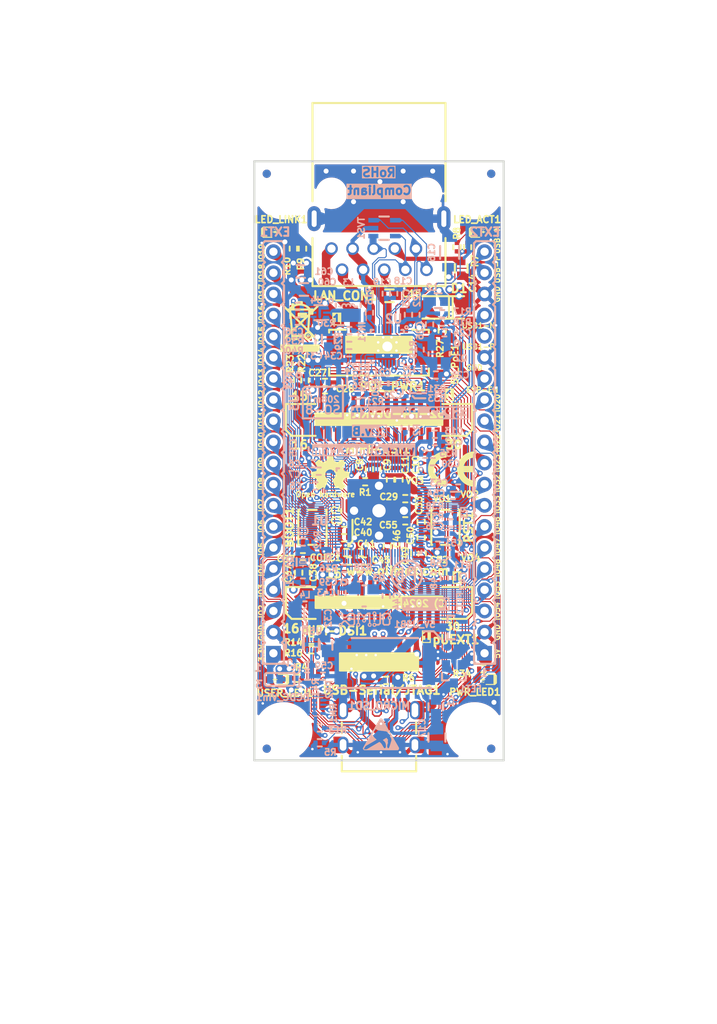
<source format=kicad_pcb>
(kicad_pcb (version 20221018) (generator pcbnew)
  (title_block (title "ESP32-P4-DevKit") (date "2024-11-18") (rev "B") (company "OLIMEX LTD.") (comment 1 "https://www.olimex.com/"))
  (layers (0 "F.Cu" signal) (1 "In1.Cu" signal) (2 "In2.Cu" signal) (31 "B.Cu" signal) (34 "B.Paste" user) (35 "F.Paste" user) (36 "B.SilkS" user "B.Silkscreen") (37 "F.SilkS" user "F.Silkscreen") (38 "B.Mask" user) (39 "F.Mask" user) (44 "Edge.Cuts" user))
  (net 0 "")
  (net 1 "GND")
  (net 2 "/SD1_VDD")
  (net 3 "+2.5V")
  (net 6 "Net-(LAN_CON1-Shield)")
  (net 7 "Net-(U1-GPIO0{slash}XTAL_32K_N)")
  (net 8 "+3.3V")
  (net 9 "Net-(U1-GPIO1{slash}XTAL_32K_P)")
  (net 10 "VDD_CORE")
  (net 12 "Net-(U1-NC(VDD_HP_1))")
  (net 13 "Net-(U2-REGOUT)")
  (net 14 "/3.3V_PHY")
  (net 15 "/PHY_RSTN")
  (net 16 "/EN_DCDC")
  (net 17 "Net-(U4-FB)")
  (net 18 "/ESP_EN")
  (net 19 "+5V")
  (net 21 "/VDD_SD")
  (net 22 "+1V8")
  (net 23 "/ESP_LDO_VO1")
  (net 24 "Net-(U1-XTAL_P)")
  (net 25 "Net-(U1-XTAL_N)")
  (net 26 "/ESP_LDO_VO4")
  (net 27 "/PW+")
  (net 28 "/PW-")
  (net 29 "+5VP")
  (net 30 "/GPIO18")
  (net 31 "/GPIO19")
  (net 32 "/GPIO21")
  (net 33 "/GPIO20")
  (net 34 "/GPIO16")
  (net 35 "/GPIO17")
  (net 36 "/GPIO15")
  (net 37 "/GPIO14")
  (net 38 "/GPIO12")
  (net 39 "/GPIO13")
  (net 40 "/GPIO6")
  (net 41 "/GPIO9")
  (net 42 "/GPIO48")
  (net 43 "/GPIO46")
  (net 44 "/GPIO47")
  (net 45 "/GPIO3\\SD_DET")
  (net 46 "/GPIO33")
  (net 47 "/GPIO36")
  (net 48 "/GPIO32")
  (net 49 "/GPIO23")
  (net 50 "/GPIO22")
  (net 51 "/USB_DP")
  (net 52 "/CSI_DATA0N")
  (net 53 "/CSI_DATA0P")
  (net 54 "/CSI_DATA1N")
  (net 55 "/CSI_DATA1P")
  (net 56 "/CSI_CLKN")
  (net 57 "/CSI_CLKP")
  (net 58 "/DSI_DATA1N")
  (net 59 "/DSI_DATA1P")
  (net 60 "/DSI_CLKN")
  (net 61 "/DSI_CLKP")
  (net 62 "/DSI_DATA0N")
  (net 63 "/DSI_DATA0P")
  (net 64 "Net-(U2-X1)")
  (net 65 "/SD1_PWR_EN")
  (net 66 "Net-(U2-X2)")
  (net 67 "Net-(LAN_CON1-TCT)")
  (net 68 "Net-(LAN_CON1-RCT)")
  (net 69 "/TD+")
  (net 70 "/TD-")
  (net 71 "/SD1_D2")
  (net 72 "/SD1_D3")
  (net 73 "/SD1_CMD")
  (net 74 "/RD+")
  (net 75 "/SD1_CLK")
  (net 76 "/SD1_D0")
  (net 77 "/SD1_D1")
  (net 78 "Net-(PWR_LED1-A)")
  (net 79 "Net-(U1-DSI_REXT)")
  (net 80 "+5V_USB")
  (net 81 "Net-(U1-CSI_REXT)")
  (net 82 "/RD-")
  (net 83 "/LED0\\PHY_AD0")
  (net 84 "Net-(U5-SW)")
  (net 85 "Net-(U2-ISET)")
  (net 86 "/FB_DCDC")
  (net 87 "Net-(LED_ACT1-A)")
  (net 88 "Net-(USER_LED1-A)")
  (net 89 "/GPIO11")
  (net 90 "/GPIO10")
  (net 91 "/SW1")
  (net 92 "/FLASH_CS")
  (net 93 "/FLASH_Q")
  (net 94 "/FLASH_WP")
  (net 95 "/FLASH_HOLD")
  (net 96 "/FLASH_CK")
  (net 97 "/FLASH_D")
  (net 98 "/50MHz_CLKO")
  (net 99 "/RMII_RXDV")
  (net 100 "/RMII_RXD0")
  (net 101 "/RMII_RXD1")
  (net 102 "/MDC")
  (net 103 "/RMII_TXEN")
  (net 104 "/RMII_CLK")
  (net 105 "/MDIO")
  (net 106 "Net-(U2-COL{slash}RMII)")
  (net 107 "Net-(U2-CRS{slash}LEDMOD)")
  (net 113 "Net-(LED_LINK1-A)")
  (net 114 "/RXER{slash}INTR_32")
  (net 119 "/PG_Core")
  (net 120 "/DCDC_Vin")
  (net 121 "/LED3\\PHY_AD3")
  (net 122 "/GPIO35\\RMII_TXD1")
  (net 123 "/GPIO34\\RMII_TXD0")
  (net 124 "/CSI_IO1\\Strobe")
  (net 125 "/CSI_IO0\\Reset")
  (net 142 "/GPIO8\\I2C_SCL")
  (net 143 "/GPIO7\\I2C_SDA")
  (net 159 "/USB1P1_1P")
  (net 160 "/USB1P1_1N")
  (net 161 "Net-(USB-Serial/JTAG1-CC2)")
  (net 162 "Net-(USB-Serial/JTAG1-CC1)")
  (net 163 "/USB1P1_0N")
  (net 164 "/USB1P1_0P")
  (net 167 "/GPIO2\\User_Led")
  (net 168 "Net-(MICRO_SD1-Card_Detect)")
  (net 169 "/USB_DN")
  (net 170 "/UART0_TX")
  (net 171 "/UART0_RX")
  (net 172 "/GPIO4\\SPI_SCK(CLK)")
  (net 173 "/GPIO5\\SPI_CSn(CS#)")
  (net 174 "/GPIO54\\SPI_RX(MISO)")
  (net 175 "/GPIO53\\SPI_TX(MOSI)")
  (footprint "OLIMEX_Connectors-FP:USB2.0_TYPE-C(A40-00119-A52-12)_Paste" (layer "F.Cu") (at 150 119 -90)
    (fp_text reference "USB-Serial/JTAG1")
    (fp_text value "USB-C-16P-F(A40-00119-A52-12)")
  )
  (footprint "OLIMEX_Connectors-FP:TE_1-1734248-5" (layer "F.Cu") (at 150 81)
    (fp_text reference "MIPI-CSI1")
    (fp_text value "FPA-VZA2-15-LF")
  )
  (footprint "OLIMEX_LEDs-FP:LED_0603_KA" (layer "F.Cu") (at 137.5 112.3 180)
    (fp_text reference "USER_LED1")
    (fp_text value "LED/Green/0603")
  )
  (footprint "OLIMEX_RLC-FP:C_0402_5MIL_DWS" (layer "F.Cu") (at 145.796 94.361)
    (fp_text reference "C4")
    (fp_text value "100nF/10V/20%/X5R/C0402")
  )
  (footprint "OLIMEX_LEDs-FP:LED_0603_KA" (layer "F.Cu") (at 137.5 58.5)
    (fp_text reference "LED_LINK1")
    (fp_text value "LED/Green/0603")
  )
  (footprint "OLIMEX_Other-FP:TESTPAD_40-ROUND" (layer "F.Cu") (at 158.877 71.374)
    (fp_text reference "5V_PoE1")
    (fp_text value "TESTPAD" hide)
  )
  (footprint "OLIMEX_RLC-FP:C_0402_5MIL_DWS" (layer "F.Cu") (at 155.067 93.345 -90)
    (fp_text reference "C33")
    (fp_text value "1uF/6.3V/10%/X5R/C0402")
  )
  (footprint "OLIMEX_Buttons-FP:YTS-A016-X" (layer "F.Cu") (at 142 94 90)
    (fp_text reference "BOOT1")
    (fp_text value "YTS-A016-X" hide)
  )
  (footprint "OLIMEX_RLC-FP:C_0402_5MIL_DWS" (layer "F.Cu") (at 155.194 97.155 90)
    (fp_text reference "C52")
    (fp_text value "100nF/10V/20%/X5R/C0402")
  )
  (footprint "OLIMEX_RLC-FP:R_0402_5MIL_DWS" (layer "F.Cu") (at 141.859 107.569 180)
    (fp_text reference "R14")
    (fp_text value "4.7k/R0402")
  )
  (footprint "OLIMEX_RLC-FP:C_0402_5MIL_DWS" (layer "F.Cu") (at 145.796 95.25)
    (fp_text reference "C3")
    (fp_text value "10uF/6.3V/20%/X5R/C0402")
  )
  (footprint "OLIMEX_Other-FP:TESTPAD_40-ROUND" (layer "F.Cu") (at 159.258 97.536)
    (fp_text reference "VO4")
    (fp_text value "TESTPAD" hide)
  )
  (footprint "OLIMEX_RLC-FP:C_0402_5MIL_DWS" (layer "F.Cu") (at 140.335 99.441 90)
    (fp_text reference "C37")
    (fp_text value "10uF/6.3V/20%/X5R/C0402")
  )
  (footprint "OLIMEX_RLC-FP:C_0402_5MIL_DWS" (layer "F.Cu") (at 155.067 95.25 -90)
    (fp_text reference "C50")
    (fp_text value "100nF/10V/20%/X5R/C0402")
  )
  (footprint "OLIMEX_RLC-FP:R_0402_5MIL_DWS" (layer "F.Cu") (at 141.097 76.327 90)
    (fp_text reference "R22")
    (fp_text value "2.2k/R0402")
  )
  (footprint "OLIMEX_LEDs-FP:LED_0603_KA" (layer "F.Cu") (at 162.5 58.5)
    (fp_text reference "LED_ACT1")
    (fp_text value "LED/Yellow/0603")
  )
  (footprint "OLIMEX_RLC-FP:C_0402_5MIL_DWS" (layer "F.Cu") (at 148.209 98.044)
    (fp_text reference "C45")
    (fp_text value "100nF/10V/20%/X5R/C0402")
  )
  (footprint "OLIMEX_RLC-FP:C_0402_5MIL_DWS" (layer "F.Cu") (at 143.51 76.581)
    (fp_text reference "C27")
    (fp_text value "10uF/6.3V/20%/X5R/C0402")
  )
  (footprint "OLIMEX_RLC-FP:C_0603_5MIL_DWS" (layer "F.Cu") (at 151.257 66.167)
    (fp_text reference "C15")
    (fp_text value "100nF/50V/20%/Y5V/C0603")
  )
  (footprint "OLIMEX_Connectors-FP:TE_1-1734248-5" (layer "F.Cu") (at 150 103)
    (fp_text reference "MIPI-DSI1")
    (fp_text value "FPA-VZA2-15-LF")
  )
  (footprint "OLIMEX_RLC-FP:R_0402_5MIL_DWS" (layer "F.Cu") (at 159.385 60.325 -90)
    (fp_text reference "R8")
    (fp_text value "2.2k/R0402")
  )
  (footprint "OLIMEX_Signs-FP:Sign_RecycleBin_1" (layer "F.Cu") (at 138.176 72.898)
    (fp_text reference "Sign_RecycleBin_1" hide)
    (fp_text value "Sign_RecycleBin_1" hide)
  )
  (footprint "OLIMEX_RLC-FP:C_0402_5MIL_DWS" (layer "F.Cu") (at 147.828 97.028)
    (fp_text reference "C41")
    (fp_text value "100nF/10V/20%/X5R/C0402")
  )
  (footprint "OLIMEX_RLC-FP:C_0402_5MIL_DWS" (layer "F.Cu") (at 143.51 77.47)
    (fp_text reference "C28")
    (fp_text value "100nF/10V/20%/X5R/C0402")
  )
  (footprint "OLIMEX_Other-FP:TESTPAD_40-ROUND" (layer "F.Cu") (at 143.256 98.679)
    (fp_text reference "CORE1")
    (fp_text value "TESTPAD" hide)
  )
  (footprint "OLIMEX_Other-FP:Fiducial1x3_Paste" (layer "F.Cu") (at 136.5 51.5)
    (fp_text reference "FID2" hide)
    (fp_text value "Fiducial" hide)
  )
  (footprint "OLIMEX_Buttons-FP:YTS-A016-X" (layer "F.Cu") (at 158 94 -90)
    (fp_text reference "RST1")
    (fp_text value "YTS-A016-X" hide)
  )
  (footprint "OLIMEX_RLC-FP:C_0402_5MIL_DWS" (layer "F.Cu") (at 153.162 93.218)
    (fp_text reference "C55")
    (fp_text value "1uF/6.3V/10%/X5R/C0402")
  )
  (footprint "OLIMEX_RLC-FP:R_0402_5MIL_DWS" (layer "F.Cu") (at 148.336 88.519)
    (fp_text reference "R1")
    (fp_text value "4.02k/1%/R0402")
  )
  (footprint "OLIMEX_RLC-FP:C_0402_5MIL_DWS" (layer "F.Cu") (at 141.224 99.441 90)
    (fp_text reference "C38")
    (fp_text value "100nF/10V/20%/X5R/C0402")
  )
  (footprint "OLIMEX_Other-FP:TESTPAD_40-ROUND" (layer "F.Cu") (at 159.004 89.789)
    (fp_text reference "VO2")
    (fp_text value "TESTPAD" hide)
  )
  (footprint "OLIMEX_LEDs-FP:LED_0603_KA" (layer "F.Cu") (at 162.5 112.3 180)
    (fp_text reference "PWR_LED1")
    (fp_text value "LED/RED/0603")
  )
  (footprint "OLIMEX_Signs-FP:Sign_OSHW_7.3x6.0mmn" (layer "F.Cu") (at 144.145 88.138)
    (fp_text reference "Sign_OSHW_7.3x6.0mm" hide)
    (fp_text value "Sign_OSHW_7.3x6.0mm" hide)
  )
  (footprint "OLIMEX_RLC-FP:R_0402_5MIL_DWS" (layer "F.Cu") (at 141.859 108.712)
    (fp_text reference "R16")
    (fp_text value "22R/R0402")
  )
  (footprint "OLIMEX_RLC-FP:C_0402_5MIL_DWS" (layer "F.Cu") (at 151.384 88.265 -90)
    (fp_text reference "C11")
    (fp_text value "100nF/10V/20%/X5R/C0402")
  )
  (footprint "OLIMEX_Connectors-FP:RJP-003TC1(LPJ4112CNL)" (layer "F.Cu") (at 150 54 180)
    (fp_text reference "LAN_CON1")
    (fp_text value "RJP-003TC1(LPJ4112CNL)")
  )
  (footprint "OLIMEX_RLC-FP:C_0402_5MIL_DWS" (layer "F.Cu") (at 146.05 97.028 180)
    (fp_text reference "C42")
    (fp_text value "100nF/10V/20%/X5R/C0402")
  )
  (footprint "OLIMEX_Connectors-FP:BM10B-SRSS-TB" (layer "F.Cu") (at 150 109.4 180)
    (fp_text reference "pUEXT1")
    (fp_text value "SH1.0-10P-180D")
  )
  (footprint "OLIMEX_RLC-FP:R_0402_5MIL_DWS" (layer "F.Cu") (at 140.208 76.327 -90)
    (fp_text reference "R23")
    (fp_text value "2.2k/R0402")
  )
  (footprint "OLIMEX_Other-FP:Mounting_Hole_Drill-3.3mm_Clerance-7mm" (layer "F.Cu") (at 161.5 118.5)
    (fp_text reference "MH4" hide)
    (fp_text value "Mounting_Hole_NPTH" hide)
  )
  (footprint "OLIMEX_RLC-FP:C_0402_5MIL_DWS" (layer "F.Cu") (at 151.003 96.266 -90)
    (fp_text reference "C46")
    (fp_text value "100nF/10V/20%/X5R/C0402")
  )
  (footprint "OLIMEX_Connectors-FP:PH2.0-4PLB" (layer "F.Cu") (at 150 73)
    (fp_text reference "POE_PWR1")
    (fp_text value "PH2.0-4AT")
  )
  (footprint "OLIMEX_RLC-FP:C_0402_5MIL_DWS" (layer "F.Cu") (at 153.162 90.551)
    (fp_text reference "C29")
    (fp_text value "100nF/10V/20%/X5R/C0402")
  )
  (footprint "OLIMEX_RLC-FP:R_0402_5MIL_DWS" (layer "F.Cu") (at 160.655 60.325 -90)
    (fp_text reference "R7")
    (fp_text value "4.7k/R0402")
  )
  (footprint "OLIMEX_RLC-FP:C_0402_5MIL_DWS" (layer "F.Cu") (at 149.733 86.995 90)
    (fp_text reference "C9")
    (fp_text value "100nF/10V/20%/X5R/C0402")
  )
  (footprint "OLIMEX_RLC-FP:R_0402_5MIL_DWS" (layer "F.Cu") (at 157.607 70.358 90)
    (fp_text reference "R27")
    (fp_text value "10k/R0402")
  )
  (footprint "OLIMEX_RLC-FP:C_0402_5MIL_DWS" (layer "F.Cu") (at 140.843 97.536)
    (fp_text reference "C57")
    (fp_text value "NA(100nF/10V/20%/X5R/C0402)")
  )
  (footprint "OLIMEX_RLC-FP:C_0402_5MIL_DWS" (layer "F.Cu") (at 154.305 97.155 90)
    (fp_text reference "C49")
    (fp_text value "10uF/6.3V/20%/X5R/C0402")
  )
  (footprint "OLIMEX_Other-FP:Mounting_Hole_Drill-3.3mm_Clerance-7mm" (layer "F.Cu") (at 138.5 53.5 90)
    (fp_text reference "MH2" hide)
    (fp_text value "Mounting_Hole_NPTH" hide)
  )
  (footprint "OLIMEX_Other-FP:Mounting_Hole_Drill-3.3mm_Clerance-7mm" (layer "F.Cu") (at 138.5 118.5 90)
    (fp_text reference "MH1" hide)
    (fp_text value "Mounting_Hole_NPTH" hide)
  )
  (footprint "OLIMEX_Other-FP:Fiducial1x3" (layer "F.Cu") (at 163.5 51.5)
    (fp_text reference "FID3" hide)
    (fp_text value "Fiducial" hide)
  )
  (footprint "OLIMEX_RLC-FP:C_0402_5MIL_DWS" (layer "F.Cu") (at 152.4 88.265 -90)
    (fp_text reference "C10")
    (fp_text value "1uF/6.3V/10%/X5R/C0402")
  )
  (footprint "OLIMEX_Signs-FP:CE_Sign" (layer "F.Cu") (at 159.766 86.995)
    (fp_text reference "Sign_CE" hide)
    (fp_text value "CE_Sign" hide)
  )
  (footprint "OLIMEX_RLC-FP:R_0402_5MIL_DWS" (layer "F.Cu") (at 140.8 60.5 -90)
    (fp_text reference "R9")
    (fp_text value "2.2k/R0402")
  )
  (footprint "OLIMEX_RLC-FP:R_0402_5MIL_DWS" (layer "F.Cu") (at 139.7 60.5 -90)
    (fp_text reference "R10")
    (fp_text value "4.7k/R0402")
  )
  (footprint "OLIMEX_RLC-FP:C_0603_5MIL_DWS" (layer "F.Cu") (at 159.893 62.865 90)
    (fp_text reference "C14")
    (fp_text value "100nF/50V/20%/Y5V/C0603")
  )
  (footprint "OLIMEX_RLC-FP:C_0402_5MIL_DWS" (layer "F.Cu") (at 146.431 98.044 180)
    (fp_text reference "C40")
    (fp_text value "10uF/6.3V/20%/X5R/C0402")
  )
  (footprint "OLIMEX_Diodes-FP:SMA-KA" (layer "F.Cu") (at 157.734 67.564 180)
    (fp_text reference "D1")
    (fp_text value "1N5822/SS34/SMA")
  )
  (footprint "OLIMEX_Other-FP:Fiducial1x3" (layer "F.Cu") (at 136.5 120.6)
    (fp_text reference "FID1" hide)
    (fp_text value "Fiducial" hide)
  )
  (footprint "OLIMEX_RLC-FP:C_0402_5MIL_DWS" (layer "F.Cu") (at 148.844 86.995 90)
    (fp_text reference "C8")
    (fp_text value "1uF/6.3V/10%/X5R/C0402")
  )
  (footprint "OLIMEX_RLC-FP:R_0402_5MIL_DWS" (layer "F.Cu") (at 140.208 112.141)
    (fp_text reference "R4")
    (fp_text value "2.2k/R0402")
  )
  (footprint "OLIMEX_Other-FP:TESTPAD_40-ROUND" (layer "F.Cu") (at 154.178 89.535)
    (fp_text reference "VO3")
    (fp_text value "TESTPAD" hide)
  )
  (footprint "OLIMEX_RLC-FP:R_0402_5MIL_DWS" (layer "F.Cu") (at 150.876 112.395 180)
    (fp_text reference "R6")
    (fp_text value "5.1k/1%/R0402")
  )
  (footprint "OLIMEX_Other-FP:Fiducial1x3_Paste" (layer "F.Cu") (at 163.5 120.6)
    (fp_text reference "FID4" hide)
    (fp_text value "Fiducial" hide)
  )
  (footprint "OLIMEX_Other-FP:Mounting_Hole_Drill-3.3mm_Clerance-7mm" (layer "F.Cu") (at 161.5 53.5)
    (fp_text reference "MH3" hide)
    (fp_text value "Mounting_Hole_NPTH" hide)
  )
  (footprint "OLIMEX_RLC-FP:R_0402_5MIL_DWS" (layer "F.Cu") (at 162.56 110.998)
    (fp_text reference "R34")
    (fp_text value "2.2k/R0402")
  )
  (footprint "OLIMEX_Other-FP:TESTPAD_40-ROUND" (layer "F.Cu") (at 155.956 90.805)
    (fp_text reference "VO1")
    (fp_text value "TESTPAD" hide)
  )
  (footprint "OLIMEX_RLC-FP:R_0402_5MIL_DWS" (layer "B.Cu") (at 157.607 69.342 180)
    (fp_text reference "R18")
    (fp_text value "NA")
  )
  (footprint "OLIMEX_RLC-FP:C_0402_5MIL_DWS" (layer "B.Cu") (at 158.369 97.155)
    (fp_text reference "C58")
    (fp_text value "1uF/6.3V/10%/X5R/C0402")
  )
  (footprint "OLIMEX_RLC-FP:R_0402_5MIL_DWS" (layer "B.Cu") (at 142.875 119.888)
    (fp_text reference "R5")
    (fp_text value "5.1k/1%/R0402")
  )
  (footprint "OLIMEX_RLC-FP:R_0402_5MIL_DWS" (layer "B.Cu") (at 153.162 82.042 90)
    (fp_text reference "R2")
    (fp_text value "4.02k/1%/R0402")
  )
  (footprint "OLIMEX_Connectors-FP:uSD(TFC-9P-1.xH(ATFFS150A01BR016))" (layer "B.Cu") (at 150.7 110.8 180)
    (fp_text reference "MICRO_SD1")
    (fp_text value "TFC-9P-1.7H(ATFFS150A01BR016)")
  )
  (footprint "OLIMEX_RLC-FP:C_0402_5MIL_DWS" (layer "B.Cu") (at 141.097 84.582 90)
    (fp_text reference "C35")
    (fp_text value "100nF/10V/20%/X5R/C0402")
  )
  (footprint "OLIMEX_RLC-FP:C_0402_5MIL_DWS" (layer "B.Cu") (at 145.796 99.822 180)
    (fp_text reference "C39")
    (fp_text value "100nF/10V/20%/X5R/C0402")
  )
  (footprint "OLIMEX_Transistors-FP:SOT23" (layer "B.Cu") (at 158.877 106.045)
    (fp_text reference "FET2")
    (fp_text value "WPM2015-3/TR")
  )
  (footprint "OLIMEX_RLC-FP:C_0603_5MIL_DWS" (layer "B.Cu") (at 140.97 65.405 180)
    (fp_text reference "C60")
    (fp_text value "22uF/6.3V/20%/X5R/C0603")
  )
  (footprint "OLIMEX_RLC-FP:R_0402_5MIL_DWS" (layer "B.Cu") (at 154.686 75.057 90)
    (fp_text reference "R24")
    (fp_text value "4.7k/R0402")
  )
  (footprint "OLIMEX_RLC-FP:C_0402_5MIL_DWS" (layer "B.Cu") (at 156.845 75.692 180)
    (fp_text reference "C25")
    (fp_text value "33pF/50V/5%/C0G/C0402")
  )
  (footprint "OLIMEX_Other-FP:TESTPAD_40-ROUND" (layer "B.Cu") (at 158.242 108.331 180)
    (fp_text reference "5V_USB1")
    (fp_text value "TESTPAD" hide)
  )
  (footprint "OLIMEX_RLC-FP:R_0402_5MIL_DWS" (layer "B.Cu") (at 148.082 77.978 180)
    (fp_text reference "R20")
    (fp_text value "10k/R0402")
  )
  (footprint "OLIMEX_RLC-FP:CD32" (layer "B.Cu") (at 141.097 104.394 180)
    (fp_text reference "L4")
    (fp_text value "1.0uH/2.5A/DCR=30mR/20%/3.00x3.00x1.50mm/CD32(SWPA3015S1R0MT)")
  )
  (footprint "OLIMEX_Connectors-FP:HN1x20" (layer "B.Cu") (at 137.3 85 90)
    (fp_text reference "EXT1")
    (fp_text value "NA(HN1x20)")
  )
  (footprint "OLIMEX_RLC-FP:C_0805_5MIL_DWS" (layer "B.Cu") (at 156.972 119.253 -90)
    (fp_text reference "C17")
    (fp_text value "47uF/6.3V/20%/X5R/C0805")
  )
  (footprint "OLIMEX_RLC-FP:C_0603_5MIL_DWS" (layer "B.Cu") (at 141.605 71.374 -90)
    (fp_text reference "C31")
    (fp_text value "NA(22uF/6.3V/20%/X5R/C0603)")
  )
  (footprint "OLIMEX_RLC-FP:C_0603_5MIL_DWS" (layer "B.Cu") (at 143.637 108.204 -90)
    (fp_text reference "C32")
    (fp_text value "22uF/6.3V/20%/X5R/C0603")
  )
  (footprint "OLIMEX_RLC-FP:R_0402_5MIL_DWS" (layer "B.Cu") (at 146.431 70.358)
    (fp_text reference "R30")
    (fp_text value "1.5k/R0402")
  )
  (footprint "OLIMEX_RLC-FP:C_0603_5MIL_DWS" (layer "B.Cu") (at 143.891 71.374 -90)
    (fp_text reference "C34")
    (fp_text value "22uF/6.3V/20%/X5R/C0603")
  )
  (footprint "OLIMEX_Crystal-FP:TSX-3.2x2.5mm_GND(3)" (layer "B.Cu") (at 157.226 73.152 -90)
    (fp_text reference "Q2")
    (fp_text value "Q25MHz/20pF/20ppm/4P/3.2x2.5mm")
  )
  (footprint "OLIMEX_Crystal-FP:TSX-3.2x2.5mm_GND(3)" (layer "B.Cu") (at 148.209 102.242)
    (fp_text reference "Q3")
    (fp_text value "Q40.000MHz/12pF/10ppm/4P/3.2x2.5x0.70mm(Harmony_Electronics_CORP./HSX321S)")
  )
  (footprint "OLIMEX_Signs-FP:Sign_PB-Free" (layer "B.Cu") (at 153.162 100.076 180)
    (fp_text reference "Sign_PB-Free")
    (fp_text value "Sign_PB-Free")
  )
  (footprint "OLIMEX_RLC-FP:C_0402_5MIL_DWS" (layer "B.Cu") (at 158.75 100.076 90)
    (fp_text reference "C47")
    (fp_text value "1uF/6.3V/10%/X5R/C0402")
  )
  (footprint "OLIMEX_RLC-FP:C_0402_5MIL_DWS" (layer "B.Cu") (at 140.843 100.584)
    (fp_text reference "C1")
    (fp_text value "22pF/50V/5%/C0G/C0402")
  )
  (footprint "OLIMEX_RLC-FP:R_0402_5MIL_DWS" (layer "B.Cu") (at 148.844 68.199 90)
    (fp_text reference "R15")
    (fp_text value "6.19k/1%/R0402")
  )
  (footprint "OLIMEX_RLC-FP:R_0402_5MIL_DWS" (layer "B.Cu") (at 139.954 74.295 90)
    (fp_text reference "R43")
    (fp_text value "10k/R0402")
  )
  (footprint "OLIMEX_Crystal-FP:CM7V-T1A(Crystal_Package-1206_3.20x1.50x0.65mm)" (layer "B.Cu") (at 140.843 98.171 90)
    (fp_text reference "Q1")
    (fp_text value "Q32.768kHz/12.5pF/2P/SMD1206")
  )
  (footprint "OLIMEX_RLC-FP:R_0402_5MIL_DWS" (layer "B.Cu") (at 154.813 77.47 180)
    (fp_text reference "R31")
    (fp_text value "NA(22R/R0402)")
  )
  (footprint "OLIMEX_IC-FP:QFN104_10mm×10mm_Pitch_0.35mm" (layer "B.Cu") (at 150 92 90)
    (fp_text reference "U1")
    (fp_text value "ESP32-P4NRWxx(QFN104)")
  )
  (footprint "OLIMEX_RLC-FP:R_0402_5MIL_DWS" (layer "B.Cu") (at 141.351 111.887 180)
    (fp_text reference "R41")
    (fp_text value "10.5k/1%/R0402")
  )
  (footprint "OLIMEX_RLC-FP:C_0402_5MIL_DWS" (layer "B.Cu") (at 156.083 69.596 -90)
    (fp_text reference "C26")
    (fp_text value "NA(10uF/6.3V/20%/X5R/C0402)")
  )
  (footprint "OLIMEX_RLC-FP:C_0402_5MIL_DWS" (layer "B.Cu") (at 142.367 89.027)
    (fp_text reference "C5")
    (fp_text value "100nF/10V/20%/X5R/C0402")
  )
  (footprint "OLIMEX_RLC-FP:C_0603_5MIL_DWS" (layer "B.Cu") (at 140.589 63.246 180)
    (fp_text reference "C61")
    (fp_text value "NA(22uF/6.3V/20%/X5R/C0603)")
  )
  (footprint "OLIMEX_RLC-FP:C_0402_5MIL_DWS" (layer "B.Cu") (at 153.543 68.453 90)
    (fp_text reference "C23")
    (fp_text value "100nF/10V/20%/X5R/C0402")
  )
  (footprint "OLIMEX_RLC-FP:R_0402_5MIL_DWS" (layer "B.Cu") (at 146.431 71.247)
    (fp_text reference "R29")
    (fp_text value "1.5k/R0402")
  )
  (footprint "OLIMEX_RLC-FP:R_0402_5MIL_DWS" (layer "B.Cu") (at 143.256 111.887)
    (fp_text reference "R42")
    (fp_text value "10.5k/1%/R0402")
  )
  (footprint "OLIMEX_RLC-FP:R_0402_5MIL_DWS" (layer "B.Cu") (at 147.447 78.994 180)
    (fp_text reference "R21")
    (fp_text value "NA(10k/R0402)")
  )
  (footprint "OLIMEX_RLC-FP:C_0402_5MIL_DWS" (layer "B.Cu") (at 156.464 86.106 180)
    (fp_text reference "C30")
    (fp_text value "NA(100nF/10V/20%/X5R/C0402)")
  )
  (footprint "OLIMEX_RLC-FP:CD32" (layer "B.Cu") (at 146.304 67.31 90)
    (fp_text reference "L3")
    (fp_text value "1.0uH/2.5A/DCR=30mR/20%/3.00x3.00x1.50mm/CD32(SWPA3015S1R0MT)")
  )
  (footprint "OLIMEX_RLC-FP:R_0402_5MIL_DWS" (layer "B.Cu") (at 160.274 93.98 90)
    (fp_text reference "R3")
    (fp_text value "4.7k/R0402")
  )
  (footprint "OLIMEX_RLC-FP:R_0402_5MIL_DWS" (layer "B.Cu") (at 140.208 69.215 180)
    (fp_text reference "R40")
    (fp_text value "6.49k/1%/R0402")
  )
  (footprint "OLIMEX_RLC-FP:C_0402_5MIL_DWS" (layer "B.Cu") (at 150.622 76.708 -90)
    (fp_text reference "C21")
    (fp_text value "100nF/10V/20%/X5R/C0402")
  )
  (footprint "OLIMEX_RLC-FP:C_0402_5MIL_DWS" (layer "B.Cu") (at 158.877 90.17 180)
    (fp_text reference "C54")
    (fp_text value "1uF/6.3V/10%/X5R/C0402")
  )
  (footprint "OLIMEX_IC-FP:SO-8_208mil" (layer "B.Cu") (at 143.25 79)
    (fp_text reference "U3")
    (fp_text value "W25Q128JVSIQ(16MB)")
  )
  (footprint "OLIMEX_RLC-FP:C_0402_5MIL_DWS" (layer "B.Cu") (at 150.876 102.235 -90)
    (fp_text reference "C44")
    (fp_text value "22pF/50V/5%/C0G/C0402")
  )
  (footprint "OLIMEX_Other-FP:Fiducial1x3_Paste" (layer "B.Cu") (at 136.5 51.5 -90)
    (fp_text reference "FID6" hide)
    (fp_text value "Fiducial" hide)
  )
  (footprint "OLIMEX_RLC-FP:L_0805_5MIL_DWS" (layer "B.Cu") (at 157.099 66.75 180)
    (fp_text reference "L2")
    (fp_text value "600OHM/2A/UPZ2012E-601-2R0TF/0805")
  )
  (footprint "OLIMEX_Other-FP:Fiducial1x3" (layer "B.Cu") (at 163.5 51.5 180)
    (fp_text reference "FID7" hide)
    (fp_text value "Fiducial" hide)
  )
  (footprint "OLIMEX_RLC-FP:C_0402_5MIL_DWS" (layer "B.Cu") (at 150.876 65.913 90)
    (fp_text reference "C19")
    (fp_text value "100nF/10V/20%/X5R/C0402")
  )
  (footprint "OLIMEX_RLC-FP:C_0402_5MIL_DWS" (layer "B.Cu") (at 140.208 67.437 180)
    (fp_text reference "C56")
    (fp_text value "NA(120pF/50V/5%/C0G/C0402)")
  )
  (footprint "OLIMEX_RLC-FP:C_0402_5MIL_DWS" (layer "B.Cu") (at 158.242 94.742 180)
    (fp_text reference "C36")
    (fp_text value "1uF/6.3V/10%/X5R/C0402")
  )
  (footprint "OLIMEX_Regulators-FP:SOT-563-6" (layer "B.Cu") (at 141.859 108.077 90)
    (fp_text reference "U5")
    (fp_text value "TPS62A02ADRLR(SOT-563-6)")
  )
  (footprint "OLIMEX_RLC-FP:R_0402_5MIL_DWS" (layer "B.Cu") (at 157.607 68.326)
    (fp_text reference "R17")
    (fp_text value "NA(10k/R0402)")
  )
  (footprint "OLIMEX_RLC-FP:C_0805_5MIL_DWS" (layer "B.Cu") (at 139.827 108.077 -90)
    (fp_text reference "C62")
    (fp_text value "47uF/6.3V/20%/X5R/C0805")
  )
  (footprint "OLIMEX_RLC-FP:C_0402_5MIL_DWS" (layer "B.Cu") (at 157.861 70.612)
    (fp_text reference "C24")
    (fp_text value "33pF/50V/5%/C0G/C0402")
  )
  (footprint "OLIMEX_RLC-FP:C_0402_5MIL_DWS" (layer "B.Cu") (at 142.113 86.36 180)
    (fp_text reference "C6")
    (fp_text value "10uF/6.3V/20%/X5R/C0402")
  )
  (footprint "OLIMEX_RLC-FP:C_0402_5MIL_DWS" (layer "B.Cu") (at 157.861 100.076 90)
    (fp_text reference "C48")
    (fp_text value "100nF/10V/20%/X5R/C0402")
  )
  (footprint "OLIMEX_RLC-FP:C_0402_5MIL_DWS" (layer "B.Cu") (at 154.432 68.453 90)
    (fp_text reference "C22")
    (fp_text value "10uF/6.3V/20%/X5R/C0402")
  )
  (footprint "OLIMEX_Other-FP:Fiducial1x3_Paste" (layer "B.Cu") (at 163.5 120.6 180)
    (fp_text reference "FID8" hide)
    (fp_text value "Fiducial" hide)
  )
  (footprint "OLIMEX_RLC-FP:C_0402_5MIL_DWS" (layer "B.Cu") (at 140.843 95.758)
    (fp_text reference "C2")
    (fp_text value "22pF/50V/5%/C0G/C0402")
  )
  (footprint "OLIMEX_RLC-FP:R_0402_5MIL_DWS" (layer "B.Cu") (at 146.431 73.914)
    (fp_text reference "R26")
    (fp_text value "NA(4.7k/R0402)")
  )
  (footprint "OLIMEX_RLC-FP:R_0402_5MIL_DWS" (layer "B.Cu") (at 142.875 118.11)
    (fp_text reference "R13")
    (fp_text value "4.7k/R0402")
  )
  (footprint "OLIMEX_RLC-FP:C_0402_5MIL_DWS" (layer "B.Cu") (at 156.718 83.693)
    (fp_text reference "C12")
    (fp_text value "100nF/10V/20%/X5R/C0402")
  )
  (footprint "OLIMEX_RLC-FP:R_0402_5MIL_DWS" (layer "B.Cu") (at 145.796 98.933 180)
    (fp_text reference "R36")
    (fp_text value "10k/R0402")
  )
  (footprint "OLIMEX_RLC-FP:L_0805_5MIL_DWS" (layer "B.Cu") (at 156.845 115.57 -90)
    (fp_text reference "L1")
    (fp_text value "600OHM/2A/UPZ2012E-601-2R0TF/0805")
  )
  (footprint "OLIMEX_IC-FP:QFN32_EP(33)_4.00x4.00x0.80mm_Pitch_0.40mm" (layer "B.Cu") (at 151.003 72.263 -90)
    (fp_text reference "U2")
    (fp_text value "IP101GRR(32-PIN_QFN)")
  )
  (footprint "OLIMEX_RLC-FP:C_1206_5MIL_DWS_ISO" (layer "B.Cu") (at 158.496 60.96 90)
    (fp_text reference "C16")
    (fp_text value "1nF/2000V/10%/X7R/C1206")
  )
  (footprint "OLIMEX_RLC-FP:C_0402_5MIL_DWS" (layer "B.Cu") (at 151.638 76.708 -90)
    (fp_text reference "C20")
    (fp_text value "10uF/6.3V/20%/X5R/C0402")
  )
  (footprint "OLIMEX_Signs-FP:Logo_OLIMEX_SMALL_TB" (layer "B.Cu") (at 148.336 105.029 180)
    (fp_text reference "Logo_OLIMEX_SMALL_TB")
    (fp_text value "Logo_OLIMEX_SMALL_TB")
  )
  (footprint "OLIMEX_Other-FP:Fiducial1x3" (layer "B.Cu") (at 136.5 120.6 -90)
    (fp_text reference "FID5" hide)
    (fp_text value "Fiducial" hide)
  )
  (footprint "OLIMEX_RLC-FP:R_0402_5MIL_DWS" (layer "B.Cu") (at 146.431 73.025)
    (fp_text reference "R25")
    (fp_text value "4.7k/R0402")
  )
  (footprint "OLIMEX_RLC-FP:C_0402_5MIL_DWS" (layer "B.Cu") (at 141.351 110.617 180)
    (fp_text reference "C59")
    (fp_text value "NA(120pF/50V/5%/C0G/C0402)")
  )
  (footprint "OLIMEX_RLC-FP:R_0402_5MIL_DWS" (layer "B.Cu") (at 155.575 85.217)
    (fp_text reference "R35")
    (fp_text value "NA(0R/R0402)")
  )
  (footprint "OLIMEX_Connectors-FP:HN1x20" (layer "B.Cu") (at 162.7 85 90)
    (fp_text reference "EXT2")
    (fp_text value "NA(HN1x20)")
  )
  (footprint "OLIMEX_RLC-FP:C_0402_5MIL_DWS" (layer "B.Cu") (at 151.765 65.913 90)
    (fp_text reference "C18")
    (fp_text value "10uF/6.3V/20%/X5R/C0402")
  )
  (footprint "OLIMEX_RLC-FP:R_0402_5MIL_DWS" (layer "B.Cu") (at 147.701 100.076)
    (fp_text reference "R28")
    (fp_text value "NA")
  )
  (footprint "OLIMEX_RLC-FP:C_0402_5MIL_DWS" (layer "B.Cu") (at 142.748 87.249 180)
    (fp_text reference "C7")
    (fp_text value "100nF/10V/20%/X5R/C0402")
  )
  (footprint "OLIMEX_Regulators-FP:SOT-563-6" (layer "B.Cu") (at 142.875 68.199)
    (fp_text reference "U4")
    (fp_text value "TPS62A02ADRLR(SOT-563-6)")
  )
  (footprint "OLIMEX_RLC-FP:R_0402_5MIL_DWS" (layer "B.Cu") (at 158.623 93.472 180)
    (fp_text reference "R37")
    (fp_text value "10k/R0402")
  )
  (footprint "OLIMEX_RLC-FP:RA0805_(4X0402)_xx_BIGGEROUTPADS" (layer "B.Cu") (at 142.748 115.57 -90)
    (fp_text reference "RM1")
    (fp_text value "RMAT_(4x0402)_4.7k")
  )
  (footprint "OLIMEX_Signs-FP:Sign_Antistatic_150" (layer "B.Cu") (at 150.241707 118.872 180)
    (fp_text reference "Sign_Antistatic_150" hide)
    (fp_text value "Sign_Antistatic_150" hide)
  )
  (footprint "OLIMEX_RLC-FP:R_0402_5MIL_DWS" (layer "B.Cu") (at 158.623 92.583 180)
    (fp_text reference "R38")
    (fp_text value "10k/R0402")
  )
  (footprint "OLIMEX_RLC-FP:C_0402_5MIL_DWS" (layer "B.Cu") (at 157.099 96.139 180)
    (fp_text reference "C51")
    (fp_text value "100nF/10V/20%/X5R/C0402")
  )
  (footprint "OLIMEX_RLC-FP:R_0402_5MIL_DWS" (layer "B.Cu") (at 142.621 97.663 90)
    (fp_text reference "R12")
    (fp_text value "10M/R0402")
  )
  (footprint "OLIMEX_Jumpers-FP:SJ_2_SMALL_12_TIED" (layer "B.Cu") (at 138.049 112.268 180)
    (fp_text reference "DCDC_Vin1")
    (fp_text value "Closed(1-2)")
  )
  (footprint "OLIMEX_RLC-FP:C_0402_5MIL_DWS" (layer "B.Cu") (at 145.542 101.854 90)
    (fp_text reference "C43")
    (fp_text value "22pF/50V/5%/C0G/C0402")
  )
  (footprint "OLIMEX_RLC-FP:C_0402_5MIL_DWS" (layer "B.Cu") (at 159.512 89.281 180)
    (fp_text reference "C53")
    (fp_text value "100nF/10V/20%/X5R/C0402")
  )
  (footprint "OLIMEX_Other-FP:TESTPAD_40-ROUND" (layer "B.Cu") (at 147.701 72.009)
    (fp_text reference "INT1")
    (fp_text value "TESTPAD" hide)
  )
  (footprint "OLIMEX_Diodes-FP:SOT-23-5" (layer "B.Cu") (at 150.622 58.039 180)
    (fp_text reference "TVS1")
    (fp_text value "ESDS314DBVR(SOT-23-5)")
  )
  (footprint "OLIMEX_RLC-FP:R_0402_5MIL_DWS" (layer "B.Cu") (at 146.431 72.136)
    (fp_text reference "R32")
    (fp_text value "4.7k/R0402")
  )
  (footprint "OLIMEX_RLC-FP:R_0402_5MIL_DWS" (layer "B.Cu") (at 153.289 77.724 -90)
    (fp_text reference "R33")
    (fp_text value "22R/R0402")
  )
  (footprint "OLIMEX_RLC-FP:C_0402_5MIL_DWS" (layer "B.Cu") (at 156.718 82.804)
    (fp_text reference "C13")
    (fp_text value "4.7uF/X5R/20%/10V/C0402")
  )
  (footprint "OLIMEX_Transistors-FP:SOT23" (layer "B.Cu") (at 159.004 111.76 90)
    (fp_text reference "FET1")
    (fp_text value "WPM2015-3/TR")
  )
  (footprint "OLIMEX_RLC-FP:R_0402_5MIL_DWS" (layer "B.Cu") (at 160.02 97.155 -90)
    (fp_text reference "R11")
    (fp_text value "10k/R0402")
  )
  (footprint "OLIMEX_RLC-FP:R_0402_5MIL_DWS" (layer "B.Cu") (at 140.208 68.326 180)
    (fp_text reference "R39")
    (fp_text value "30.1k/1%/R0402")
  )
  (footprint "OLIMEX_RLC-FP:R_0402_5MIL_DWS" (layer "B.Cu") (at 154.94 72.644 90)
    (fp_text reference "R19")
    (fp_text value "NA(10M/R0402)")
  )
  (gr_line (start 146.431 75.184) (end 146.177 74.93) (stroke (width 0.254)) (layer "B.SilkS"))
  (gr_line (start 155.3845 106.4895) (end 156.591 106.4895) (stroke (width 0.254)) (layer "B.SilkS"))
  (gr_line (start 146.177 74.93) (end 145.923 75.184) (stroke (width 0.254)) (layer "B.SilkS"))
  (gr_line (start 146.177 74.93) (end 146.177 77.216) (stroke (width 0.254)) (layer "B.SilkS"))
  (gr_line (start 145.923 75.184) (end 146.431 75.184) (stroke (width 0.254)) (layer "B.SilkS"))
  (gr_line (start 145.796 69.6976) (end 145.034 69.6976) (stroke (width 0.254)) (layer "B.SilkS"))
  (gr_line (start 156.591 106.4895) (end 157.48 107.442) (stroke (width 0.254)) (layer "B.SilkS"))
  (gr_line (start 154.305 78.486) (end 154.051 78.232) (stroke (width 0.254)) (layer "B.SilkS"))
  (gr_line (start 155.575 78.486) (end 154.305 78.486) (stroke (width 0.254)) (layer "B.SilkS"))
  (gr_line (start 146.812 95.631) (end 146.304 96.266) (stroke (width 0.254)) (layer "F.SilkS"))
  (gr_line (start 146.304 96.012) (end 146.558 96.266) (stroke (width 0.254)) (layer "F.SilkS"))
  (gr_line (start 146.304 96.266) (end 146.304 96.012) (stroke (width 0.254)) (layer "F.SilkS"))
  (gr_line (start 146.558 96.266) (end 146.304 96.266) (stroke (width 0.254)) (layer "F.SilkS"))
  (gr_line (start 146.812 93.091) (end 146.812 95.631) (stroke (width 0.254)) (layer "F.SilkS"))
  (gr_line (start 165 50) (end 135 50) (stroke (width 0.254)) (layer "Edge.Cuts"))
  (gr_line (start 165 122) (end 165 50) (stroke (width 0.254)) (layer "Edge.Cuts"))
  (gr_line (start 135 50) (end 135 122) (stroke (width 0.254)) (layer "Edge.Cuts"))
  (gr_line (start 135 122) (end 165 122) (stroke (width 0.254)) (layer "Edge.Cuts"))
  (gr_text "3" (at 136.144 113.411) (layer "B.SilkS") (effects (font (size 0.889 0.889) (thickness 0.22225) bold) (justify left bottom mirror)))
  (gr_text "RoHS" (at 152.146 51.943) (layer "B.SilkS" knockout) (effects (font (size 1.016 1.016) (thickness 0.254) bold) (justify left bottom mirror)))
  (gr_text "(C) 2024" (at 158.623 103.632) (layer "B.SilkS" knockout) (effects (font (size 0.8128 0.8128) (thickness 0.2032) bold) (justify left bottom mirror)))
  (gr_text "ESP32-P4-DevKit" (at 161.036 80.899) (layer "B.SilkS" knockout) (effects (font (size 1.016 1.016) (thickness 0.254) bold) (justify left bottom mirror)))
  (gr_text "1" (at 140.97 113.284) (layer "B.SilkS") (effects (font (size 0.889 0.889) (thickness 0.22225) bold) (justify left bottom mirror)))
  (gr_text "Compliant" (at 154.051 54.102) (layer "B.SilkS" knockout) (effects (font (size 1.016 1.016) (thickness 0.254) bold) (justify left bottom mirror)))
  (gr_text "Rev.B" (at 151.13 83.058) (layer "B.SilkS" knockout) (effects (font (size 1.016 1.016) (thickness 0.254) bold) (justify left bottom mirror)))
  (gr_text "1" (at 163.195 112.014) (layer "B.SilkS") (effects (font (size 0.889 0.889) (thickness 0.22225) bold) (justify left bottom mirror)))
  (gr_text "1" (at 136.017 111.379) (layer "B.SilkS") (effects (font (size 0.889 0.889) (thickness 0.22225) bold) (justify left bottom mirror)))
  (gr_text "www.olimex.com" (at 154.432 85.344) (layer "B.SilkS" knockout) (effects (font (size 1.016 1.016) (thickness 0.254) bold) (justify left bottom mirror)))
  (gr_text "5V" (at 164.592 109.855 90) (layer "F.SilkS") (effects (font (size 0.635 0.635) (thickness 0.15875) bold) (justify left bottom)))
  (gr_text "USB1-N" (at 159.893 70.1294) (layer "F.SilkS") (effects (font (size 0.635 0.635) (thickness 0.15875) bold) (justify left bottom)))
  (gr_text "GND" (at 160.401 75.184) (layer "F.SilkS") (effects (font (size 0.635 0.635) (thickness 0.15875) bold) (justify left bottom)))
  (gr_text "www.olimex.com" (at 145.923 99.822) (layer "F.SilkS") (effects (font (size 1.016 1.016) (thickness 0.254) bold) (justify left bottom)))
  (gr_text "IO2" (at 136.25 105 90) (layer "F.SilkS") (effects (font (size 0.635 0.635) (thickness 0.15875) bold) (justify left bottom)))
  (gr_text "IO11" (at 136.25 82.296 90) (layer "F.SilkS") (effects (font (size 0.635 0.635) (thickness 0.15875) bold) (justify left bottom)))
  (gr_text "IO3" (at 136.25 102.5 90) (layer "F.SilkS") (effects (font (size 0.635 0.635) (thickness 0.15875) bold) (justify left bottom)))
  (gr_text "IO17" (at 136.271 67.056 90) (layer "F.SilkS") (effects (font (size 0.635 0.635) (thickness 0.15875) bold) (justify left bottom)))
  (gr_text "GND" (at 136.25 107.75 90) (layer "F.SilkS") (effects (font (size 0.635 0.635) (thickness 0.15875) bold) (justify left bottom)))
  (gr_text "IO16" (at 136.271 69.596 90) (layer "F.SilkS") (effects (font (size 0.635 0.635) (thickness 0.15875) bold) (justify left bottom)))
  (gr_text "USB-N" (at 164.592 61.214 90) (layer "F.SilkS") (effects (font (size 0.635 0.635) (thickness 0.15875) bold) (justify left bottom)))
  (gr_text "IO13" (at 136.271 77.216 90) (layer "F.SilkS") (effects (font (size 0.635 0.635) (thickness 0.15875) bold) (justify left bottom)))
  (gr_text "IO15" (at 136.271 72.136 90) (layer "F.SilkS") (effects (font (size 0.635 0.635) (thickness 0.15875) bold) (justify left bottom)))
  (gr_text "USB1-P" (at 159.893 72.6694) (layer "F.SilkS") (effects (font (size 0.635 0.635) (thickness 0.15875) bold) (justify left bottom)))
  (gr_text "IO6" (at 136.25 94.75 90) (layer "F.SilkS") (effects (font (size 0.635 0.635) (thickness 0.15875) bold) (justify left bottom)))
  (gr_text "USB-P" (at 164.592 64.77 90) (layer "F.SilkS") (effects (font (size 0.635 0.635) (thickness 0.15875) bold) (justify left bottom)))
  (gr_text "GND" (at 164.592 67.056 90) (layer "F.SilkS") (effects (font (size 0.635 0.635) (thickness 0.15875) bold) (justify left bottom)))
  (gr_text "IO33" (at 164.592 92.456 90) (layer "F.SilkS") (effects (font (size 0.635 0.635) (thickness 0.15875) bold) (justify left bottom)))
  (gr_text "IO32" (at 164.592 89.916 90) (layer "F.SilkS") (effects (font (size 0.635 0.635) (thickness 0.15875) bold) (justify left bottom)))
  (gr_text "IO23" (at 164.592 87.503 90) (layer "F.SilkS") (effects (font (size 0.635 0.635) (thickness 0.15875) bold) (justify left bottom)))
  (gr_text "IO20" (at 164.592 80.264 90) (layer "F.SilkS") (effects (font (size 0.635 0.635) (thickness 0.15875) bold) (justify left bottom)))
  (gr_text "IO5" (at 136.25 97.5 90) (layer "F.SilkS") (effects (font (size 0.635 0.635) (thickness 0.15875) bold) (justify left bottom)))
  (gr_text "IO21" (at 164.592 82.677 90) (layer "F.SilkS") (effects (font (size 0.635 0.635) (thickness 0.15875) bold) (justify left bottom)))
  (gr_text "IO18" (at 136.271 64.643 90) (layer "F.SilkS") (effects (font (size 0.635 0.635) (thickness 0.15875) bold) (justify left bottom)))
  (gr_text "IO19" (at 136.271 62.23 90) (layer "F.SilkS") (effects (font (size 0.635 0.635) (thickness 0.15875) bold) (justify left bottom)))
  (gr_text "IO48" (at 164.592 100.076 90) (layer "F.SilkS") (effects (font (size 0.635 0.635) (thickness 0.15875) bold) (justify left bottom)))
  (gr_text "GND" (at 164.592 107.696 90) (layer "F.SilkS") (effects (font (size 0.635 0.635) (thickness 0.15875) bold) (justify left bottom)))
  (gr_text "IO47" (at 164.592 97.536 90) (layer "F.SilkS") (effects (font (size 0.635 0.635) (thickness 0.15875) bold) (justify left bottom)))
  (gr_text "IO12" (at 136.25 79.75 90) (layer "F.SilkS") (effects (font (size 0.635 0.635) (thickness 0.15875) bold) (justify left bottom)))
  (gr_text "IO46" (at 164.592 94.996 90) (layer "F.SilkS") (effects (font (size 0.635 0.635) (thickness 0.15875) bold) (justify left bottom)))
  (gr_text "IO53" (at 164.592 102.743 90) (layer "F.SilkS") (effects (font (size 0.635 0.635) (thickness 0.15875) bold) (justify left bottom)))
  (gr_text "IO10" (at 136.25 84.836 90) (layer "F.SilkS") (effects (font (size 0.635 0.635) (thickness 0.15875) bold) (justify left bottom)))
  (gr_text "IO9" (at 136.25 87.25 90) (layer "F.SilkS") (effects (font (size 0.635 0.635) (thickness 0.15875) bold) (justify left bottom)))
  (gr_text "IO54" (at 164.592 105.283 90) (layer "F.SilkS") (effects (font (size 0.635 0.635) (thickness 0.15875) bold) (justify left bottom)))
  (gr_text "ESP-EN" (at 160.401 77.851) (layer "F.SilkS") (effects (font (size 0.635 0.635) (thickness 0.15875) bold) (justify left bottom)))
  (gr_text "IO22" (at 164.592 85.09 90) (layer "F.SilkS") (effects (font (size 0.635 0.635) (thickness 0.15875) bold) (justify left bottom)))
  (gr_text "3.3V" (at 136.25 110.25 90) (layer "F.SilkS") (effects (font (size 0.635 0.635) (thickness 0.15875) bold) (justify left bottom)))
  (gr_text "IO14" (at 136.25 74.676 90) (layer "F.SilkS") (effects (font (size 0.635 0.635) (thickness 0.15875) bold) (justify left bottom)))
  (gr_text "IO8" (at 136.25 89.662 90) (layer "F.SilkS") (effects (font (size 0.635 0.635) (thickness 0.15875) bold) (justify left bottom)))
  (gr_text "IO7" (at 136.25 92.25 90) (layer "F.SilkS") (effects (font (size 0.635 0.635) (thickness 0.15875) bold) (justify left bottom)))
  (gr_text "IO4" (at 136.25 100 90) (layer "F.SilkS") (effects (font (size 0.635 0.635) (thickness 0.15875) bold) (justify left bottom)))
  (segment (start 153.5 107.975) (end 153.5 110.32) (width 0.6096) (layer "F.Cu") (net 1))
  (segment (start 152.654 90.17) (end 151.892 90.17) (width 0.508) (layer "F.Cu") (net 1))
  (segment (start 152.273 112.0225) (end 151.9005 112.395) (width 0.508) (layer "F.Cu") (net 1))
  (segment (start 143.383 96.901) (end 143.075 96.593) (width 0.508) (layer "F.Cu") (net 1))
  (segment (start 146.925 115.1202) (end 146.0752 115.97) (width 0.3048) (layer "F.Cu") (net 1))
  (segment (start 153.5 110.32) (end 153.543 110.363) (width 0.6096) (layer "F.Cu") (net 1))
  (segment (start 152.654 89.408) (end 153.035 89.408) (width 1.016) (layer "F.Cu") (net 1))
  (segment (start 146.675 115.068) (end 146.52 115.068) (width 0.3048) (layer "F.Cu") (net 1))
  (segment (start 156.9995 97.027224) (end 155.956776 97.027224) (width 0.3048) (layer "F.Cu") (net 1))
  (segment (start 163.762 114) (end 163.762 114.962) (width 0.508) (layer "F.Cu") (net 1))
  (segment (start 137.3 106.59) (end 137.3 106.159) (width 0.762) (layer "F.Cu") (net 1))
  (segment (start 152.4 88.773) (end 151.384 88.773) (width 0.508) (layer "F.Cu") (net 1))
  (segment (start 150 95) (end 150.245 95) (width 0.508) (layer "F.Cu") (net 1))
  (segment (start 160.115 114.808) (end 156.718 118.205) (width 0.127) (layer "F.Cu") (net 1))
  (segment (start 147.32 97.028) (end 147.574 96.774) (width 0.508) (layer "F.Cu") (net 1))
  (segment (start 152.654 92.346) (end 152.654 93.218) (width 0.508) (layer "F.Cu") (net 1))
  (segment (start 156.9995 97.027224) (end 156.925 96.952724) (width 0.254) (layer "F.Cu") (net 1))
  (segment (start 155.321 115.284) (end 156.464 115.284) (width 0.508) (layer "F.Cu") (net 1))
  (segment (start 147.447 121.031) (end 146.463 121.031) (width 0.508) (layer "F.Cu") (net 1))
  (segment (start 160.528 96.139) (end 160.909 95.758) (width 0.254) (layer "F.Cu") (net 1))
  (segment (start 156.925 96.065481) (end 155.956 95.096481) (width 0.4064) (layer "F.Cu") (net 1))
  (segment (start 156.925 96.952724) (end 156.925 96.075) (width 0.762) (layer "F.Cu") (net 1))
  (segment (start 153 91.186) (end 153 90.897) (width 0.508) (layer "F.Cu") (net 1))
  (segment (start 153 90.897) (end 152.654 90.551) (width 0.508) (layer "F.Cu") (net 1))
  (segment (start 147.32 97.028) (end 146.939 97.028) (width 0.508) (layer "F.Cu") (net 1))
  (segment (start 155.956776 97.027224) (end 155.321 97.663) (width 0.3048) (layer "F.Cu") (net 1))
  (segment (start 152.654 91.654) (end 152.654 91.059) (width 0.508) (layer "F.Cu") (net 1))
  (segment (start 148.095 63.894) (end 149.1615 64.9605) (width 1.016) (layer "F.Cu") (net 1))
  (segment (start 153.8988 115.97) (end 154.32 115.97) (width 0.3048) (layer "F.Cu") (net 1))
  (segment (start 146.939 97.028) (end 146.558 97.028) (width 0.508) (layer "F.Cu") (net 1))
  (segment (start 135.5725 104.8625) (end 135.509 104.926) (width 0.254) (layer "F.Cu") (net 1))
  (segment (start 145 102.3112) (end 145 101.175) (width 0.508) (layer "F.Cu") (net 1))
  (segment (start 154.9276 115.97) (end 154.9276 115.6774) (width 0.508) (layer "F.Cu") (net 1))
  (segment (start 148 79.9269) (end 147.3835 80.5434) (width 0.508) (layer "F.Cu") (net 1))
  (segment (start 157.226 84.582) (end 157.734 84.074) (width 0.4064) (layer "F.Cu") (net 1))
  (segment (start 148 101.175) (end 148 102.915) (width 0.508) (layer "F.Cu") (net 1))
  (segment (start 141.859 97.282) (end 141.859 96.52) (width 0.508) (layer "F.Cu") (net 1))
  (segment (start 141.5796 85.6742) (end 141.5796 85.6996) (width 0.254) (layer "F.Cu") (net 1))
  (segment (start 141.224 98.933) (end 141.224 98.552) (width 0.127) (layer "F.Cu") (net 1))
  (segment (start 151.892 90.17) (end 151.638 89.916) (width 0.508) (layer "F.Cu") (net 1))
  (segment (start 154.9276 115.6774) (end 155.321 115.284) (width 0.508) (layer "F.Cu") (net 1))
  (segment (start 150 89) (end 150.227 88.773) (width 0.508) (layer "F.Cu") (net 1))
  (segment (start 148.095 62.37) (end 146.825 61.1) (width 1.016) (layer "F.Cu") (net 1))
  (segment (start 150.8808 81.7118) (end 152.8826 81.7118) (width 0.2) (layer "F.Cu") (net 1))
  (segment (start 151.892 90.2716) (end 151.892 90.17) (width 0.508) (layer "F.Cu") (net 1))
  (segment (start 150 89) (end 150.408 89.408) (width 1.016) (layer "F.Cu") (net 1))
  (segment (start 152.654 91.0336) (end 151.892 90.2716) (width 0.508) (layer "F.Cu") (net 1))
  (segment (start 156.925 96.075) (end 156.925 96.065481) (width 0.4064) (layer "F.Cu") (net 1))
  (segment (start 155.067 94.742) (end 155.067 93.853) (width 0.508) (layer "F.Cu") (net 1))
  (segment (start 154 101.175) (end 154 102.413) (width 0.508) (layer "F.Cu") (net 1))
  (segment (start 151 79.175) (end 151 77.981) (width 0.508) (layer "F.Cu") (net 1))
  (segment (start 147.3835 80.5434) (end 147.558329 80.5434) (width 0.4064) (layer "F.Cu") (net 1))
  (segment (start 151 102.994) (end 151 102.489) (width 0.508) (layer "F.Cu") (net 1))
  (segment (start 146.304 95.25) (end 147.066 95.25) (width 0.508) (layer "F.Cu") (net 1))
  (segment (start 148.095 63.04) (end 148.095 63.894) (width 1.016) (layer "F.Cu") (net 1))
  (segment (start 151.1554 100.0506) (end 151.1554 101.0196) (width 0.254) (layer "F.Cu") (net 1))
  (segment (start 150.227 88.773) (end 151.384 88.773) (width 0.508) (layer "F.Cu") (net 1))
  (segment (start 160.909 95.758) (end 161.544 95.758) (width 0.254) (layer "F.Cu") (net 1))
  (segment (start 151 72.26) (end 151.003 72.263) (width 1.016) (layer "F.Cu") (net 1))
  (segment (start 150.726 81.557) (end 150.8808 81.7118) (width 0.2) (layer "F.Cu") (net 1))
  (segment (start 155.8 109.75) (end 157.077 109.75) (width 0.508) (layer "F.Cu") (net 1))
  (segment (start 139.7 98.298) (end 139.446 98.552) (width 0.254) (layer "F.Cu") (net 1))
  (segment (start 163.762 114.962) (end 163.83 115.03) (width 0.127) (layer "F.Cu") (net 1))
  (segment (start 152.527 121.031) (end 153.384 121.031) (width 0.508) (layer "F.Cu") (net 1))
  (segment (start 143.075 96.593) (end 143.075 96.075) (width 0.508) (layer "F.Cu") (net 1))
  (segment (start 137.738 59.5) (end 136.738 58.5) (width 0.4064) (layer "F.Cu") (net 1))
  (segment (start 153 92) (end 153 91.186) (width 0.508) (layer "F.Cu") (net 1))
  (segment (start 155.187 110.363) (end 153.543 110.363) (width 1.016) (layer "F.Cu") (net 1))
  (segment (start 156.718 118.205) (end 156.718 119.634) (width 0.127) (layer "F.Cu") (net 1))
  (segment (start 151.532 96.135) (end 151.532 99.674) (width 0.254) (layer "F.Cu") (net 1))
  (segment (start 153.924 80.645) (end 154 80.569) (width 0.4064) (layer "F.Cu") (net 1))
  (segment (start 153.418 115.068) (end 154.32 115.97) (width 0.508) (layer "F.Cu") (net 1))
  (segment (start 144.018 76.581) (end 144.018 77.47) (width 0.508) (layer "F.Cu") (net 1))
  (segment (start 141.478 98.298) (end 139.7 98.298) (width 0.254) (layer "F.Cu") (net 1))
  (segment (start 144.2 108.767) (end 143.129 107.696) (width 0.254) (layer "F.Cu") (net 1))
  (segment (start 153 92) (end 152.654 92.346) (width 0.508) (layer "F.Cu") (net 1))
  (segment (start 161.544 95.758) (end 161.925 95.377) (width 0.254) (layer "F.Cu") (net 1))
  (segment (start 146.925 114.381) (end 146.685 114.141) (width 0.3048) (layer "F.Cu") (net 1))
  (segment (start 152.654 90.551) (end 152.654 90.17) (width 0.508) (layer "F.Cu") (net 1))
  (segment (start 163.762 113.978) (end 163.262 113.478) (width 0.3048) (layer "F.Cu") (net 1))
  (segment (start 150 89) (end 149.071 89) (width 0.762) (layer "F.Cu") (net 1))
  (segment (start 138.684 59.69) (end 138.494 59.5) (width 0.4064) (layer "F.Cu") (net 1))
  (segment (start 157.734 81.661) (end 157 80.927) (width 0.254) (layer "F.Cu") (net 1))
  (segment (start 144.145 77.343) (end 144.018 77.47) (width 0.508) (layer "F.Cu") (net 1))
  (segment (start 151 101.175) (end 151 102.994) (width 0.4064) (layer "F.Cu") (net 1))
  (segment (start 156.845 102.489) (end 157 102.334) (width 0.508) (layer "F.Cu") (net 1))
  (segment (start 152.654 90.17) (end 153.035 89.789) (width 0.508) (layer "F.Cu") (net 1))
  (segment (start 140.335 98.933) (end 139.827 98.933) (width 0.508) (layer "F.Cu") (net 1))
  (segment (start 146.177 75.819) (end 145.923 75.565) (width 0.254) (layer "F.Cu") (net 1))
  (segment (start 151.532 99.674) (end 151.1554 100.0506) (width 0.254) (layer "F.Cu") (net 1))
  (segment (start 141.478 98.298) (end 142.24 98.298) (width 0.508) (layer "F.Cu") (net 1))
  (segment (start 153.67 91.186) (end 153.924 91.44) (width 0.254) (layer "F.Cu") (net 1))
  (segment (start 156.868 91.925) (end 156.925 91.925) (width 0.4064) (layer "F.Cu") (net 1))
  (segment (start 145.923 75.565) (end 141.732 75.565) (width 0.254) (layer "F.Cu") (net 1))
  (segment (start 146.304 94.361) (end 146.304 94.615) (width 0.508) (layer "F.Cu") (net 1))
  (segment (start 148.571929 81.557) (end 150.726 81.557) (width 0.4064) (layer "F.Cu") (net 1))
  (segment (start 154.686 102.489) (end 156.845 102.489) (width 0.4064) (layer "F.Cu") (net 1))
  (segment (start 147.558329 80.5434) (end 148.571929 81.557) (width 0.4064) (layer "F.Cu") (net 1))
  (segment (start 149.225 87.503) (end 149.225 88.265) (width 0.508) (layer "F.Cu") (net 1))
  (segment (start 146.925 115.068) (end 146.925 114.381) (width 0.3048) (layer "F.Cu") (net 1))
  (segment (start 150 89) (end 149.733 88.733) (width 0.508) (layer "F.Cu") (net 1))
  (segment (start 150.495 103.505) (end 151.003 102.997) (width 0.508) (layer "F.Cu") (net 1))
  (segment (start 146.685 114.141) (end 146.685 113.157) (width 0.4064) (layer "F.Cu") (net 1))
  (segment (start 141.097 90.043) (end 141.097 90.826475) (width 0.254) (layer "F.Cu") (net 1))
  (segment (start 151 81.283) (end 151 79.175) (width 0.4064) (layer "F.Cu") (net 1))
  (segment (start 163.762 114.962) (end 163.608 114.808) (width 0.127) (layer "F.Cu") (net 1))
  (segment (start 157.734 84.074) (end 157.734 81.661) (width 0.4064) (layer "F.Cu") (net 1))
  (segment (start 146.939 98.044) (end 147.701 98.044) (width 0.508) (layer "F.Cu") (net 1))
  (segment (start 151 102.489) (end 154.686 102.489) (width 0.4064) (layer "F.Cu") (net 1))
  (segment (start 148.844 88.773) (end 148.844 88.519) (width 0.508) (layer "F.Cu") (net 1))
  (segment (start 135.509 104.926) (end 135.509 114.649) (width 0.254) (layer "F.Cu") (net 1))
  (segment (start 149.733 87.503) (end 149.225 87.503) (width 0.508) (layer "F.Cu") (net 1))
  (segment (start 135.5725 95.5675) (end 135.5725 104.8625) (width 0.254) (layer "F.Cu") (net 1))
  (segment (start 163.608 114.808) (end 160.115 114.808) (width 0.127) (layer "F.Cu") (net 1))
  (segment (start 157.077 109.75) (end 157.099 109.728) (width 0.508) (layer "F.Cu") (net 1))
  (segment (start 155.956 92.837) (end 156.868 91.925) (width 0.4064) (layer "F.Cu") (net 1))
  (segment (start 152.273 111.125) (end 153.035 110.363) (width 1.016) (layer "F.Cu") (net 1))
  (segment (start 157 102.334) (end 157 101.175) (width 0.508) (layer "F.Cu") (net 1))
  (segment (start 149.0345 64.9605) (end 149.1615 64.9605) (width 0.508) (layer "F.Cu") (net 1))
  (segment (start 156.464 85.217) (end 153.67 85.217) (width 0.3048) (layer "F.Cu") (net 1))
  (segment (start 157.226 70.866) (end 157.607 70.866) (width 0.508) (layer "F.Cu") (net 1))
  (segment (start 151 67.053) (end 150.368 66.421) (width 1.016) (layer "F.Cu") (net 1))
  (segment (start 152.654 90.17) (end 152.654 89.408) (width 0.508) (layer "F.Cu") (net 1))
  (segment (start 137.3 106.59) (end 137.959 106.59) (width 0.762) (layer "F.Cu") (net 1))
  (segment (start 145.68 120.248) (end 145.68 120.15) (width 0.508) (layer "F.Cu") (net 1))
  (segment (start 148.844 88.519) (end 148.844 87.503) (width 0.508) (layer "F.Cu") (net 1))
  (segment (start 146.304 94.615) (end 146.304 95.25) (width 0.508) (layer "F.Cu") (net 1))
  (segment (start 151.1554 101.0196) (end 151 101.175) (width 0.254) (layer "F.Cu") (net 1))
  (segment (start 151.003 95.758) (end 151.155 95.758) (width 0.254) (layer "F.Cu") (net 1))
  (segment (start 149.071 89) (end 148.844 88.773) (width 0.508) (layer "F.Cu") (net 1))
  (segment (start 148 78.3775) (end 148.3995 77.978) (width 0.4064) (layer "F.Cu") (net 1))
  (segment (start 146.925 115.068) (end 146.925 115.1202) (width 0.3048) (layer "F.Cu") (net 1))
  (segment (start 148.095 63.04) (end 148.095 62.37) (width 1.016) (layer "F.Cu") (net 1))
  (segment (start 154.265 120.15) (end 154.32 120.15) (width 0.508) (layer "F.Cu") (net 1))
  (segment (start 138.986 59.992) (end 138.684 59.69) (width 0.508) (layer "F.Cu") (net 1))
  (segment (start 152.654 91.059) (end 152.654 90.551) (width 0.508) (layer "F.Cu") (net 1))
  (segment (start 152.654 91.059) (end 152.654 91.0336) (width 0.508) (layer "F.Cu") (net 1))
  (segment (start 144.653 77.343) (end 144.145 77.343) (width 0.508) (layer "F.Cu") (net 1))
  (segment (start 141.605 97.536) (end 141.859 97.282) (width 0.508) (layer "F.Cu") (net 1))
  (segment (start 148 79.175) (end 148 79.9269) (width 0.508) (layer "F.Cu") (net 1))
  (segment (start 143.129 107.696) (end 142.494 107.696) (width 0.254) (layer "F.Cu") (net 1))
  (segment (start 141.097 90.826475) (end 142.195525 91.925) (width 0.254) (layer "F.Cu") (net 1))
  (segment (start 153.67 85.217) (end 153.543 85.09) (width 0.3048) (layer "F.Cu") (net 1))
  (segment (start 146.0752 115.97) (end 145.68 115.97) (width 0.3048) (layer "F.Cu") (net 1))
  (segment (start 151.155 95.758) (end 151.532 96.135) (width 0.254) (layer "F.Cu") (net 1))
  (segment (start 135.89 95.25) (end 135.5725 95.5675) (width 0.254) (layer "F.Cu") (net 1))
  (segment (start 141.224 98.552) (end 141.478 98.298) (width 0.127) (layer "F.Cu") (net 1))
  (segment (start 137.959 106.59) (end 138.811 107.442) (width 0.762) (layer "F.Cu") (net 1))
  (segment (start 146.675 114.151) (end 146.685 114.141) (width 0.3048) (layer "F.Cu") (net 1))
  (segment (start 153.325 115.068) (end 153.418 115.068) (width 0.3048) (layer "F.Cu") (net 1))
  (segment (start 140.567525 90.826475) (end 140.3096 91.0844) (width 0.254) (layer "F.Cu") (net 1))
  (segment (start 145.68 115.908) (end 145.68 115.97) (width 0.3048) (layer "F.Cu") (net 1))
  (segment (start 157.099 84.582) (end 156.464 85.217) (width 0.3048) (layer "F.Cu") (net 1))
  (segment (start 140.3096 91.0844) (end 140.3096 93.2434) (width 0.254) (layer "F.Cu") (net 1))
  (segment (start 141.097 90.826475) (end 140.567525 90.826475) (width 0.254) (layer "F.Cu") (net 1))
  (segment (start 146.939 98.044) (end 146.939 97.028) (width 0.508) (layer "F.Cu") (net 1))
  (segment (start 145.796 103.124) (end 145 102.328) (width 0.508) (layer "F.Cu") (net 1))
  (segment (start 160.274 63.754) (end 162.47 65.95) (width 0.762) (layer "F.Cu") (net 1))
  (segment (start 152.8826 81.7118) (end 153.035 81.5594) (width 0.2) (layer "F.Cu") (net 1))
  (segment (start 159.893 63.754) (end 160.274 63.754) (width 0.762) (layer "F.Cu") (net 1))
  (segment (start 153.035 110.363) (end 153.543 110.363) (width 1.016) (layer "F.Cu") (net 1))
  (segment (start 153 92) (end 152.654 91.654) (width 0.508) (layer "F.Cu") (net 1))
  (segment (start 153 91.186) (end 153.67 91.186) (width 0.254) (layer "F.Cu") (net 1))
  (segment (start 137.3 106.159) (end 138.43 105.029) (width 0.762) (layer "F.Cu") (net 1))
  (segment (start 157 80.927) (end 157 79.175) (width 0.254) (layer "F.Cu") (net 1))
  (segment (start 145 102.328) (end 145 102.3112) (width 0.508) (layer "F.Cu") (net 1))
  (segment (start 150.245 95) (end 151.003 95.758) (width 0.508) (layer "F.Cu") (net 1))
  (segment (start 141.351 97.536) (end 141.605 97.536) (width 0.508) (layer "F.Cu") (net 1))
  (segment (start 146.675 115.068) (end 146.675 114.151) (width 0.3048) (layer "F.Cu") (net 1))
  (segment (start 157.099 84.582) (end 157.226 84.582) (width 0.4064) (layer "F.Cu") (net 1))
  (segment (start 149.225 88.265) (end 149.352 88.392) (width 0.508) (layer "F.Cu") (net 1))
  (segment (start 146.52 115.068) (end 145.68 115.908) (width 0.508) (layer "F.Cu") (net 1))
  (segment (start 144.2 109.75) (end 144.2 110.181) (width 0.762) (layer "F.Cu") (net 1))
  (segment (start 151 77.981) (end 151.003 77.978) (width 0.508) (layer "F.Cu") (net 1))
  (segment (start 153.075 115.068) (end 153.075 115.1462) (width 0.3048) (layer "F.Cu") (net 1))
  (segment (start 141.5796 85.6996) (end 142.494 86.614) (width 0.254) (layer "F.Cu") (net 1))
  (segment (start 147.574 96.774) (end 147.574 95.758) (width 0.508) (layer "F.Cu") (net 1))
  (segment (start 147.574 95.758) (end 147.066 95.25) (width 0.508) (layer "F.Cu") (net 1))
  (segment (start 151 69.1) (end 151 72.26) (width 1.016) (layer "F.Cu") (net 1))
  (segment (start 152.273 112.0225) (end 152.273 111.125) (width 1.016) (layer "F.Cu") (net 1))
  (segment (start 148 102.915) (end 148.209 103.124) (width 0.508) (layer "F.Cu") (net 1))
  (segment (start 146.431 94.615) (end 146.304 94.615) (width 0.508) (layer "F.Cu") (net 1))
  (segment (start 151.9005 112.395) (end 151.384 112.395) (width 0.508) (layer "F.Cu") (net 1))
  (segment (start 162.47 65.95) (end 162.7 65.95) (width 0.762) (layer "F.Cu") (net 1))
  (segment (start 146.825 61.1) (end 146.825 60.5) (width 1.016) (layer "F.Cu") (net 1))
  (segment (start 142.195525 91.925) (end 143.075 91.925) (width 0.254) (layer "F.Cu") (net 1))
  (segment (start 144.2 109.75) (end 144.2 108.767) (width 0.254) (layer "F.Cu") (net 1))
  (segment (start 150.368 66.421) (end 150.368 66.167) (width 1.016) (layer "F.Cu") (net 1))
  (segment (start 163.262 113.478) (end 163.262 112.3) (width 0.3048) (layer "F.Cu") (net 1))
  (segment (start 138.43 105.029) (end 139.065 105.029) (width 0.762) (layer "F.Cu") (net 1))
  (segment (start 155.194 97.663) (end 154.305 97.663) (width 0.254) (layer "F.Cu") (net 1))
  (segment (start 154 80.569) (end 154 79.175) (width 0.508) (layer "F.Cu") (net 1))
  (segment (start 156.718 70.358) (end 157.226 70.866) (width 0.508) (layer "F.Cu") (net 1))
  (segment (start 149.733 88.733) (end 149.733 87.503) (width 0.508) (layer "F.Cu") (net 1))
  (segment (start 163.762 114) (end 163.762 113.978) (width 0.3048) (layer "F.Cu") (net 1))
  (segment (start 150.408 89.408) (end 152.654 89.408) (width 1.016) (layer "F.Cu") (net 1))
  (segment (start 151 69.1) (end 151 67.053) (width 1.016) (layer "F.Cu") (net 1))
  (segment (start 155.321 97.663) (end 155.194 97.663) (width 0.3048) (layer "F.Cu") (net 1))
  (segment (start 155.956 95.096481) (end 155.956 92.837) (width 0.4064) (layer "F.Cu") (net 1))
  (segment (start 148.3995 77.978) (end 151.003 77.978) (width 0.4064) (layer "F.Cu") (net 1))
  (segment (start 141.224 89.916) (end 141.097 90.043) (width 0.254) (layer "F.Cu") (net 1))
  (segment (start 147.066 95.25) (end 146.431 94.615) (width 0.508) (layer "F.Cu") (net 1))
  (segment (start 142.494 107.696) (end 142.367 107.569) (width 0.254) (layer "F.Cu") (net 1))
  (segment (start 138.494 59.5) (end 137.738 59.5) (width 0.4064) (layer "F.Cu") (net 1))
  (segment (start 139.7 59.992) (end 138.986 59.992) (width 0.508) (layer "F.Cu") (net 1))
  (segment (start 149.1615 64.9605) (end 150.368 66.167) (width 1.016) (layer "F.Cu") (net 1))
  (segment (start 153.075 115.1462) (end 153.8988 115.97) (width 0.3048) (layer "F.Cu") (net 1))
  (segment (start 150.726 81.557) (end 151 81.283) (width 0.4064) (layer "F.Cu") (net 1))
  (segment (start 148 79.175) (end 148 78.3775) (width 0.4064) (layer "F.Cu") (net 1))
  (segment (start 153.384 121.031) (end 154.265 120.15) (width 0.508) (layer "F.Cu") (net 1))
  (segment (start 146.463 121.031) (end 145.68 120.248) (width 0.508) (layer "F.Cu") (net 1))
  (segment (start 151 102.994) (end 151.003 102.997) (width 0.4064) (layer "F.Cu") (net 1))
  (segment (start 154 102.413) (end 153.924 102.489) (width 0.4064) (layer "F.Cu") (net 1))
  (segment (start 149.225 87.503) (end 148.844 87.503) (width 0.508) (layer "F.Cu") (net 1))
  (segment (start 135.509 114.649) (end 136.017 115.157) (width 0.254) (layer "F.Cu") (net 1))
  (segment (start 144.2 110.181) (end 143.256 111.125) (width 0.762) (layer "F.Cu") (net 1))
  (segment (start 155.8 109.75) (end 155.187 110.363) (width 1.016) (layer "F.Cu") (net 1))
  (segment (start 148.844 65.151) (end 149.0345 64.9605) (width 0.508) (layer "F.Cu") (net 1))
  (via (at 155.6385 65.3415) (size 0.6) (drill 0.3) (layers "F.Cu" "B.Cu") (net 1))
  (via (at 157.099 84.582) (size 0.8) (drill 0.4) (layers "F.Cu" "B.Cu") (net 1))
  (via (at 158.242 121.253) (size 0.6) (drill 0.3) (layers "F.Cu" "B.Cu") (net 1))
  (via (at 159.131 88.519) (size 0.6) (drill 0.3) (layers "F.Cu" "B.Cu") (net 1))
  (via (at 147.447 121.031) (size 0.6) (drill 0.3) (layers "F.Cu" "B.Cu") (net 1))
  (via (at 142.621 73.914) (size 1) (drill 0.6) (layers "F.Cu" "B.Cu") (net 1))
  (via (at 156.718 70.358) (size 0.8) (drill 0.4) (layers "F.Cu" "B.Cu") (net 1))
  (via (at 141.478 98.298) (size 0.8) (drill 0.4) (layers "F.Cu" "B.Cu") (net 1))
  (via (at 143.51 67.056) (size 1) (drill 0.6) (layers "F.Cu" "B.Cu") (net 1))
  (via (at 135.89 79.883) (size 0.6) (drill 0.3) (layers "F.Cu" "B.Cu") (net 1))
  (via (at 141.224 89.916) (size 0.6) (drill 0.3) (layers "F.Cu" "B.Cu") (net 1))
  (via (at 140.716 72.009) (size 0.6) (drill 0.3) (layers "F.Cu" "B.Cu") (net 1))
  (via (at 135.89 67.183) (size 0.6) (drill 0.3) (layers "F.Cu" "B.Cu") (net 1))
  (via (at 144.653 77.343) (size 0.8) (drill 0.4) (layers "F.Cu" "B.Cu") (net 1))
  (via (at 152.527 121.031) (size 0.6) (drill 0.3) (layers "F.Cu" "B.Cu") (net 1))
  (via (at 139.446 64.262) (size 1) (drill 0.6) (layers "F.Cu" "B.Cu") (net 1))
  (via (at 153.924 80.645) (size 1) (drill 0.6) (layers "F.Cu" "B.Cu") (net 1))
  (via (at 150.495 103.505) (size 0.6) (drill 0.3) (layers "F.Cu" "B.Cu") (net 1))
  (via (at 156.9995 97.027224) (size 1) (drill 0.6) (layers "F.Cu" "B.Cu") (net 1))
  (via (at 139.7 62.23) (size 1) (drill 0.6) (layers "F.Cu" "B.Cu") (net 1))
  (via (at 135.89 87.503) (size 0.6) (drill 0.3) (layers "F.Cu" "B.Cu") (net 1))
  (via (at 135.89 59.817) (size 0.6) (drill 0.3) (layers "F.Cu" "B.Cu") (net 1))
  (via (at 146.177 75.819) (size 0.6) (drill 0.3) (layers "F.Cu" "B.Cu") (net 1))
  (via (at 152.273 112.0225) (size 1) (drill 0.6) (layers "F.Cu" "B.Cu") (net 1))
  (via (at 149.606 109.347) (size 0.6) (drill 0.3) (layers "F.Cu" "B.Cu") (net 1))
  (via (at 164.084 62.103) (size 0.6) (drill 0.3) (layers "F.Cu" "B.Cu") (net 1))
  (via (at 148.844 65.151) (size 0.6) (drill 0.3) (layers "F.Cu" "B.Cu") (net 1))
  (via (at 147.066 95.25) (size 1) (drill 0.6) (layers "F.Cu" "B.Cu") (net 1))
  (via (at 158.369 63.881) (size 1) (drill 0.6) (layers "F.Cu" "B.Cu") (net 1))
  (via (at 151.003 77.978) (size 0.6) (drill 0.3) (layers "F.Cu" "B.Cu") (net 1))
  (via (at 136.017 115.157) (size 0.6) (drill 0.3) (layers "F.Cu" "B.Cu") (net 1))
  (via (at 141.478 73.914) (size 1) (drill 0.6) (layers "F.Cu" "B.Cu") (net 1))
  (via (at 141.5796 85.6742) (size 0.8) (drill 0.4) (layers "F.Cu" "B.Cu") (net 1))
  (via (at 153.035 65.278) (size 0.6) (drill 0.3) (layers "F.Cu" "B.Cu") (net 1))
  (via (at 135.89 95.25) (size 0.6) (drill 0.3) (layers "F.Cu" "B.Cu") (net 1))
  (via (at 141.986 78.74) (size 0.8) (drill 0.4) (layers "F.Cu" "B.Cu") (net 1))
  (via (at 146.304 106.426) (size 1) (drill 0.6) (layers "F.Cu" "B.Cu") (net 1))
  (via (at 160.528 96.139) (size 0.6) (drill 0.3) (layers "F.Cu" "B.Cu") (net 1))
  (via (at 163.83 115.03) (size 1) (drill 0.6) (layers "F.Cu" "B.Cu") (net 1))
  (via (at 145.796 103.124) (size 1) (drill 0.6) (layers "F.Cu" "B.Cu") (net 1))
  (via (at 164.084 69.723) (size 0.6) (drill 0.3) (layers "F.Cu" "B.Cu") (net 1))
  (via (at 157.099 109.728) (size 0.6) (drill 0.3) (layers "F.Cu" "B.Cu") (net 1))
  (via (at 148.463 109.347) (size 0.6) (drill 0.3) (layers "F.Cu" "B.Cu") (net 1))
  (via (at 143.383 96.901) (size 0.6) (drill 0.3) (layers "F.Cu" "B.Cu") (net 1))
  (via (at 158.115 75.565) (size 1) (drill 0.6) (layers "F.Cu" "B.Cu") (net 1))
  (via (at 157.099 108.966) (size 0.6) (drill 0.3) (layers "F.Cu" "B.Cu") (net 1))
  (via (at 138.684 59.69) (size 1) (drill 0.6) (layers "F.Cu" "B.Cu") (net 1))
  (via (at 163.449 59.436) (size 0.6) (drill 0.3) (layers "F.Cu" "B.Cu") (net 1))
  (via (at 143.256 111.125) (size 0.6) (drill 0.3) (layers "F.Cu" "B.Cu") (net 1))
  (via (at 164.084 77.216) (size 0.6) (drill 0.3) (layers "F.Cu" "B.Cu") (net 1))
  (via (at 147.32 109.347) (size 0.6) (drill 0.3) (layers "F.Cu" "B.Cu") (net 1))
  (via (at 147.3835 80.5434) (size 0.8) (drill 0.4) (layers "F.Cu" "B.Cu") (net 1))
  (via (at 141.986 120.65) (size 0.6) (drill 0.3) (layers "F.Cu" "B.Cu") (net 1))
  (via (at 150.241 121.031) (size 0.6) (drill 0.3) (layers "F.Cu" "B.Cu") (net 1))
  (segment (start 143.2179 67.4751) (end 142.9639 67.4751) (width 0.254) (layer "B.Cu") (net 1))
  (segment (start 149.383 101.442) (end 150.1775 100.6475) (width 0.254) (layer "B.Cu") (net 1))
  (segment (start 157.099 109.474) (end 157.099 109.22) (width 0.508) (layer "B.Cu") (net 1))
  (segment (start 156.426 70.8405) (end 156.43225 70.83425) (width 0.508) (layer "B.Cu") (net 1))
  (segment (start 144.526 74.041) (end 144.526 73.914) (width 0.508) (layer "B.Cu") (net 1))
  (segment (start 150.749 112.268) (end 150.241 112.776) (width 0.1778) (layer "B.Cu") (net 1))
  (segment (start 158.115 75.565) (end 157.48 75.565) (width 0.508) (layer "B.Cu") (net 1))
  (segment (start 148.095 64.529) (end 148.717 65.151) (width 0.508) (layer "B.Cu") (net 1))
  (segment (start 139.573 98.171) (end 139.573 95.885) (width 0.254) (layer "B.Cu") (net 1))
  (segment (start 138.938 69.215) (end 139.7 69.215) (width 0.508) (layer "B.Cu") (net 1))
  (segment (start 156.718 70.358) (end 156.464 70.104) (width 0.508) (layer "B.Cu") (net 1))
  (segment (start 145.4 109.1184) (end 147.9296 109.1184) (width 1.016) (layer "B.Cu") (net 1))
  (segment (start 135.509 60.198) (end 135.89 59.817) (width 0.2) (layer "B.Cu") (net 1))
  (segment (start 151.511 103.124) (end 151.511 102.108) (width 0.4064) (layer "B.Cu") (net 1))
  (segment (start 140.474 108.343) (end 139.053 108.343) (width 0.508) (layer "B.Cu") (net 1))
  (segment (start 138.938 66.548) (end 138.938 69.215) (width 0.508) (layer "B.Cu") (net 1))
  (segment (start 157.353 70.612) (end 156.972 70.612) (width 0.508) (layer "B.Cu") (net 1))
  (segment (start 150.876 65.405) (end 151.765 65.405) (width 0.508) (layer "B.Cu") (net 1))
  (segment (start 147.955 98.9076) (end 147.955 98.298) (width 0.127) (layer "B.Cu") (net 1))
  (segment (start 143.625 67.699) (end 143.4418 67.699) (width 0.254) (layer "B.Cu") (net 1))
  (segment (start 141.605 72.263) (end 141.351 72.009) (width 0.508) (layer "B.Cu") (net 1))
  (segment (start 156 110.3) (end 156.273 110.3) (width 0.508) (layer "B.Cu") (net 1))
  (segment (start 143.2179 67.4751) (end 142.748 67.0052) (width 0.254) (layer "B.Cu") (net 1))
  (segment (start 141.859 89.281) (end 141.859 89.027) (width 0.508) (layer "B.Cu") (net 1))
  (segment (start 143.0155 108.3429) (end 142.7464 108.0738) (width 0.508) (layer "B.Cu") (net 1))
  (segment (start 158.115 74.341) (end 158.115 75.565) (width 0.762) (layer "B.Cu") (net 1))
  (segment (start 146.05 107.061) (end 145.8468 107.061) (width 0.508) (layer "B.Cu") (net 1))
  (segment (start 140.081 65.405) (end 138.938 66.548) (width 0.508) (layer "B.Cu") (net 1))
  (segment (start 146.304 106.807) (end 146.05 107.061) (width 1.016) (layer "B.Cu") (net 1))
  (segment (start 143.129 67.203) (end 143.129 67.0052) (width 0.254) (layer "B.Cu") (net 1))
  (segment (start 153.8605 80.645) (end 153.162 81.3435) (width 0.4064) (layer "B.Cu") (net 1))
  (segment (start 151.003 77.216) (end 151.638 77.216) (width 0.508) (layer "B.Cu") (net 1))
  (segment (start 141.478 114.935) (end 141.478 114.6815) (width 0.127) (layer "B.Cu") (net 1))
  (segment (start 139.446 65.024) (end 139.827 65.405) (width 1.016) (layer "B.Cu") (net 1))
  (segment (start 139.573 95.885) (end 139.7 95.758) (width 0.254) (layer "B.Cu") (net 1))
  (segment (start 148.095 63.04) (end 148.095 64.529) (width 0.508) (layer "B.Cu") (net 1))
  (segment (start 141.351 115.062) (end 141.478 114.935) (width 0.127) (layer "B.Cu") (net 1))
  (segment (start 147.027 103.124) (end 147.109 103.042) (width 0.508) (layer "B.Cu") (net 1))
  (segment (start 151.638 77.216) (end 151.892 77.216) (width 0.4064) (layer "B.Cu") (net 1))
  (segment (start 144.907 101.854) (end 145.415 102.362) (width 0.254) (layer "B.Cu") (net 1))
  (segment (start 143.002 112.649) (end 142.621 112.649) (width 0.254) (layer "B.Cu") (net 1))
  (segment (start 143.764 111.887) (end 143.002 112.649) (width 0.254) (layer "B.Cu") (net 1))
  (segment (start 144.399 98.425) (end 145.161 97.663) (width 0.254) (layer "B.Cu") (net 1))
  (segment (start 139.7 95.758) (end 140.335 95.758) (width 0.254) (layer "B.Cu") (net 1))
  (segment (start 157.353 70.612) (end 157.353 70.485) (width 0.254) (layer "B.Cu") (net 1))
  (segment (start 140.8462 108.0738) (end 140.5255 108.3945) (width 0.508) (layer "B.Cu") (net 1))
  (segment (start 148.844 65.151) (end 148.844 67.691) (width 0.4064) (layer "B.Cu") (net 1))
  (segment (start 157.099 109.22) (end 156.019 110.3) (width 0.508) (layer "B.Cu") (net 1))
  (segment (start 144.937 111.887) (end 143.764 111.887) (width 0.508) (layer "B.Cu") (net 1))
  (segment (start 143.764 67.56) (end 143.764 67.31) (width 0.254) (layer "B.Cu") (net 1))
  (segment (start 152.988 121.492) (end 157.687 121.492) (width 0.254) (layer "B.Cu") (net 1))
  (segment (start 136.017 115.157) (end 135.509 114.649) (width 0.2) (layer "B.Cu") (net 1))
  (segment (start 149.6568 78.1812) (end 149.6568 75.0824) (width 0.1778) (layer "B.Cu") (net 1))
  (segment (start 142.621 73.914) (end 144.526 73.914) (width 0.508) (layer "B.Cu") (net 1))
  (segment (start 159.385 90.17) (end 160.02 89.535) (width 0.508) (layer "B.Cu") (net 1))
  (segment (start 140.335 100.584) (end 139.954 100.584) (width 0.254) (layer "B.Cu") (net 1))
  (segment (start 142.24 99.5172) (end 143.3322 98.425) (width 0.254) (layer "B.Cu") (net 1))
  (segment (start 159.136449 115.824) (end 158.75 115.824) (width 0.127) (layer "B.Cu") (net 1))
  (segment (start 145.161 73.914) (end 145.155 73.92) (width 0.508) (layer "B.Cu") (net 1))
  (segment (start 155.067 71.374) (end 154.6352 71.374) (width 0.254) (layer "B.Cu") (net 1))
  (segment (start 139.7 69.977) (end 139.7 69.723) (width 0.508) (layer "B.Cu") (net 1))
  (segment (start 152.527 121.031) (end 152.988 121.492) (width 0.254) (layer "B.Cu") (net 1))
  (segment (start 141.605 86.36) (end 141.605 86.614) (width 0.4064) (layer "B.Cu") (net 1))
  (segment (start 140.843 95.25) (end 140.335 95.758) (width 0.127) (layer "B.Cu") (net 1))
  (segment (start 157.226 82.804) (end 157.226 83.693) (width 0.508) (layer "B.Cu") (net 1))
  (segment (start 143.383 96.901) (end 141.732 95.25) (width 0.127) (layer "B.Cu") (net 1))
  (segment (start 146.771 98.384) (end 146.685 98.298) (width 0.127) (layer "B.Cu") (net 1))
  (segment (start 145.193 109.093) (end 143.637 109.093) (width 1.016) (layer "B.Cu") (net 1))
  (segment (start 158.115 75.565) (end 158.115 76.2) (width 0.1778) (layer "B.Cu") (net 1))
  (segment (start 145.542 102.87) (end 145.796 103.124) (width 0.508) (layer "B.Cu") (net 1))
  (segment (start 155.448 75.6666) (end 155.448 75.057) (width 0.1778) (layer "B.Cu") (net 1))
  (segment (start 157.099 109.22) (end 157.099 108.966) (width 0.508) (layer "B.Cu") (net 1))
  (segment (start 145.034 74.549) (end 144.526 74.041) (width 0.508) (layer "B.Cu") (net 1))
  (segment (start 154.1242 70.863) (end 153.003 70.863) (width 0.254) (layer "B.Cu") (net 1))
  (segment (start 139.573 98.171) (end 141.351 98.171) (width 0.254) (layer "B.Cu") (net 1))
  (segment (start 141.478 114.6815) (end 141.8595 114.3) (width 0.127) (layer "B.Cu") (net 1))
  (segment (start 149.7916 100.2616) (end 150.1775 100.6475) (width 0.254) (layer "B.Cu") (net 1))
  (segment (start 157.353 70.485) (end 157.861 69.977) (width 0.254) (layer "B.Cu") (net 1))
  (segment (start 145.155 76.841) (end 145.155 75.765) (width 0.508) (layer "B.Cu") (net 1))
  (segment (start 160.02 89.535) (end 160.02 89.281) (width 0.508) (layer "B.Cu") (net 1))
  (segment (start 142.24 100.838) (end 142.24 99.5172) (width 0.254) (layer "B.Cu") (net 1))
  (segment (start 156.853 120.15) (end 156.972 120.269) (width 1.016) (layer "B.Cu") (net 1))
  (segment (start 136.239 114.935) (end 139.827 114.935) (width 0.127) (layer "B.Cu") (net 1))
  (segment (start 145.68 112.406) (end 145.4 112.126) (width 1.016) (layer "B.Cu") (net 1))
  (segment (start 150.749 111.943435) (end 150.749 112.268) (width 0.1778) (layer "B.Cu") (net 1))
  (segment (start 145.4 112.126) (end 145.4 109.3) (width 1.016) (layer "B.Cu") (net 1))
  (segment (start 143.3322 98.425) (end 144.399 98.425) (width 0.254) (layer "B.Cu") (net 1))
  (segment (start 156.718 70.5485) (end 156.43225 70.83425) (width 0.508) (layer "B.Cu") (net 1))
  (segment (start 156 110.3) (end 152.392435 110.3) (width 0.1778) (layer "B.Cu") (net 1))
  (segment (start 139.7 63.246) (end 139.446 63.5) (width 1.016) (layer "B.Cu") (net 1))
  (segment (start 154.9146 66.548) (end 154.8638 66.5988) (width 0.508) (layer "B.Cu") (net 1))
  (segment (start 158.496 62.738) (end 158.369 62.865) (width 0.762) (layer "B.Cu") (net 1))
  (segment (start 163.608 114.808) (end 160.152449 114.808) (width 0.127) (layer "B.Cu") (net 1))
  (segment (start 149.309 100.2616) (end 148.2852 99.2378) (width 0.254) (layer "B.Cu") (net 1))
  (segment (start 160.02 88.519) (end 160.02 89.281) (width 0.508) (layer "B.Cu") (net 1))
  (segment (start 139.803 109.093) (end 139.053 108.343) (width 0.6096) (layer "B.Cu") (net 1))
  (segment (start 150.1775 100.6475) (end 150.876 101.346) (width 0.254) (layer "B.Cu") (net 1))
  (segment (start 154.9146 66.0654) (end 155.6385 65.3415) (width 0.254) (layer "B.Cu") (net 1))
  (segment (start 148.844 67.691) (end 148.819 67.691) (width 0.254) (layer "B.Cu") (net 1))
  (segment (start 150.622 77.216) (end 151.003 77.216) (width 0.508) (layer "B.Cu") (net 1))
  (segment (start 158.369 62.865) (end 158.369 63.881) (width 0.762) (layer "B.Cu") (net 1))
  (segment (start 156.426 71.59) (end 156.426 72.052) (width 0.508) (layer "B.Cu") (net 1))
  (segment (start 158.115 76.2) (end 157.734 76.581) (width 0.1778) (layer "B.Cu") (net 1))
  (segment (start 157.607 97.155) (end 157.861 97.155) (width 0.508) (layer "B.Cu") (net 1))
  (segment (start 139.7 71.501) (end 139.7 69.977) (width 0.508) (layer "B.Cu") (net 1))
  (segment (start 146.05 75.946) (end 146.05 77.343) (width 0.3048) (layer "B.Cu") (net 1))
  (segment (start 139.7 62.23) (end 139.7 63.246) (width 1.016) (layer "B.Cu") (net 1))
  (segment (start 153.9494 67.2846) (end 154.305 66.929) (width 0.508) (layer "B.Cu") (net 1))
  (segment (start 153.162 81.3435) (end 153.162 81.534) (width 0.4064) (layer "B.Cu") (net 1))
  (segment (start 157.607 96.139) (end 157.607 97.155) (width 0.508) (layer "B.Cu") (net 1))
  (segment (start 140.081 65.405) (end 141.6812 67.0052) (width 0.762) (layer "B.Cu") (net 1))
  (segment (start 152.908 65.405) (end 151.765 65.405) (width 0.508) (layer "B.Cu") (net 1))
  (segment (start 155.448 75.057) (end 154.178 75.057) (width 0.127) (layer "B.Cu") (net 1))
  (segment (start 157.226 83.693) (end 157.226 84.455) (width 0.508) (layer "B.Cu") (net 1))
  (segment (start 140.5255 108.3945) (end 140.474 108.343) (width 0.508) (layer "B.Cu") (net 1))
  (segment (start 149.309 101.442) (end 149.594 101.727) (width 0.508) (layer "B.Cu") (net 1))
  (segment (start 148.717 65.151) (end 148.844 65.151) (width 0.508) (layer "B.Cu") (net 1))
  (segment (start 142.367 119.888) (end 141.986 120.269) (width 0.4064) (layer "B.Cu") (net 1))
  (segment (start 154.178 75.057) (end 153.924 74.803) (width 0.127) (layer "B.Cu") (net 1))
  (segment (start 147.109 103.042) (end 147.109 103.167) (width 0.4064) (layer "B.Cu") (net 1))
  (segment (start 143.764 111.887) (end 143.764 111.633) (width 0.508) (layer "B.Cu") (net 1))
  (segment (start 139.7 69.977) (end 139.2428 69.977) (width 0.508) (layer "B.Cu") (net 1))
  (segment (start 145.4 112.35) (end 144.937 111.887) (width 0.508) (layer "B.Cu") (net 1))
  (segment (start 156.273 110.3) (end 157.099 109.474) (width 0.508) (layer "B.Cu") (net 1))
  (segment (start 143.4592 67.0052) (end 143.51 67.056) (width 0.762) (layer "B.Cu") (net 1))
  (segment (start 156.9995 97.027224) (end 156.9995 96.886862) (width 0.508) (layer "B.Cu") (net 1))
  (segment (start 149.309 101.442) (end 149.309 100.2616) (width 0.254) (layer "B.Cu") (net 1))
  (segment (start 142.875 67.1322) (end 142.875 67.564) (width 0.3048) (layer "B.Cu") (net 1))
  (segment (start 146.177 75.819) (end 146.05 75.946) (width 0.3048) (layer "B.Cu") (net 1))
  (segment (start 156 107.9) (end 156 108.121) (width 0.508) (layer "B.Cu") (net 1))
  (segment (start 156.43225 70.83425) (end 156.21 71.0565) (width 0.508) (layer "B.Cu") (net 1))
  (segment (start 141.359 107.327) (end 141.359 108.0658) (width 0.254) (layer "B.Cu") (net 1))
  (segment (start 145.542 102.362) (end 145.542 102.87) (width 0.508) (layer "B.Cu") (net 1))
  (segment (start 140.208 72.009) (end 139.7 71.501) (width 0.508) (layer "B.Cu") (net 1))
  (segment (start 139.446 64.262) (end 139.446 65.024) (width 1.016) (layer "B.Cu") (net 1))
  (segment (start 143.764 67.31) (end 143.51 67.056) (width 0.254) (layer "B.Cu") (net 1))
  (segment (start 146.304 99.822) (end 146.177 99.822) (width 0.254) (layer "B.Cu") (net 1))
  (segment (start 143.637 108.9644) (end 143.0155 108.3429) (width 0.508) (layer "B.Cu") (net 1))
  (segment (start 142.875 67.564) (end 142.875 68.707) (width 0.3048) (layer "B.Cu") (net 1))
  (segment (start 157.127276 97.155) (end 157.607 97.155) (width 0.508) (layer "B.Cu") (net 1))
  (segment (start 141.5796 85.5726) (end 141.5796 85.6742) (width 0.508) (layer "B.Cu") (net 1))
  (segment (start 153.9494 67.9196) (end 153.9494 67.2846) (width 0.508) (layer "B.Cu") (net 1))
  (segment (start 139.446 63.5) (end 139.446 64.262) (width 1.016) (layer "B.Cu") (net 1))
  (segment (start 145.4 109.3) (end 145.193 109.093) (width 1.016) (layer "B.Cu") (net 1))
  (segment (start 145.4 110.3) (end 145.4 109.1184) (width 1.016) (layer "B.Cu") (net 1))
  (segment (start 141.5796 85.6742) (end 141.605 85.6996) (width 0.508) (layer "B.Cu") (net 1))
  (segment (start 143.625 67.699) (end 143.764 67.56) (width 0.254) (layer "B.Cu") (net 1))
  (segment (start 142.748 67.0052) (end 142.875 67.1322) (width 0.3048) (layer "B.Cu") (net 1))
  (segment (start 139.954 100.584) (end 139.573 100.203) (width 0.254) (layer "B.Cu") (net 1))
  (segment (start 156.9995 96.886862) (end 157.607 96.279362) (width 0.508) (layer "B.Cu") (net 1))
  (segment (start 151.13 101.727) (end 150.876 101.727) (width 0.4064) (layer "B.Cu") (net 1))
  (segment (start 143.764 111.633) (end 143.256 111.125) (width 0.508) (layer "B.Cu") (net 1))
  (segment (start 151.511 102.108) (end 151.13 101.727) (width 0.4064) (layer "B.Cu") (net 1))
  (segment (start 147.3835 80.5434) (end 147.3835 80.4545) (width 0.1778) (layer "B.Cu") (net 1))
  (segment (start 141.359 108.0658) (end 141.351 108.0738) (width 0.254) (layer "B.Cu") (net 1))
  (segment (start 152.35 114.885) (end 152.781 115.316) (width 0.254) (layer "B.Cu") (net 1))
  (segment (start 157.861 99.568) (end 158.75 99.568) (width 0.508) (layer "B.Cu") (net 1))
  (segment (start 154.32 120.15) (end 156.853 120.15) (width 1.016) (layer "B.Cu") (net 1))
  (segment (start 141.224 69.723) (end 141.478 69.469) (width 0.1778) (layer "B.Cu") (net 1))
  (segment (start 154.9146 66.548) (end 154.9146 66.0654) (width 0.254) (layer "B.Cu") (net 1))
  (segment (start 143.4418 67.699) (end 143.2179 67.4751) (width 0.254) (layer "B.Cu") (net 1))
  (segment (start 140.335 100.584) (end 140.335 100.711) (width 0.254) (layer "B.Cu") (net 1))
  (segment (start 148.2852 68.2248) (end 148.2852 69.6722) (width 0.254) (layer "B.Cu") (net 1))
  (segment (start 141.859 101.219) (end 142.24 100.838) (width 0.254) (layer "B.Cu") (net 1))
  (segment (start 163.83 115.03) (end 163.608 114.808) (width 0.127) (layer "B.Cu") (net 1))
  (segment (start 150.876 101.346) (end 150.876 101.727) (width 0.254) (layer "B.Cu") (net 1))
  (segment (start 146.304 99.797) (end 146.771 99.33) (width 0.127) (layer "B.Cu") (net 1))
  (segment (start 145.155 73.92) (end 145.155 74.549) (width 0.508) (layer "B.Cu") (net 1))
  (segment (start 154.8638 67.5132) (end 154.432 67.945) (width 0.508) (layer "B.Cu") (net 1))
  (segment (start 143.637 109.093) (end 143.637 108.9644) (width 0.508) (layer "B.Cu") (net 1))
  (segment (start 157.861 69.977) (end 158.877 69.977) (width 0.254) (layer "B.Cu") (net 1))
  (segment (start 149.322 58.039) (end 148.336 58.039) (width 0.508) (layer "B.Cu") (net 1))
  (segment (start 149.594 101.727) (end 150.876 101.727) (width 0.508) (layer "B.Cu") (net 1))
  (segment (start 156.464 70.104) (end 156.083 70.104) (width 0.508) (layer "B.Cu") (net 1))
  (segment (start 158.75 94.742) (end 159.004 94.742) (width 0.4064) (layer "B.Cu") (net 1))
  (segment (start 160.02 96.647) (end 160.02 96.266) (width 0.508) (layer "B.Cu") (net 1))
  (segment (start 141.351 108.0738) (end 140.8462 108.0738) (width 0.508) (layer "B.Cu") (net 1))
  (segment (start 146.771 99.33) (end 146.771 98.384) (width 0.127) (layer "B.Cu") (net 1))
  (segment (start 139.2428 69.977) (end 138.938 69.6722) (width 0.508) (layer "B.Cu") (net 1))
  (segment (start 156.019 110.3) (end 156 110.3) (width 0.508) (layer "B.Cu") (net 1))
  (segment (start 143.129 67.0052) (end 143.4592 67.0052) (width 0.254) (layer "B.Cu") (net 1))
  (segment (start 144.653 77.343) (end 145.155 76.841) (width 0.508) (layer "B.Cu") (net 1))
  (segment (start 142.748 67.0052) (end 143.4592 67.0052) (width 0.762) (layer "B.Cu") (net 1))
  (segment (start 159.004 73.274) (end 158.026 74.252) (width 0.254) (layer "B.Cu") (net 1))
  (segment (start 146.685 98.298) (end 146.685 97.79) (width 0.127) (layer "B.Cu") (net 1))
  (segment (start 154.8638 66.5988) (end 154.8638 67.5132) (width 0.508) (layer "B.Cu") (net 1))
  (segment (start 148.336 58.039) (end 146.825 59.55) (width 0.508) (layer "B.Cu") (net 1))
  (segment (start 150.495 104.14) (end 151.511 103.124) (width 0.4064) (layer "B.Cu") (net 1))
  (segment (start 157.687 121.492) (end 157.941 121.238) (width 0.254) (layer "B.Cu") (net 1))
  (segment (start 141.605 86.614) (end 142.24 87.249) (width 0.4064) (layer "B.Cu") (net 1))
  (segment (start 157.734 76.581) (end 156.3624 76.581) (width 0.1778) (layer "B.Cu") (net 1))
  (segment (start 153.924 67.945) (end 154.432 67.945) (width 0.508) (layer "B.Cu") (net 1))
  (segment (start 141.351 72.009) (end 140.208 72.009) (width 0.508) (layer "B.Cu") (net 1))
  (segment (start 160.528 96.139) (end 160.147 96.139) (width 0.6096) (layer "B.Cu") (net 1))
  (segment (start 142.7464 108.0738) (end 141.351 108.0738) (width 0.508) (layer "B.Cu") (net 1))
  (segment (start 153.035 65.278) (end 152.908 65.405) (width 0.508) (layer "B.Cu") (net 1))
  (segment (start 146.177 99.822) (end 144.907 101.092) (width 0.254) (layer "B.Cu") (net 1))
  (segment (start 152.35 112.0995) (end 152.35 114.1) (width 0.508) (layer "B.Cu") (net 1))
  (segment (start 145.923 73.914) (end 145.161 73.914) (width 0.508) (layer "B.Cu") (net 1))
  (segment (start 145.68 115.97) (end 145.68 112.406) (width 1.016) (layer "B.Cu") (net 1))
  (segment (start 141.8595 114.3) (end 144.018 114.3) (width 0.127) (layer "B.Cu") (net 1))
  (segment (start 156.3624 76.581) (end 155.448 75.6666) (width 0.1778) (layer "B.Cu") (net 1))
  (segment (start 155.448 75.057) (end 155.448 74.803) (width 0.1778) (layer "B.Cu") (net 1))
  (segment (start 158.026 74.252) (end 158.115 74.341) (width 0.762) (layer "B.Cu") (net 1))
  (segment (start 139.7 69.723) (end 141.224 69.723) (width 0.1778) (layer "B.Cu") (net 1))
  (segment (start 153.924 67.945) (end 153.9494 67.9196) (width 0.508) (layer "B.Cu") (net 1))
  (segment (start 158.877 69.977) (end 159.004 70.104) (width 0.254) (layer "B.Cu") (net 1))
  (segment (start 159.004 94.742) (end 159.639 95.377) (width 0.4064) (layer "B.Cu") (net 1))
  (segment (start 149.309 101.442) (end 149.383 101.442) (width 0.254) (layer "B.Cu") (net 1))
  (segment (start 139.827 65.405) (end 140.081 65.405) (width 1.016) (layer "B.Cu") (net 1))
  (segment (start 144.907 101.092) (end 144.907 101.854) (width 0.254) (layer "B.Cu") (net 1))
  (segment (start 147.3835 80.4545) (end 149.6568 78.1812) (width 0.1778) (layer "B.Cu") (net 1))
  (segment (start 141.478 72.39) (end 141.605 72.263) (width 0.508) (layer "B.Cu") (net 1))
  (segment (start 151.892 77.216) (end 152.654 76.454) (width 0.4064) (layer "B.Cu") (net 1))
  (segment (start 156.9995 97.027224) (end 157.127276 97.155) (width 0.508) (layer "B.Cu") (net 1))
  (segment (start 156.972 70.612) (end 156.718 70.358) (width 0.508) (layer "B.Cu") (net 1))
  (segment (start 146.207 115.443) (end 146.939 115.443) (width 0.508) (layer "B.Cu") (net 1))
  (segment (start 138.938 69.6722) (end 138.938 69.215) (width 0.508) (layer "B.Cu") (net 1))
  (segment (start 148.819 67.691) (end 148.2852 68.2248) (width 0.254) (layer "B.Cu") (net 1))
  (segment (start 160.02 96.266) (end 160.147 96.139) (width 0.508) (layer "B.Cu") (net 1))
  (segment (start 139.954 115.062) (end 141.351 115.062) (width 0.127) (layer "B.Cu") (net 1))
  (segment (start 157.941 120.73) (end 157.941 121.238) (width 0.762) (layer "B.Cu") (net 1))
  (segment (start 145.155 74.549) (end 145.155 75.765) (width 0.508) (layer "B.Cu") (net 1))
  (segment (start 146.825 59.55) (end 146.825 60.5) (width 0.508) (layer "B.Cu") (net 1))
  (segment (start 145.796 103.124) (end 147.027 103.124) (width 0.508) (layer "B.Cu") (net 1))
  (segment (start 145.415 102.362) (end 145.542 102.362) (width 0.254) (layer "B.Cu") (net 1))
  (segment (start 160.152449 114.808) (end 159.136449 115.824) (width 0.127) (layer "B.Cu") (net 1))
  (segment (start 139.053 108.343) (end 137.3 106.59) (width 0.6096) (layer "B.Cu") (net 1))
  (segment (start 139.827 109.093) (end 139.803 109.093) (width 0.508) (layer "B.Cu") (net 1))
  (segment (start 157.226 84.455) (end 157.099 84.582) (width 0.508) (layer "B.Cu") (net 1))
  (segment (start 156.972 84.709) (end 156.972 86.106) (width 0.508) (layer "B.Cu") (net 1))
  (segment (start 153.543 67.945) (end 153.924 67.945) (width 0.508) (layer "B.Cu") (net 1))
  (segment (start 140.843 101.219) (end 141.859 101.219) (width 0.254) (layer "B.Cu") (net 1))
  (segment (start 135.509 114.649) (end 135.509 60.198) (width 0.2) (layer "B.Cu") (net 1))
  (segment (start 149.309 100.2616) (end 149.7916 100.2616) (width 0.254) (layer "B.Cu") (net 1))
  (segment (start 156.21 71.374) (end 156.426 71.59) (width 0.508) (layer "B.Cu") (net 1))
  (segment (start 141.351 98.171) (end 141.478 98.298) (width 0.254) (layer "B.Cu") (net 1))
  (segment (start 157.48 120.269) (end 157.941 120.73) (width 0.762) (layer "B.Cu") (net 1))
  (segment (start 157.941 121.238) (end 158.242 121.238) (width 0.762) (layer "B.Cu") (net 1))
  (segment (start 142.621 73.914) (end 141.478 73.914) (width 0.508) (layer "B.Cu") (net 1))
  (segment (start 145.68 115.97) (end 146.207 115.443) (width 0.508) (layer "B.Cu") (net 1))
  (segment (start 144.526 73.914) (end 145.161 73.914) (width 0.508) (layer "B.Cu") (net 1))
  (segment (start 157.48 75.565) (end 157.353 75.692) (width 0.508) (layer "B.Cu") (net 1))
  (segment (start 152.35 114.1) (end 152.35 114.885) (width 0.254) (layer "B.Cu") (net 1))
  (segment (start 141.097 85.09) (end 141.5796 85.5726) (width 0.508) (layer "B.Cu") (net 1))
  (segment (start 147.109 103.167) (end 148.082 104.14) (width 0.508) (layer "B.Cu") (net 1))
  (segment (start 157.099 109.728) (end 157.099 109.474) (width 0.508) (layer "B.Cu") (net 1))
  (segment (start 154.6352 71.374) (end 154.1242 70.863) (width 0.254) (layer "B.Cu") (net 1))
  (segment (start 146.304 106.426) (end 146.304 106.807) (width 1.016) (layer "B.Cu") (net 1))
  (segment (start 156.972 120.269) (end 157.48 120.269) (width 0.762) (layer "B.Cu") (net 1))
  (segment (start 141.6812 67.0052) (end 142.748 67.0052) (width 0.762) (layer "B.Cu") (net 1))
  (segment (start 159.004 70.104) (end 159.004 73.274) (width 0.254) (layer "B.Cu") (net 1))
  (segment (start 136.017 115.157) (end 136.239 114.935) (width 0.127) (layer "B.Cu") (net 1))
  (segment (start 146.304 99.822) (end 146.304 99.797) (width 0.127) (layer "B.Cu") (net 1))
  (segment (start 140.335 100.711) (end 140.843 101.219) (width 0.254) (layer "B.Cu") (net 1))
  (segment (start 156 108.121) (end 157.099 109.22) (width 0.508) (layer "B.Cu") (net 1))
  (segment (start 139.573 100.203) (end 139.573 98.171) (width 0.254) (layer "B.Cu") (net 1))
  (segment (start 141.986 120.269) (end 141.986 120.65) (width 0.4064) (layer "B.Cu") (net 1))
  (segment (start 148.2852 69.6722) (end 148.463 69.85) (width 0.254) (layer "B.Cu") (net 1))
  (segment (start 145.155 74.549) (end 145.034 74.549) (width 0.508) (layer "B.Cu") (net 1))
  (segment (start 148.082 104.14) (end 150.495 104.14) (width 0.4064) (layer "B.Cu") (net 1))
  (segment (start 159.639 95.631) (end 159.639 95.377) (width 0.508) (layer "B.Cu") (net 1))
  (segment (start 156.21 71.0565) (end 156.21 71.374) (width 0.508) (layer "B.Cu") (net 1))
  (segment (start 141.224 89.916) (end 141.859 89.281) (width 0.508) (layer "B.Cu") (net 1))
  (segment (start 160.147 96.139) (end 159.639 95.631) (width 0.508) (layer "B.Cu") (net 1))
  (segment (start 152.392435 110.3) (end 150.749 111.943435) (width 0.1778) (layer "B.Cu") (net 1))
  (segment (start 140.5255 108.3945) (end 139.827 109.093) (width 0.508) (layer "B.Cu") (net 1))
  (segment (start 139.827 114.935) (end 139.954 115.062) (width 0.127) (layer "B.Cu") (net 1))
  (segment (start 153.924 80.645) (end 153.8605 80.645) (width 0.4064) (layer "B.Cu") (net 1))
  (segment (start 156.718 70.358) (end 156.718 70.5485) (width 0.508) (layer "B.Cu") (net 1))
  (segment (start 144.5649 108.3429) (end 143.0155 108.3429) (width 0.508) (layer "B.Cu") (net 1))
  (segment (start 156.426 72.052) (end 156.426 70.8405) (width 0.508) (layer "B.Cu") (net 1))
  (segment (start 150.241 112.776) (end 148.209 112.776) (width 0.1778) (layer "B.Cu") (net 1))
  (segment (start 151.003 77.978) (end 151.003 77.216) (width 0.508) (layer "B.Cu") (net 1))
  (segment (start 139.7 69.723) (end 139.7 69.215) (width 0.508) (layer "B.Cu") (net 1))
  (segment (start 148.2852 99.2378) (end 147.955 98.9076) (width 0.127) (layer "B.Cu") (net 1))
  (segment (start 157.099 84.582) (end 156.972 84.709) (width 0.254) (layer "B.Cu") (net 1))
  (segment (start 141.732 95.25) (end 140.843 95.25) (width 0.127) (layer "B.Cu") (net 1))
  (segment (start 143.01 67.699) (end 142.875 67.564) (width 0.254) (layer "B.Cu") (net 1))
  (segment (start 159.131 88.519) (end 160.02 88.519) (width 0.508) (layer "B.Cu") (net 1))
  (segment (start 143.625 67.699) (end 143.01 67.699) (width 0.254) (layer "B.Cu") (net 1))
  (segment (start 143.625 67.699) (end 143.129 67.203) (width 0.254) (layer "B.Cu") (net 1))
  (segment (start 157.607 96.279362) (end 157.607 96.139) (width 0.508) (layer "B.Cu") (net 1))
  (segment (start 155.067 71.374) (end 156.21 71.374) (width 0.508) (layer "B.Cu") (net 1))
  (segment (start 142.9639 67.4751) (end 142.875 67.564) (width 0.254) (layer "B.Cu") (net 1))
  (segment (start 145.8468 107.061) (end 144.5649 108.3429) (width 0.508) (layer "B.Cu") (net 1))
  (segment (start 141.605 85.6996) (end 141.605 86.36) (width 0.508) (layer "B.Cu") (net 1))
  (segment (start 141.478 73.914) (end 141.478 72.39) (width 0.508) (layer "B.Cu") (net 1))
  (segment (start 152.273 112.0225) (end 152.35 112.0995) (width 0.508) (layer "B.Cu") (net 1))
  (segment (start 150.114 115.062) (end 149.8 114.748) (width 0.4064) (layer "B.Cu") (net 2))
  (segment (start 152.1206 116.9924) (end 152.1206 115.5446) (width 0.4064) (layer "B.Cu") (net 2))
  (segment (start 151.638 115.062) (end 150.114 115.062) (width 0.4064) (layer "B.Cu") (net 2))
  (segment (start 149.8 114.748) (end 149.8 114.1) (width 0.4064) (layer "B.Cu") (net 2))
  (segment (start 151.765 118.745) (end 151.511 118.491) (width 0.4064) (layer "B.Cu") (net 2))
  (segment (start 151.511 117.602) (end 152.1206 116.9924) (width 0.4064) (layer "B.Cu") (net 2))
  (segment (start 156.972 118.237) (end 156.591 118.237) (width 0.4064) (layer "B.Cu") (net 2))
  (segment (start 156.083 118.745) (end 151.765 118.745) (width 0.4064) (layer "B.Cu") (net 2))
  (segment (start 156.591 118.237) (end 156.083 118.745) (width 0.4064) (layer "B.Cu") (net 2))
  (segment (start 152.1206 115.5446) (end 151.638 115.062) (width 0.4064) (layer "B.Cu") (net 2))
  (segment (start 156.845 116.586) (end 156.845 118.11) (width 0.762) (layer "B.Cu") (net 2))
  (segment (start 156.845 118.11) (end 156.972 118.237) (width 0.762) (layer "B.Cu") (net 2))
  (segment (start 151.511 118.491) (end 151.511 117.602) (width 0.4064) (layer "B.Cu") (net 2))
  (segment (start 153.416 93.599) (end 153.416 93.345) (width 0.508) (layer "F.Cu") (net 3))
  (segment (start 153.416 93.345) (end 153.67 93.091) (width 0.508) (layer "F.Cu") (net 3))
  (segment (start 154.178 89.535) (end 154.377 89.336) (width 0.254) (layer "F.Cu") (net 3))
  (segment (start 154.377 89.336) (end 152.798 87.757) (width 0.508) (layer "F.Cu") (net 3))
  (segment (start 153.67 93.091) (end 154.94 91.821) (width 0.508) (layer "F.Cu") (net 3))
  (segment (start 153.67 93.218) (end 153.67 93.091) (width 0.254) (layer "F.Cu") (net 3))
  (segment (start 154.2288 94.615) (end 154.00232 94.615) (width 0.4064) (layer "F.Cu") (net 3))
  (segment (start 154.00232 94.615) (end 153.416 94.02868) (width 0.4064) (layer "F.Cu") (net 3))
  (segment (start 151.384 87.757) (end 150.5204 87.757) (width 0.508) (layer "F.Cu") (net 3))
  (segment (start 152.4 87.757) (end 151.384 87.757) (width 0.508) (layer "F.Cu") (net 3))
  (segment (start 154.94 89.899) (end 154.377 89.336) (width 0.508) (layer "F.Cu") (net 3))
  (segment (start 153.416 94.02868) (end 153.416 93.599) (width 0.4064) (layer "F.Cu") (net 3))
  (segment (start 152.798 87.757) (end 152.4 87.757) (width 0.508) (layer "F.Cu") (net 3))
  (segment (start 154.94 91.821) (end 154.94 89.899) (width 0.508) (layer "F.Cu") (net 3))
  (via (at 150.5204 87.757) (size 0.6) (drill 0.3) (layers "F.Cu" "B.Cu") (net 3))
  (via (at 154.2288 94.615) (size 0.6) (drill 0.3) (layers "F.Cu" "B.Cu") (net 3))
  (segment (start 155.05 94.625) (end 154.2388 94.625) (width 0.2) (layer "B.Cu") (net 3))
  (segment (start 150.525 86.95) (end 150.525 87.7524) (width 0.2) (layer "B.Cu") (net 3))
  (segment (start 154.2388 94.625) (end 154.2288 94.615) (width 0.2) (layer "B.Cu") (net 3))
  (segment (start 150.525 87.7524) (end 150.5204 87.757) (width 0.2) (layer "B.Cu") (net 3))
  (via (at 150.114 52.451) (size 1) (drill 0.6) (layers "F.Cu" "B.Cu") (net 6))
  (via (at 156.464 51.181) (size 1) (drill 0.6) (layers "F.Cu" "B.Cu") (net 6))
  (via (at 146.939 54.864) (size 1) (drill 0.6) (layers "F.Cu" "B.Cu") (net 6))
  (via (at 152.908 51.181) (size 1) (drill 0.6) (layers "F.Cu" "B.Cu") (net 6))
  (via (at 152.908 54.864) (size 1) (drill 0.6) (layers "F.Cu" "B.Cu") (net 6))
  (via (at 143.637 51.181) (size 1) (drill 0.6) (layers "F.Cu" "B.Cu") (net 6))
  (via (at 146.939 51.181) (size 1) (drill 0.6) (layers "F.Cu" "B.Cu") (net 6))
  (segment (start 155.071 56.9) (end 157.8 56.9) (width 1.016) (layer "B.Cu") (net 6))
  (segment (start 142.2 56.9) (end 144.903 56.9) (width 1.016) (layer "B.Cu") (net 6))
  (segment (start 157.8 56.9) (end 157.8 58.232) (width 1.016) (layer "B.Cu") (net 6))
  (segment (start 146.939 54.864) (end 153.035 54.864) (width 1.016) (layer "B.Cu") (net 6))
  (segment (start 153.035 54.864) (end 155.071 56.9) (width 1.016) (layer "B.Cu") (net 6))
  (segment (start 158.496 58.928) (end 158.496 59.182) (width 1.016) (layer "B.Cu") (net 6))
  (segment (start 144.903 56.9) (end 146.939 54.864) (width 1.016) (layer "B.Cu") (net 6))
  (segment (start 157.8 58.232) (end 158.496 58.928) (width 1.016) (layer "B.Cu") (net 6))
  (segment (start 144.2974 97.917) (end 145.1394 97.075) (width 0.127) (layer "B.Cu") (net 7))
  (segment (start 145.1394 97.075) (end 145.625 97.075) (width 0.127) (layer "B.Cu") (net 7))
  (segment (start 141.371 99.421) (end 142.621 98.171) (width 0.254) (layer "B.Cu") (net 7))
  (segment (start 142.621 98.171) (end 142.875 97.917) (width 0.127) (layer "B.Cu") (net 7))
  (segment (start 141.351 100.584) (end 141.351 99.929) (width 0.508) (layer "B.Cu") (net 7))
  (segment (start 141.351 99.929) (end 140.843 99.421) (width 0.508) (layer "B.Cu") (net 7))
  (segment (start 142.875 97.917) (end 144.2974 97.917) (width 0.127) (layer "B.Cu") (net 7))
  (segment (start 140.843 99.421) (end 141.371 99.421) (width 0.254) (layer "B.Cu") (net 7))
  (segment (start 140.208 75.946) (end 141.097 76.835) (width 0.254) (layer "F.Cu") (net 8))
  (segment (start 155.067 95.758) (end 154.2288 95.758) (width 0.508) (layer "F.Cu") (net 8))
  (segment (start 154.0002 90.551) (end 153.67 90.551) (width 0.508) (layer "F.Cu") (net 8))
  (segment (start 148.717 98.044) (end 148.717 97.7392) (width 0.508) (layer "F.Cu") (net 8))
  (segment (start 155.067 96.52) (end 155.067 95.758) (width 0.508) (layer "F.Cu") (net 8))
  (segment (start 145.288 94.361) (end 145.288 94.109898) (width 0.508) (layer "F.Cu") (net 8))
  (segment (start 155.194 96.647) (end 155.067 96.52) (width 0.508) (layer "F.Cu") (net 8))
  (segment (start 145.542 97.028) (end 145.542 96.5962) (width 0.508) (layer "F.Cu") (net 8))
  (segment (start 138.025 109.855) (end 139.446 109.855) (width 0.254) (layer "F.Cu") (net 8))
  (segment (start 143 101.175) (end 142.831 101.175) (width 1.016) (layer "F.Cu") (net 8))
  (segment (start 154.305 96.647) (end 154.2288 96.5708) (width 0.508) (layer "F.Cu") (net 8))
  (segment (start 142.24 76.581) (end 143.002 76.581) (width 0.508) (layer "F.Cu") (net 8))
  (segment (start 154.5 109.161) (end 154.559 109.22) (width 0.508) (layer "F.Cu") (net 8))
  (segment (start 141.224 99.949) (end 141.224 100.457) (width 0.508) (layer "F.Cu") (net 8))
  (segment (start 140.081 111.76) (end 139.7 112.141) (width 0.254) (layer "F.Cu") (net 8))
  (segment (start 148.717 97.7392) (end 148.336 97.3582) (width 0.508) (layer "F.Cu") (net 8))
  (segment (start 145.542 97.663) (end 145.542 97.028) (width 0.508) (layer "F.Cu") (net 8))
  (segment (start 148.336 97.3582) (end 148.336 97.028) (width 0.508) (layer "F.Cu") (net 8))
  (segment (start 140.081 110.49) (end 140.081 111.76) (width 0.254) (layer "F.Cu") (net 8))
  (segment (start 141.224 100.457) (end 140.335 100.457) (width 1.016) (layer "F.Cu") (net 8))
  (segment (start 139.446 109.855) (end 140.081 110.49) (width 0.254) (layer "F.Cu") (net 8))
  (segment (start 140.335 100.457) (end 139.7 101.092) (width 1.016) (layer "F.Cu") (net 8))
  (segment (start 146.685 96.237183) (end 146.046583 96.237183) (width 0.508) (layer "F.Cu") (net 8))
  (segment (start 137.3 109.13) (end 138.025 109.855) (width 0.254) (layer "F.Cu") (net 8))
  (segment (start 145.923 98.044) (end 145.542 97.663) (width 0.508) (layer "F.Cu") (net 8))
  (segment (start 145.288 94.109898) (end 145.773498 93.6244) (width 0.508) (layer "F.Cu") (net 8))
  (segment (start 140.335 99.949) (end 140.335 100.457) (width 0.508) (layer "F.Cu") (net 8))
  (segment (start 143.002 76.581) (end 143.002 77.47) (width 0.508) (layer "F.Cu") (net 8))
  (segment (start 145.9738 96.1644) (end 145.288 95.4786) (width 0.508) (layer "F.Cu") (net 8))
  (segment (start 154.5 107.975) (end 154.5 109.161) (width 0.6096) (layer "F.Cu") (net 8))
  (segment (start 141.986 76.835) (end 142.24 76.581) (width 0.508) (layer "F.Cu") (net 8))
  (segment (start 140.208 75.819) (end 140.208 75.946) (width 0.254) (layer "F.Cu") (net 8))
  (segment (start 142.831 101.175) (end 142.113 100.457) (width 1.016) (layer "F.Cu") (net 8))
  (segment (start 154.2288 96.5708) (end 154.2288 96.0882) (width 0.508) (layer "F.Cu") (net 8))
  (segment (start 143 77.472) (end 143.002 77.47) (width 0.508) (layer "F.Cu") (net 8))
  (segment (start 145.288 95.4786) (end 145.288 95.25) (width 0.508) (layer "F.Cu") (net 8))
  (segment (start 141.224 76.708) (end 141.097 76.835) (width 0.254) (layer "F.Cu") (net 8))
  (segment (start 145.542 96.5962) (end 145.9738 96.1644) (width 0.508) (layer "F.Cu") (net 8))
  (segment (start 148.336 97.028) (end 148.336 96.3168) (width 0.508) (layer "F.Cu") (net 8))
  (segment (start 141.986 76.835) (end 141.859 76.708) (width 0.254) (layer "F.Cu") (net 8))
  (segment (start 143 79.175) (end 143 77.472) (width 0.508) (layer "F.Cu") (net 8))
  (segment (start 155.194 96.647) (end 154.305 96.647) (width 0.508) (layer "F.Cu") (net 8))
  (segment (start 154.2288 90.7796) (end 154.0002 90.551) (width 0.508) (layer "F.Cu") (net 8))
  (segment (start 139.7 101.092) (end 139.7 101.473) (width 1.016) (layer "F.Cu") (net 8))
  (segment (start 142.113 100.457) (end 141.224 100.457) (width 1.016) (layer "F.Cu") (net 8))
  (segment (start 141.986 77.47) (end 141.986 76.835) (width 0.508) (layer "F.Cu") (net 8))
  (segment (start 144 101.175) (end 143 101.175) (width 0.508) (layer "F.Cu") (net 8))
  (segment (start 154.2288 96.0882) (end 154.2288 95.758) (width 0.508) (layer "F.Cu") (net 8))
  (segment (start 140.716 64.262) (end 141.732 64.262) (width 1.016) (layer "F.Cu") (net 8))
  (segment (start 141.859 76.708) (end 141.224 76.708) (width 0.254) (layer "F.Cu") (net 8))
  (segment (start 154.2288 95.758) (end 154.2288 95.3516) (width 0.508) (layer "F.Cu") (net 8))
  (segment (start 148.336 96.3168) (end 148.4122 96.2406) (width 0.508) (layer "F.Cu") (net 8))
  (segment (start 146.046583 96.237183) (end 145.9738 96.1644) (width 0.508) (layer "F.Cu") (net 8))
  (segment (start 145.288 95.25) (end 145.288 94.361) (width 0.508) (layer "F.Cu") (net 8))
  (via (at 156.083 84.328) (size 0.6) (drill 0.3) (layers "F.Cu" "B.Cu") (net 8))
  (via (at 145.773498 93.6244) (size 0.6) (drill 0.3) (layers "F.Cu" "B.Cu") (net 8))
  (via (at 154.2288 95.3516) (size 0.6) (drill 0.3) (layers "F.Cu" "B.Cu") (net 8))
  (via (at 146.685 96.237183) (size 0.6) (drill 0.3) (layers "F.Cu" "B.Cu") (net 8))
  (via (at 141.279 62.23) (size 1) (drill 0.6) (layers "F.Cu" "B.Cu") (net 8))
  (via (at 148.4122 96.2406) (size 0.6) (drill 0.3) (layers "F.Cu" "B.Cu") (net 8))
  (via (at 141.732 64.262) (size 1) (drill 0.6) (layers "F.Cu" "B.Cu") (net 8))
  (via (at 154.559 109.22) (size 1) (drill 0.6) (layers "F.Cu" "B.Cu") (net 8))
  (via (at 140.716 64.262) (size 1) (drill 0.6) (layers "F.Cu" "B.Cu") (net 8))
  (via (at 139.7 66.802) (size 0.6) (drill 0.3) (layers "F.Cu" "B.Cu") (net 8))
  (via (at 142.494 89.662) (size 0.6) (drill 0.3) (layers "F.Cu" "B.Cu") (net 8))
  (via (at 139.7 101.473) (size 1) (drill 0.6) (layers "F.Cu" "B.Cu") (net 8))
  (via (at 146.685 76.835) (size 0.6) (drill 0.3) (layers "F.Cu" "B.Cu") (net 8))
  (via (at 145.9738 96.1644) (size 0.6) (drill 0.3) (layers "F.Cu" "B.Cu") (net 8))
  (via (at 154.2288 90.7796) (size 0.6) (drill 0.3) (layers "F.Cu" "B.Cu") (net 8))
  (via (at 154.2288 96.0882) (size 0.6) (drill 0.3) (layers "F.Cu" "B.Cu") (net 8))
  (via (at 157.226 65.532) (size 1) (drill 0.6) (layers "F.Cu" "B.Cu") (net 8))
  (via (at 160.782 92.964) (size 0.6) (drill 0.3) (layers "F.Cu" "B.Cu") (net 8))
  (via (at 141.986 77.47) (size 1) (drill 0.6) (layers "F.Cu" "B.Cu") (net 8))
  (segment (start 142.875 89.281) (end 142.875 89.027) (width 0.508) (layer "B.Cu") (net 8))
  (segment (start 154.2554 95.325) (end 154.2288 95.3516) (width 0.2) (layer "B.Cu") (net 8))
  (segment (start 160.274 93.472) (end 160.782 92.964) (width 0.4064) (layer "B.Cu") (net 8))
  (segment (start 158.115 66.548) (end 157.226 65.659) (width 0.6604) (layer "B.Cu") (net 8))
  (segment (start 141.478 64.008) (end 141.478 63.246) (width 1.016) (layer "B.Cu") (net 8))
  (segment (start 147.193 77.343) (end 146.685 76.835) (width 0.3048) (layer "B.Cu") (net 8))
  (segment (start 148.59 77.978) (end 148.59 78.0415) (width 0.3048) (layer "B.Cu") (net 8))
  (segment (start 154.305 85.725) (end 154.025 86.005) (width 0.127) (layer "B.Cu") (net 8))
  (segment (start 145.724098 93.575) (end 144.95 93.575) (width 0.127) (layer "B.Cu") (net 8))
  (segment (start 144.95 89.375) (end 143.858 89.375) (width 0.1778) (layer "B.Cu") (net 8))
  (segment (start 154.94 83.693) (end 156.21 83.693) (width 0.508) (layer "B.Cu") (net 8))
  (segment (start 141.478 63.246) (end 141.478 62.429) (width 1.016) (layer "B.Cu") (net 8))
  (segment (start 145.773498 93.6244) (end 145.724098 93.575) (width 0.127) (layer "B.Cu") (net 8))
  (segment (start 146.325 96.5156) (end 145.9738 96.1644) (width 0.127) (layer "B.Cu") (net 8))
  (segment (start 139.7 66.802) (end 139.7 68.326) (width 0.508) (layer "B.Cu") (net 8))
  (segment (start 144.272 65.659) (end 142.367 65.659) (width 1.524) (layer "B.Cu") (net 8))
  (segment (start 157.226 65.659) (end 157.226 65.532) (width 0.6604) (layer "B.Cu") (net 8))
  (segment (start 158.115 66.75) (end 158.115 66.548) (width 0.6604) (layer "B.Cu") (net 8))
  (segment (start 143.58 66.11) (end 141.732 64.262) (width 0.508) (layer "B.Cu") (net 8))
  (segment (start 154.305 85.725) (end 154.305 84.328) (width 0.508) (layer "B.Cu") (net 8))
  (segment (start 155.05 95.325) (end 154.2554 95.325) (width 0.2) (layer "B.Cu") (net 8))
  (segment (start 146.685 96.237183) (end 146.666817 96.219) (width 0.508) (layer "B.Cu") (net 8))
  (segment (start 143.51 89.027) (end 143.764 89.281) (width 0.508) (layer "B.Cu") (net 8))
  (segment (start 146.325 97.05) (end 146.325 98.912) (width 0.1778) (layer "B.Cu") (net 8))
  (segment (start 136.906 112.268) (end 136.906 109.524) (width 0.762) (layer "B.Cu") (net 8))
  (segment (start 146.325 97.05) (end 146.325 96.5156) (width 0.2) (layer "B.Cu") (net 8))
  (segment (start 148.59 78.0415) (end 148.082 78.5495) (width 0.3048) (layer "B.Cu") (net 8))
  (segment (start 156.083 84.328) (end 156.21 84.201) (width 0.508) (layer "B.Cu") (net 8))
  (segment (start 141.732 65.278) (end 141.732 64.262) (width 1.016) (layer "B.Cu") (net 8))
  (segment (start 140.716 64.262) (end 141.732 64.262) (width 1.016) (layer "B.Cu") (net 8))
  (segment (start 148.082 77.343) (end 147.193 77.343) (width 0.3048) (layer "B.Cu") (net 8))
  (segment (start 155.05 96.025) (end 154.292 96.025) (width 0.2) (layer "B.Cu") (net 8))
  (segment (start 155.05 90.775) (end 154.2334 90.775) (width 0.2) (layer "B.Cu") (net 8))
  (segment (start 154.305 84.328) (end 154.94 83.693) (width 0.508) (layer "B.Cu") (net 8))
  (segment (start 148.082 78.5495) (end 148.082 78.867) (width 0.3048) (layer "B.Cu") (net 8))
  (segment (start 141.859 65.405) (end 141.732 65.278) (width 1.016) (layer "B.Cu") (net 8))
  (segment (start 143.858 89.375) (end 143.764 89.281) (width 0.1778) (layer "B.Cu") (net 8))
  (segment (start 141.732 64.262) (end 141.478 64.008) (width 1.016) (layer "B.Cu") (net 8))
  (segment (start 156.21 84.201) (end 156.21 83.693) (width 0.508) (layer "B.Cu") (net 8))
  (segment (start 139.7 68.326) (end 139.7 67.437) (width 0.508) (layer "B.Cu") (net 8))
  (segment (start 154.292 96.025) (end 154.2288 96.0882) (width 0.2) (layer "B.Cu") (net 8))
  (segment (start 142.875 89.027) (end 143.51 89.027) (width 0.508) (layer "B.Cu") (net 8))
  (segment (start 141.478 62.429) (end 141.279 62.23) (width 1.016) (layer "B.Cu") (net 8))
  (segment (start 146.675 96.247183) (end 146.675 97.05) (width 0.2) (layer "B.Cu") (net 8))
  (segment (start 144.723 66.11) (end 144.272 65.659) (width 1.524) (layer "B.Cu") (net 8))
  (segment (start 136.906 109.524) (end 137.3 109.13) (width 0.762) (layer "B.Cu") (net 8))
  (segment (start 146.325 98.912) (end 146.304 98.933) (width 0.127) (layer "B.Cu") (net 8))
  (segment (start 146.0284 96.219) (end 145.9738 96.1644) (width 0.508) (layer "B.Cu") (net 8))
  (segment (start 146.685 96.237183) (end 146.675 96.247183) (width 0.127) (layer "B.Cu") (net 8))
  (segment (start 140.716 64.262) (end 141.859 65.405) (width 0.508) (layer "B.Cu") (net 8))
  (segment (start 159.131 93.472) (end 160.274 93.472) (width 0.4064) (layer "B.Cu") (net 8))
  (segment (start 154.025 86.005) (end 154.025 86.95) (width 0.127) (layer "B.Cu") (net 8))
  (segment (start 148.425 96.2534) (end 148.4122 96.2406) (width 0.127) (layer "B.Cu") (net 8))
  (segment (start 148.425 97.05) (end 148.425 96.2534) (width 0.127) (layer "B.Cu") (net 8))
  (segment (start 159.131 92.583) (end 159.131 93.472) (width 0.4064) (layer "B.Cu") (net 8))
  (segment (start 146.666817 96.219) (end 146.0284 96.219) (width 0.508) (layer "B.Cu") (net 8))
  (segment (start 142.494 89.662) (end 142.875 89.281) (width 0.508) (layer "B.Cu") (net 8))
  (segment (start 148.59 77.978) (end 148.59 77.851) (width 0.3048) (layer "B.Cu") (net 8))
  (segment (start 148.59 77.851) (end 148.082 77.343) (width 0.3048) (layer "B.Cu") (net 8))
  (segment (start 146.304 66.11) (end 144.723 66.11) (width 1.524) (layer "B.Cu") (net 8))
  (segment (start 154.2288 95.3516) (end 154.2288 96.0882) (width 0.4064) (layer "B.Cu") (net 8))
  (segment (start 154.2334 90.775) (end 154.2288 90.7796) (width 0.2) (layer "B.Cu") (net 8))
  (segment (start 148.082 78.867) (end 147.955 78.994) (width 0.3048) (layer "B.Cu") (net 8))
  (segment (start 137.3 109.13) (end 137.0845 109.13) (width 1.016) (layer "B.Cu") (net 8))
  (segment (start 156.21 82.804) (end 156.21 83.693) (width 0.508) (layer "B.Cu") (net 8))
  (segment (start 143.002 97.536) (end 144.145 97.536) (width 0.127) (layer "B.Cu") (net 9))
  (segment (start 144.145 97.536) (end 144.925 96.756) (width 0.127) (layer "B.Cu") (net 9))
  (segment (start 140.843 96.921) (end 141.077 97.155) (width 0.508) (layer "B.Cu") (net 9))
  (segment (start 144.925 96.756) (end 144.925 96.375) (width 0.127) (layer "B.Cu") (net 9))
  (segment (start 141.077 97.155) (end 142.621 97.155) (width 0.508) (layer "B.Cu") (net 9))
  (segment (start 142.621 97.155) (end 143.002 97.536) (width 0.127) (layer "B.Cu") (net 9))
  (segment (start 141.351 96.413) (end 141.351 95.758) (width 0.508) (layer "B.Cu") (net 9))
  (segment (start 140.843 96.921) (end 141.351 96.413) (width 0.508) (layer "B.Cu") (net 9))
  (segment (start 150.7236 96.774) (end 150.1902 96.2406) (width 0.508) (layer "F.Cu") (net 10))
  (segment (start 139.954 109.458125) (end 139.954 107.188) (width 0.3048) (layer "F.Cu") (net 10))
  (segment (start 138.811 106.045) (end 138.6385 106.045) (width 0.3048) (layer "F.Cu") (net 10))
  (segment (start 151.003 96.774) (end 150.7236 96.774) (width 0.508) (layer "F.Cu") (net 10))
  (segment (start 140.843 111.252) (end 140.843 110.347125) (width 0.3048) (layer "F.Cu") (net 10))
  (segment (start 140.843 110.347125) (end 139.954 109.458125) (width 0.3048) (layer "F.Cu") (net 10))
  (segment (start 143.226017 99.695) (end 143.226017 98.708983) (width 0.508) (layer "F.Cu") (net 10))
  (segment (start 143.226017 98.708983) (end 143.256 98.679) (width 0.508) (layer "F.Cu") (net 10))
  (segment (start 139.954 107.188) (end 138.811 106.045) (width 0.3048) (layer "F.Cu") (net 10))
  (via (at 140.843 111.252) (size 0.6) (drill 0.3) (layers "F.Cu" "B.Cu") (net 10))
  (via (at 142.4686 85.725) (size 0.6) (drill 0.3) (layers "F.Cu" "B.Cu") (net 10))
  (via (at 143.226017 99.695) (size 1) (drill 0.6) (layers "F.Cu" "B.Cu") (net 10))
  (via (at 138.6385 106.045) (size 0.6) (drill 0.3) (layers "F.Cu" "B.Cu") (net 10))
  (via (at 156.0068 96.139) (size 0.6) (drill 0.3) (layers "F.Cu" "B.Cu") (net 10))
  (via (at 144.272 99.695) (size 1) (drill 0.6) (layers "F.Cu" "B.Cu") (net 10))
  (via (at 150.1902 96.2406) (size 0.6) (drill 0.3) (layers "F.Cu" "B.Cu") (net 10))
  (via (at 155.194 84.582) (size 0.6) (drill 0.3) (layers "F.Cu" "B.Cu") (net 10))
  (segment (start 142.621 85.8774) (end 142.621 86.36) (width 0.508) (layer "B.Cu") (net 10))
  (segment (start 139.827 104.464) (end 139.7 104.591) (width 1.27) (layer "B.Cu") (net 10))
  (segment (start 144.521 87.625) (end 144.145 87.249) (width 0.1778) (layer "B.Cu") (net 10))
  (segment (start 143.226017 99.695) (end 143.256 99.724983) (width 1.016) (layer "B.Cu") (net 10))
  (segment (start 139.897 104.867) (end 139.897 104.394) (width 0.4064) (layer "B.Cu") (net 10))
  (segment (start 155.194 84.582) (end 155.067 84.709) (width 0.508) (layer "B.Cu") (net 10))
  (segment (start 141.097 102.108) (end 139.897 103.308) (width 1.016) (layer "B.Cu") (net 10))
  (segment (start 142.367 102.108) (end 141.097 102.108) (width 1.016) (layer "B.Cu") (net 10))
  (segment (start 156.0068 95.9903) (end 155.6915 95.675) (width 0.2) (layer "B.Cu") (net 10))
  (segment (start 156.0068 96.139) (end 156.0068 95.9903) (width 0.2) (layer "B.Cu") (net 10))
  (segment (start 139.7 106.934) (end 139.827 107.061) (width 1.27) (layer "B.Cu") (net 10))
  (segment (start 144.925 87.625) (end 144.521 87.625) (width 0.1778) (layer "B.Cu") (net 10))
  (segment (start 138.719 106.045) (end 139.897 104.867) (width 0.4064) (layer "B.Cu") (net 10))
  (segment (start 143.256 101.219) (end 142.367 102.108) (width 1.016) (layer "B.Cu") (net 10))
  (segment (start 150.175 97.05) (end 150.175 96.2558) (width 0.127) (layer "B.Cu") (net 10))
  (segment (start 155.067 84.709) (end 155.067 85.217) (width 0.508) (layer "B.Cu") (net 10))
  (segment (start 139.7 104.591) (end 139.7 106.934) (width 1.27) (layer "B.Cu") (net 10))
  (segment (start 143.256 86.995) (end 143.256 87.249) (width 0.508) (layer "B.Cu") (net 10))
  (segment (start 144.7623 87.625) (end 144.2466 87.1093) (width 0.1778) (layer "B.Cu") (net 10))
  (segment (start 139.897 104.394) (end 139.827 104.464) (width 1.27) (layer "B.Cu") (net 10))
  (segment (start 143.256 87.249) (end 144.145 87.249) (width 0.508) (layer "B.Cu") (net 10))
  (segment (start 144.925 87.625) (end 144.7623 87.625) (width 0.1778) (layer "B.Cu") (net 10))
  (segment (start 143.256 99.724983) (end 143.256 100.838) (width 1.016) (layer "B.Cu") (net 10))
  (segment (start 143.226017 99.695) (end 144.272 99.695) (width 1.016) (layer "B.Cu") (net 10))
  (segment (start 144.272 99.822) (end 143.256 100.838) (width 1.016) (layer "B.Cu") (net 10))
  (segment (start 155.6915 95.675) (end 155.05 95.675) (width 0.2) (layer "B.Cu") (net 10))
  (segment (start 143.256 100.838) (end 143.256 101.219) (width 1.016) (layer "B.Cu") (net 10))
  (segment (start 140.843 110.617) (end 140.843 111.252) (width 0.508) (layer "B.Cu") (net 10))
  (segment (start 138.6385 106.045) (end 138.719 106.045) (width 0.4064) (layer "B.Cu") (net 10))
  (segment (start 142.621 86.36) (end 143.256 86.995) (width 0.508) (layer "B.Cu") (net 10))
  (segment (start 144.272 99.695) (end 144.272 99.822) (width 1.016) (layer "B.Cu") (net 10))
  (segment (start 156.591 96.139) (end 156.0068 96.139) (width 0.508) (layer "B.Cu") (net 10))
  (segment (start 142.4686 85.725) (end 142.621 85.8774) (width 0.508) (layer "B.Cu") (net 10))
  (segment (start 139.897 103.308) (end 139.897 104.394) (width 1.016) (layer "B.Cu") (net 10))
  (segment (start 150.175 96.2558) (end 150.1902 96.2406) (width 0.127) (layer "B.Cu") (net 10))
  (segment (start 140.843 111.887) (end 140.843 111.252) (width 0.508) (layer "B.Cu") (net 10))
  (segment (start 155.956 87.376) (end 155.956 87.7105) (width 0.2) (layer "B.Cu") (net 12))
  (segment (start 155.956 86.106) (end 155.956 87.376) (width 0.508) (layer "B.Cu") (net 12))
  (segment (start 155.6915 87.975) (end 155.05 87.975) (width 0.2) (layer "B.Cu") (net 12))
  (segment (start 155.956 87.7105) (end 155.6915 87.975) (width 0.2) (layer "B.Cu") (net 12))
  (segment (start 155.956 85.344) (end 155.956 86.106) (width 0.508) (layer "B.Cu") (net 12))
  (segment (start 156.083 85.217) (end 155.956 85.344) (width 0.508) (layer "B.Cu") (net 12))
  (segment (start 150.803 66.875) (end 150.876 66.802) (width 0.2) (layer "B.Cu") (net 13))
  (segment (start 150.876 66.421) (end 150.876 66.802) (width 0.508) (layer "B.Cu") (net 13))
  (segment (start 150.803 70.263) (end 150.803 66.875) (width 0.2) (layer "B.Cu") (net 13))
  (segment (start 150.876 66.421) (end 151.765 66.421) (width 0.508) (layer "B.Cu") (net 13))
  (segment (start 160.655 60.833) (end 160.02 60.833) (width 0.508) (layer "F.Cu") (net 14))
  (segment (start 159.385 60.833) (end 160.02 60.833) (width 0.508) (layer "F.Cu") (net 14))
  (via (at 154.813 69.977) (size 1) (drill 0.6) (layers "F.Cu" "B.Cu") (net 14))
  (via (at 145.288 70.485) (size 0.6) (drill 0.3) (layers "F.Cu" "B.Cu") (net 14))
  (via (at 160.02 60.833) (size 0.6) (drill 0.3) (layers "F.Cu" "B.Cu") (net 14))
  (via (at 152.527 75.565) (size 0.6) (drill 0.3) (layers "F.Cu" "B.Cu") (net 14))
  (via (at 154.051 75.565) (size 0.6) (drill 0.3) (layers "F.Cu" "B.Cu") (net 14))
  (segment (start 155.702 67.131) (end 156.083 66.75) (width 0.762) (layer "B.Cu") (net 14))
  (segment (start 151.638 76.2) (end 151.892 76.2) (width 0.508) (layer "B.Cu") (net 14))
  (segment (start 154.432 68.961) (end 153.543 68.961) (width 0.508) (layer "B.Cu") (net 14))
  (segment (start 154.686 69.048) (end 155.702 68.032) (width 0.762) (layer "B.Cu") (net 14))
  (segment (start 160.02 60.833) (end 159.766 61.087) (width 0.127) (layer "B.Cu") (net 14))
  (segment (start 159.766 61.087) (end 159.766 63.627) (width 0.127) (layer "B.Cu") (net 14))
  (segment (start 154.813 69.977) (end 154.686 69.85) (width 0.508) (layer "B.Cu") (net 14))
  (segment (start 157.099 64.643) (end 156.464 65.278) (width 0.127) (layer "B.Cu") (net 14))
  (segment (start 150.803 74.876) (end 150.781525 74.876) (width 0.2) (layer "B.Cu") (net 14))
  (segment (start 145.796 70.485) (end 145.923 70.358) (width 0.127) (layer "B.Cu") (net 14))
  (segment (start 145.288 70.485) (end 145.796 70.485) (width 0.508) (layer "B.Cu") (net 14))
  (segment (start 145.923 71.247) (end 145.923 70.358) (width 0.508) (layer "B.Cu") (net 14))
  (segment (start 155.702 68.032) (end 155.702 67.131) (width 0.762) (layer "B.Cu") (net 14))
  (segment (start 145.923 72.136) (end 145.923 71.247) (width 0.508) (layer "B.Cu") (net 14))
  (segment (start 152.003 70.263) (end 152.003 69.612) (width 0.2) (layer "B.Cu") (net 14))
  (segment (start 150.803 74.263) (end 150.803 74.876) (width 0.2) (layer "B.Cu") (net 14))
  (segment (start 151.892 76.2) (end 152.527 75.565) (width 0.508) (layer "B.Cu") (net 14))
  (segment (start 158.75 64.643) (end 157.099 64.643) (width 0.127) (layer "B.Cu") (net 14))
  (segment (start 152.908 69.342) (end 152.273 69.342) (width 0.508) (layer "B.Cu") (net 14))
  (segment (start 154.051 75.565) (end 154.686 75.565) (width 0.127) (layer "B.Cu") (net 14))
  (segment (start 154.686 69.85) (end 154.686 69.048) (width 0.508) (layer "B.Cu") (net 14))
  (segment (start 159.766 63.627) (end 158.75 64.643) (width 0.127) (layer "B.Cu") (net 14))
  (segment (start 153.543 68.961) (end 153.289 68.961) (width 0.508) (layer "B.Cu") (net 14))
  (segment (start 150.368 75.274862) (end 150.368 75.946) (width 0.254) (layer "B.Cu") (net 14))
  (segment (start 157.099 68.326) (end 157.0228 68.2498) (width 0.4064) (layer "B.Cu") (net 14))
  (segment (start 156.464 65.278) (end 156.464 66.369) (width 0.127) (layer "B.Cu") (net 14))
  (segment (start 156.464 66.369) (end 156.083 66.75) (width 0.127) (layer "B.Cu") (net 14))
  (segment (start 150.766862 74.876) (end 150.368 75.274862) (width 0.254) (layer "B.Cu") (net 14))
  (segment (start 153.289 68.961) (end 152.908 69.342) (width 0.508) (layer "B.Cu") (net 14))
  (segment (start 150.368 75.946) (end 150.622 76.2) (width 0.254) (layer "B.Cu") (net 14))
  (segment (start 155.9198 68.2498) (end 155.702 68.032) (width 0.4064) (layer "B.Cu") (net 14))
  (segment (start 150.622 76.2) (end 151.638 76.2) (width 0.508) (layer "B.Cu") (net 14))
  (segment (start 152.003 69.612) (end 152.273 69.342) (width 0.2) (layer "B.Cu") (net 14))
  (segment (start 150.781525 74.876) (end 150.766862 74.876) (width 0.2) (layer "B.Cu") (net 14))
  (segment (start 157.0228 68.2498) (end 155.9198 68.2498) (width 0.4064) (layer "B.Cu") (net 14))
  (segment (start 145.923 73.025) (end 145.923 72.136) (width 0.508) (layer "B.Cu") (net 14))
  (segment (start 164.338 101.6) (end 163.322 102.616) (width 0.127) (layer "F.Cu") (net 15))
  (segment (start 161.9885 77.343) (end 163.195 77.343) (width 0.127) (layer "F.Cu") (net 15))
  (segment (start 163.322 102.616) (end 161.798 102.616) (width 0.127) (layer "F.Cu") (net 15))
  (segment (start 158.1658 68.842486) (end 158.1658 69.5198) (width 0.127) (layer "F.Cu") (net 15))
  (segment (start 158.1658 69.5198) (end 160.401 71.755) (width 0.127) (layer "F.Cu") (net 15))
  (segment (start 160.401 71.755) (end 160.401 74.549) (width 0.127) (layer "F.Cu") (net 15))
  (segment (start 163.195 77.343) (end 164.338 78.486) (width 0.127) (layer "F.Cu") (net 15))
  (segment (start 161.29 76.6445) (end 161.9885 77.343) (width 0.127) (layer "F.Cu") (net 15))
  (segment (start 160.401 74.549) (end 161.29 75.438) (width 0.127) (layer "F.Cu") (net 15))
  (segment (start 164.338 78.486) (end 164.338 101.6) (width 0.127) (layer "F.Cu") (net 15))
  (segment (start 161.29 75.438) (end 161.29 76.6445) (width 0.127) (layer "F.Cu") (net 15))
  (segment (start 158.682286 68.326) (end 158.1658 68.842486) (width 0.127) (layer "F.Cu") (net 15))
  (via (at 161.798 102.616) (size 0.6) (drill 0.3) (layers "F.Cu" "B.Cu") (net 15))
  (via (at 158.682286 68.326) (size 0.6) (drill 0.3) (layers "F.Cu" "B.Cu") (net 15))
  (segment (start 158.115 68.326) (end 157.099 69.342) (width 0.254) (layer "B.Cu") (net 15))
  (segment (start 154.479187 70.739) (end 155.194 70.739) (width 0.127) (layer "B.Cu") (net 15))
  (segment (start 152.498 70.358) (end 154.098187 70.358) (width 0.127) (layer "B.Cu") (net 15))
  (segment (start 155.5496 69.6214) (end 156.083 69.088) (width 0.127) (layer "B.Cu") (net 15))
  (segment (start 156.972 69.215) (end 156.21 69.215) (width 0.254) (layer "B.Cu") (net 15))
  (segment (start 150.114 98.679) (end 149.975 98.54) (width 0.127) (layer "B.Cu") (net 15))
  (segment (start 161.798 102.616) (end 161.671 102.616) (width 0.127) (layer "B.Cu") (net 15))
  (segment (start 150.114 99.187) (end 150.114 98.679) (width 0.127) (layer "B.Cu") (net 15))
  (segment (start 157.099 69.342) (end 156.972 69.215) (width 0.254) (layer "B.Cu") (net 15))
  (segment (start 158.115 68.326) (end 158.682286 68.326) (width 0.4064) (layer "B.Cu") (net 15))
  (segment (start 155.194 70.739) (end 155.5496 70.3834) (width 0.127) (layer "B.Cu") (net 15))
  (segment (start 152.403 70.263) (end 152.498 70.358) (width 0.127) (layer "B.Cu") (net 15))
  (segment (start 149.125 98.325) (end 149.125 97.05) (width 0.127) (layer "B.Cu") (net 15))
  (segment (start 161.6456 102.6414) (end 153.5684 102.6414) (width 0.127) (layer "B.Cu") (net 15))
  (segment (start 149.975 98.54) (end 149.34 98.54) (width 0.127) (layer "B.Cu") (net 15))
  (segment (start 161.671 102.616) (end 161.6456 102.6414) (width 0.127) (layer "B.Cu") (net 15))
  (segment (start 149.34 98.54) (end 149.125 98.325) (width 0.127) (layer "B.Cu") (net 15))
  (segment (start 156.21 69.215) (end 156.083 69.088) (width 0.254) (layer "B.Cu") (net 15))
  (segment (start 155.5496 70.3834) (end 155.5496 69.6214) (width 0.127) (layer "B.Cu") (net 15))
  (segment (start 154.098187 70.358) (end 154.479187 70.739) (width 0.127) (layer "B.Cu") (net 15))
  (segment (start 153.5684 102.6414) (end 150.114 99.187) (width 0.127) (layer "B.Cu") (net 15))
  (via (at 142.621 109.601) (size 0.6) (drill 0.3) (layers "F.Cu" "B.Cu") (net 16))
  (via (at 156.033642 97.884858) (size 0.6) (drill 0.3) (layers "F.Cu" "B.Cu") (net 16))
  (segment (start 142.359 108.827) (end 142.359 109.339) (width 0.254) (layer "B.Cu") (net 16))
  (segment (start 142.359 109.339) (end 142.621 109.601) (width 0.254) (layer "B.Cu") (net 16))
  (segment (start 156.033642 97.884858) (end 155.223784 97.075) (width 0.127) (layer "B.Cu") (net 16))
  (segment (start 155.223784 97.075) (end 154.375 97.075) (width 0.127) (layer "B.Cu") (net 16))
  (segment (start 142.125 68.199) (end 140.843 68.199) (width 0.254) (layer "B.Cu") (net 17))
  (segment (start 140.843 68.199) (end 140.716 68.326) (width 0.254) (layer "B.Cu") (net 17))
  (segment (start 140.716 68.326) (end 140.716 69.215) (width 0.508) (layer "B.Cu") (net 17))
  (segment (start 140.716 68.326) (end 140.716 67.437) (width 0.508) (layer "B.Cu") (net 17))
  (segment (start 159.004 91.996) (end 159.004 95.306) (width 0.127) (layer "F.Cu") (net 18))
  (segment (start 159.9692 97.2312) (end 159.075 96.337) (width 0.127) (layer "F.Cu") (net 18))
  (segment (start 159.075 91.925) (end 159.004 91.996) (width 0.127) (layer "F.Cu") (net 18))
  (segment (start 161.544 92.075) (end 161.544 88.138) (width 0.127) (layer "F.Cu") (net 18))
  (segment (start 159.075 96.337) (end 159.075 96.075) (width 0.127) (layer "F.Cu") (net 18))
  (segment (start 160.8585 100.2535) (end 160.8585 98.6285) (width 0.127) (layer "F.Cu") (net 18))
  (segment (start 160.8585 98.6285) (end 160.6804 98.4504) (width 0.127) (layer "F.Cu") (net 18))
  (segment (start 159.004 95.306) (end 159.075 95.377) (width 0.127) (layer "F.Cu") (net 18))
  (segment (start 160.528 103.9622) (end 160.274 103.7082) (width 0.127) (layer "F.Cu") (net 18))
  (segment (start 160.909 74.319) (end 162.7 76.11) (width 0.127) (layer "F.Cu") (net 18))
  (segment (start 160.2994 98.4504) (end 159.9692 98.1202) (width 0.127) (layer "F.Cu") (net 18))
  (segment (start 158.75 69.342) (end 160.909 71.501) (width 0.127) (layer "F.Cu") (net 18))
  (segment (start 160.274 100.838) (end 160.8585 100.2535) (width 0.127) (layer "F.Cu") (net 18))
  (segment (start 160.909 71.501) (end 160.909 74.319) (width 0.127) (layer "F.Cu") (net 18))
  (segment (start 161.544 88.138) (end 162.179 87.503) (width 0.127) (layer "F.Cu") (net 18))
  (segment (start 159.9692 98.1202) (end 159.9692 97.2312) (width 0.127) (layer "F.Cu") (net 18))
  (segment (start 160.655 92.329) (end 161.29 92.329) (width 0.127) (layer "F.Cu") (net 18))
  (segment (start 161.29 92.329) (end 161.544 92.075) (width 0.127) (layer "F.Cu") (net 18))
  (segment (start 159.075 95.377) (end 159.131 95.377) (width 0.127) (layer "F.Cu") (net 18))
  (segment (start 159.131 95.377) (end 160.147 94.361) (width 0.127) (layer "F.Cu") (net 18))
  (segment (start 160.147 94.361) (end 160.147 92.837) (width 0.127) (layer "F.Cu") (net 18))
  (segment (start 159.075 95.377) (end 159.075 96.075) (width 0.508) (layer "F.Cu") (net 18))
  (segment (start 160.6804 98.4504) (end 160.2994 98.4504) (width 0.127) (layer "F.Cu") (net 18))
  (segment (start 158.75 69.215) (end 158.75 69.342) (width 0.127) (layer "F.Cu") (net 18))
  (segment (start 160.147 92.837) (end 160.655 92.329) (width 0.127) (layer "F.Cu") (net 18))
  (segment (start 160.274 103.7082) (end 160.274 100.838) (width 0.127) (layer "F.Cu") (net 18))
  (via (at 158.75 69.215) (size 0.6) (drill 0.3) (layers "F.Cu" "B.Cu") (net 18))
  (via (at 160.528 103.9622) (size 0.6) (drill 0.3) (layers "F.Cu" "B.Cu") (net 18))
  (via (at 162.179 87.503) (size 0.6) (drill 0.3) (layers "F.Cu" "B.Cu") (net 18))
  (segment (start 145.288 99.949) (end 145.288 99.822) (width 0.127) (layer "B.Cu") (net 18))
  (segment (start 160.4772 104.013) (end 153.6827 104.013) (width 0.127) (layer "B.Cu") (net 18))
  (segment (start 162.306 76.504) (end 162.7 76.11) (width 0.127) (layer "B.Cu") (net 18))
  (segment (start 152.6667 102.997) (end 152.273 102.997) (width 0.127) (layer "B.Cu") (net 18))
  (segment (start 160.528 103.9622) (end 160.4772 104.013) (width 0.127) (layer "B.Cu") (net 18))
  (segment (start 161.29 86.614) (end 161.29 78.359) (width 0.127) (layer "B.Cu") (net 18))
  (segment (start 152.273 102.997) (end 150.495 104.775) (width 0.127) (layer "B.Cu") (net 18))
  (segment (start 145.669 104.775) (end 144.399 103.505) (width 0.127) (layer "B.Cu") (net 18))
  (segment (start 161.29 78.359) (end 162.306 77.343) (width 0.127) (layer "B.Cu") (net 18))
  (segment (start 145.975 97.05) (end 145.975 98.246) (width 0.127) (layer "B.Cu") (net 18))
  (segment (start 145.288 99.822) (end 145.288 98.933) (width 0.508) (layer "B.Cu") (net 18))
  (segment (start 153.6827 104.013) (end 152.6667 102.997) (width 0.127) (layer "B.Cu") (net 18))
  (segment (start 162.306 77.343) (end 162.306 76.504) (width 0.127) (layer "B.Cu") (net 18))
  (segment (start 150.495 104.775) (end 145.669 104.775) (width 0.127) (layer "B.Cu") (net 18))
  (segment (start 145.975 98.246) (end 145.288 98.933) (width 0.127) (layer "B.Cu") (net 18))
  (segment (start 162.179 87.503) (end 161.29 86.614) (width 0.127) (layer "B.Cu") (net 18))
  (segment (start 158.115 69.342) (end 158.242 69.215) (width 0.4064) (layer "B.Cu") (net 18))
  (segment (start 158.242 69.215) (end 158.75 69.215) (width 0.4064) (layer "B.Cu") (net 18))
  (segment (start 144.399 100.838) (end 145.288 99.949) (width 0.127) (layer "B.Cu") (net 18))
  (segment (start 144.399 103.505) (end 144.399 100.838) (width 0.127) (layer "B.Cu") (net 18))
  (segment (start 160.695 66.762) (end 160.234 66.762) (width 1.016) (layer "F.Cu") (net 19))
  (segment (start 159.639 66.167) (end 160.234 66.762) (width 1.016) (layer "F.Cu") (net 19))
  (segment (start 159.639 65.024) (end 160.782 66.167) (width 1.016) (layer "F.Cu") (net 19))
  (segment (start 163.068 109.498) (end 163.068 110.998) (width 0.508) (layer "F.Cu") (net 19))
  (segment (start 159.639 65.024) (end 159.639 66.167) (width 0.508) (layer "F.Cu") (net 19))
  (segment (start 159.258 65.405) (end 159.639 65.024) (width 0.762) (layer "F.Cu") (net 19))
  (segment (start 162.7 109.13) (end 163.068 109.498) (width 0.508) (layer "F.Cu") (net 19))
  (segment (start 158.496 65.405) (end 159.258 65.405) (width 0.762) (layer "F.Cu") (net 19))
  (segment (start 160.782 66.167) (end 160.782 66.675) (width 1.016) (layer "F.Cu") (net 19))
  (segment (start 160.107 67.564) (end 160.107 67.016) (width 1.016) (layer "F.Cu") (net 19))
  (segment (start 160.107 67.016) (end 158.496 65.405) (width 1.016) (layer "F.Cu") (net 19))
  (segment (start 160.234 66.762) (end 160.234 67.564) (width 1.016) (layer "F.Cu") (net 19))
  (segment (start 160.782 66.675) (end 160.695 66.762) (width 1.016) (layer "F.Cu") (net 19))
  (via (at 159.639 65.024) (size 1) (drill 0.6) (layers "F.Cu" "B.Cu") (net 19))
  (via (at 142.621 71.12) (size 1) (drill 0.6) (layers "F.Cu" "B.Cu") (net 19))
  (via (at 140.589 113.538) (size 1) (drill 0.6) (layers "F.Cu" "B.Cu") (net 19))
  (via (at 139.446 113.538) (size 1) (drill 0.6) (layers "F.Cu" "B.Cu") (net 19))
  (via (at 158.496 65.405) (size 1) (drill 0.6) (layers "F.Cu" "B.Cu") (net 19))
  (via (at 159.639 66.167) (size 1) (drill 0.6) (layers "F.Cu" "B.Cu") (net 19))
  (via (at 142.621 69.977) (size 1) (drill 0.6) (layers "F.Cu" "B.Cu") (net 19))
  (segment (start 143.625 69.076) (end 143.637 69.088) (width 0.254) (layer "B.Cu") (net 19))
  (segment (start 139.446 113.538) (end 140.589 113.538) (width 1.016) (layer "B.Cu") (net 19))
  (segment (start 142.621 71.12) (end 142.621 69.977) (width 1.016) (layer "B.Cu") (net 19))
  (segment (start 162.7 109.13) (end 162.7 108.979) (width 1.016) (layer "B.Cu") (net 19))
  (segment (start 142.621 69.977) (end 143.637 69.977) (width 1.016) (layer "B.Cu") (net 19))
  (segment (start 139.192 113.284) (end 139.192 112.268) (width 0.762) (layer "B.Cu") (net 19))
  (segment (start 141.605 70.485) (end 143.891 70.485) (width 1.016) (layer "B.Cu") (net 19))
  (segment (start 142.125 69.354) (end 142.621 69.85) (width 0.254) (layer "B.Cu") (net 19))
  (segment (start 143.625 68.699) (end 143.625 69.076) (width 0.254) (layer "B.Cu") (net 19))
  (segment (start 162.7 108.979) (end 160.7185 106.9975) (width 1.016) (layer "B.Cu") (net 19))
  (segment (start 142.621 70.612) (end 142.621 69.977) (width 0.508) (layer "B.Cu") (net 19))
  (segment (start 143.637 69.977) (end 143.637 69.088) (width 1.016) (layer "B.Cu") (net 19))
  (segment (start 139.446 113.538) (end 139.192 113.284) (width 0.762) (layer "B.Cu") (net 19))
  (segment (start 160.7185 106.9975) (end 159.98444 106.9975) (width 1.016) (layer "B.Cu") (net 19))
  (segment (start 142.125 68.699) (end 142.125 69.354) (width 0.254) (layer "B.Cu") (net 19))
  (segment (start 142.621 69.85) (end 142.621 69.977) (width 0.254) (layer "B.Cu") (net 19))
  (via (at 157.768517 114.080517) (size 0.6) (drill 0.3) (layers "F.Cu" "B.Cu") (net 21))
  (via (at 143.51 118.999) (size 0.6) (drill 0.3) (layers "F.Cu" "B.Cu") (net 21))
  (segment (start 157.768517 114.080517) (end 157.768517 114.138483) (width 0.508) (layer "B.Cu") (net 21))
  (segment (start 142.367 118.364) (end 142.367 118.11) (width 0.4064) (layer "B.Cu") (net 21))
  (segment (start 156.845 114.554) (end 156.845 114.3) (width 0.762) (layer "B.Cu") (net 21))
  (segment (start 143.002 118.999) (end 142.367 118.364) (width 0.4064) (layer "B.Cu") (net 21))
  (segment (start 157.768517 114.138483) (end 157.353 114.554) (width 0.508) (layer "B.Cu") (net 21))
  (segment (start 142.2355 116.36) (end 142.2355 115.82) (width 0.254) (layer "B.Cu") (net 21))
  (segment (start 158.28264 112.86236) (end 159.00146 112.86236) (width 0.762) (layer "B.Cu") (net 21))
  (segment (start 143.51 118.999) (end 143.002 118.999) (width 0.4064) (layer "B.Cu") (net 21))
  (segment (start 142.2355 115.82) (end 142.2355 115.32) (width 0.254) (layer "B.Cu") (net 21))
  (segment (start 156.845 114.3) (end 158.28264 112.86236) (width 0.762) (layer "B.Cu") (net 21))
  (segment (start 157.353 114.554) (end 156.845 114.554) (width 0.508) (layer "B.Cu") (net 21))
  (segment (start 142.367 116.4915) (end 142.2355 116.36) (width 0.4064) (layer "B.Cu") (net 21))
  (segment (start 158.986674 112.86236) (end 157.768517 114.080517) (width 0.508) (layer "B.Cu") (net 21))
  (segment (start 142.2355 115.32) (end 142.2355 114.78) (width 0.254) (layer "B.Cu") (net 21))
  (segment (start 142.367 118.11) (end 142.367 116.4915) (width 0.4064) (layer "B.Cu") (net 21))
  (segment (start 159.00146 112.86236) (end 158.986674 112.86236) (width 0.508) (layer "B.Cu") (net 21))
  (segment (start 158.877 89.789) (end 159.004 89.789) (width 0.254) (layer "F.Cu") (net 22))
  (segment (start 158.369 89.281) (end 158.877 89.789) (width 0.254) (layer "F.Cu") (net 22))
  (via (at 158.369 89.281) (size 0.6) (drill 0.3) (layers "F.Cu" "B.Cu") (net 22))
  (via (at 156.845 94.6025) (size 1) (drill 0.6) (layers "F.Cu" "B.Cu") (net 22))
  (via (at 156.9466 92.8878) (size 0.6) (drill 0.3) (layers "F.Cu" "B.Cu") (net 22))
  (segment (start 158.369 90.17) (end 158.115 89.916) (width 0.4064) (layer "B.Cu") (net 22))
  (segment (start 155.05 94.275) (end 155.8446 94.275) (width 0.2) (layer "B.Cu") (net 22))
  (segment (start 159.004 89.281) (end 158.369 89.281) (width 0.508) (layer "B.Cu") (net 22))
  (segment (start 156.0576 94.488) (end 156.840858 94.488) (width 0.2) (layer "B.Cu") (net 22))
  (segment (start 158.115 89.916) (end 156.591 89.916) (width 0.4064) (layer "B.Cu") (net 22))
  (segment (start 158.369 89.281) (end 158.369 90.17) (width 0.508) (layer "B.Cu") (net 22))
  (segment (start 155.05 92.525) (end 156.5838 92.525) (width 0.2) (layer "B.Cu") (net 22))
  (segment (start 156.840858 94.488) (end 157.094858 94.742) (width 0.508) (layer "B.Cu") (net 22))
  (segment (start 156.4 89.725) (end 156.591 89.916) (width 0.2) (layer "B.Cu") (net 22))
  (segment (start 156.0576 94.488) (end 155.8446 94.275) (width 0.2) (layer "B.Cu") (net 22))
  (segment (start 157.094858 94.742) (end 157.734 94.742) (width 0.508) (layer "B.Cu") (net 22))
  (segment (start 155.05 89.725) (end 156.4 89.725) (width 0.2) (layer "B.Cu") (net 22))
  (segment (start 156.5838 92.525) (end 156.9466 92.8878) (width 0.2) (layer "B.Cu") (net 22))
  (segment (start 147.447 86.995) (end 148.082 86.995) (width 0.508) (layer "F.Cu") (net 23))
  (segment (start 154.305 93.8022) (end 154.305 93.472) (width 0.4064) (layer "F.Cu") (net 23))
  (segment (start 155.956 90.805) (end 155.702 90.805) (width 0.254) (layer "F.Cu") (net 23))
  (segment (start 148.844 86.487) (end 149.733 86.487) (width 0.508) (layer "F.Cu") (net 23))
  (segment (start 155.067 92.837) (end 155.067 92.71) (width 0.508) (layer "F.Cu") (net 23))
  (segment (start 153.035 86.868) (end 150.495 86.868) (width 0.508) (layer "F.Cu") (net 23))
  (segment (start 155.702 89.535) (end 153.035 86.868) (width 0.508) (layer "F.Cu") (net 23))
  (segment (start 154.305 93.472) (end 154.94 92.837) (width 0.4064) (layer "F.Cu") (net 23))
  (segment (start 148.59 86.487) (end 148.844 86.487) (width 0.508) (layer "F.Cu") (net 23))
  (segment (start 154.2288 93.8784) (end 154.305 93.8022) (width 0.4064) (layer "F.Cu") (net 23))
  (segment (start 155.702 92.075) (end 155.702 90.805) (width 0.508) (layer "F.Cu") (net 23))
  (segment (start 155.702 90.805) (end 155.702 89.535) (width 0.508) (layer "F.Cu") (net 23))
  (segment (start 150.114 86.487) (end 149.733 86.487) (width 0.508) (layer "F.Cu") (net 23))
  (segment (start 150.495 86.868) (end 150.114 86.487) (width 0.508) (layer "F.Cu") (net 23))
  (segment (start 154.94 92.837) (end 155.067 92.837) (width 0.4064) (layer "F.Cu") (net 23))
  (segment (start 146.685 87.757) (end 147.447 86.995) (width 0.508) (layer "F.Cu") (net 23))
  (segment (start 148.082 86.995) (end 148.59 86.487) (width 0.508) (layer "F.Cu") (net 23))
  (segment (start 155.067 92.71) (end 155.702 92.075) (width 0.508) (layer "F.Cu") (net 23))
  (via (at 154.2288 93.8784) (size 0.6) (drill 0.3) (layers "F.Cu" "B.Cu") (net 23))
  (via (at 146.685 87.757) (size 0.6) (drill 0.3) (layers "F.Cu" "B.Cu") (net 23))
  (via (at 142.367 84.582) (size 0.6) (drill 0.3) (layers "F.Cu" "B.Cu") (net 23))
  (segment (start 154.2754 93.925) (end 154.2288 93.8784) (width 0.2) (layer "B.Cu") (net 23))
  (segment (start 141.345 83.191) (end 141.097 83.439) (width 0.508) (layer "B.Cu") (net 23))
  (segment (start 142.367 84.582) (end 142.1235 84.582) (width 0.4064) (layer "B.Cu") (net 23))
  (segment (start 140.208 80.391) (end 140.208 75.692) (width 0.127) (layer "B.Cu") (net 23))
  (segment (start 141.6155 84.074) (end 141.097 84.074) (width 0.4064) (layer "B.Cu") (net 23))
  (segment (start 139.954 75.438) (end 139.954 74.803) (width 0.127) (layer "B.Cu") (net 23))
  (segment (start 146.675 86.95) (end 146.675 87.747) (width 0.1778) (layer "B.Cu") (net 23))
  (segment (start 142.1235 84.582) (end 141.6155 84.074) (width 0.4064) (layer "B.Cu") (net 23))
  (segment (start 155.05 93.925) (end 154.2754 93.925) (width 0.2) (layer "B.Cu") (net 23))
  (segment (start 141.345 82.235) (end 141.345 81.528) (width 0.127) (layer "B.Cu") (net 23))
  (segment (start 146.675 87.747) (end 146.685 87.757) (width 0.1778) (layer "B.Cu") (net 23))
  (segment (start 140.208 75.692) (end 139.954 75.438) (width 0.127) (layer "B.Cu") (net 23))
  (segment (start 141.097 83.439) (end 141.097 84.074) (width 0.508) (layer "B.Cu") (net 23))
  (segment (start 141.345 81.528) (end 140.208 80.391) (width 0.127) (layer "B.Cu") (net 23))
  (segment (start 141.345 82.235) (end 141.345 83.191) (width 0.508) (layer "B.Cu") (net 23))
  (segment (start 147.025 98.13) (end 147.025 97.05) (width 0.127) (layer "B.Cu") (net 24))
  (segment (start 147.32 98.425) (end 147.025 98.13) (width 0.127) (layer "B.Cu") (net 24))
  (segment (start 147.193 100.076) (end 147.32 99.949) (width 0.127) (layer "B.Cu") (net 24))
  (segment (start 147.109 101.442) (end 147.193 101.358) (width 0.508) (layer "B.Cu") (net 24))
  (segment (start 147.32 99.949) (end 147.32 98.425) (width 0.127) (layer "B.Cu") (net 24))
  (segment (start 147.013 101.346) (end 145.542 101.346) (width 0.508) (layer "B.Cu") (net 24))
  (segment (start 147.109 101.442) (end 147.013 101.346) (width 0.508) (layer "B.Cu") (net 24))
  (segment (start 147.193 101.358) (end 147.193 100.076) (width 0.508) (layer "B.Cu") (net 24))
  (segment (start 148.463 102.616) (end 148.209 102.362) (width 0.127) (layer "B.Cu") (net 25))
  (segment (start 147.574 99.187) (end 147.574 98.171) (width 0.127) (layer "B.Cu") (net 25))
  (segment (start 149.608 102.743) (end 150.876 102.743) (width 0.508) (layer "B.Cu") (net 25))
  (segment (start 149.309 103.042) (end 148.889 103.042) (width 0.508) (layer "B.Cu") (net 25))
  (segment (start 147.375 97.972) (end 147.375 97.05) (width 0.127) (layer "B.Cu") (net 25))
  (segment (start 147.574 98.171) (end 147.375 97.972) (width 0.127) (layer "B.Cu") (net 25))
  (segment (start 148.209 100.076) (end 148.209 99.822) (width 0.127) (layer "B.Cu") (net 25))
  (segment (start 148.209 102.362) (end 148.209 100.076) (width 0.127) (layer "B.Cu") (net 25))
  (segment (start 149.309 103.042) (end 149.608 102.743) (width 0.508) (layer "B.Cu") (net 25))
  (segment (start 148.209 99.822) (end 147.574 99.187) (width 0.127) (layer "B.Cu") (net 25))
  (segment (start 148.889 103.042) (end 148.463 102.616) (width 0.508) (layer "B.Cu") (net 25))
  (segment (start 160.2685 99.06) (end 160.2685 98.9275) (width 0.254) (layer "F.Cu") (net 26))
  (segment (start 159.512 97.79) (end 159.258 97.536) (width 0.254) (layer "F.Cu") (net 26))
  (segment (start 159.512 98.171) (end 159.512 97.79) (width 0.254) (layer "F.Cu") (net 26))
  (segment (start 160.2685 98.9275) (end 159.512 98.171) (width 0.254) (layer "F.Cu") (net 26))
  (via (at 161.163 110.236) (size 0.8) (drill 0.4) (layers "F.Cu" "B.Cu") (net 26))
  (via (at 160.2685 99.06) (size 0.8) (drill 0.4) (layers "F.Cu" "B.Cu") (net 26))
  (via (at 161.163 109.22) (size 0.8) (drill 0.4) (layers "F.Cu" "B.Cu") (net 26))
  (segment (start 157.7213 100.7237) (end 157.861 100.584) (width 0.4064) (layer "B.Cu") (net 26))
  (segment (start 152.275 98.3) (end 152.275 97.05) (width 0.127) (layer "B.Cu") (net 26))
  (segment (start 158.877 96.266) (end 158.877 97.155) (width 0.508) (layer "B.Cu") (net 26))
  (segment (start 156.4386 95.4786) (end 158.0896 95.4786) (width 0.4572) (layer "B.Cu") (net 26))
  (segment (start 158.0896 95.4786) (end 158.369 95.758) (width 0.4572) (layer "B.Cu") (net 26))
  (segment (start 160.37306 110.236) (end 161.163 110.236) (width 0.762) (layer "B.Cu") (net 26))
  (segment (start 159.9565 110.4265) (end 161.163 109.22) (width 0.762) (layer "B.Cu") (net 26))
  (segment (start 159.512 100.2115) (end 159.1395 100.584) (width 0.508) (layer "B.Cu") (net 26))
  (segment (start 158.877 97.155) (end 158.877 97.6685) (width 0.508) (layer "B.Cu") (net 26))
  (segment (start 153.416 99.314) (end 153.289 99.314) (width 0.127) (layer "B.Cu") (net 26))
  (segment (start 154.8257 100.7237) (end 157.7213 100.7237) (width 0.4064) (layer "B.Cu") (net 26))
  (segment (start 159.9565 110.65256) (end 159.9565 110.4265) (width 0.762) (layer "B.Cu") (net 26))
  (segment (start 158.75 100.584) (end 159.1395 100.584) (width 0.508) (layer "B.Cu") (net 26))
  (segment (start 156.083 95.123) (end 155.935 94.975) (width 0.2) (layer "B.Cu") (net 26))
  (segment (start 153.416 99.314) (end 154.8257 100.7237) (width 0.4064) (layer "B.Cu") (net 26))
  (segment (start 158.369 95.758) (end 158.877 96.266) (width 0.508) (layer "B.Cu") (net 26))
  (segment (start 161.163 109.22) (end 161.163 110.236) (width 0.762) (layer "B.Cu") (net 26))
  (segment (start 158.75 100.584) (end 157.861 100.584) (width 0.508) (layer "B.Cu") (net 26))
  (segment (start 153.289 99.314) (end 152.275 98.3) (width 0.127) (layer "B.Cu") (net 26))
  (segment (start 158.877 97.6685) (end 160.2685 99.06) (width 0.508) (layer "B.Cu") (net 26))
  (segment (start 160.2685 99.06) (end 160.147 99.06) (width 0.508) (layer "B.Cu") (net 26))
  (segment (start 159.9565 110.65256) (end 160.37306 110.236) (width 0.762) (layer "B.Cu") (net 26))
  (segment (start 155.935 94.975) (end 155.05 94.975) (width 0.2) (layer "B.Cu") (net 26))
  (segment (start 159.512 99.695) (end 159.512 100.2115) (width 0.508) (layer "B.Cu") (net 26))
  (segment (start 156.083 95.123) (end 156.4386 95.4786) (width 0.4572) (layer "B.Cu") (net 26))
  (segment (start 160.147 99.06) (end 159.512 99.695) (width 0.508) (layer "B.Cu") (net 26))
  (segment (start 145.555 64.0718) (end 145.555 63.04) (width 1.016) (layer "F.Cu") (net 27))
  (segment (start 149 69.1) (end 149 67.5168) (width 1.016) (layer "F.Cu") (net 27))
  (segment (start 149 67.5168) (end 145.555 64.0718) (width 1.016) (layer "F.Cu") (net 27))
  (segment (start 147 69.1) (end 147 68.26) (width 1.016) (layer "F.Cu") (net 28))
  (segment (start 143.637 64.897) (end 143.637 61.148) (width 1.016) (layer "F.Cu") (net 28))
  (segment (start 143.637 61.148) (end 144.285 60.5) (width 1.016) (layer "F.Cu") (net 28))
  (segment (start 147 68.26) (end 143.637 64.897) (width 1.016) (layer "F.Cu") (net 28))
  (segment (start 157.734 69.85) (end 158.6738 70.7898) (width 0.254) (layer "F.Cu") (net 29))
  (segment (start 153 68.742) (end 153 69.1) (width 1.016) (layer "F.Cu") (net 29))
  (segment (start 158.6738 70.7898) (end 158.6738 71.1708) (width 0.254) (layer "F.Cu") (net 29))
  (segment (start 153.289 69.723) (end 153.797 69.723) (width 0.508) (layer "F.Cu") (net 29))
  (segment (start 154.178 67.564) (end 153 68.742) (width 1.016) (layer "F.Cu") (net 29))
  (segment (start 153 69.434) (end 153.289 69.723) (width 0.508) (layer "F.Cu") (net 29))
  (segment (start 158.6738 71.1708) (end 158.877 71.374) (width 0.254) (layer "F.Cu") (net 29))
  (segment (start 157.607 69.85) (end 157.734 69.85) (width 0.254) (layer "F.Cu") (net 29))
  (segment (start 153.678 69.334) (end 153.678 69.506867) (width 0.762) (layer "F.Cu") (net 29))
  (segment (start 155.361 67.564) (end 155.6385 67.564) (width 0.508) (layer "F.Cu") (net 29))
  (segment (start 155.361 67.564) (end 155.361 67.651) (width 1.016) (layer "F.Cu") (net 29))
  (segment (start 155.361 67.651) (end 153.678 69.334) (width 1.016) (layer "F.Cu") (net 29))
  (segment (start 155.6385 67.564) (end 157.607 69.5325) (width 0.508) (layer "F.Cu") (net 29))
  (segment (start 153 69.1) (end 153 69.434) (width 0.508) (layer "F.Cu") (net 29))
  (segment (start 155.234 67.564) (end 154.178 67.564) (width 1.016) (layer "F.Cu") (net 29))
  (segment (start 157.607 69.5325) (end 157.607 69.85) (width 0.508) (layer "F.Cu") (net 29))
  (via (at 153.797 69.723) (size 0.6) (drill 0.3) (layers "F.Cu" "B.Cu") (net 29))
  (via (at 152.509 103.544279) (size 0.6) (drill 0.3) (layers "F.Cu" "B.Cu") (net 29))
  (segment (start 159.19196 104.394) (end 153.358721 104.394) (width 0.127) (layer "B.Cu") (net 29))
  (segment (start 153.358721 104.394) (end 152.509 103.544279) (width 0.127) (layer "B.Cu") (net 29))
  (segment (start 159.98444 105.09504) (end 159.893 105.09504) (width 0.127) (layer "B.Cu") (net 29))
  (segment (start 159.893 105.09504) (end 159.19196 104.394) (width 0.127) (layer "B.Cu") (net 29))
  (segment (start 141.351 86.868) (end 139.7 86.868) (width 0.127) (layer "F.Cu") (net 30))
  (segment (start 141.732 90.551) (end 141.732 87.249) (width 0.127) (layer "F.Cu") (net 30))
  (segment (start 138.43 81.788) (end 138.43 65.278) (width 0.127) (layer "F.Cu") (net 30))
  (segment (start 139.065 86.233) (end 139.065 82.423) (width 0.127) (layer "F.Cu") (net 30))
  (segment (start 137.3 64.148) (end 137.3 63.41) (width 0.127) (layer "F.Cu") (net 30))
  (segment (start 139.7 86.868) (end 139.065 86.233) (width 0.127) (layer "F.Cu") (net 30))
  (segment (start 139.065 82.423) (end 138.43 81.788) (width 0.127) (layer "F.Cu") (net 30))
  (segment (start 141.732 87.249) (end 141.351 86.868) (width 0.127) (layer "F.Cu") (net 30))
  (segment (start 138.43 65.278) (end 137.3 64.148) (width 0.127) (layer "F.Cu") (net 30))
  (via (at 141.732 90.551) (size 0.6) (drill 0.3) (layers "F.Cu" "B.Cu") (net 30))
  (segment (start 143.859 90.075) (end 144.95 90.075) (width 0.127) (layer "B.Cu") (net 30))
  (segment (start 143.002 90.932) (end 143.859 90.075) (width 0.127) (layer "B.Cu") (net 30))
  (segment (start 142.113 90.932) (end 143.002 90.932) (width 0.127) (layer "B.Cu") (net 30))
  (segment (start 141.732 90.551) (end 142.113 90.932) (width 0.127) (layer "B.Cu") (net 30))
  (segment (start 142.494 90.424) (end 141.986 89.916) (width 0.127) (layer "F.Cu") (net 31))
  (segment (start 141.478 86.614) (end 139.954 86.614) (width 0.127) (layer "F.Cu") (net 31))
  (segment (start 138.684 65.151) (end 138.43 64.897) (width 0.127) (layer "F.Cu") (net 31))
  (segment (start 139.446 82.44479) (end 138.684 81.68279) (width 0.127) (layer "F.Cu") (net 31))
  (segment (start 138.684 81.68279) (end 138.684 65.151) (width 0.127) (layer "F.Cu") (net 31))
  (segment (start 139.954 86.614) (end 139.446 86.106) (width 0.127) (layer "F.Cu") (net 31))
  (segment (start 139.446 86.106) (end 139.446 82.44479) (width 0.127) (layer "F.Cu") (net 31))
  (segment (start 141.986 89.916) (end 141.986 87.122) (width 0.127) (layer "F.Cu") (net 31))
  (segment (start 141.986 87.122) (end 141.478 86.614) (width 0.127) (layer "F.Cu") (net 31))
  (segment (start 138.43 62) (end 137.3 60.87) (width 0.127) (layer "F.Cu") (net 31))
  (segment (start 138.43 64.897) (end 138.43 62) (width 0.127) (layer "F.Cu") (net 31))
  (via (at 142.494 90.424) (size 0.6) (drill 0.3) (layers "F.Cu" "B.Cu") (net 31))
  (segment (start 142.494 90.424) (end 143.0909 90.424) (width 0.127) (layer "B.Cu") (net 31))
  (segment (start 143.0909 90.424) (end 143.7899 89.725) (width 0.127) (layer "B.Cu") (net 31))
  (segment (start 143.7899 89.725) (end 144.95 89.725) (width 0.127) (layer "B.Cu") (net 31))
  (segment (start 136.6774 102.6414) (end 136.144 102.108) (width 0.127) (layer "F.Cu") (net 32))
  (segment (start 136.5758 97.8662) (end 138.294269 97.8662) (width 0.127) (layer "F.Cu") (net 32))
  (segment (start 139.573 96.587469) (end 139.573 89.662) (width 0.127) (layer "F.Cu") (net 32))
  (segment (start 140.843 105.41) (end 138.0744 102.6414) (width 0.127) (layer "F.Cu") (net 32))
  (segment (start 136.144 102.108) (end 136.144 98.298) (width 0.127) (layer "F.Cu") (net 32))
  (segment (start 152.148895 120.269) (end 148.19742 120.269) (width 0.127) (layer "F.Cu") (net 32))
  (segment (start 155.829 118.332) (end 154.085895 118.332) (width 0.127) (layer "F.Cu") (net 32))
  (segment (start 146.16542 118.237) (end 143.635761 118.237) (width 0.127) (layer "F.Cu") (net 32))
  (segment (start 136.144 98.298) (end 136.5758 97.8662) (width 0.127) (layer "F.Cu") (net 32))
  (segment (start 148.19742 120.269) (end 146.16542 118.237) (width 0.127) (layer "F.Cu") (net 32))
  (segment (start 138.0744 102.6414) (end 136.6774 102.6414) (width 0.127) (layer "F.Cu") (net 32))
  (segment (start 162.7 81.19) (end 162.7 81.039) (width 0.127) (layer "F.Cu") (net 32))
  (segment (start 138.294269 97.8662) (end 139.573 96.587469) (width 0.127) (layer "F.Cu") (net 32))
  (segment (start 143.635761 118.237) (end 141.605 116.206239) (width 0.127) (layer "F.Cu") (net 32))
  (segment (start 141.605 109.855) (end 140.843 109.093) (width 0.127) (layer "F.Cu") (net 32))
  (segment (start 140.843 109.093) (end 140.843 105.41) (width 0.127) (layer "F.Cu") (net 32))
  (segment (start 141.605 116.206239) (end 141.605 109.855) (width 0.127) (layer "F.Cu") (net 32))
  (segment (start 154.085895 118.332) (end 152.148895 120.269) (width 0.127) (layer "F.Cu") (net 32))
  (segment (start 139.573 89.662) (end 140.97 88.265) (width 0.127) (layer "F.Cu") (net 32))
  (segment (start 158.6992 115.4618) (end 155.829 118.332) (width 0.127) (layer "F.Cu") (net 32))
  (segment (start 158.6992 114.9604) (end 158.6992 115.4618) (width 0.127) (layer "F.Cu") (net 32))
  (via (at 158.6992 114.9604) (size 0.6) (drill 0.3) (layers "F.Cu" "B.Cu") (net 32))
  (via (at 140.97 88.265) (size 0.6) (drill 0.3) (layers "F.Cu" "B.Cu") (net 32))
  (segment (start 143.891 88.265) (end 144.301 88.675) (width 0.127) (layer "B.Cu") (net 32))
  (segment (start 164.465 110.8202) (end 164.465 82.955) (width 0.127) (layer "B.Cu") (net 32))
  (segment (start 164.465 82.955) (end 162.7 81.19) (width 0.127) (layer "B.Cu") (net 32))
  (segment (start 144.301 88.675) (end 144.95 88.675) (width 0.127) (layer "B.Cu") (net 32))
  (segment (start 163.9062 111.379) (end 164.465 110.8202) (width 0.127) (layer "B.Cu") (net 32))
  (segment (start 140.97 88.265) (end 143.891 88.265) (width 0.127) (layer "B.Cu") (net 32))
  (segment (start 159.4866 114.9604) (end 163.068 111.379) (width 0.127) (layer "B.Cu") (net 32))
  (segment (start 163.068 111.379) (end 163.9062 111.379) (width 0.127) (layer "B.Cu") (net 32))
  (segment (start 158.6992 114.9604) (end 159.4866 114.9604) (width 0.127) (layer "B.Cu") (net 32))
  (segment (start 139.954 90.177193) (end 140.977193 89.154) (width 0.127) (layer "F.Cu") (net 33))
  (segment (start 146.304 117.983) (end 143.764 117.983) (width 0.127) (layer "F.Cu") (net 33))
  (segment (start 158.0388 115.3922) (end 158.0388 115.76299) (width 0.127) (layer "F.Cu") (net 33))
  (segment (start 141.859 105.41) (end 138.43 101.981) (width 0.127) (layer "F.Cu") (net 33))
  (segment (start 143.764 117.983) (end 141.859 116.078) (width 0.127) (layer "F.Cu") (net 33))
  (segment (start 141.859 116.078) (end 141.859 105.41) (width 0.127) (layer "F.Cu") (net 33))
  (segment (start 152.019 120.015) (end 148.336 120.015) (width 0.127) (layer "F.Cu") (net 33))
  (segment (start 148.336 120.015) (end 146.304 117.983) (width 0.127) (layer "F.Cu") (net 33))
  (segment (start 138.43 98.298) (end 139.954 96.774) (width 0.127) (layer "F.Cu") (net 33))
  (segment (start 158.0388 115.76299) (end 155.72379 118.078) (width 0.127) (layer "F.Cu") (net 33))
  (segment (start 138.43 101.981) (end 138.43 98.298) (width 0.127) (layer "F.Cu") (net 33))
  (segment (start 139.954 96.774) (end 139.954 90.177193) (width 0.127) (layer "F.Cu") (net 33))
  (segment (start 153.956 118.078) (end 152.019 120.015) (width 0.127) (layer "F.Cu") (net 33))
  (segment (start 155.72379 118.078) (end 153.956 118.078) (width 0.127) (layer "F.Cu") (net 33))
  (via (at 140.977193 89.154) (size 0.6) (drill 0.3) (layers "F.Cu" "B.Cu") (net 33))
  (via (at 158.0388 115.3922) (size 0.6) (drill 0.3) (layers "F.Cu" "B.Cu") (net 33))
  (segment (start 159.60202 113.8428) (end 162.82782 110.617) (width 0.127) (layer "B.Cu") (net 33))
  (segment (start 162.179 85.09) (end 161.544 84.455) (width 0.127) (layer "B.Cu") (net 33))
  (segment (start 141.4695 88.519) (end 143.766 88.519) (width 0.127) (layer "B.Cu") (net 33))
  (segment (start 162.82782 110.617) (end 163.576 110.617) (width 0.127) (layer "B.Cu") (net 33))
  (segment (start 143.766 88.519) (end 144.272 89.025) (width 0.127) (layer "B.Cu") (net 33))
  (segment (start 163.449 85.09) (end 162.179 85.09) (width 0.127) (layer "B.Cu") (net 33))
  (segment (start 163.957 110.236) (end 163.957 85.598) (width 0.127) (layer "B.Cu") (net 33))
  (segment (start 140.977193 89.154) (end 140.977193 89.011307) (width 0.127) (layer "B.Cu") (net 33))
  (segment (start 161.544 84.455) (end 161.544 79.806) (width 0.127) (layer "B.Cu") (net 33))
  (segment (start 161.544 79.806) (end 162.7 78.65) (width 0.127) (layer "B.Cu") (net 33))
  (segment (start 163.957 85.598) (end 163.449 85.09) (width 0.127) (layer "B.Cu") (net 33))
  (segment (start 158.9532 113.8428) (end 159.60202 113.8428) (width 0.127) (layer "B.Cu") (net 33))
  (segment (start 140.977193 89.011307) (end 141.4695 88.519) (width 0.127) (layer "B.Cu") (net 33))
  (segment (start 158.0388 114.7572) (end 158.9532 113.8428) (width 0.127) (layer "B.Cu") (net 33))
  (segment (start 163.576 110.617) (end 163.957 110.236) (width 0.127) (layer "B.Cu") (net 33))
  (segment (start 144.272 89.025) (end 144.95 89.025) (width 0.127) (layer "B.Cu") (net 33))
  (segment (start 158.0388 115.3922) (end 158.0388 114.7572) (width 0.127) (layer "B.Cu") (net 33))
  (segment (start 143.383 91.44) (end 141.441118 91.44) (width 0.127) (layer "B.Cu") (net 34))
  (segment (start 140.462 90.460882) (end 140.462 89.81474) (width 0.127) (layer "B.Cu") (net 34))
  (segment (start 139.954 82.169) (end 139.446 81.661) (width 0.127) (layer "B.Cu") (net 34))
  (segment (start 139.446 76.454) (end 138.938 75.946) (width 0.127) (layer "B.Cu") (net 34))
  (segment (start 141.441118 91.44) (end 140.462 90.460882) (width 0.127) (layer "B.Cu") (net 34))
  (segment (start 138.43 72.53879) (end 138.43 70.358) (width 0.127) (layer "B.Cu") (net 34))
  (segment (start 139.446 81.661) (end 139.446 76.454) (width 0.127) (layer "B.Cu") (net 34))
  (segment (start 139.954 86.5632) (end 139.954 82.169) (width 0.127) (layer "B.Cu") (net 34))
  (segment (start 138.938 73.04679) (end 138.43 72.53879) (width 0.127) (layer "B.Cu") (net 34))
  (segment (start 138.43 70.358) (end 137.3 69.228) (width 0.127) (layer "B.Cu") (net 34))
  (segment (start 140.208 89.56074) (end 140.208 86.8172) (width 0.127) (layer "B.Cu") (net 34))
  (segment (start 140.462 89.81474) (end 140.208 89.56074) (width 0.127) (layer "B.Cu") (net 34))
  (segment (start 144.048 90.775) (end 143.383 91.44) (width 0.127) (layer "B.Cu") (net 34))
  (segment (start 144.95 90.775) (end 144.048 90.775) (width 0.127) (layer "B.Cu") (net 34))
  (segment (start 140.208 86.8172) (end 139.954 86.5632) (width 0.127) (layer "B.Cu") (net 34))
  (segment (start 137.3 69.228) (end 137.3 68.49) (width 0.127) (layer "B.Cu") (net 34))
  (segment (start 138.938 75.946) (end 138.938 73.04679) (width 0.127) (layer "B.Cu") (net 34))
  (segment (start 138.43 67.08) (end 137.3 65.95) (width 0.127) (layer "B.Cu") (net 35))
  (segment (start 140.462 86.614) (end 140.208 86.36) (width 0.127) (layer "B.Cu") (net 35))
  (segment (start 139.7 76.2) (end 139.192 75.692) (width 0.127) (layer "B.Cu") (net 35))
  (segment (start 138.684 70.104) (end 138.43 69.85) (width 0.127) (layer "B.Cu") (net 35))
  (segment (start 140.208 86.36) (end 140.208 81.915) (width 0.127) (layer "B.Cu") (net 35))
  (segment (start 139.192 72.94158) (end 138.684 72.43358) (width 0.127) (layer "B.Cu") (net 35))
  (segment (start 144.95 90.425) (end 143.9535 90.425) (width 0.127) (layer "B.Cu") (net 35))
  (segment (start 140.462 89.43374) (end 140.462 86.614) (width 0.127) (layer "B.Cu") (net 35))
  (segment (start 139.7 81.407) (end 139.7 76.2) (width 0.127) (layer "B.Cu") (net 35))
  (segment (start 140.208 81.915) (end 139.7 81.407) (width 0.127) (layer "B.Cu") (net 35))
  (segment (start 140.716 90.355672) (end 140.716 89.68774) (width 0.127) (layer "B.Cu") (net 35))
  (segment (start 138.43 69.85) (end 138.43 67.08) (width 0.127) (layer "B.Cu") (net 35))
  (segment (start 138.684 72.43358) (end 138.684 70.104) (width 0.127) (layer "B.Cu") (net 35))
  (segment (start 140.716 89.68774) (end 140.462 89.43374) (width 0.127) (layer "B.Cu") (net 35))
  (segment (start 143.1925 91.186) (end 141.546328 91.186) (width 0.127) (layer "B.Cu") (net 35))
  (segment (start 139.192 75.692) (end 139.192 72.94158) (width 0.127) (layer "B.Cu") (net 35))
  (segment (start 143.9535 90.425) (end 143.1925 91.186) (width 0.127) (layer "B.Cu") (net 35))
  (segment (start 141.546328 91.186) (end 140.716 90.355672) (width 0.127) (layer "B.Cu") (net 35))
  (segment (start 139.7 82.423) (end 139.192 81.915) (width 0.127) (layer "B.Cu") (net 36))
  (segment (start 138.684 73.152) (end 137.3 71.768) (width 0.127) (layer "B.Cu") (net 36))
  (segment (start 140.208 89.91995) (end 139.954 89.66595) (width 0.127) (layer "B.Cu") (net 36))
  (segment (start 144.079 91.125) (end 143.51 91.694) (width 0.127) (layer "B.Cu") (net 36))
  (segment (start 144.95 91.125) (end 144.079 91.125) (width 0.127) (layer "B.Cu") (net 36))
  (segment (start 139.192 76.708) (end 138.684 76.2) (width 0.127) (layer "B.Cu") (net 36))
  (segment (start 138.684 76.2) (end 138.684 73.152) (width 0.127) (layer "B.Cu") (net 36))
  (segment (start 143.51 91.694) (end 141.335908 91.694) (width 0.127) (layer "B.Cu") (net 36))
  (segment (start 140.208 90.566092) (end 140.208 89.91995) (width 0.127) (layer "B.Cu") (net 36))
  (segment (start 139.7 86.741) (end 139.7 82.423) (width 0.127) (layer "B.Cu") (net 36))
  (segment (start 139.954 86.995) (end 139.7 86.741) (width 0.127) (layer "B.Cu") (net 36))
  (segment (start 139.192 81.915) (end 139.192 76.708) (width 0.127) (layer "B.Cu") (net 36))
  (segment (start 139.954 89.66595) (end 139.954 86.995) (width 0.127) (layer "B.Cu") (net 36))
  (segment (start 137.3 71.768) (end 137.3 71.03) (width 0.127) (layer "B.Cu") (net 36))
  (segment (start 141.335908 91.694) (end 140.208 90.566092) (width 0.127) (layer "B.Cu") (net 36))
  (segment (start 138.43 76.454) (end 138.43 74.7) (width 0.127) (layer "B.Cu") (net 37))
  (segment (start 139.7 89.789) (end 139.7 87.1728) (width 0.127) (layer "B.Cu") (net 37))
  (segment (start 139.446 82.677) (end 138.938 82.169) (width 0.127) (layer "B.Cu") (net 37))
  (segment (start 139.7 87.1728) (end 139.446 86.9188) (width 0.127) (layer "B.Cu") (net 37))
  (segment (start 144.95 91.475) (end 144.11 91.475) (width 0.127) (layer "B.Cu") (net 37))
  (segment (start 138.938 76.962) (end 138.43 76.454) (width 0.127) (layer "B.Cu") (net 37))
  (segment (start 138.938 82.169) (end 138.938 76.962) (width 0.127) (layer "B.Cu") (net 37))
  (segment (start 138.43 74.7) (end 137.3 73.57) (width 0.127) (layer "B.Cu") (net 37))
  (segment (start 144.11 91.475) (end 143.637 91.948) (width 0.127) (layer "B.Cu") (net 37))
  (segment (start 139.446 86.9188) (end 139.446 82.677) (width 0.127) (layer "B.Cu") (net 37))
  (segment (start 141.230698 91.948) (end 139.954 90.671302) (width 0.127) (layer "B.Cu") (net 37))
  (segment (start 143.637 91.948) (end 141.230698 91.948) (width 0.127) (layer "B.Cu") (net 37))
  (segment (start 139.954 90.043) (end 139.7 89.789) (width 0.127) (layer "B.Cu") (net 37))
  (segment (start 139.954 90.671302) (end 139.954 90.043) (width 0.127) (layer "B.Cu") (net 37))
  (segment (start 143.91279 92.456) (end 141.020278 92.456) (width 0.127) (layer "B.Cu") (net 38))
  (segment (start 139.192 87.5919) (end 138.938 87.3379) (width 0.127) (layer "B.Cu") (net 38))
  (segment (start 138.938 87.3379) (end 138.938 83.185) (width 0.127) (layer "B.Cu") (net 38))
  (segment (start 139.192 90.043) (end 139.192 87.5919) (width 0.127) (layer "B.Cu") (net 38))
  (segment (start 139.446 90.297) (end 139.192 90.043) (width 0.127) (layer "B.Cu") (net 38))
  (segment (start 144.95 92.175) (end 144.19379 92.175) (width 0.127) (layer "B.Cu") (net 38))
  (segment (start 139.446 90.881722) (end 139.446 90.297) (width 0.127) (layer "B.Cu") (net 38))
  (segment (start 144.19379 92.175) (end 143.91279 92.456) (width 0.127) (layer "B.Cu") (net 38))
  (segment (start 138.938 83.185) (end 138.43 82.677) (width 0.127) (layer "B.Cu") (net 38))
  (segment (start 138.43 82.677) (end 138.43 79.78) (width 0.127) (layer "B.Cu") (net 38))
  (segment (start 141.020278 92.456) (end 139.446 90.881722) (width 0.127) (layer "B.Cu") (net 38))
  (segment (start 138.43 79.78) (end 137.3 78.65) (width 0.127) (layer "B.Cu") (net 38))
  (segment (start 139.446 89.916) (end 139.7 90.17) (width 0.127) (layer "B.Cu") (net 39))
  (segment (start 139.446 87.376) (end 139.446 89.916) (width 0.127) (layer "B.Cu") (net 39))
  (segment (start 144.173685 91.825) (end 144.95 91.825) (width 0.127) (layer "B.Cu") (net 39))
  (segment (start 138.684 82.423) (end 139.192 82.931) (width 0.127) (layer "B.Cu") (net 39))
  (segment (start 137.3 76.11) (end 138.684 77.494) (width 0.127) (layer "B.Cu") (net 39))
  (segment (start 139.7 90.17) (end 139.7 90.776512) (width 0.127) (layer "B.Cu") (net 39))
  (segment (start 139.192 82.931) (end 139.192 87.122) (width 0.127) (layer "B.Cu") (net 39))
  (segment (start 139.7 90.776512) (end 141.125488 92.202) (width 0.127) (layer "B.Cu") (net 39))
  (segment (start 138.684 77.494) (end 138.684 82.423) (width 0.127) (layer "B.Cu") (net 39))
  (segment (start 141.125488 92.202) (end 143.796685 92.202) (width 0.127) (layer "B.Cu") (net 39))
  (segment (start 143.796685 92.202) (end 144.173685 91.825) (width 0.127) (layer "B.Cu") (net 39))
  (segment (start 139.192 87.122) (end 139.446 87.376) (width 0.127) (layer "B.Cu") (net 39))
  (segment (start 137.39 93.98) (end 142.494 93.98) (width 0.127) (layer "B.Cu") (net 40))
  (segment (start 143.139 94.625) (end 144.95 94.625) (width 0.127) (layer "B.Cu") (net 40))
  (segment (start 142.494 93.98) (end 143.139 94.625) (width 0.127) (layer "B.Cu") (net 40))
  (segment (start 137.3 93.89) (end 137.39 93.98) (width 0.127) (layer "B.Cu") (net 40))
  (segment (start 138.43 90.424) (end 138.684 90.678) (width 0.127) (layer "B.Cu") (net 41))
  (segment (start 144.279 93.225) (end 144.95 93.225) (width 0.127) (layer "B.Cu") (net 41))
  (segment (start 140.704648 93.218) (end 144.272 93.218) (width 0.127) (layer "B.Cu") (net 41))
  (segment (start 137.3 87.147) (end 138.43 88.277) (width 0.127) (layer "B.Cu") (net 41))
  (segment (start 137.3 86.27) (end 137.3 87.147) (width 0.127) (layer "B.Cu") (net 41))
  (segment (start 138.43 88.277) (end 138.43 90.424) (width 0.127) (layer "B.Cu") (net 41))
  (segment (start 138.684 90.678) (end 138.684 91.197352) (width 0.127) (layer "B.Cu") (net 41))
  (segment (start 138.684 91.197352) (end 140.704648 93.218) (width 0.127) (layer "B.Cu") (net 41))
  (segment (start 144.272 93.218) (end 144.279 93.225) (width 0.127) (layer "B.Cu") (net 41))
  (segment (start 161.29 100.936073) (end 161.29 101.727) (width 0.127) (layer "B.Cu") (net 42))
  (segment (start 160.8836 102.1334) (end 154.051 102.1334) (width 0.127) (layer "B.Cu") (net 42))
  (segment (start 154.051 102.1334) (end 150.622 98.7044) (width 0.127) (layer "B.Cu") (net 42))
  (segment (start 150.622 97.8916) (end 150.525 97.7946) (width 0.127) (layer "B.Cu") (net 42))
  (segment (start 162.7 98.97) (end 162.7 99.047) (width 0.127) (layer "B.Cu") (net 42))
  (segment (start 150.622 98.7044) (end 150.622 97.8916) (width 0.127) (layer "B.Cu") (net 42))
  (segment (start 161.29 101.727) (end 160.8836 102.1334) (width 0.127) (layer "B.Cu") (net 42))
  (segment (start 161.798 99.949) (end 161.798 100.428073) (width 0.127) (layer "B.Cu") (net 42))
  (segment (start 162.7 99.047) (end 161.798 99.949) (width 0.127) (layer "B.Cu") (net 42))
  (segment (start 150.525 97.7946) (end 150.525 97.05) (width 0.127) (layer "B.Cu") (net 42))
  (segment (start 161.798 100.428073) (end 161.29 100.936073) (width 0.127) (layer "B.Cu") (net 42))
  (segment (start 154.28682 101.6254) (end 160.3756 101.6254) (width 0.127) (layer "B.Cu") (net 43))
  (segment (start 151.225 98.56358) (end 154.28682 101.6254) (width 0.127) (layer "B.Cu") (net 43))
  (segment (start 160.782 101.219) (end 160.782 100.711) (width 0.127) (layer "B.Cu") (net 43))
  (segment (start 160.3756 101.6254) (end 160.782 101.219) (width 0.127) (layer "B.Cu") (net 43))
  (segment (start 151.225 97.05) (end 151.225 98.56358) (width 0.127) (layer "B.Cu") (net 43))
  (segment (start 161.6205 94.9695) (end 162.7 93.89) (width 0.127) (layer "B.Cu") (net 43))
  (segment (start 161.29 100.203) (end 161.29 97.917) (width 0.127) (layer "B.Cu") (net 43))
  (segment (start 161.6205 97.5865) (end 161.6205 94.9695) (width 0.127) (layer "B.Cu") (net 43))
  (segment (start 160.782 100.711) (end 161.29 100.203) (width 0.127) (layer "B.Cu") (net 43))
  (segment (start 161.29 97.917) (end 161.6205 97.5865) (width 0.127) (layer "B.Cu") (net 43))
  (segment (start 150.9014 98.613695) (end 154.167105 101.8794) (width 0.127) (layer "B.Cu") (net 44))
  (segment (start 150.875 97.7128) (end 150.9014 97.7392) (width 0.127) (layer "B.Cu") (net 44))
  (segment (start 161.544 100.311968) (end 161.544 98.13925) (width 0.127) (layer "B.Cu") (net 44))
  (segment (start 150.9014 97.7392) (end 150.9014 98.613695) (width 0.127) (layer "B.Cu") (net 44))
  (segment (start 154.167105 101.8794) (end 160.6296 101.8794) (width 0.127) (layer "B.Cu") (net 44))
  (segment (start 161.036 100.819968) (end 161.544 100.311968) (width 0.127) (layer "B.Cu") (net 44))
  (segment (start 161.544 98.13925) (end 162.7 96.98325) (width 0.127) (layer "B.Cu") (net 44))
  (segment (start 150.875 97.05) (end 150.875 97.7128) (width 0.127) (layer "B.Cu") (net 44))
  (segment (start 161.036 101.473) (end 161.036 100.819968) (width 0.127) (layer "B.Cu") (net 44))
  (segment (start 160.6296 101.8794) (end 161.036 101.473) (width 0.127) (layer "B.Cu") (net 44))
  (segment (start 162.7 96.98325) (end 162.7 96.43) (width 0.127) (layer "B.Cu") (net 44))
  (segment (start 141.351 105.41) (end 141.351 107.569) (width 0.127) (layer "F.Cu") (net 45))
  (segment (start 141.351 108.712) (end 141.351 107.569) (width 0.4064) (layer "F.Cu") (net 45))
  (segment (start 137.3 101.51) (end 137.451 101.51) (width 0.127) (layer "F.Cu") (net 45))
  (segment (start 137.451 101.51) (end 141.351 105.41) (width 0.127) (layer "F.Cu") (net 45))
  (segment (start 138.811 95.504) (end 138.811 99.1235) (width 0.127) (layer "B.Cu") (net 45))
  (segment (start 139.573 94.742) (end 138.811 95.504) (width 0.127) (layer "B.Cu") (net 45))
  (segment (start 138.811 99.1235) (end 137.922 100.0125) (width 0.127) (layer "B.Cu") (net 45))
  (segment (start 137.922 100.0125) (end 137.922 100.888) (width 0.127) (layer "B.Cu") (net 45))
  (segment (start 143.046 95.675) (end 142.113 94.742) (width 0.127) (layer "B.Cu") (net 45))
  (segment (start 142.113 94.742) (end 139.573 94.742) (width 0.127) (layer "B.Cu") (net 45))
  (segment (start 137.922 100.888) (end 137.3 101.51) (width 0.127) (layer "B.Cu") (net 45))
  (segment (start 144.95 95.675) (end 143.046 95.675) (width 0.127) (layer "B.Cu") (net 45))
  (segment (start 160.909 91.059) (end 162.409 91.059) (width 0.127) (layer "B.Cu") (net 46))
  (segment (start 160.401 91.567) (end 160.909 91.059) (width 0.127) (layer "B.Cu") (net 46))
  (segment (start 155.05 91.475) (end 157.261 91.475) (width 0.127) (layer "B.Cu") (net 46))
  (segment (start 162.409 91.059) (end 162.7 91.35) (width 0.127) (layer "B.Cu") (net 46))
  (segment (start 157.261 91.475) (end 157.353 91.567) (width 0.127) (layer "B.Cu") (net 46))
  (segment (start 157.353 91.567) (end 160.401 91.567) (width 0.127) (layer "B.Cu") (net 46))
  (segment (start 156.0448 92.875) (end 155.05 92.875) (width 0.127) (layer "B.Cu") (net 47))
  (segment (start 158.115 93.472) (end 158.0388 93.3958) (width 0.127) (layer "B.Cu") (net 47))
  (segment (start 156.5656 93.3958) (end 156.0448 92.875) (width 0.127) (layer "B.Cu") (net 47))
  (segment (start 158.0388 93.3958) (end 156.5656 93.3958) (width 0.127) (layer "B.Cu") (net 47))
  (segment (start 157.413552 91.125) (end 157.601552 91.313) (width 0.127) (layer "B.Cu") (net 48))
  (segment (start 161.29 90.424) (end 162.7 89.014) (width 0.127) (layer "B.Cu") (net 48))
  (segment (start 157.601552 91.313) (end 160.157895 91.313) (width 0.127) (layer "B.Cu") (net 48))
  (segment (start 155.05 91.125) (end 157.413552 91.125) (width 0.127) (layer "B.Cu") (net 48))
  (segment (start 160.157895 91.313) (end 161.046895 90.424) (width 0.127) (layer "B.Cu") (net 48))
  (segment (start 162.7 89.014) (end 162.7 88.81) (width 0.127) (layer "B.Cu") (net 48))
  (segment (start 161.046895 90.424) (end 161.29 90.424) (width 0.127) (layer "B.Cu") (net 48))
  (segment (start 161.544 85.09) (end 162.7 86.246) (width 0.127) (layer "F.Cu") (net 49))
  (segment (start 160.655 81.407) (end 161.544 82.296) (width 0.127) (layer "F.Cu") (net 49))
  (segment (start 139.446 81.153) (end 140.589 82.296) (width 0.127) (layer "F.Cu") (net 49))
  (segment (start 146.304 75.184) (end 139.7 75.184) (width 0.127) (layer "F.Cu") (net 49))
  (segment (start 150.8863 76.0833) (end 149.479 74.676) (width 0.127) (layer "F.Cu") (net 49))
  (segment (start 149.479 74.676) (end 146.812 74.676) (width 0.127) (layer "F.Cu") (net 49))
  (segment (start 158.9024 76.6572) (end 160.655 78.4098) (width 0.127) (layer "F.Cu") (net 49))
  (segment (start 139.446 75.438) (end 139.446 81.153) (width 0.127) (layer "F.Cu") (net 49))
  (segment (start 160.655 78.4098) (end 160.655 81.407) (width 0.127) (layer "F.Cu") (net 49))
  (segment (start 140.716 85.6615) (end 140.716 85.852) (width 0.127) (layer "F.Cu") (net 49))
  (segment (start 155.448 76.454) (end 155.575 76.454) (width 0.127) (layer "F.Cu") (net 49))
  (segment (start 140.589 85.5345) (end 140.716 85.6615) (width 0.127) (layer "F.Cu") (net 49))
  (segment (start 161.544 82.296) (end 161.544 85.09) (width 0.127) (layer "F.Cu") (net 49))
  (segment (start 155.448 76.454) (end 155.0773 76.0833) (width 0.127) (layer "F.Cu") (net 49))
  (segment (start 140.589 82.296) (end 140.589 85.5345) (width 0.127) (layer "F.Cu") (net 49))
  (segment (start 155.575 76.454) (end 155.7782 76.6572) (width 0.127) (layer "F.Cu") (net 49))
  (segment (start 155.7782 76.6572) (end 158.9024 76.6572) (width 0.127) (layer "F.Cu") (net 49))
  (segment (start 146.812 74.676) (end 146.304 75.184) (width 0.127) (layer "F.Cu") (net 49))
  (segment (start 162.7 86.246) (end 162.7 86.27) (width 0.127) (layer "F.Cu") (net 49))
  (segment (start 155.0773 76.0833) (end 150.8863 76.0833) (width 0.127) (layer "F.Cu") (net 49))
  (segment (start 139.7 75.184) (end 139.446 75.438) (width 0.127) (layer "F.Cu") (net 49))
  (via (at 140.716 85.852) (size 0.6) (drill 0.3) (layers "F.Cu" "B.Cu") (net 49))
  (via (at 155.448 76.454) (size 0.6) (drill 0.3) (layers "F.Cu" "B.Cu") (net 49))
  (segment (start 141.859 87.757) (end 144.1635 87.757) (width 0.127) (layer "B.Cu") (net 49))
  (segment (start 141.605 87.285) (end 141.605 87.503) (width 0.127) (layer "B.Cu") (net 49))
  (segment (start 140.716 86.396) (end 141.605 87.285) (width 0.127) (layer "B.Cu") (net 49))
  (segment (start 144.3815 87.975) (end 144.95 87.975) (width 0.127) (layer "B.Cu") (net 49))
  (segment (start 140.716 85.852) (end 140.716 86.396) (width 0.127) (layer "B.Cu") (net 49))
  (segment (start 144.1635 87.757) (end 144.3815 87.975) (width 0.127) (layer "B.Cu") (net 49))
  (segment (start 141.605 87.503) (end 141.859 87.757) (width 0.127) (layer "B.Cu") (net 49))
  (segment (start 155.448 77.343) (end 155.448 76.454) (width 0.254) (layer "B.Cu") (net 49))
  (segment (start 155.321 77.47) (end 155.448 77.343) (width 0.254) (layer "B.Cu") (net 49))
  (segment (start 159.258 115.284) (end 155.956 118.586) (width 0.127) (layer "F.Cu") (net 50))
  (segment (start 137.9728 102.9208) (end 136.4488 102.9208) (width 0.127) (layer "F.Cu") (net 50))
  (segment (start 137.9982 97.5868) (end 139.192 96.393) (width 0.127) (layer "F.Cu") (net 50))
  (segment (start 143.530551 118.491) (end 141.3335 116.293949) (width 0.127) (layer "F.Cu") (net 50))
  (segment (start 140.462 109.22) (end 140.462 105.41) (width 0.127) (layer "F.Cu") (net 50))
  (segment (start 148.023605 120.523) (end 145.991605 118.491) (width 0.127) (layer "F.Cu") (net 50))
  (segment (start 159.238049 114.421321) (end 159.258 114.441272) (width 0.127) (layer "F.Cu") (net 50))
  (segment (start 139.192 89.224994) (end 140.97 87.446994) (width 0.127) (layer "F.Cu") (net 50))
  (segment (start 136.3472 97.5868) (end 137.9982 97.5868) (width 0.127) (layer "F.Cu") (net 50))
  (segment (start 155.956 118.586) (end 154.21 118.586) (width 0.127) (layer "F.Cu") (net 50))
  (segment (start 141.3335 116.293949) (end 141.3335 110.0915) (width 0.127) (layer "F.Cu") (net 50))
  (segment (start 135.89 102.362) (end 135.89 98.044) (width 0.127) (layer "F.Cu") (net 50))
  (segment (start 140.462 105.41) (end 137.9728 102.9208) (width 0.127) (layer "F.Cu") (net 50))
  (segment (start 135.89 98.044) (end 136.3472 97.5868) (width 0.127) (layer "F.Cu") (net 50))
  (segment (start 139.192 96.393) (end 139.192 89.224994) (width 0.127) (layer "F.Cu") (net 50))
  (segment (start 154.21 118.586) (end 152.273 120.523) (width 0.127) (layer "F.Cu") (net 50))
  (segment (start 141.3335 110.0915) (end 140.462 109.22) (width 0.127) (layer "F.Cu") (net 50))
  (segment (start 159.258 114.441272) (end 159.258 115.284) (width 0.127) (layer "F.Cu") (net 50))
  (segment (start 145.991605 118.491) (end 143.530551 118.491) (width 0.127) (layer "F.Cu") (net 50))
  (segment (start 152.273 120.523) (end 148.023605 120.523) (width 0.127) (layer "F.Cu") (net 50))
  (segment (start 136.4488 102.9208) (end 135.89 102.362) (width 0.127) (layer "F.Cu") (net 50))
  (via (at 140.97 87.446994) (size 0.6) (drill 0.3) (layers "F.Cu" "B.Cu") (net 50))
  (via (at 159.238049 114.421321) (size 0.6) (drill 0.3) (layers "F.Cu" "B.Cu") (net 50))
  (segment (start 159.517679 114.421321) (end 162.941 110.998) (width 0.127) (layer "B.Cu") (net 50))
  (segment (start 163.73475 110.998) (end 164.211 110.52175) (width 0.127) (layer "B.Cu") (net 50))
  (segment (start 141.534006 88.011) (end 144.018 88.011) (width 0.127) (layer "B.Cu") (net 50))
  (segment (start 164.211 110.52175) (end 164.211 85.241) (width 0.127) (layer "B.Cu") (net 50))
  (segment (start 140.97 87.446994) (end 141.534006 88.011) (width 0.127) (layer "B.Cu") (net 50))
  (segment (start 144.332 88.325) (end 144.95 88.325) (width 0.127) (layer "B.Cu") (net 50))
  (segment (start 162.941 110.998) (end 163.73475 110.998) (width 0.127) (layer "B.Cu") (net 50))
  (segment (start 144.018 88.011) (end 144.332 88.325) (width 0.127) (layer "B.Cu") (net 50))
  (segment (start 159.238049 114.421321) (end 159.517679 114.421321) (width 0.127) (layer "B.Cu") (net 50))
  (segment (start 164.211 85.241) (end 162.7 83.73) (width 0.127) (layer "B.Cu") (net 50))
  (segment (start 160.0581 69.029388) (end 161.2011 67.886388) (width 0.1778) (layer "B.Cu") (net 51))
  (segment (start 153.675 86.95) (end 153.675 86.274999) (width 0.1778) (layer "B.Cu") (net 51))
  (segment (start 154.538488 82.931) (end 155.2448 82.931) (width 0.1778) (layer "B.Cu") (net 51))
  (segment (start 153.6651 83.804388) (end 154.538488 82.931) (width 0.1778) (layer "B.Cu") (net 51))
  (segment (start 157.7721 78.300388) (end 160.0581 76.014388) (width 0.1778) (layer "B.Cu") (net 51))
  (segment (start 155.4734 82.7024) (end 155.4734 81.996088) (width 0.1778) (layer "B.Cu") (net 51))
  (segment (start 155.643388 81.8261) (end 156.933277 81.8261) (width 0.1778) (layer "B.Cu") (net 51))
  (segment (start 155.2448 82.931) (end 155.4734 82.7024) (width 0.1778) (layer "B.Cu") (net 51))
  (segment (start 161.448388 62.3051) (end 162.1271 62.3051) (width 0.1778) (layer "B.Cu") (net 51))
  (segment (start 156.933277 81.8261) (end 157.7721 80.987277) (width 0.1778) (layer "B.Cu") (net 51))
  (segment (start 157.7721 80.987277) (end 157.7721 78.300388) (width 0.1778) (layer "B.Cu") (net 51))
  (segment (start 162.1271 62.3051) (end 162.7 62.878) (width 0.1778) (layer "B.Cu") (net 51))
  (segment (start 161.2011 67.886388) (end 161.2011 62.552388) (width 0.1778) (layer "B.Cu") (net 51))
  (segment (start 160.0581 76.014388) (end 160.0581 69.029388) (width 0.1778) (layer "B.Cu") (net 51))
  (segment (start 153.675 86.274999) (end 153.6651 86.265099) (width 0.1778) (layer "B.Cu") (net 51))
  (segment (start 155.4734 81.996088) (end 155.643388 81.8261) (width 0.1778) (layer "B.Cu") (net 51))
  (segment (start 153.6651 86.265099) (end 153.6651 83.804388) (width 0.1778) (layer "B.Cu") (net 51))
  (segment (start 161.2011 62.552388) (end 161.448388 62.3051) (width 0.1778) (layer "B.Cu") (net 51))
  (segment (start 162.7 62.878) (end 162.7 63.41) (width 0.1778) (layer "B.Cu") (net 51))
  (segment (start 155.956 80.391) (end 156 80.347) (width 0.508) (layer "F.Cu") (net 52))
  (segment (start 156 80.347) (end 156 79.175) (width 0.508) (layer "F.Cu") (net 52))
  (via (at 155.956 80.391) (size 0.6) (drill 0.3) (layers "F.Cu" "B.Cu") (net 52))
  (segment (start 150.923 84.09921) (end 150.923 86.226999) (width 0.127) (layer "B.Cu") (net 52))
  (segment (start 150.875 86.274999) (end 150.875 86.95) (width 0.127) (layer "B.Cu") (net 52))
  (segment (start 150.923 86.226999) (end 150.875 86.274999) (width 0.127) (layer "B.Cu") (net 52))
  (segment (start 148.082 81.25821) (end 150.923 84.09921) (width 0.127) (layer "B.Cu") (net 52))
  (segment (start 148.082 80.211396) (end 148.082 81.25821) (width 0.127) (layer "B.Cu") (net 52))
  (segment (start 155.956 80.391) (end 155.829 80.264) (width 0.127) (layer "B.Cu") (net 52))
  (segment (start 148.918394 79.375) (end 148.082 80.211396) (width 0.127) (layer "B.Cu") (net 52))
  (segment (start 155.829 80.264) (end 155.829 79.652595) (width 0.127) (layer "B.Cu") (net 52))
  (segment (start 155.829 79.652595) (end 155.551405 79.375) (width 0.127) (layer "B.Cu") (net 52))
  (segment (start 155.551405 79.375) (end 148.918394 79.375) (width 0.127) (layer "B.Cu") (net 52))
  (segment (start 155 80.6866) (end 155 79.175) (width 0.508) (layer "F.Cu") (net 53))
  (segment (start 154.9908 80.6958) (end 155 80.6866) (width 0.508) (layer "F.Cu") (net 53))
  (via (at 154.9908 80.6958) (size 0.6) (drill 0.3) (layers "F.Cu" "B.Cu") (net 53))
  (segment (start 148.336 81.153) (end 151.177 83.994) (width 0.127) (layer "B.Cu") (net 53))
  (segment (start 148.336 80.316606) (end 148.336 81.153) (width 0.127) (layer "B.Cu") (net 53))
  (segment (start 155.575 80.01) (end 155.575 79.757805) (width 0.127) (layer "B.Cu") (net 53))
  (segment (start 154.9908 80.6958) (end 154.9908 80.5942) (width 0.127) (layer "B.Cu") (net 53))
  (segment (start 155.575 79.757805) (end 155.446195 79.629) (width 0.127) (layer "B.Cu") (net 53))
  (segment (start 149.023606 79.629) (end 148.336 80.316606) (width 0.127) (layer "B.Cu") (net 53))
  (segment (start 151.225 86.274999) (end 151.225 86.95) (width 0.127) (layer "B.Cu") (net 53))
  (segment (start 155.446195 79.629) (end 149.023606 79.629) (width 0.127) (layer "B.Cu") (net 53))
  (segment (start 151.177 86.226999) (end 151.225 86.274999) (width 0.127) (layer "B.Cu") (net 53))
  (segment (start 151.177 83.994) (end 151.177 86.226999) (width 0.127) (layer "B.Cu") (net 53))
  (segment (start 154.9908 80.5942) (end 155.575 80.01) (width 0.127) (layer "B.Cu") (net 53))
  (segment (start 152.781 80.645) (end 153 80.426) (width 0.508) (layer "F.Cu") (net 54))
  (segment (start 153 80.426) (end 153 79.175) (width 0.508) (layer "F.Cu") (net 54))
  (via (at 152.781 80.645) (size 0.6) (drill 0.3) (layers "F.Cu" "B.Cu") (net 54))
  (segment (start 152.275 86.95) (end 152.275 86.274999) (width 0.127) (layer "B.Cu") (net 54))
  (segment (start 152.5651 80.645) (end 152.781 80.645) (width 0.127) (layer "B.Cu") (net 54))
  (segment (start 152.323 82.83221) (end 151.003 81.51221) (width 0.127) (layer "B.Cu") (net 54))
  (segment (start 151.458394 80.391) (end 152.3111 80.391) (width 0.127) (layer "B.Cu") (net 54))
  (segment (start 151.003 81.51221) (end 151.003 80.846394) (width 0.127) (layer "B.Cu") (net 54))
  (segment (start 152.3111 80.391) (end 152.5651 80.645) (width 0.127) (layer "B.Cu") (net 54))
  (segment (start 152.323 86.226999) (end 152.323 82.83221) (width 0.127) (layer "B.Cu") (net 54))
  (segment (start 151.003 80.846394) (end 151.458394 80.391) (width 0.127) (layer "B.Cu") (net 54))
  (segment (start 152.275 86.274999) (end 152.323 86.226999) (width 0.127) (layer "B.Cu") (net 54))
  (segment (start 152.146 81.153) (end 152 81.007) (width 0.508) (layer "F.Cu") (net 55))
  (segment (start 152 81.007) (end 152 79.175) (width 0.508) (layer "F.Cu") (net 55))
  (via (at 152.146 81.153) (size 0.6) (drill 0.3) (layers "F.Cu" "B.Cu") (net 55))
  (segment (start 152.2905 81.0085) (end 152.146 81.153) (width 0.127) (layer "B.Cu") (net 55))
  (segment (start 151.257 80.951606) (end 151.563606 80.645) (width 0.127) (layer "B.Cu") (net 55))
  (segment (start 152.625 86.95) (end 152.625 86.274999) (width 0.127) (layer "B.Cu") (net 55))
  (segment (start 152.20589 80.645) (end 152.2905 80.72961) (width 0.127) (layer "B.Cu") (net 55))
  (segment (start 151.257 81.407) (end 151.257 80.951606) (width 0.127) (layer "B.Cu") (net 55))
  (segment (start 151.563606 80.645) (end 152.20589 80.645) (width 0.127) (layer "B.Cu") (net 55))
  (segment (start 152.625 86.274999) (end 152.577 86.226999) (width 0.127) (layer "B.Cu") (net 55))
  (segment (start 152.577 86.226999) (end 152.577 82.727) (width 0.127) (layer "B.Cu") (net 55))
  (segment (start 152.2905 80.72961) (end 152.2905 81.0085) (width 0.127) (layer "B.Cu") (net 55))
  (segment (start 152.577 82.727) (end 151.257 81.407) (width 0.127) (layer "B.Cu") (net 55))
  (segment (start 149.987 80.645) (end 150 80.632) (width 0.508) (layer "F.Cu") (net 56))
  (segment (start 150 80.632) (end 150 79.175) (width 0.508) (layer "F.Cu") (net 56))
  (via (at 149.987 80.645) (size 0.6) (drill 0.3) (layers "F.Cu" "B.Cu") (net 56))
  (segment (start 151.877 83.334197) (end 149.733001 81.190198) (width 0.127) (layer "B.Cu") (net 56))
  (segment (start 151.925 86.95) (end 151.925 86.274999) (width 0.127) (layer "B.Cu") (net 56))
  (segment (start 149.733001 81.190198) (end 149.733001 80.898999) (width 0.127) (layer "B.Cu") (net 56))
  (segment (start 151.925 86.274999) (end 151.877 86.226999) (width 0.127) (layer "B.Cu") (net 56))
  (segment (start 149.733001 80.898999) (end 149.987 80.645) (width 0.127) (layer "B.Cu") (net 56))
  (segment (start 151.877 86.226999) (end 151.877 83.334197) (width 0.127) (layer "B.Cu") (net 56))
  (segment (start 149 80.42) (end 149 79.175) (width 0.508) (layer "F.Cu") (net 57))
  (segment (start 149.225 80.645) (end 149 80.42) (width 0.508) (layer "F.Cu") (net 57))
  (via (at 149.225 80.645) (size 0.6) (drill 0.3) (layers "F.Cu" "B.Cu") (net 57))
  (segment (start 149.479 80.899) (end 149.225 80.645) (width 0.127) (layer "B.Cu") (net 57))
  (segment (start 151.623 83.439407) (end 149.479 81.295407) (width 0.127) (layer "B.Cu") (net 57))
  (segment (start 149.479 81.295407) (end 149.479 80.899) (width 0.127) (layer "B.Cu") (net 57))
  (segment (start 151.575 86.274999) (end 151.623 86.226999) (width 0.127) (layer "B.Cu") (net 57))
  (segment (start 151.575 86.95) (end 151.575 86.274999) (width 0.127) (layer "B.Cu") (net 57))
  (segment (start 151.623 86.226999) (end 151.623 83.439407) (width 0.127) (layer "B.Cu") (net 57))
  (segment (start 153.3652 97.9932) (end 153.3652 95.09399) (width 0.127) (layer "F.Cu") (net 58))
  (segment (start 156 101.175) (end 156 100.628) (width 0.4064) (layer "F.Cu") (net 58))
  (segment (start 156 100.628) (end 155.702 100.33) (width 0.4064) (layer "F.Cu") (net 58))
  (segment (start 148.261604 89.408) (end 147.04421 89.408) (width 0.127) (layer "F.Cu") (net 58))
  (segment (start 147.798777 85.709773) (end 148.10105 85.4075) (width 0.127) (layer "F.Cu") (net 58))
  (segment (start 148.10105 85.4075) (end 148.2725 85.4075) (width 0.127) (layer "F.Cu") (net 58))
  (segment (start 146.05 87.10021) (end 146.91721 86.233) (width 0.127) (layer "F.Cu") (net 58))
  (segment (start 147.50141 86.233) (end 147.798777 85.935633) (width 0.127) (layer "F.Cu") (net 58))
  (segment (start 149.023604 90.17) (end 148.261604 89.408) (width 0.127) (layer "F.Cu") (net 58))
  (segment (start 147.04421 89.408) (end 146.05 88.41379) (width 0.127) (layer "F.Cu") (net 58))
  (segment (start 150.928604 90.17) (end 149.023604 90.17) (width 0.127) (layer "F.Cu") (net 58))
  (segment (start 151.892 91.133396) (end 150.928604 90.17) (width 0.127) (layer "F.Cu") (net 58))
  (segment (start 155.702 100.33) (end 153.3652 97.9932) (width 0.127) (layer "F.Cu") (net 58))
  (segment (start 146.05 88.41379) (end 146.05 87.10021) (width 0.127) (layer "F.Cu") (net 58))
  (segment (start 151.892 93.62079) (end 151.892 91.133396) (width 0.127) (layer "F.Cu") (net 58))
  (segment (start 153.3652 95.09399) (end 151.892 93.62079) (width 0.127) (layer "F.Cu") (net 58))
  (segment (start 147.798777 85.935633) (end 147.798777 85.709773) (width 0.127) (layer "F.Cu") (net 58))
  (segment (start 146.91721 86.233) (end 147.50141 86.233) (width 0.127) (layer "F.Cu") (net 58))
  (via (at 148.2725 85.4075) (size 0.6) (drill 0.3) (layers "F.Cu" "B.Cu") (net 58))
  (segment (start 148.2725 85.75949) (end 148.775 86.26199) (width 0.127) (layer "B.Cu") (net 58))
  (segment (start 148.775 86.26199) (end 148.775 86.95) (width 0.127) (layer "B.Cu") (net 58))
  (segment (start 148.2725 85.4075) (end 148.2725 85.75949) (width 0.127) (layer "B.Cu") (net 58))
  (segment (start 147.3962 85.979) (end 147.544777 85.830423) (width 0.127) (layer "F.Cu") (net 59))
  (segment (start 147.544777 85.830423) (end 147.544777 85.20903) (width 0.127) (layer "F.Cu") (net 59))
  (segment (start 148.918394 90.424) (end 148.156394 89.662) (width 0.127) (layer "F.Cu") (net 59))
  (segment (start 145.796 86.995) (end 146.812 85.979) (width 0.127) (layer "F.Cu") (net 59))
  (segment (start 155 99.98721) (end 153.1112 98.09841) (width 0.127) (layer "F.Cu") (net 59))
  (segment (start 153.1112 98.09841) (end 153.1112 95.1992) (width 0.127) (layer "F.Cu") (net 59))
  (segment (start 146.812 85.979) (end 147.3962 85.979) (width 0.127) (layer "F.Cu") (net 59))
  (segment (start 148.156394 89.662) (end 146.939 89.662) (width 0.127) (layer "F.Cu") (net 59))
  (segment (start 153.1112 95.1992) (end 151.638 93.726) (width 0.127) (layer "F.Cu") (net 59))
  (segment (start 155 100.3046) (end 155 99.98721) (width 0.127) (layer "F.Cu") (net 59))
  (segment (start 151.638 93.726) (end 151.638 91.238606) (width 0.127) (layer "F.Cu") (net 59))
  (segment (start 150.823394 90.424) (end 148.918394 90.424) (width 0.127) (layer "F.Cu") (net 59))
  (segment (start 151.638 91.238606) (end 150.823394 90.424) (width 0.127) (layer "F.Cu") (net 59))
  (segment (start 146.939 89.662) (end 145.796 88.519) (width 0.127) (layer "F.Cu") (net 59))
  (segment (start 145.796 88.519) (end 145.796 86.995) (width 0.127) (layer "F.Cu") (net 59))
  (segment (start 155 101.175) (end 155 100.3046) (width 0.4064) (layer "F.Cu") (net 59))
  (via (at 147.544777 85.20903) (size 0.6) (drill 0.3) (layers "F.Cu" "B.Cu") (net 59))
  (segment (start 148.425 86.95) (end 148.425 86.2712) (width 0.127) (layer "B.Cu") (net 59))
  (segment (start 147.544777 85.390977) (end 147.544777 85.20903) (width 0.127) (layer "B.Cu") (net 59))
  (segment (start 148.425 86.2712) (end 147.544777 85.390977) (width 0.127) (layer "B.Cu") (net 59))
  (segment (start 145.288 88.92179) (end 146.79021 90.424) (width 0.127) (layer "F.Cu") (net 60))
  (segment (start 146.304 85.137108) (end 146.304 85.57621) (width 0.127) (layer "F.Cu") (net 60))
  (segment (start 146.79021 90.424) (end 147.67921 90.424) (width 0.127) (layer "F.Cu") (net 60))
  (segment (start 152.5016 95.62739) (end 152.5016 99.7966) (width 0.127) (layer "F.Cu") (net 60))
  (segment (start 145.288 86.59221) (end 145.288 88.92179) (width 0.127) (layer "F.Cu") (net 60))
  (segment (start 152.5016 99.7966) (end 153 100.295) (width 0.127) (layer "F.Cu") (net 60))
  (segment (start 146.304 85.57621) (end 145.288 86.59221) (width 0.127) (layer "F.Cu") (net 60))
  (segment (start 148.463 92.837) (end 149.225 93.599) (width 0.127) (layer "F.Cu") (net 60))
  (segment (start 148.463 91.20779) (end 148.463 92.837) (width 0.127) (layer "F.Cu") (net 60))
  (segment (start 146.655908 84.7852) (end 146.304 85.137108) (width 0.127) (layer "F.Cu") (net 60))
  (segment (start 149.225 93.599) (end 150.47321 93.599) (width 0.127) (layer "F.Cu") (net 60))
  (segment (start 153 100.295) (end 153 101.175) (width 0.508) (layer "F.Cu") (net 60))
  (segment (start 150.47321 93.599) (end 152.5016 95.62739) (width 0.127) (layer "F.Cu") (net 60))
  (segment (start 147.67921 90.424) (end 148.463 91.20779) (width 0.127) (layer "F.Cu") (net 60))
  (via (at 146.655908 84.7852) (size 0.6) (drill 0.3) (layers "F.Cu" "B.Cu") (net 60))
  (segment (start 147.4978 84.455) (end 147.7772 84.1756) (width 0.127) (layer "B.Cu") (net 60))
  (segment (start 147.0406 83.82) (end 147.1676 83.947) (width 0.127) (layer "B.Cu") (net 60))
  (segment (start 147.7772 84.1756) (end 147.953194 84.1756) (width 0.127) (layer "B.Cu") (net 60))
  (segment (start 146.6342 84.7852) (end 146.304 84.455) (width 0.127) (layer "B.Cu") (net 60))
  (segment (start 146.304 84.05221) (end 146.53621 83.82) (width 0.127) (layer "B.Cu") (net 60))
  (segment (start 147.953194 84.1756) (end 149.173 85.395406) (width 0.127) (layer "B.Cu") (net 60))
  (segment (start 147.2946 84.455) (end 147.4978 84.455) (width 0.127) (layer "B.Cu") (net 60))
  (segment (start 149.173 86.36) (end 149.125 86.408) (width 0.127) (layer "B.Cu") (net 60))
  (segment (start 149.173 85.395406) (end 149.173 86.36) (width 0.127) (layer "B.Cu") (net 60))
  (segment (start 149.125 86.408) (end 149.125 86.95) (width 0.127) (layer "B.Cu") (net 60))
  (segment (start 146.304 84.455) (end 146.304 84.05221) (width 0.127) (layer "B.Cu") (net 60))
  (segment (start 147.1676 83.947) (end 147.1676 84.328) (width 0.127) (layer "B.Cu") (net 60))
  (segment (start 146.655908 84.7852) (end 146.6342 84.7852) (width 0.127) (layer "B.Cu") (net 60))
  (segment (start 146.53621 83.82) (end 147.0406 83.82) (width 0.127) (layer "B.Cu") (net 60))
  (segment (start 147.1676 84.328) (end 147.2946 84.455) (width 0.127) (layer "B.Cu") (net 60))
  (segment (start 145.8976 84.7852) (end 146.05 84.9376) (width 0.127) (layer "F.Cu") (net 61))
  (segment (start 149.11979 93.853) (end 150.368 93.853) (width 0.127) (layer "F.Cu") (net 61))
  (segment (start 146.05 85.471) (end 145.034 86.487) (width 0.127) (layer "F.Cu") (net 61))
  (segment (start 146.685 90.678) (end 147.574 90.678) (width 0.127) (layer "F.Cu") (net 61))
  (segment (start 145.034 86.487) (end 145.034 89.027) (width 0.127) (layer "F.Cu") (net 61))
  (segment (start 150.368 93.853) (end 152.2476 95.7326) (width 0.127) (layer "F.Cu") (net 61))
  (segment (start 152 100.222) (end 152 101.175) (width 0.508) (layer "F.Cu") (net 61))
  (segment (start 148.209 92.94221) (end 149.11979 93.853) (width 0.127) (layer "F.Cu") (net 61))
  (segment (start 152.2476 99.9744) (end 152 100.222) (width 0.127) (layer "F.Cu") (net 61))
  (segment (start 145.034 89.027) (end 146.685 90.678) (width 0.127) (layer "F.Cu") (net 61))
  (segment (start 146.05 84.9376) (end 146.05 85.471) (width 0.127) (layer "F.Cu") (net 61))
  (segment (start 148.209 91.313) (end 148.209 92.94221) (width 0.127) (layer "F.Cu") (net 61))
  (segment (start 147.574 90.678) (end 148.209 91.313) (width 0.127) (layer "F.Cu") (net 61))
  (segment (start 152.2476 95.7326) (end 152.2476 99.9744) (width 0.127) (layer "F.Cu") (net 61))
  (via (at 145.8976 84.7852) (size 0.6) (drill 0.3) (layers "F.Cu" "B.Cu") (net 61))
  (segment (start 147.702806 83.566) (end 146.431 83.566) (width 0.127) (layer "B.Cu") (net 61))
  (segment (start 149.427 85.290194) (end 147.702806 83.566) (width 0.127) (layer "B.Cu") (net 61))
  (segment (start 149.475 86.95) (end 149.475 86.408) (width 0.127) (layer "B.Cu") (net 61))
  (segment (start 146.431 83.566) (end 146.05 83.947) (width 0.127) (layer "B.Cu") (net 61))
  (segment (start 149.475 86.408) (end 149.427 86.36) (width 0.127) (layer "B.Cu") (net 61))
  (segment (start 149.427 86.36) (end 149.427 85.290194) (width 0.127) (layer "B.Cu") (net 61))
  (segment (start 146.05 84.4042) (end 145.8976 84.5566) (width 0.127) (layer "B.Cu") (net 61))
  (segment (start 146.05 83.947) (end 146.05 84.4042) (width 0.127) (layer "B.Cu") (net 61))
  (segment (start 145.8976 84.5566) (end 145.8976 84.7852) (width 0.127) (layer "B.Cu") (net 61))
  (segment (start 145.669 90.57279) (end 145.669 92.276396) (width 0.127) (layer "F.Cu") (net 62))
  (segment (start 150.749 99.32021) (end 150.5966 99.47261) (width 0.127) (layer "F.Cu") (net 62))
  (segment (start 144.526 89.42979) (end 145.669 90.57279) (width 0.127) (layer "F.Cu") (net 62))
  (segment (start 148.447142 84.1502) (end 145.19001 84.1502) (width 0.127) (layer "F.Cu") (net 62))
  (segment (start 150.2664 84.6328) (end 149.9362 84.963) (width 0.127) (layer "F.Cu") (net 62))
  (segment (start 149.352 96.393) (end 150.749 97.79) (width 0.127) (layer "F.Cu") (net 62))
  (segment (start 145.669 92.276396) (end 149.352 95.959396) (width 0.127) (layer "F.Cu") (net 62))
  (segment (start 149.6949 84.963) (end 149.4409 84.709) (width 0.127) (layer "F.Cu") (net 62))
  (segment (start 149.005942 84.709) (end 148.447142 84.1502) (width 0.127) (layer "F.Cu") (net 62))
  (segment (start 150.749 97.79) (end 150.749 99.32021) (width 0.127) (layer "F.Cu") (net 62))
  (segment (start 150.12021 99.949) (end 150 100.06921) (width 0.127) (layer "F.Cu") (net 62))
  (segment (start 150 100.06921) (end 150 100.33) (width 0.127) (layer "F.Cu") (net 62))
  (segment (start 149.9362 84.963) (end 149.6949 84.963) (width 0.127) (layer "F.Cu") (net 62))
  (segment (start 145.19001 84.1502) (end 144.526 84.81421) (width 0.127) (layer "F.Cu") (net 62))
  (segment (start 150 100.33) (end 150 101.175) (width 0.4064) (layer "F.Cu") (net 62))
  (segment (start 144.526 84.81421) (end 144.526 89.42979) (width 0.127) (layer "F.Cu") (net 62))
  (segment (start 150.5966 99.47261) (end 150.5966 99.822) (width 0.127) (layer "F.Cu") (net 62))
  (segment (start 150.4696 99.949) (end 150.12021 99.949) (width 0.127) (layer "F.Cu") (net 62))
  (segment (start 149.352 95.959396) (end 149.352 96.393) (width 0.127) (layer "F.Cu") (net 62))
  (segment (start 149.4409 84.709) (end 149.005942 84.709) (width 0.127) (layer "F.Cu") (net 62))
  (segment (start 150.5966 99.822) (end 150.4696 99.949) (width 0.127) (layer "F.Cu") (net 62))
  (via (at 150.2664 84.6328) (size 0.6) (drill 0.3) (layers "F.Cu" "B.Cu") (net 62))
  (segment (start 150.368 85.95995) (end 150.368 85.8012) (width 0.127) (layer "B.Cu") (net 62))
  (segment (start 150.4188 85.1154) (end 150.4188 84.7852) (width 0.127) (layer "B.Cu") (net 62))
  (segment (start 150.175 86.408) (end 150.127 86.36) (width 0.127) (layer "B.Cu") (net 62))
  (segment (start 150.127 85.4072) (end 150.4188 85.1154) (width 0.127) (layer "B.Cu") (net 62))
  (segment (start 150.4188 84.7852) (end 150.2664 84.6328) (width 0.127) (layer "B.Cu") (net 62))
  (segment (start 150.368 85.8012) (end 150.127 85.5602) (width 0.127) (layer "B.Cu") (net 62))
  (segment (start 150.127 86.36) (end 150.127 86.20095) (width 0.127) (layer "B.Cu") (net 62))
  (segment (start 150.127 86.20095) (end 150.368 85.95995) (width 0.127) (layer "B.Cu") (net 62))
  (segment (start 150.127 85.5602) (end 150.127 85.4072) (width 0.127) (layer "B.Cu") (net 62))
  (segment (start 150.175 86.95) (end 150.175 86.408) (width 0.127) (layer "B.Cu") (net 62))
  (segment (start 145.415 90.678) (end 145.415 92.381606) (width 0.127) (layer "F.Cu") (net 63))
  (segment (start 150.495 99.215) (end 149.3406 100.3694) (width 0.127) (layer "F.Cu") (net 63))
  (segment (start 149.098 96.49821) (end 150.495 97.89521) (width 0.127) (layer "F.Cu") (net 63))
  (segment (start 145.415 92.381606) (end 149.098 96.064606) (width 0.127) (layer "F.Cu") (net 63))
  (segment (start 150.495 97.89521) (end 150.495 99.215) (width 0.127) (layer "F.Cu") (net 63))
  (segment (start 149.3406 100.3694) (end 149 100.71) (width 0.4064) (layer "F.Cu") (net 63))
  (segment (start 144.272 84.709) (end 144.272 89.535) (width 0.127) (layer "F.Cu") (net 63))
  (segment (start 149 100.71) (end 149 101.175) (width 0.4064) (layer "F.Cu") (net 63))
  (segment (start 145.0848 83.8962) (end 144.272 84.709) (width 0.127) (layer "F.Cu") (net 63))
  (segment (start 149.111152 84.455) (end 148.552352 83.8962) (width 0.127) (layer "F.Cu") (net 63))
  (segment (start 149.7584 84.0994) (end 149.4028 84.455) (width 0.127) (layer "F.Cu") (net 63))
  (segment (start 149.098 96.064606) (end 149.098 96.49821) (width 0.127) (layer "F.Cu") (net 63))
  (segment (start 144.272 89.535) (end 145.415 90.678) (width 0.127) (layer "F.Cu") (net 63))
  (segment (start 148.552352 83.8962) (end 145.0848 83.8962) (width 0.127) (layer "F.Cu") (net 63))
  (segment (start 149.4028 84.455) (end 149.111152 84.455) (width 0.127) (layer "F.Cu") (net 63))
  (via (at 149.7584 84.0994) (size 0.6) (drill 0.3) (layers "F.Cu" "B.Cu") (net 63))
  (segment (start 149.873 84.976) (end 149.7584 84.8614) (width 0.127) (layer "B.Cu") (net 63))
  (segment (start 149.825 86.95) (end 149.825 86.408) (width 0.127) (layer "B.Cu") (net 63))
  (segment (start 149.7584 84.8614) (end 149.7584 84.0994) (width 0.127) (layer "B.Cu") (net 63))
  (segment (start 149.825 86.408) (end 149.873 86.36) (width 0.127) (layer "B.Cu") (net 63))
  (segment (start 149.873 86.36) (end 149.873 84.976) (width 0.127) (layer "B.Cu") (net 63))
  (segment (start 154.94 72.136) (end 154.8384 72.136) (width 0.127) (layer "B.Cu") (net 64))
  (segment (start 155.829 73.152) (end 157.353 73.152) (width 0.127) (layer "B.Cu") (net 64))
  (segment (start 158.026 72.479) (end 157.607 72.898) (width 0.508) (layer "B.Cu") (net 64))
  (segment (start 154.94 72.263) (end 155.829 73.152) (width 0.127) (layer "B.Cu") (net 64))
  (segment (start 154.8384 72.136) (end 153.9654 71.263) (width 0.127) (layer "B.Cu") (net 64))
  (segment (start 157.353 73.152) (end 157.607 72.898) (width 0.127) (layer "B.Cu") (net 64))
  (segment (start 153.9654 71.263) (end 153.003 71.263) (width 0.127) (layer "B.Cu") (net 64))
  (segment (start 154.94 72.136) (end 154.94 72.263) (width 0.127) (layer "B.Cu") (net 64))
  (segment (start 158.369 71.709) (end 158.369 70.612) (width 0.508) (layer "B.Cu") (net 64))
  (segment (start 158.026 72.052) (end 158.369 71.709) (width 0.508) (layer "B.Cu") (net 64))
  (segment (start 158.026 72.052) (end 158.026 72.479) (width 0.508) (layer "B.Cu") (net 64))
  (segment (start 160.782 105.05079) (end 161.29 104.54279) (width 0.127) (layer "F.Cu") (net 65))
  (segment (start 160.782 103.124) (end 160.782 101.092) (width 0.127) (layer "F.Cu") (net 65))
  (segment (start 161.163 111.252) (end 160.5455 110.6345) (width 0.127) (layer "F.Cu") (net 65))
  (segment (start 161.29 103.632) (end 160.782 103.124) (width 0.127) (layer "F.Cu") (net 65))
  (segment (start 161.3665 98.243794) (end 160.8 97.677294) (width 0.127) (layer "F.Cu") (net 65))
  (segment (start 160.5455 108.8215) (end 160.782 108.585) (width 0.127) (layer "F.Cu") (net 65))
  (segment (start 160.782 101.092) (end 161.3665 100.5075) (width 0.127) (layer "F.Cu") (net 65))
  (segment (start 161.3665 100.5075) (end 161.3665 98.243794) (width 0.127) (layer "F.Cu") (net 65))
  (segment (start 160.5455 110.6345) (end 160.5455 108.8215) (width 0.127) (layer "F.Cu") (net 65))
  (segment (start 161.29 104.54279) (end 161.29 103.632) (width 0.127) (layer "F.Cu") (net 65))
  (segment (start 160.782 108.585) (end 160.782 105.05079) (width 0.127) (layer "F.Cu") (net 65))
  (via (at 160.8 97.677294) (size 0.6) (drill 0.3) (layers "F.Cu" "B.Cu") (net 65))
  (via (at 161.163 111.252) (size 0.6) (drill 0.3) (layers "F.Cu" "B.Cu") (net 65))
  (segment (start 151.575 98.55437) (end 151.575 97.05) (width 0.127) (layer "B.Cu") (net 65))
  (segment (start 161.163 111.252) (end 160.655 111.76) (width 0.127) (layer "B.Cu") (net 65))
  (segment (start 161.036 97.913294) (end 161.036 100.079758) (width 0.127) (layer "B.Cu") (net 65))
  (segment (start 160.1216 101.3714) (end 154.39203 101.3714) (width 0.127) (layer "B.Cu") (net 65))
  (segment (start 160.655 111.76) (end 159.0802 111.76) (width 0.127) (layer "B.Cu") (net 65))
  (segment (start 161.036 100.079758) (end 160.528 100.587758) (width 0.127) (layer "B.Cu") (net 65))
  (segment (start 160.785706 97.663) (end 160.02 97.663) (width 0.508) (layer "B.Cu") (net 65))
  (segment (start 154.39203 101.3714) (end 151.575 98.55437) (width 0.127) (layer "B.Cu") (net 65))
  (segment (start 160.8 97.677294) (end 161.036 97.913294) (width 0.127) (layer "B.Cu") (net 65))
  (segment (start 159.0802 111.76) (end 158.05404 110.73384) (width 0.127) (layer "B.Cu") (net 65))
  (segment (start 160.8 97.677294) (end 160.785706 97.663) (width 0.508) (layer "B.Cu") (net 65))
  (segment (start 158.05404 110.73384) (end 158.05404 110.65256) (width 0.127) (layer "B.Cu") (net 65))
  (segment (start 160.528 100.587758) (end 160.528 100.965) (width 0.127) (layer "B.Cu") (net 65))
  (segment (start 160.528 100.965) (end 160.1216 101.3714) (width 0.127) (layer "B.Cu") (net 65))
  (segment (start 156.337 74.341) (end 156.337 75.692) (width 0.508) (layer "B.Cu") (net 66))
  (segment (start 153.003 71.663) (end 153.832 71.663) (width 0.127) (layer "B.Cu") (net 66))
  (segment (start 155.834 73.66) (end 155.448 73.66) (width 0.254) (layer "B.Cu") (net 66))
  (segment (start 154.432 72.644) (end 154.94 73.152) (width 0.127) (layer "B.Cu") (net 66))
  (segment (start 154.432 72.263) (end 154.432 72.644) (width 0.127) (layer "B.Cu") (net 66))
  (segment (start 153.832 71.663) (end 154.432 72.263) (width 0.127) (layer "B.Cu") (net 66))
  (segment (start 156.426 74.252) (end 155.834 73.66) (width 0.254) (layer "B.Cu") (net 66))
  (segment (start 155.448 73.66) (end 154.94 73.152) (width 0.254) (layer "B.Cu") (net 66))
  (segment (start 156.426 74.252) (end 156.337 74.341) (width 0.508) (layer "B.Cu") (net 66))
  (segment (start 159.639 61.722) (end 159.893 61.976) (width 0.508) (layer "F.Cu") (net 67))
  (segment (start 151.905 60.5) (end 153.127 61.722) (width 0.508) (layer "F.Cu") (net 67))
  (segment (start 153.127 61.722) (end 159.639 61.722) (width 0.508) (layer "F.Cu") (net 67))
  (segment (start 152.146 65.913) (end 150.635 64.402) (width 0.508) (layer "F.Cu") (net 68))
  (segment (start 150.635 64.402) (end 150.635 63.04) (width 0.508) (layer "F.Cu") (net 68))
  (segment (start 152.146 66.167) (end 152.146 65.913) (width 0.508) (layer "F.Cu") (net 68))
  (segment (start 151.53 68.41221) (end 151.53 69.589999) (width 0.127) (layer "B.Cu") (net 69))
  (segment (start 151.603 69.662999) (end 151.603 70.263) (width 0.127) (layer "B.Cu") (net 69))
  (segment (start 154.686 62.0268) (end 154.559 62.1538) (width 0.127) (layer "B.Cu") (net 69))
  (segment (start 155.715 62.8018) (end 154.94 62.0268) (width 0.127) (layer "B.Cu") (net 69))
  (segment (start 154.559 62.1538) (end 154.559 65.38321) (width 0.127) (layer "B.Cu") (net 69))
  (segment (start 155.715 63.04) (end 155.715 62.8018) (width 0.127) (layer "B.Cu") (net 69))
  (segment (start 155.715 63.04) (end 155.715 59.957) (width 0.127) (layer "B.Cu") (net 69))
  (segment (start 151.53 69.589999) (end 151.603 69.662999) (width 0.127) (layer "B.Cu") (net 69))
  (segment (start 155.715 59.957) (end 152.847 57.089) (width 0.127) (layer "B.Cu") (net 69))
  (segment (start 152.847 57.089) (end 151.922 57.089) (width 0.127) (layer "B.Cu") (net 69))
  (segment (start 154.94 62.0268) (end 154.686 62.0268) (width 0.127) (layer "B.Cu") (net 69))
  (segment (start 154.559 65.38321) (end 151.53 68.41221) (width 0.127) (layer "B.Cu") (net 69))
  (segment (start 154.445 59.576) (end 152.908 58.039) (width 0.127) (layer "B.Cu") (net 70))
  (segment (start 154.305 62.04859) (end 154.305 65.278) (width 0.127) (layer "B.Cu") (net 70))
  (segment (start 154.305 65.278) (end 151.276 68.307) (width 0.127) (layer "B.Cu") (net 70))
  (segment (start 151.203 69.662999) (end 151.203 70.263) (width 0.127) (layer "B.Cu") (net 70))
  (segment (start 151.276 69.589999) (end 151.203 69.662999) (width 0.127) (layer "B.Cu") (net 70))
  (segment (start 151.13 58.039) (end 150.18 57.089) (width 0.127) (layer "B.Cu") (net 70))
  (segment (start 154.445 60.5) (end 154.445 59.576) (width 0.127) (layer "B.Cu") (net 70))
  (segment (start 150.18 57.089) (end 149.322 57.089) (width 0.127) (layer "B.Cu") (net 70))
  (segment (start 151.276 68.307) (end 151.276 69.589999) (width 0.127) (layer "B.Cu") (net 70))
  (segment (start 154.445 60.5) (end 154.445 61.90859) (width 0.127) (layer "B.Cu") (net 70))
  (segment (start 152.908 58.039) (end 151.13 58.039) (width 0.127) (layer "B.Cu") (net 70))
  (segment (start 154.445 61.90859) (end 154.305 62.04859) (width 0.127) (layer "B.Cu") (net 70))
  (via (at 155.6004 99.3648) (size 0.6) (drill 0.3) (layers "F.Cu" "B.Cu") (net 71))
  (via (at 146.685 110.998) (size 0.6) (drill 0.3) (layers "F.Cu" "B.Cu") (net 71))
  (segment (start 155.6004 99.3648) (end 155.3718 99.3648) (width 0.127) (layer "B.Cu") (net 71))
  (segment (start 144.78 115.2525) (end 144.3075 114.78) (width 0.127) (layer "B.Cu") (net 71))
  (segment (start 146.85 114.1) (end 146.85 112.433) (width 0.127) (layer "B.Cu") (net 71))
  (segment (start 147.828 116.713) (end 147.066 117.475) (width 0.127) (layer "B.Cu") (net 71))
  (segment (start 147.828 115.443) (end 147.828 116.713) (width 0.127) (layer "B.Cu") (net 71))
  (segment (start 146.85 114.1) (end 146.85 114.465) (width 0.127) (layer "B.Cu") (net 71))
  (segment (start 145.288 117.475) (end 144.78 116.967) (width 0.127) (layer "B.Cu") (net 71))
  (segment (start 144.78 116.967) (end 144.78 115.2525) (width 0.127) (layer "B.Cu") (net 71))
  (segment (start 146.85 114.465) (end 147.828 115.443) (width 0.127) (layer "B.Cu") (net 71))
  (segment (start 153.325 97.953) (end 153.325 97.05) (width 0.127) (layer "B.Cu") (net 71))
  (segment (start 154.305 98.298) (end 153.67 98.298) (width 0.127) (layer "B.Cu") (net 71))
  (segment (start 144.3075 114.78) (end 143.2605 114.78) (width 0.127) (layer "B.Cu") (net 71))
  (segment (start 147.066 117.475) (end 145.288 117.475) (width 0.127) (layer "B.Cu") (net 71))
  (segment (start 153.67 98.298) (end 153.325 97.953) (width 0.127) (layer "B.Cu") (net 71))
  (segment (start 146.558 112.141) (end 146.558 111.125) (width 0.127) (layer "B.Cu") (net 71))
  (segment (start 146.558 111.125) (end 146.685 110.998) (width 0.127) (layer "B.Cu") (net 71))
  (segment (start 146.85 112.433) (end 146.558 112.141) (width 0.127) (layer "B.Cu") (net 71))
  (segment (start 155.3718 99.3648) (end 154.305 98.298) (width 0.127) (layer "B.Cu") (net 71))
  (via (at 147.193 111.633) (size 0.6) (drill 0.3) (layers "F.Cu" "B.Cu") (net 72))
  (via (at 156.21 99.822) (size 0.6) (drill 0.3) (layers "F.Cu" "B.Cu") (net 72))
  (segment (start 144.526 117.348) (end 144.526 115.57) (width 0.127) (layer "B.Cu") (net 72))
  (segment (start 154.0002 98.552) (end 155.3972 99.949) (width 0.127) (layer "B.Cu") (net 72))
  (segment (start 156.083 99.949) (end 156.21 99.822) (width 0.127) (layer "B.Cu") (net 72))
  (segment (start 147.95 114.803) (end 148.082 114.935) (width 0.127) (layer "B.Cu") (net 72))
  (segment (start 145.034 117.856) (end 144.526 117.348) (width 0.127) (layer "B.Cu") (net 72))
  (segment (start 148.082 114.935) (end 148.082 116.967) (width 0.127) (layer "B.Cu") (net 72))
  (segment (start 148.082 116.967) (end 147.193 117.856) (width 0.127) (layer "B.Cu") (net 72))
  (segment (start 152.975 98.111) (end 153.416 98.552) (width 0.127) (layer "B.Cu") (net 72))
  (segment (start 147.193 117.856) (end 145.034 117.856) (width 0.127) (layer "B.Cu") (net 72))
  (segment (start 147.95 113.406) (end 147.95 114.1) (width 0.127) (layer "B.Cu") (net 72))
  (segment (start 144.526 115.57) (end 144.276 115.32) (width 0.127) (layer "B.Cu") (net 72))
  (segment (start 155.3972 99.949) (end 156.083 99.949) (width 0.127) (layer "B.Cu") (net 72))
  (segment (start 147.32 111.76) (end 147.32 112.776) (width 0.127) (layer "B.Cu") (net 72))
  (segment (start 153.416 98.552) (end 154.0002 98.552) (width 0.127) (layer "B.Cu") (net 72))
  (segment (start 144.276 115.32) (end 143.2605 115.32) (width 0.127) (layer "B.Cu") (net 72))
  (segment (start 147.95 114.1) (end 147.95 114.803) (width 0.127) (layer "B.Cu") (net 72))
  (segment (start 147.32 112.776) (end 147.95 113.406) (width 0.127) (layer "B.Cu") (net 72))
  (segment (start 152.975 97.05) (end 152.975 98.111) (width 0.127) (layer "B.Cu") (net 72))
  (segment (start 147.193 111.633) (end 147.32 111.76) (width 0.127) (layer "B.Cu") (net 72))
  (segment (start 158.369 113.538) (end 158.369 114.1984) (width 0.127) (layer "F.Cu") (net 73))
  (segment (start 155.48 117.443) (end 153.702 117.443) (width 0.127) (layer "F.Cu") (net 73))
  (segment (start 149.352 119.253) (end 148.59 118.491) (width 0.127) (layer "F.Cu") (net 73))
  (segment (start 160.02 100.33) (end 160.02 111.887) (width 0.127) (layer "F.Cu") (net 73))
  (segment (start 160.274 100.076) (end 160.02 100.33) (width 0.127) (layer "F.Cu") (net 73))
  (segment (start 160.02 111.887) (end 158.369 113.538) (width 0.127) (layer "F.Cu") (net 73))
  (segment (start 157.9626 114.6048) (end 157.5562 114.6048) (width 0.127) (layer "F.Cu") (net 73))
  (segment (start 157.5562 114.6048) (end 157.226 114.935) (width 0.127) (layer "F.Cu") (net 73))
  (segment (start 151.892 119.253) (end 149.352 119.253) (width 0.127) (layer "F.Cu") (net 73))
  (segment (start 157.226 115.697) (end 155.48 117.443) (width 0.127) (layer "F.Cu") (net 73))
  (segment (start 153.702 117.443) (end 151.892 119.253) (width 0.127) (layer "F.Cu") (net 73))
  (segment (start 158.369 114.1984) (end 157.9626 114.6048) (width 0.127) (layer "F.Cu") (net 73))
  (segment (start 157.226 114.935) (end 157.226 115.697) (width 0.127) (layer "F.Cu") (net 73))
  (via (at 148.59 118.491) (size 0.6) (drill 0.3) (layers "F.Cu" "B.Cu") (net 73))
  (via (at 160.274 100.076) (size 0.6) (drill 0.3) (layers "F.Cu" "B.Cu") (net 73))
  (segment (start 146.812 118.237) (end 144.018 118.237) (width 0.127) (layer "B.Cu") (net 73))
  (segment (start 151.925 98.468895) (end 151.925 97.05) (width 0.127) (layer "B.Cu") (net 73))
  (segment (start 148.209 118.872) (end 147.447 118.872) (width 0.127) (layer "B.Cu") (net 73))
  (segment (start 148.717 118.364) (end 148.717 115.062) (width 0.127) (layer "B.Cu") (net 73))
  (segment (start 143.891 118.11) (end 143.383 118.11) (width 0.127) (layer "B.Cu") (net 73))
  (segment (start 154.573505 101.1174) (end 151.925 98.468895) (width 0.127) (layer "B.Cu") (net 73))
  (segment (start 159.8676 101.1174) (end 154.573505 101.1174) (width 0.127) (layer "B.Cu") (net 73))
  (segment (start 144.018 118.237) (end 143.891 118.11) (width 0.127) (layer "B.Cu") (net 73))
  (segment (start 160.147 100.203) (end 160.147 100.838) (width 0.127) (layer "B.Cu") (net 73))
  (segment (start 149.05 114.729) (end 149.05 114.1) (width 0.127) (layer "B.Cu") (net 73))
  (segment (start 148.59 118.491) (end 148.209 118.872) (width 0.127) (layer "B.Cu") (net 73))
  (segment (start 147.447 118.872) (end 146.812 118.237) (width 0.127) (layer "B.Cu") (net 73))
  (segment (start 160.147 100.838) (end 159.8676 101.1174) (width 0.127) (layer "B.Cu") (net 73))
  (segment (start 148.717 115.062) (end 149.05 114.729) (width 0.127) (layer "B.Cu") (net 73))
  (segment (start 148.59 118.491) (end 148.717 118.364) (width 0.127) (layer "B.Cu") (net 73))
  (segment (start 160.274 100.076) (end 160.147 100.203) (width 0.127) (layer "B.Cu") (net 73))
  (segment (start 149.479 62.409606) (end 149.479 63.955394) (width 0.127) (layer "B.Cu") (net 74))
  (segment (start 152.715 58.989) (end 151.922 58.989) (width 0.127) (layer "B.Cu") (net 74))
  (segment (start 150.403 69.662999) (end 150.403 70.263) (width 0.127) (layer "B.Cu") (net 74))
  (segment (start 153.175 59.449) (end 152.715 58.989) (width 0.127) (layer "B.Cu") (net 74))
  (segment (start 149.987 64.463394) (end 149.987 68.490197) (width 0.127) (layer "B.Cu") (net 74))
  (segment (start 149.479 63.955394) (end 149.987 64.463394) (width 0.127) (layer "B.Cu") (net 74))
  (segment (start 151.984 61.849) (end 150.039606 61.849) (width 0.127) (layer "B.Cu") (net 74))
  (segment (start 149.987 68.490197) (end 150.33 68.833197) (width 0.127) (layer "B.Cu") (net 74))
  (segment (start 150.33 68.833197) (end 150.33 69.589999) (width 0.127) (layer "B.Cu") (net 74))
  (segment (start 153.175 63.04) (end 153.175 59.449) (width 0.127) (layer "B.Cu") (net 74))
  (segment (start 150.039606 61.849) (end 149.479 62.409606) (width 0.127) (layer "B.Cu") (net 74))
  (segment (start 153.175 63.04) (end 151.984 61.849) (width 0.127) (layer "B.Cu") (net 74))
  (segment (start 150.33 69.589999) (end 150.403 69.662999) (width 0.127) (layer "B.Cu") (net 74))
  (segment (start 157.607 100.076) (end 157.353 99.822) (width 0.127) (layer "F.Cu") (net 75))
  (segment (start 153.543 111.379) (end 153.797 111.125) (width 0.127) (layer "F.Cu") (net 75))
  (segment (start 154.559 111.125) (end 155.067 111.633) (width 0.127) (layer "F.Cu") (net 75))
  (segment (start 155.067 111.633) (end 156.448 111.633) (width 0.127) (layer "F.Cu") (net 75))
  (segment (start 157.353 99.822) (end 156.972 99.822) (width 0.127) (layer "F.Cu") (net 75))
  (segment (start 153.797 111.125) (end 154.559 111.125) (width 0.127) (layer "F.Cu") (net 75))
  (segment (start 156.448 111.633) (end 157.607 110.474) (width 0.127) (layer "F.Cu") (net 75))
  (segment (start 157.607 110.474) (end 157.607 100.076) (width 0.127) (layer "F.Cu") (net 75))
  (via (at 156.972 99.822) (size 0.6) (drill 0.3) (layers "F.Cu" "B.Cu") (net 75))
  (via (at 153.543 111.379) (size 0.6) (drill 0.3) (layers "F.Cu" "B.Cu") (net 75))
  (segment (start 153.543 111.379) (end 153.416 111.252) (width 0.127) (layer "B.Cu") (net 75))
  (segment (start 156.718 100.33) (end 156.972 100.076) (width 0.127) (layer "B.Cu") (net 75))
  (segment (start 153.416 111.252) (end 151.892 111.252) (width 0.127) (layer "B.Cu") (net 75))
  (segment (start 151.25 111.894) (end 151.25 114.1) (width 0.127) (layer "B.Cu") (net 75))
  (segment (start 156.972 100.076) (end 156.972 99.822) (width 0.127) (layer "B.Cu") (net 75))
  (segment (start 151.892 111.252) (end 151.25 111.894) (width 0.127) (layer "B.Cu") (net 75))
  (segment (start 153.67 98.806) (end 155.194 100.33) (width 0.127) (layer "B.Cu") (net 75))
  (segment (start 153.289 98.806) (end 153.67 98.806) (width 0.127) (layer "B.Cu") (net 75))
  (segment (start 152.625 98.142) (end 153.289 98.806) (width 0.127) (layer "B.Cu") (net 75))
  (segment (start 152.625 97.05) (end 152.625 98.142) (width 0.127) (layer "B.Cu") (net 75))
  (segment (start 155.194 100.33) (end 156.718 100.33) (width 0.127) (layer "B.Cu") (net 75))
  (segment (start 158.115 110.744) (end 158.115 99.441) (width 0.127) (layer "F.Cu") (net 76))
  (segment (start 156.464 112.395) (end 158.115 110.744) (width 0.127) (layer "F.Cu") (net 76))
  (segment (start 157.48 98.806) (end 156.972 98.806) (width 0.127) (layer "F.Cu") (net 76))
  (segment (start 153.543 112.2225) (end 153.7155 112.395) (width 0.127) (layer "F.Cu") (net 76))
  (segment (start 158.115 99.441) (end 157.48 98.806) (width 0.127) (layer "F.Cu") (net 76))
  (segment (start 153.7155 112.395) (end 156.464 112.395) (width 0.127) (layer "F.Cu") (net 76))
  (via (at 144.018 115.951) (size 0.6) (drill 0.3) (layers "F.Cu" "B.Cu") (net 76))
  (via (at 152.781 117.348) (size 0.6) (drill 0.3) (layers "F.Cu" "B.Cu") (net 76))
  (via (at 153.543 112.2225) (size 0.6) (drill 0.3) (layers "F.Cu" "B.Cu") (net 76))
  (via (at 156.972 98.806) (size 0.6) (drill 0.3) (layers "F.Cu" "B.Cu") (net 76))
  (segment (start 156.954078 98.806) (end 156.573078 98.425) (width 0.127) (layer "B.Cu") (net 76))
  (segment (start 155.702 98.425) (end 155.067 97.79) (width 0.127) (layer "B.Cu") (net 76))
  (segment (start 153.035 117.348) (end 152.781 117.348) (width 0.127) (layer "B.Cu") (net 76))
  (segment (start 153.45 114.1) (end 153.5176 114.1676) (width 0.127) (layer "B.Cu") (net 76))
  (segment (start 143.887 115.82) (end 144.018 115.951) (width 0.127) (layer "B.Cu") (net 76))
  (segment (start 154.025 97.637) (end 154.025 97.05) (width 0.127) (layer "B.Cu") (net 76))
  (segment (start 153.543 112.2225) (end 153.543 113.411) (width 0.127) (layer "B.Cu") (net 76))
  (segment (start 156.972 98.806) (end 156.954078 98.806) (width 0.127) (layer "B.Cu") (net 76))
  (segment (start 156.573078 98.425) (end 155.702 98.425) (width 0.127) (layer "B.Cu") (net 76))
  (segment (start 153.543 113.411) (end 153.45 113.504) (width 0.127) (layer "B.Cu") (net 76))
  (segment (start 143.2605 115.82) (end 143.887 115.82) (width 0.127) (layer "B.Cu") (net 76))
  (segment (start 154.178 97.79) (end 154.025 97.637) (width 0.127) (layer "B.Cu") (net 76))
  (segment (start 153.5176 116.8654) (end 153.035 117.348) (width 0.127) (layer "B.Cu") (net 76))
  (segment (start 153.45 113.504) (end 153.45 114.1) (width 0.127) (layer "B.Cu") (net 76))
  (segment (start 155.067 97.79) (end 154.178 97.79) (width 0.127) (layer "B.Cu") (net 76))
  (segment (start 153.5176 114.1676) (end 153.5176 116.8654) (width 0.127) (layer "B.Cu") (net 76))
  (segment (start 154.559 112.014) (end 156.464 112.014) (width 0.127) (layer "F.Cu") (net 77))
  (segment (start 156.464 112.014) (end 157.861 110.617) (width 0.127) (layer "F.Cu") (net 77))
  (segment (start 156.591 99.314) (end 156.21 98.933) (width 0.127) (layer "F.Cu") (net 77))
  (segment (start 157.48 99.314) (end 156.591 99.314) (width 0.127) (layer "F.Cu") (net 77))
  (segment (start 157.861 110.617) (end 157.861 99.695) (width 0.127) (layer "F.Cu") (net 77))
  (segment (start 157.861 99.695) (end 157.48 99.314) (width 0.127) (layer "F.Cu") (net 77))
  (segment (start 154.305 111.76) (end 154.559 112.014) (width 0.127) (layer "F.Cu") (net 77))
  (via (at 152.273 118.081017) (size 0.6) (drill 0.3) (layers "F.Cu" "B.Cu") (net 77))
  (via (at 144.018 116.713) (size 0.6) (drill 0.3) (layers "F.Cu" "B.Cu") (net 77))
  (via (at 156.21 98.933) (size 0.6) (drill 0.3) (layers "F.Cu" "B.Cu") (net 77))
  (via (at 154.305 111.76) (size 0.6) (drill 0.3) (layers "F.Cu" "B.Cu") (net 77))
  (segment (start 154.55 113.402) (end 154.55 114.1) (width 0.127) (layer "B.Cu") (net 77))
  (segment (start 155.448 98.806) (end 154.686 98.044) (width 0.127) (layer "B.Cu") (net 77))
  (segment (start 152.273 118.081017) (end 152.301983 118.11) (width 0.127) (layer "B.Cu") (net 77))
  (segment (start 153.924 98.044) (end 153.675 97.795) (width 0.127) (layer "B.Cu") (net 77))
  (segment (start 143.8402 116.713) (end 144.018 116.713) (width 0.127) (layer "B.Cu") (net 77))
  (segment (start 153.67 117.475) (end 154.686 117.475) (width 0.127) (layer "B.Cu") (net 77))
  (segment (start 153.035 118.11) (end 153.67 117.475) (width 0.127) (layer "B.Cu") (net 77))
  (segment (start 152.301983 118.11) (end 153.035 118.11) (width 0.127) (layer "B.Cu") (net 77))
  (segment (start 156.21 98.933) (end 156.083 98.806) (width 0.127) (layer "B.Cu") (net 77))
  (segment (start 154.305 113.157) (end 154.55 113.402) (width 0.127) (layer "B.Cu") (net 77))
  (segment (start 154.686 98.044) (end 153.924 98.044) (width 0.127) (layer "B.Cu") (net 77))
  (segment (start 155.321 115.062) (end 154.55 114.291) (width 0.127) (layer "B.Cu") (net 77))
  (segment (start 154.55 114.291) (end 154.55 114.1) (width 0.127) (layer "B.Cu") (net 77))
  (segment (start 143.4872 116.36) (end 143.8402 116.713) (width 0.127) (layer "B.Cu") (net 77))
  (segment (start 156.083 98.806) (end 155.448 98.806) (width 0.127) (layer "B.Cu") (net 77))
  (segment (start 154.686 117.475) (end 155.321 116.84) (width 0.127) (layer "B.Cu") (net 77))
  (segment (start 155.321 116.84) (end 155.321 115.062) (width 0.127) (layer "B.Cu") (net 77))
  (segment (start 154.305 111.76) (end 154.305 113.157) (width 0.127) (layer "B.Cu") (net 77))
  (segment (start 143.2605 116.36) (end 143.4872 116.36) (width 0.127) (layer "B.Cu") (net 77))
  (segment (start 153.675 97.795) (end 153.675 97.05) (width 0.127) (layer "B.Cu") (net 77))
  (segment (start 162.052 111.986) (end 162.052 110.998) (width 0.4064) (layer "F.Cu") (net 78))
  (segment (start 161.738 112.3) (end 162.052 111.986) (width 0.4064) (layer "F.Cu") (net 78))
  (segment (start 147.828 88.011) (end 148.082 87.757) (width 0.508) (layer "F.Cu") (net 79))
  (segment (start 147.828 88.519) (end 147.828 88.011) (width 0.508) (layer "F.Cu") (net 79))
  (via (at 148.082 87.757) (size 0.6) (drill 0.3) (layers "F.Cu" "B.Cu") (net 79))
  (segment (start 148.075 87.75) (end 148.082 87.757) (width 0.2) (layer "B.Cu") (net 79))
  (segment (start 148.075 86.95) (end 148.075 87.75) (width 0.1778) (layer "B.Cu") (net 79))
  (segment (start 148.082 116.427) (end 148.082 116.173) (width 0.508) (layer "F.Cu") (net 80))
  (segment (start 148.082 116.7892) (end 149.7838 118.491) (width 0.762) (layer "F.Cu") (net 80))
  (segment (start 152.525 115.7432) (end 152.4152 115.853) (width 0.3048) (layer "F.Cu") (net 80))
  (segment (start 147.475 113.732) (end 147.701 113.506) (width 0.3048) (layer "F.Cu") (net 80))
  (segment (start 148.209 112.998) (end 147.701 113.506) (width 1.016) (layer "F.Cu") (net 80))
  (segment (start 148.082 116.427) (end 148.082 116.7892) (width 0.762) (layer "F.Cu") (net 80))
  (segment (start 152.019 117.094) (end 151.892 117.221) (width 0.508) (layer "F.Cu") (net 80))
  (segment (start 152.019 116.109) (end 152.275 115.853) (width 0.508) (layer "F.Cu") (net 80))
  (segment (start 152.525 115.068) (end 152.525 115.7432) (width 0.3048) (layer "F.Cu") (net 80))
  (segment (start 152.019 116.109) (end 152.019 117.094) (width 0.508) (layer "F.Cu") (net 80))
  (segment (start 149.7838 118.491) (end 150.622 118.491) (width 0.762) (layer "F.Cu") (net 80))
  (segment (start 147.725 115.816) (end 147.725 115.068) (width 0.3048) (layer "F.Cu") (net 80))
  (segment (start 152.275 115.068) (end 152.275 115.853) (width 0.3048) (layer "F.Cu") (net 80))
  (segment (start 148.2325 111.8635) (end 148.209 111.887) (width 1.016) (layer "F.Cu") (net 80))
  (segment (start 150.622 118.491) (end 151.892 117.221) (width 0.762) (layer "F.Cu") (net 80))
  (segment (start 152.4152 115.853) (end 152.275 115.853) (width 0.3048) (layer "F.Cu") (net 80))
  (segment (start 148.209 111.887) (end 148.209 112.998) (width 1.016) (layer "F.Cu") (net 80))
  (segment (start 147.725 113.53) (end 147.701 113.506) (width 0.3048) (layer "F.Cu") (net 80))
  (segment (start 147.475 115.82) (end 148.082 116.427) (width 0.3048) (layer "F.Cu") (net 80))
  (segment (start 149.352 111.8635) (end 148.2325 111.8635) (width 1.016) (layer "F.Cu") (net 80))
  (segment (start 148.082 116.173) (end 147.725 115.816) (width 0.508) (layer "F.Cu") (net 80))
  (segment (start 147.475 115.068) (end 147.475 113.732) (width 0.3048) (layer "F.Cu") (net 80))
  (segment (start 148.209 112.998) (end 148.2175 112.998) (width 1.016) (layer "F.Cu") (net 80))
  (segment (start 147.725 115.068) (end 147.725 113.53) (width 0.3048) (layer "F.Cu") (net 80))
  (segment (start 148.2175 112.998) (end 149.352 111.8635) (width 1.016) (layer "F.Cu") (net 80))
  (segment (start 147.475 115.068) (end 147.475 115.82) (width 0.3048) (layer "F.Cu") (net 80))
  (via (at 148.209 111.887) (size 1) (drill 0.6) (layers "F.Cu" "B.Cu") (net 80))
  (via (at 149.352 111.8635) (size 1) (drill 0.6) (layers "F.Cu" "B.Cu") (net 80))
  (segment (start 148.2325 111.8635) (end 148.209 111.887) (width 1.016) (layer "B.Cu") (net 80))
  (segment (start 149.6295 111.8635) (end 149.352 111.8635) (width 1.016) (layer "B.Cu") (net 80))
  (segment (start 149.352 111.8635) (end 148.2325 111.8635) (width 1.016) (layer "B.Cu") (net 80))
  (segment (start 155.448 106.045) (end 149.6295 111.8635) (width 1.016) (layer "B.Cu") (net 80))
  (segment (start 156.718 106.045) (end 156.72054 106.04246) (width 1.016) (layer "B.Cu") (net 80))
  (segment (start 156.718 106.045) (end 155.448 106.045) (width 1.016) (layer "B.Cu") (net 80))
  (segment (start 156.72054 106.04246) (end 157.77464 106.04246) (width 1.016) (layer "B.Cu") (net 80))
  (segment (start 158.242 108.331) (end 158.242 106.50982) (width 0.254) (layer "B.Cu") (net 80))
  (segment (start 158.242 106.50982) (end 157.77464 106.04246) (width 0.254) (layer "B.Cu") (net 80))
  (segment (start 153.162 82.8548) (end 153.162 82.55) (width 0.254) (layer "B.Cu") (net 81))
  (segment (start 152.975 86.95) (end 152.975 83.0418) (width 0.127) (layer "B.Cu") (net 81))
  (segment (start 152.975 83.0418) (end 153.162 82.8548) (width 0.127) (layer "B.Cu") (net 81))
  (segment (start 150.076 69.589999) (end 150.076 68.938407) (width 0.127) (layer "B.Cu") (net 82))
  (segment (start 150.003 69.662999) (end 150.076 69.589999) (width 0.127) (layer "B.Cu") (net 82))
  (segment (start 150.003 70.263) (end 150.003 69.662999) (width 0.127) (layer "B.Cu") (net 82))
  (segment (start 150.876 60.6552) (end 150.7208 60.5) (width 0.127) (layer "B.Cu") (net 82))
  (segment (start 149.733 64.568606) (end 149.225 64.060606) (width 0.127) (layer "B.Cu") (net 82))
  (segment (start 149.322 58.989) (end 149.322 60.457) (width 0.508) (layer "B.Cu") (net 82))
  (segment (start 149.733 68.595407) (end 149.733 64.568606) (width 0.127) (layer "B.Cu") (net 82))
  (segment (start 150.6982 61.595) (end 150.876 61.4172) (width 0.127) (layer "B.Cu") (net 82))
  (segment (start 150.876 61.4172) (end 150.876 60.6552) (width 0.127) (layer "B.Cu") (net 82))
  (segment (start 149.225 62.304394) (end 149.934394 61.595) (width 0.127) (layer "B.Cu") (net 82))
  (segment (start 150.7208 60.5) (end 149.365 60.5) (width 0.127) (layer "B.Cu") (net 82))
  (segment (start 149.225 64.060606) (end 149.225 62.304394) (width 0.127) (layer "B.Cu") (net 82))
  (segment (start 150.076 68.938407) (end 149.733 68.595407) (width 0.127) (layer "B.Cu") (net 82))
  (segment (start 149.322 60.457) (end 149.365 60.5) (width 0.508) (layer "B.Cu") (net 82))
  (segment (start 149.934394 61.595) (end 150.6982 61.595) (width 0.127) (layer "B.Cu") (net 82))
  (segment (start 155.717875 66.294) (end 156.337 65.674875) (width 0.127) (layer "F.Cu") (net 83))
  (segment (start 152.908 73.279) (end 153.67 73.279) (width 0.127) (layer "F.Cu") (net 83))
  (segment (start 152.019 67.437) (end 152.273 67.183) (width 0.127) (layer "F.Cu") (net 83))
  (segment (start 152.4 70.993) (end 152.019 70.612) (width 0.127) (layer "F.Cu") (net 83))
  (segment (start 161.29 62.23) (end 161.29 60.452) (width 0.127) (layer "F.Cu") (net 83))
  (segment (start 156.9466 64.6684) (end 158.7246 64.6684) (width 0.127) (layer "F.Cu") (net 83))
  (segment (start 159.385 62.865) (end 160.655 62.865) (width 0.127) (layer "F.Cu") (net 83))
  (segment (start 152.019 70.612) (end 152.019 67.437) (width 0.127) (layer "F.Cu") (net 83))
  (segment (start 151.765 75.184) (end 152.273 74.676) (width 0.127) (layer "F.Cu") (net 83))
  (segment (start 153.924 71.3105) (end 153.6065 70.993) (width 0.127) (layer "F.Cu") (net 83))
  (segment (start 161.29 60.452) (end 160.655 59.817) (width 0.127) (layer "F.Cu") (net 83))
  (segment (start 161.738 58.5) (end 160.655 59.583) (width 0.4064) (layer "F.Cu") (net 83))
  (segment (start 153.6065 70.993) (end 152.4 70.993) (width 0.127) (layer "F.Cu") (net 83))
  (segment (start 159.131 63.119) (end 159.385 62.865) (width 0.127) (layer "F.Cu") (net 83))
  (segment (start 158.7246 64.6684) (end 159.131 64.262) (width 0.127) (layer "F.Cu") (net 83))
  (segment (start 153.924 73.025) (end 153.924 71.3105) (width 0.127) (layer "F.Cu") (net 83))
  (segment (start 152.273 74.676) (end 152.273 73.914) (width 0.127) (layer "F.Cu") (net 83))
  (segment (start 153.924 66.294) (end 155.717875 66.294) (width 0.127) (layer "F.Cu") (net 83))
  (segment (start 156.337 65.674875) (end 156.337 65.278) (width 0.127) (layer "F.Cu") (net 83))
  (segment (start 153.67 73.279) (end 153.924 73.025) (width 0.127) (layer "F.Cu") (net 83))
  (segment (start 160.655 59.583) (end 160.655 59.817) (width 0.4064) (layer "F.Cu") (net 83))
  (segment (start 159.131 64.262) (end 159.131 63.119) (width 0.127) (layer "F.Cu") (net 83))
  (segment (start 152.273 73.914) (end 152.908 73.279) (width 0.127) (layer "F.Cu") (net 83))
  (segment (start 160.655 62.865) (end 161.29 62.23) (width 0.127) (layer "F.Cu") (net 83))
  (segment (start 153.035 67.183) (end 153.924 66.294) (width 0.127) (layer "F.Cu") (net 83))
  (segment (start 156.337 65.278) (end 156.9466 64.6684) (width 0.127) (layer "F.Cu") (net 83))
  (segment (start 152.273 67.183) (end 153.035 67.183) (width 0.127) (layer "F.Cu") (net 83))
  (via (at 151.765 75.184) (size 0.6) (drill 0.3) (layers "F.Cu" "B.Cu") (net 83))
  (segment (start 151.765 74.93) (end 151.765 75.184) (width 0.127) (layer "B.Cu") (net 83))
  (segment (start 151.603 74.768) (end 151.765 74.93) (width 0.127) (layer "B.Cu") (net 83))
  (segment (start 151.603 74.263) (end 151.603 74.768) (width 0.127) (layer "B.Cu") (net 83))
  (segment (start 141.859 106.4006) (end 142.0114 106.2482) (width 0.254) (layer "B.Cu") (net 84))
  (segment (start 141.859 107.327) (end 141.859 106.844) (width 0.254) (layer "B.Cu") (net 84))
  (segment (start 141.859 107.327) (end 141.859 106.4006) (width 0.254) (layer "B.Cu") (net 84))
  (segment (start 141.859 106.844) (end 142.3532 106.3498) (width 0.254) (layer "B.Cu") (net 84))
  (segment (start 142.0114 104.6796) (end 142.0114 106.2482) (width 1.016) (layer "B.Cu") (net 84))
  (segment (start 142.297 104.394) (end 142.0114 104.6796) (width 1.016) (layer "B.Cu") (net 84))
  (segment (start 149.603 70.263) (end 149.603 69.847) (width 0.1778) (layer "B.Cu") (net 85))
  (segment (start 148.844 69.088) (end 148.844 68.707) (width 0.1778) (layer "B.Cu") (net 85))
  (segment (start 149.603 69.847) (end 148.844 69.088) (width 0.1778) (layer "B.Cu") (net 85))
  (via (at 156.88575 98.044) (size 0.6) (drill 0.3) (layers "F.Cu" "B.Cu") (net 86))
  (via (at 142.621 110.49) (size 0.6) (drill 0.3) (layers "F.Cu" "B.Cu") (net 86))
  (segment (start 141.859 108.827) (end 141.859 110.236) (width 0.254) (layer "B.Cu") (net 86))
  (segment (start 142.494 110.617) (end 141.859 110.617) (width 0.508) (layer "B.Cu") (net 86))
  (segment (start 141.859 110.617) (end 141.859 110.236) (width 0.508) (layer "B.Cu") (net 86))
  (segment (start 156.88575 97.937375) (end 155.323375 96.375) (width 0.127) (layer "B.Cu") (net 86))
  (segment (start 141.859 111.887) (end 142.748 111.887) (width 0.508) (layer "B.Cu") (net 86))
  (segment (start 155.323375 96.375) (end 155.075 96.375) (width 0.127) (layer "B.Cu") (net 86))
  (segment (start 142.621 110.49) (end 142.494 110.617) (width 0.508) (layer "B.Cu") (net 86))
  (segment (start 156.88575 98.044) (end 156.88575 97.937375) (width 0.127) (layer "B.Cu") (net 86))
  (segment (start 141.859 110.617) (end 141.859 111.887) (width 0.508) (layer "B.Cu") (net 86))
  (segment (start 160.782 58.039) (end 160.782 58.42) (width 0.127) (layer "F.Cu") (net 87))
  (segment (start 163.262 58.5) (end 162.547 57.785) (width 0.127) (layer "F.Cu") (net 87))
  (segment (start 162.547 57.785) (end 161.036 57.785) (width 0.127) (layer "F.Cu") (net 87))
  (segment (start 160.782 58.42) (end 159.385 59.817) (width 0.127) (layer "F.Cu") (net 87))
  (segment (start 161.036 57.785) (end 160.782 58.039) (width 0.127) (layer "F.Cu") (net 87))
  (segment (start 136.738 112.3) (end 137.595 113.157) (width 0.127) (layer "F.Cu") (net 88))
  (segment (start 137.595 113.157) (end 138.7475 113.157) (width 0.127) (layer "F.Cu") (net 88))
  (segment (start 139.1285 112.776) (end 140.081 112.776) (width 0.127) (layer "F.Cu") (net 88))
  (segment (start 138.7475 113.157) (end 139.1285 112.776) (width 0.127) (layer "F.Cu") (net 88))
  (segment (start 140.081 112.776) (end 140.716 112.141) (width 0.127) (layer "F.Cu") (net 88))
  (segment (start 137.3 82.055) (end 137.3 81.19) (width 0.127) (layer "B.Cu") (net 89))
  (segment (start 144.95 92.525) (end 144.213895 92.525) (width 0.127) (layer "B.Cu") (net 89))
  (segment (start 144.213895 92.525) (end 144.028895 92.71) (width 0.127) (layer "B.Cu") (net 89))
  (segment (start 138.684 87.5411) (end 138.684 83.439) (width 0.127) (layer "B.Cu") (net 89))
  (segment (start 144.028895 92.71) (end 140.915068 92.71) (width 0.127) (layer "B.Cu") (net 89))
  (segment (start 138.938 90.17) (end 138.938 87.7951) (width 0.127) (layer "B.Cu") (net 89))
  (segment (start 139.192 90.424) (end 138.938 90.17) (width 0.127) (layer "B.Cu") (net 89))
  (segment (start 139.192 90.986932) (end 139.192 90.424) (width 0.127) (layer "B.Cu") (net 89))
  (segment (start 138.684 83.439) (end 137.3 82.055) (width 0.127) (layer "B.Cu") (net 89))
  (segment (start 140.915068 92.71) (end 139.192 90.986932) (width 0.127) (layer "B.Cu") (net 89))
  (segment (start 138.938 87.7951) (end 138.684 87.5411) (width 0.127) (layer "B.Cu") (net 89))
  (segment (start 144.272 92.875) (end 144.183 92.964) (width 0.127) (layer "B.Cu") (net 90))
  (segment (start 137.3 84.722) (end 137.3 83.73) (width 0.127) (layer "B.Cu") (net 90))
  (segment (start 138.684 90.297) (end 138.684 88.027895) (width 0.127) (layer "B.Cu") (net 90))
  (segment (start 138.43 85.852) (end 137.3 84.722) (width 0.127) (layer "B.Cu") (net 90))
  (segment (start 138.684 88.027895) (end 138.43 87.773895) (width 0.127) (layer "B.Cu") (net 90))
  (segment (start 138.938 91.092142) (end 138.938 90.551) (width 0.127) (layer "B.Cu") (net 90))
  (segment (start 138.43 87.773895) (end 138.43 85.852) (width 0.127) (layer "B.Cu") (net 90))
  (segment (start 138.938 90.551) (end 138.684 90.297) (width 0.127) (layer "B.Cu") (net 90))
  (segment (start 140.809858 92.964) (end 138.938 91.092142) (width 0.127) (layer "B.Cu") (net 90))
  (segment (start 144.183 92.964) (end 140.809858 92.964) (width 0.127) (layer "B.Cu") (net 90))
  (segment (start 144.95 92.875) (end 144.272 92.875) (width 0.127) (layer "B.Cu") (net 90))
  (segment (start 144.6022 68.199) (end 144.6276 68.2244) (width 0.254) (layer "B.Cu") (net 91))
  (segment (start 146.304 68.51) (end 146.0184 68.2244) (width 1.016) (layer "B.Cu") (net 91))
  (segment (start 146.0184 68.2244) (end 144.6276 68.2244) (width 1.016) (layer "B.Cu") (net 91))
  (segment (start 143.625 68.199) (end 144.6022 68.199) (width 0.254) (layer "B.Cu") (net 91))
  (segment (start 144.9132 68.51) (end 144.6276 68.2244) (width 1.016) (layer "B.Cu") (net 91))
  (segment (start 146.304 68.51) (end 144.9132 68.51) (width 1.016) (layer "B.Cu") (net 91))
  (segment (start 141.9987 85.1408) (end 142.89405 85.1408) (width 0.127) (layer "B.Cu") (net 92))
  (segment (start 141.345 74.924) (end 140.97 74.549) (width 0.127) (layer "B.Cu") (net 92))
  (segment (start 140.462 84.328) (end 140.716 84.582) (width 0.127) (layer "B.Cu") (net 92))
  (segment (start 143.891 86.614) (end 144.907 86.614) (width 0.127) (layer "B.Cu") (net 92))
  (segment (start 140.462 81.407) (end 140.462 84.328) (width 0.127) (layer "B.Cu") (net 92))
  (segment (start 140.716 84.582) (end 141.4399 84.582) (width 0.127) (layer "B.Cu") (net 92))
  (segment (start 139.954 80.899) (end 140.462 81.407) (width 0.127) (layer "B.Cu") (net 92))
  (segment (start 145.218 86.925) (end 145.625 86.925) (width 0.127) (layer "B.Cu") (net 92))
  (segment (start 140.716 74.549) (end 139.954 73.787) (width 0.127) (layer "B.Cu") (net 92))
  (segment (start 143.129 85.37575) (end 143.129 85.852) (width 0.127) (layer "B.Cu") (net 92))
  (segment (start 141.345 75.765) (end 141.345 74.924) (width 0.127) (layer "B.Cu") (net 92))
  (segment (start 139.446 74.295) (end 139.446 75.438) (width 0.127) (layer "B.Cu") (net 92))
  (segment (start 142.89405 85.1408) (end 143.129 85.37575) (width 0.127) (layer "B.Cu") (net 92))
  (segment (start 139.954 73.787) (end 139.446 74.295) (width 0.127) (layer "B.Cu") (net 92))
  (segment (start 139.954 75.946) (end 139.954 80.899) (width 0.127) (layer "B.Cu") (net 92))
  (segment (start 140.97 74.549) (end 140.716 74.549) (width 0.127) (layer "B.Cu") (net 92))
  (segment (start 144.907 86.614) (end 145.218 86.925) (width 0.127) (layer "B.Cu") (net 92))
  (segment (start 143.129 85.852) (end 143.891 86.614) (width 0.127) (layer "B.Cu") (net 92))
  (segment (start 141.4399 84.582) (end 141.9987 85.1408) (width 0.127) (layer "B.Cu") (net 92))
  (segment (start 139.446 75.438) (end 139.954 75.946) (width 0.127) (layer "B.Cu") (net 92))
  (segment (start 144.0945 86.3095) (end 145.8725 86.3095) (width 0.127) (layer "B.Cu") (net 93))
  (segment (start 142.875 77.216) (end 142.875 79.502) (width 0.127) (layer "B.Cu") (net 93))
  (segment (start 142.615 76.956) (end 142.875 77.216) (width 0.127) (layer "B.Cu") (net 93))
  (segment (start 143.51 85.725) (end 144.0945 86.3095) (width 0.127) (layer "B.Cu") (net 93))
  (segment (start 141.859 80.518) (end 141.859 83.693) (width 0.127) (layer "B.Cu") (net 93))
  (segment (start 142.84325 84.074) (end 143.51 84.74075) (width 0.127) (layer "B.Cu") (net 93))
  (segment (start 145.8725 86.3095) (end 145.975 86.412) (width 0.127) (layer "B.Cu") (net 93))
  (segment (start 143.51 84.74075) (end 143.51 85.725) (width 0.127) (layer "B.Cu") (net 93))
  (segment (start 141.859 83.693) (end 142.24 84.074) (width 0.127) (layer "B.Cu") (net 93))
  (segment (start 145.975 86.412) (end 145.975 86.95) (width 0.127) (layer "B.Cu") (net 93))
  (segment (start 142.875 79.502) (end 141.859 80.518) (width 0.127) (layer "B.Cu") (net 93))
  (segment (start 142.24 84.074) (end 142.84325 84.074) (width 0.127) (layer "B.Cu") (net 93))
  (segment (start 142.615 75.765) (end 142.615 76.956) (width 0.127) (layer "B.Cu") (net 93))
  (segment (start 143.256 77.724) (end 143.885 77.095) (width 0.127) (layer "B.Cu") (net 94))
  (segment (start 142.113 80.87721) (end 143.256 79.73421) (width 0.127) (layer "B.Cu") (net 94))
  (segment (start 143.885 77.095) (end 143.885 75.765) (width 0.127) (layer "B.Cu") (net 94))
  (segment (start 144.3485 86.0555) (end 143.891 85.598) (width 0.127) (layer "B.Cu") (net 94))
  (segment (start 142.113 83.439) (end 142.113 80.87721) (width 0.127) (layer "B.Cu") (net 94))
  (segment (start 146.325 86.95) (end 146.325 86.40279) (width 0.127) (layer "B.Cu") (net 94))
  (segment (start 143.002 83.693) (end 142.367 83.693) (width 0.127) (layer "B.Cu") (net 94))
  (segment (start 145.97771 86.0555) (end 144.3485 86.0555) (width 0.127) (layer "B.Cu") (net 94))
  (segment (start 143.891 84.582) (end 143.002 83.693) (width 0.127) (layer "B.Cu") (net 94))
  (segment (start 142.367 83.693) (end 142.113 83.439) (width 0.127) (layer "B.Cu") (net 94))
  (segment (start 143.891 85.598) (end 143.891 84.582) (width 0.127) (layer "B.Cu") (net 94))
  (segment (start 143.256 79.73421) (end 143.256 77.724) (width 0.127) (layer "B.Cu") (net 94))
  (segment (start 146.325 86.40279) (end 145.97771 86.0555) (width 0.127) (layer "B.Cu") (net 94))
  (segment (start 142.748 83.185) (end 143.054 83.185) (width 0.127) (layer "B.Cu") (net 95))
  (segment (start 142.615 83.052) (end 142.748 83.185) (width 0.127) (layer "B.Cu") (net 95))
  (segment (start 144.272 84.403) (end 144.272 85.344) (width 0.127) (layer "B.Cu") (net 95))
  (segment (start 146.87761 86.25858) (end 147.025 86.40597) (width 0.127) (layer "B.Cu") (net 95))
  (segment (start 142.615 82.235) (end 142.615 83.052) (width 0.127) (layer "B.Cu") (net 95))
  (segment (start 143.054 83.185) (end 144.272 84.403) (width 0.127) (layer "B.Cu") (net 95))
  (segment (start 146.54 86.25858) (end 146.87761 86.25858) (width 0.127) (layer "B.Cu") (net 95))
  (segment (start 144.272 85.344) (end 144.7295 85.8015) (width 0.127) (layer "B.Cu") (net 95))
  (segment (start 146.08292 85.8015) (end 146.54 86.25858) (width 0.127) (layer "B.Cu") (net 95))
  (segment (start 147.025 86.40597) (end 147.025 86.95) (width 0.127) (layer "B.Cu") (net 95))
  (segment (start 144.7295 85.8015) (end 146.08292 85.8015) (width 0.127) (layer "B.Cu") (net 95))
  (segment (start 146.18813 85.5475) (end 144.981695 85.5475) (width 0.127) (layer "B.Cu") (net 96))
  (segment (start 144.653 83.947) (end 144.145 83.439) (width 0.127) (layer "B.Cu") (net 96))
  (segment (start 147.375 86.3896) (end 146.98998 86.00458) (width 0.127) (layer "B.Cu") (net 96))
  (segment (start 146.98998 86.00458) (end 146.64521 86.00458) (width 0.127) (layer "B.Cu") (net 96))
  (segment (start 143.885 83.179) (end 144.145 83.439) (width 0.4064) (layer "B.Cu") (net 96))
  (segment (start 146.64521 86.00458) (end 146.18813 85.5475) (width 0.127) (layer "B.Cu") (net 96))
  (segment (start 144.981695 85.5475) (end 144.653 85.218805) (width 0.127) (layer "B.Cu") (net 96))
  (segment (start 147.375 86.95) (end 147.375 86.3896) (width 0.127) (layer "B.Cu") (net 96))
  (segment (start 144.653 85.218805) (end 144.653 83.947) (width 0.127) (layer "B.Cu") (net 96))
  (segment (start 143.885 82.235) (end 143.885 83.179) (width 0.4064) (layer "B.Cu") (net 96))
  (segment (start 146.3805 85.2935) (end 146.812 85.725) (width 0.127) (layer "B.Cu") (net 97))
  (segment (start 145.034 85.1154) (end 145.2121 85.2935) (width 0.127) (layer "B.Cu") (net 97))
  (segment (start 145.034 82.356) (end 145.034 85.1154) (width 0.127) (layer "B.Cu") (net 97))
  (segment (start 147.725 86.3586) (end 147.725 86.95) (width 0.127) (layer "B.Cu") (net 97))
  (segment (start 147.0914 85.725) (end 147.725 86.3586) (width 0.127) (layer "B.Cu") (net 97))
  (segment (start 145.155 82.235) (end 145.034 82.356) (width 0.127) (layer "B.Cu") (net 97))
  (segment (start 146.812 85.725) (end 147.0914 85.725) (width 0.127) (layer "B.Cu") (net 97))
  (segment (start 145.2121 85.2935) (end 146.3805 85.2935) (width 0.127) (layer "B.Cu") (net 97))
  (segment (start 150.622 78.486) (end 149.987 77.851) (width 0.127) (layer "B.Cu") (net 98))
  (segment (start 153.035 78.486) (end 150.622 78.486) (width 0.127) (layer "B.Cu") (net 98))
  (segment (start 150.403 74.6918) (end 150.403 74.263) (width 0.127) (layer "B.Cu") (net 98))
  (segment (start 149.987 77.851) (end 149.987 75.1078) (width 0.127) (layer "B.Cu") (net 98))
  (segment (start 153.289 78.232) (end 153.035 78.486) (width 0.127) (layer "B.Cu") (net 98))
  (segment (start 149.987 75.1078) (end 150.403 74.6918) (width 0.127) (layer "B.Cu") (net 98))
  (segment (start 153.543 77.978) (end 152.6643 77.0993) (width 0.127) (layer "F.Cu") (net 99))
  (segment (start 157.5435 77.978) (end 153.543 77.978) (width 0.127) (layer "F.Cu") (net 99))
  (segment (start 152.6643 77.0993) (end 149.3623 77.0993) (width 0.127) (layer "F.Cu") (net 99))
  (segment (start 158.75 83.185) (end 158.75 79.1845) (width 0.127) (layer "F.Cu") (net 99))
  (segment (start 158.75 79.1845) (end 157.5435 77.978) (width 0.127) (layer "F.Cu") (net 99))
  (segment (start 149.3623 77.0993) (end 149.098 76.835) (width 0.127) (layer "F.Cu") (net 99))
  (segment (start 159.0855 83.5205) (end 158.75 83.185) (width 0.127) (layer "F.Cu") (net 99))
  (segment (start 159.0855 86.995) (end 159.0855 83.5205) (width 0.127) (layer "F.Cu") (net 99))
  (via (at 159.0855 86.995) (size 0.6) (drill 0.3) (layers "F.Cu" "B.Cu") (net 99))
  (via (at 149.098 76.835) (size 0.6) (drill 0.3) (layers "F.Cu" "B.Cu") (net 99))
  (segment (start 159.0855 86.995) (end 159.0855 87.0405) (width 0.127) (layer "B.Cu") (net 99))
  (segment (start 149.098 76.835) (end 148.209 76.835) (width 0.127) (layer "B.Cu") (net 99))
  (segment (start 147.828 73.406) (end 148.371 72.863) (width 0.127) (layer "B.Cu") (net 99))
  (segment (start 148.209 76.835) (end 147.828 76.454) (width 0.127) (layer "B.Cu") (net 99))
  (segment (start 147.828 76.454) (end 147.828 73.406) (width 0.127) (layer "B.Cu") (net 99))
  (segment (start 159.0855 87.0405) (end 157.101 89.025) (width 0.127) (layer "B.Cu") (net 99))
  (segment (start 157.101 89.025) (end 155.05 89.025) (width 0.127) (layer "B.Cu") (net 99))
  (segment (start 148.371 72.863) (end 149.003 72.863) (width 0.127) (layer "B.Cu") (net 99))
  (segment (start 149.8703 76.8453) (end 149.225 76.2) (width 0.127) (layer "F.Cu") (net 100))
  (segment (start 159.766 87.0765) (end 159.766 83.439) (width 0.127) (layer "F.Cu") (net 100))
  (segment (start 152.9183 76.8453) (end 149.8703 76.8453) (width 0.127) (layer "F.Cu") (net 100))
  (segment (start 159.131 79.02575) (end 157.82925 77.724) (width 0.127) (layer "F.Cu") (net 100))
  (segment (start 153.797 77.724) (end 152.9183 76.8453) (width 0.127) (layer "F.Cu") (net 100))
  (segment (start 159.766 83.439) (end 159.131 82.804) (width 0.127) (layer "F.Cu") (net 100))
  (segment (start 149.225 76.2) (end 148.463 76.2) (width 0.127) (layer "F.Cu") (net 100))
  (segment (start 157.82925 77.724) (end 153.797 77.724) (width 0.127) (layer "F.Cu") (net 100))
  (segment (start 159.0855 87.757) (end 159.766 87.0765) (width 0.127) (layer "F.Cu") (net 100))
  (segment (start 159.131 82.804) (end 159.131 79.02575) (width 0.127) (layer "F.Cu") (net 100))
  (via (at 159.0855 87.757) (size 0.6) (drill 0.3) (layers "F.Cu" "B.Cu") (net 100))
  (via (at 148.463 76.2) (size 0.6) (drill 0.3) (layers "F.Cu" "B.Cu") (net 100))
  (segment (start 159.004 87.757) (end 157.386 89.375) (width 0.127) (layer "B.Cu") (net 100))
  (segment (start 159.0855 87.757) (end 159.004 87.757) (width 0.127) (layer "B.Cu") (net 100))
  (segment (start 148.476 73.263) (end 149.003 73.263) (width 0.127) (layer "B.Cu") (net 100))
  (segment (start 157.386 89.375) (end 155.05 89.375) (width 0.127) (layer "B.Cu") (net 100))
  (segment (start 148.336 76.073) (end 148.336 73.403) (width 0.127) (layer "B.Cu") (net 100))
  (segment (start 148.463 76.2) (end 148.336 76.073) (width 0.127) (layer "B.Cu") (net 100))
  (segment (start 148.336 73.403) (end 148.476 73.263) (width 0.127) (layer "B.Cu") (net 100))
  (segment (start 160.528 83.566) (end 159.512 82.55) (width 0.127) (layer "F.Cu") (net 101))
  (segment (start 159.512 78.867) (end 158.115 77.47) (width 0.127) (layer "F.Cu") (net 101))
  (segment (start 150.1243 76.5913) (end 149.098 75.565) (width 0.127) (layer "F.Cu") (net 101))
  (segment (start 158.115 77.47) (end 154.051 77.47) (width 0.127) (layer "F.Cu") (net 101))
  (segment (start 159.512 82.55) (end 159.512 78.867) (width 0.127) (layer "F.Cu") (net 101))
  (segment (start 153.1723 76.5913) (end 150.1243 76.5913) (width 0.127) (layer "F.Cu") (net 101))
  (segment (start 154.051 77.47) (end 153.1723 76.5913) (width 0.127) (layer "F.Cu") (net 101))
  (via (at 149.098 75.565) (size 0.6) (drill 0.3) (layers "F.Cu" "B.Cu") (net 101))
  (via (at 160.528 83.566) (size 0.6) (drill 0.3) (layers "F.Cu" "B.Cu") (net 101))
  (segment (start 160.655 89.789) (end 159.639 90.805) (width 0.127) (layer "B.Cu") (net 101))
  (segment (start 160.528 83.566) (end 160.655 83.693) (width 0.127) (layer "B.Cu") (net 101))
  (segment (start 156.337 90.424) (end 155.988 90.075) (width 0.127) (layer "B.Cu") (net 101))
  (segment (start 158.129514 90.805) (end 157.748514 90.424) (width 0.127) (layer "B.Cu") (net 101))
  (segment (start 149.098 73.758) (end 149.003 73.663) (width 0.127) (layer "B.Cu") (net 101))
  (segment (start 149.098 75.565) (end 149.098 73.758) (width 0.127) (layer "B.Cu") (net 101))
  (segment (start 157.748514 90.424) (end 156.337 90.424) (width 0.127) (layer "B.Cu") (net 101))
  (segment (start 159.639 90.805) (end 158.129514 90.805) (width 0.127) (layer "B.Cu") (net 101))
  (segment (start 155.988 90.075) (end 155.05 90.075) (width 0.127) (layer "B.Cu") (net 101))
  (segment (start 160.655 83.693) (end 160.655 89.789) (width 0.127) (layer "B.Cu") (net 101))
  (segment (start 158.3944 77.216) (end 154.305 77.216) (width 0.127) (layer "F.Cu") (net 102))
  (segment (start 153.4263 76.3373) (end 150.7593 76.3373) (width 0.127) (layer "F.Cu") (net 102))
  (segment (start 154.305 77.216) (end 153.4263 76.3373) (width 0.127) (layer "F.Cu") (net 102))
  (segment (start 160.528 82.677) (end 159.893 82.042) (width 0.127) (layer "F.Cu") (net 102))
  (segment (start 150.7593 76.3373) (end 149.479 75.057) (width 0.127) (layer "F.Cu") (net 102))
  (segment (start 147.955 75.057) (end 147.574 75.438) (width 0.127) (layer "F.Cu") (net 102))
  (segment (start 159.893 78.7146) (end 158.3944 77.216) (width 0.127) (layer "F.Cu") (net 102))
  (segment (start 149.479 75.057) (end 147.955 75.057) (width 0.127) (layer "F.Cu") (net 102))
  (segment (start 147.574 75.438) (end 147.193 75.438) (width 0.127) (layer "F.Cu") (net 102))
  (segment (start 159.893 82.042) (end 159.893 78.7146) (width 0.127) (layer "F.Cu") (net 102))
  (via (at 147.193 75.438) (size 0.6) (drill 0.3) (layers "F.Cu" "B.Cu") (net 102))
  (via (at 160.528 82.677) (size 0.6) (drill 0.3) (layers "F.Cu" "B.Cu") (net 102))
  (segment (start 146.939 71.247) (end 148.05025 71.247) (width 0.127) (layer "B.Cu") (net 102))
  (segment (start 156.083 90.805) (end 155.703 90.425) (width 0.127) (layer "B.Cu") (net 102))
  (segment (start 159.893 91.059) (end 157.861 91.059) (width 0.127) (layer "B.Cu") (net 102))
  (segment (start 146.431 71.755) (end 146.431 74.422) (width 0.127) (layer "B.Cu") (net 102))
  (segment (start 147.193 75.184) (end 147.193 75.438) (width 0.127) (layer "B.Cu") (net 102))
  (segment (start 157.861 91.059) (end 157.607 90.805) (width 0.127) (layer "B.Cu") (net 102))
  (segment (start 155.703 90.425) (end 155.05 90.425) (width 0.127) (layer "B.Cu") (net 102))
  (segment (start 161.036 89.916) (end 159.893 91.059) (width 0.127) (layer "B.Cu") (net 102))
  (segment (start 146.939 71.247) (end 146.431 71.755) (width 0.127) (layer "B.Cu") (net 102))
  (segment (start 161.036 83.185) (end 161.036 89.916) (width 0.127) (layer "B.Cu") (net 102))
  (segment (start 146.431 74.422) (end 147.193 75.184) (width 0.127) (layer "B.Cu") (net 102))
  (segment (start 148.46625 71.663) (end 149.003 71.663) (width 0.127) (layer "B.Cu") (net 102))
  (segment (start 160.528 82.677) (end 161.036 83.185) (width 0.127) (layer "B.Cu") (net 102))
  (segment (start 157.607 90.805) (end 156.083 90.805) (width 0.127) (layer "B.Cu") (net 102))
  (segment (start 148.05025 71.247) (end 148.46625 71.663) (width 0.127) (layer "B.Cu") (net 102))
  (segment (start 161.417 79.248) (end 161.417 77.724) (width 0.127) (layer "F.Cu") (net 103))
  (segment (start 162.052 79.883) (end 161.417 79.248) (width 0.127) (layer "F.Cu") (net 103))
  (segment (start 164.084 99.806) (end 164.084 80.899) (width 0.127) (layer "F.Cu") (net 103))
  (segment (start 161.417 77.724) (end 158.4198 74.7268) (width 0.127) (layer "F.Cu") (net 103))
  (segment (start 158.4198 74.7268) (end 154.1708 74.7268) (width 0.127) (layer "F.Cu") (net 103))
  (segment (start 154.1708 74.7268) (end 153.8224 74.3784) (width 0.127) (layer "F.Cu") (net 103))
  (segment (start 164.084 80.899) (end 163.068 79.883) (width 0.127) (layer "F.Cu") (net 103))
  (segment (start 163.068 79.883) (end 162.052 79.883) (width 0.127) (layer "F.Cu") (net 103))
  (segment (start 153.8224 74.3784) (end 153.8224 73.9648) (width 0.127) (layer "F.Cu") (net 103))
  (segment (start 163.46 100.43) (end 164.084 99.806) (width 0.127) (layer "F.Cu") (net 103))
  (via (at 153.8224 73.9648) (size 0.6) (drill 0.3) (layers "F.Cu" "B.Cu") (net 103))
  (via (at 163.46 100.43) (size 0.6) (drill 0.3) (layers "F.Cu" "B.Cu") (net 103))
  (segment (start 162.306 100.33) (end 161.544 101.092) (width 0.127) (layer "B.Cu") (net 103))
  (segment (start 153.67 72.6186) (end 153.67 73.8124) (width 0.127) (layer "B.Cu") (net 103))
  (segment (start 149.825 97.5264) (end 149.825 97.05) (width 0.127) (layer "B.Cu") (net 103))
  (segment (start 153.8224 102.3874) (end 150.368 98.933) (width 0.127) (layer "B.Cu") (net 103))
  (segment (start 153.5144 72.463) (end 153.67 72.6186) (width 0.127) (layer "B.Cu") (net 103))
  (segment (start 163.46 100.43) (end 163.36 100.33) (width 0.127) (layer "B.Cu") (net 103))
  (segment (start 161.544 101.981) (end 161.1376 102.3874) (width 0.127) (layer "B.Cu") (net 103))
  (segment (start 153.67 73.8124) (end 153.8224 73.9648) (width 0.127) (layer "B.Cu") (net 103))
  (segment (start 153.003 72.463) (end 153.5144 72.463) (width 0.127) (layer "B.Cu") (net 103))
  (segment (start 161.1376 102.3874) (end 153.8224 102.3874) (width 0.127) (layer "B.Cu") (net 103))
  (segment (start 161.544 101.092) (end 161.544 101.981) (width 0.127) (layer "B.Cu") (net 103))
  (segment (start 150.368 98.933) (end 150.368 98.0694) (width 0.127) (layer "B.Cu") (net 103))
  (segment (start 163.36 100.33) (end 162.306 100.33) (width 0.127) (layer "B.Cu") (net 103))
  (segment (start 150.368 98.0694) (end 149.825 97.5264) (width 0.127) (layer "B.Cu") (net 103))
  (segment (start 149.620218 98.039984) (end 148.981202 98.679) (width 0.127) (layer "F.Cu") (net 104))
  (segment (start 144.78 93.599) (end 144.653 93.472) (width 0.127) (layer "F.Cu") (net 104))
  (segment (start 145.542 98.679) (end 144.78 97.917) (width 0.127) (layer "F.Cu") (net 104))
  (segment (start 143.51 81.788) (end 143.764 81.534) (width 0.127) (layer "F.Cu") (net 104))
  (segment (start 144.653 93.472) (end 144.653 90.96375) (width 0.127) (layer "F.Cu") (net 104))
  (segment (start 145.5 78.169) (end 146.199 77.47) (width 0.127) (layer "F.Cu") (net 104))
  (segment (start 143.637 84.074) (end 143.51 83.947) (width 0.127) (layer "F.Cu") (net 104))
  (segment (start 144.78 97.917) (end 144.78 93.599) (width 0.127) (layer "F.Cu") (net 104))
  (segment (start 143.7465 90.05725) (end 143.7465 89.07487) (width 0.127) (layer "F.Cu") (net 104))
  (segment (start 143.7465 89.07487) (end 143.637 88.96537) (width 0.127) (layer "F.Cu") (net 104))
  (segment (start 152.146 77.47) (end 152.4 77.724) (width 0.127) (layer "F.Cu") (net 104))
  (segment (start 143.637 88.96537) (end 143.637 84.074) (width 0.127) (layer "F.Cu") (net 104))
  (segment (start 144.653 90.96375) (end 143.7465 90.05725) (width 0.127) (layer "F.Cu") (net 104))
  (segment (start 146.199 77.47) (end 152.146 77.47) (width 0.127) (layer "F.Cu") (net 104))
  (segment (start 143.764 81.534) (end 144.526 81.534) (width 0.127) (layer "F.Cu") (net 104))
  (segment (start 143.51 83.947) (end 143.51 81.788) (width 0.127) (layer "F.Cu") (net 104))
  (segment (start 144.526 81.534) (end 145.5 80.56) (width 0.127) (layer "F.Cu") (net 104))
  (segment (start 145.5 80.56) (end 145.5 78.169) (width 0.127) (layer "F.Cu") (net 104))
  (segment (start 148.981202 98.679) (end 145.542 98.679) (width 0.127) (layer "F.Cu") (net 104))
  (via (at 152.4 77.724) (size 0.6) (drill 0.3) (layers "F.Cu" "B.Cu") (net 104))
  (via (at 149.620218 98.039984) (size 0.6) (drill 0.3) (layers "F.Cu" "B.Cu") (net 104))
  (segment (start 154.178 77.343) (end 153.416 77.343) (width 0.254) (layer "B.Cu") (net 104))
  (segment (start 149.475 97.894766) (end 149.475 97.05) (width 0.127) (layer "B.Cu") (net 104))
  (segment (start 152.4762 77.724) (end 152.9842 77.216) (width 0.4064) (layer "B.Cu") (net 104))
  (segment (start 154.305 77.47) (end 154.178 77.343) (width 0.254) (layer "B.Cu") (net 104))
  (segment (start 152.003 74.653) (end 152.003 74.263) (width 0.127) (layer "B.Cu") (net 104))
  (segment (start 153.416 77.343) (end 153.289 77.216) (width 0.254) (layer "B.Cu") (net 104))
  (segment (start 152.3308 74.9808) (end 152.003 74.653) (width 0.127) (layer "B.Cu") (net 104))
  (segment (start 153.162 77.089) (end 153.162 75.311) (width 0.127) (layer "B.Cu") (net 104))
  (segment (start 152.8318 74.9808) (end 152.3308 74.9808) (width 0.127) (layer "B.Cu") (net 104))
  (segment (start 149.620218 98.039984) (end 149.475 97.894766) (width 0.127) (layer "B.Cu") (net 104))
  (segment (start 153.289 77.216) (end 153.162 77.089) (width 0.127) (layer "B.Cu") (net 104))
  (segment (start 152.4 77.724) (end 152.4762 77.724) (width 0.4064) (layer "B.Cu") (net 104))
  (segment (start 152.9842 77.216) (end 153.289 77.216) (width 0.4064) (layer "B.Cu") (net 104))
  (segment (start 153.162 75.311) (end 152.8318 74.9808) (width 0.127) (layer "B.Cu") (net 104))
  (segment (start 147.4905 102.1915) (end 147.32 102.362) (width 0.127) (layer "F.Cu") (net 105))
  (segment (start 145.4905 99.8975) (end 143.891 98.298) (width 0.127) (layer "F.Cu") (net 105))
  (segment (start 147.32 102.362) (end 145.669 102.362) (width 0.127) (layer "F.Cu") (net 105))
  (segment (start 139.827 85.979) (end 139.827 82.423) (width 0.127) (layer "F.Cu") (net 105))
  (segment (start 139.827 82.423) (end 138.938 81.534) (width 0.127) (layer "F.Cu") (net 105))
  (segment (start 142.367 87.14379) (end 141.58321 86.36) (width 0.127) (layer "F.Cu") (net 105))
  (segment (start 143.637 91.313) (end 142.9845 90.6605) (width 0.127) (layer "F.Cu") (net 105))
  (segment (start 142.9845 90.6605) (end 142.9845 89.3905) (width 0.127) (layer "F.Cu") (net 105))
  (segment (start 143.637 92.594) (end 143.637 91.313) (width 0.127) (layer "F.Cu") (net 105))
  (segment (start 145.669 102.362) (end 145.4905 102.1835) (width 0.127) (layer "F.Cu") (net 105))
  (segment (start 138.938 75.057) (end 141.097 72.898) (width 0.127) (layer "F.Cu") (net 105))
  (segment (start 141.097 72.898) (end 142.748 72.898) (width 0.127) (layer "F.Cu") (net 105))
  (segment (start 145.4905 102.1835) (end 145.4905 99.8975) (width 0.127) (layer "F.Cu") (net 105))
  (segment (start 141.58321 86.36) (end 140.208 86.36) (width 0.127) (layer "F.Cu") (net 105))
  (segment (start 147.4905 100.0325) (end 147.4905 102.1915) (width 0.127) (layer "F.Cu") (net 105))
  (segment (start 142.367 88.773) (end 142.367 87.14379) (width 0.127) (layer "F.Cu") (net 105))
  (segment (start 138.938 81.534) (end 138.938 75.057) (width 0.127) (layer "F.Cu") (net 105))
  (segment (start 142.875 94.488) (end 142.875 93.356) (width 0.127) (layer "F.Cu") (net 105))
  (segment (start 149.623803 99.042) (end 149.478803 99.187) (width 0.127) (layer "F.Cu") (net 105))
  (segment (start 149.478803 99.187) (end 148.336 99.187) (width 0.127) (layer "F.Cu") (net 105))
  (segment (start 142.875 93.356) (end 143.637 92.594) (width 0.127) (layer "F.Cu") (net 105))
  (segment (start 143.891 95.504) (end 142.875 94.488) (width 0.127) (layer "F.Cu") (net 105))
  (segment (start 148.336 99.187) (end 147.4905 100.0325) (width 0.127) (layer "F.Cu") (net 105))
  (segment (start 140.208 86.36) (end 139.827 85.979) (width 0.127) (layer "F.Cu") (net 105))
  (segment (start 142.9845 89.3905) (end 142.367 88.773) (width 0.127) (layer "F.Cu") (net 105))
  (segment (start 143.891 98.298) (end 143.891 95.504) (width 0.127) (layer "F.Cu") (net 105))
  (via (at 149.623803 99.042) (size 0.6) (drill 0.3) (layers "F.Cu" "B.Cu") (net 105))
  (via (at 142.748 72.898) (size 0.6) (drill 0.3) (layers "F.Cu" "B.Cu") (net 105))
  (segment (start 148.775 98.46121) (end 148.775 97.05) (width 0.127) (layer "B.Cu") (net 105))
  (segment (start 142.748 72.009) (end 142.748 72.898) (width 0.127) (layer "B.Cu") (net 105))
  (segment (start 148.479 71.263) (end 149.003 71.263) (width 0.127) (layer "B.Cu") (net 105))
  (segment (start 144.653 71.12) (end 144.399 71.374) (width 0.127) (layer "B.Cu") (net 105))
  (segment (start 146.939 70.358) (end 146.431 69.85) (width 0.127) (layer "B.Cu") (net 105))
  (segment (start 149.35579 99.042) (end 148.775 98.46121) (width 0.127) (layer "B.Cu") (net 105))
  (segment (start 146.431 69.85) (end 145.034 69.85) (width 0.127) (layer "B.Cu") (net 105))
  (segment (start 146.939 70.358) (end 147.574 70.358) (width 0.127) (layer "B.Cu") (net 105))
  (segment (start 143.383 71.374) (end 142.748 72.009) (width 0.127) (layer "B.Cu") (net 105))
  (segment (start 149.623803 99.042) (end 149.35579 99.042) (width 0.127) (layer "B.Cu") (net 105))
  (segment (start 144.653 70.231) (end 144.653 71.12) (width 0.127) (layer "B.Cu") (net 105))
  (segment (start 145.034 69.85) (end 144.653 70.231) (width 0.127) (layer "B.Cu") (net 105))
  (segment (start 147.574 70.358) (end 148.479 71.263) (width 0.127) (layer "B.Cu") (net 105))
  (segment (start 144.399 71.374) (end 143.383 71.374) (width 0.127) (layer "B.Cu") (net 105))
  (segment (start 154.051 72.4408) (end 154.051 73.279) (width 0.127) (layer "B.Cu") (net 106))
  (segment (start 153.6732 72.063) (end 154.051 72.4408) (width 0.127) (layer "B.Cu") (net 106))
  (segment (start 154.686 73.914) (end 154.686 74.549) (width 0.127) (layer "B.Cu") (net 106))
  (segment (start 153.003 72.063) (end 153.6732 72.063) (width 0.127) (layer "B.Cu") (net 106))
  (segment (start 154.051 73.279) (end 154.686 73.914) (width 0.127) (layer "B.Cu") (net 106))
  (segment (start 147.701 73.025) (end 146.939 73.025) (width 0.127) (layer "B.Cu") (net 107))
  (segment (start 149.003 72.463) (end 148.263 72.463) (width 0.127) (layer "B.Cu") (net 107))
  (segment (start 148.263 72.463) (end 147.701 73.025) (width 0.127) (layer "B.Cu") (net 107))
  (segment (start 146.939 73.025) (end 146.939 73.914) (width 0.508) (layer "B.Cu") (net 107))
  (segment (start 138.262 58.5) (end 139 58.5) (width 0.4064) (layer "F.Cu") (net 113))
  (segment (start 140.117 59.309) (end 140.8 59.992) (width 0.254) (layer "F.Cu") (net 113))
  (segment (start 139 58.5) (end 139.809 59.309) (width 0.254) (layer "F.Cu") (net 113))
  (segment (start 139.809 59.309) (end 140.117 59.309) (width 0.254) (layer "F.Cu") (net 113))
  (segment (start 147.701 72.009) (end 147.755 72.063) (width 0.127) (layer "B.Cu") (net 114))
  (segment (start 147.574 72.136) (end 147.701 72.009) (width 0.127) (layer "B.Cu") (net 114))
  (segment (start 146.939 72.136) (end 147.574 72.136) (width 0.127) (layer "B.Cu") (net 114))
  (segment (start 147.755 72.063) (end 149.003 72.063) (width 0.127) (layer "B.Cu") (net 114))
  (via (at 139.192 110.998) (size 1) (drill 0.6) (layers "F.Cu" "B.Cu") (net 120))
  (via (at 143.764 106.426) (size 1) (drill 0.6) (layers "F.Cu" "B.Cu") (net 120))
  (via (at 144.907 106.426) (size 1) (drill 0.6) (layers "F.Cu" "B.Cu") (net 120))
  (via (at 138.049 110.998) (size 1) (drill 0.6) (layers "F.Cu" "B.Cu") (net 120))
  (segment (start 144.907 106.426) (end 144.78 106.299) (width 0.762) (layer "B.Cu") (net 120))
  (segment (start 138.049 110.998) (end 139.192 110.998) (width 1.016) (layer "B.Cu") (net 120))
  (segment (start 143.891 106.299) (end 143.764 106.426) (width 0.762) (layer "B.Cu") (net 120))
  (segment (start 143.4846 107.1626) (end 142.9512 107.1626) (width 1.016) (layer "B.Cu") (net 120))
  (segment (start 142.359 107.4086) (end 142.494 107.5436) (width 0.254) (layer "B.Cu") (net 120))
  (segment (start 143.637 107.315) (end 143.4846 107.1626) (width 1.016) (layer "B.Cu") (net 120))
  (segment (start 143.637 107.315) (end 143.637 106.553) (width 1.016) (layer "B.Cu") (net 120))
  (segment (start 144.78 106.299) (end 143.891 106.299) (width 0.762) (layer "B.Cu") (net 120))
  (segment (start 143.637 106.553) (end 143.764 106.426) (width 1.016) (layer "B.Cu") (net 120))
  (segment (start 142.494 107.5436) (end 143.4084 107.5436) (width 0.254) (layer "B.Cu") (net 120))
  (segment (start 138.049 110.998) (end 138.049 112.268) (width 0.762) (layer "B.Cu") (net 120))
  (segment (start 142.359 107.327) (end 142.359 107.4086) (width 0.254) (layer "B.Cu") (net 120))
  (segment (start 143.4084 107.5436) (end 143.637 107.315) (width 0.254) (layer "B.Cu") (net 120))
  (segment (start 141.859 72.136) (end 138.938 69.215) (width 0.127) (layer "F.Cu") (net 121))
  (segment (start 138.938 69.215) (end 138.938 65.024) (width 0.127) (layer "F.Cu") (net 121))
  (segment (start 151.003 75.438) (end 149.733 74.168) (width 0.127) (layer "F.Cu") (net 121))
  (segment (start 143.383 74.676) (end 143.383 72.517) (width 0.127) (layer "F.Cu") (net 121))
  (segment (start 138.938 65.024) (end 138.684 64.77) (width 0.127) (layer "F.Cu") (net 121))
  (segment (start 140.8 61.008) (end 139.7 61.008) (width 0.508) (layer "F.Cu") (net 121))
  (segment (start 143.002 72.136) (end 141.859 72.136) (width 0.127) (layer "F.Cu") (net 121))
  (segment (start 143.51 74.803) (end 143.383 74.676) (width 0.127) (layer "F.Cu") (net 121))
  (segment (start 143.383 72.517) (end 143.002 72.136) (width 0.127) (layer "F.Cu") (net 121))
  (segment (start 138.684 62.024) (end 139.7 61.008) (width 0.127) (layer "F.Cu") (net 121))
  (segment (start 146.685 74.168) (end 146.05 74.803) (width 0.127) (layer "F.Cu") (net 121))
  (segment (start 149.733 74.168) (end 146.685 74.168) (width 0.127) (layer "F.Cu") (net 121))
  (segment (start 138.684 64.77) (end 138.684 62.024) (width 0.127) (layer "F.Cu") (net 121))
  (segment (start 146.05 74.803) (end 143.51 74.803) (width 0.127) (layer "F.Cu") (net 121))
  (via (at 151.003 75.438) (size 0.6) (drill 0.3) (layers "F.Cu" "B.Cu") (net 121))
  (segment (start 151.003 75.438) (end 151.003 75.311) (width 0.127) (layer "B.Cu") (net 121))
  (segment (start 151.003 75.311) (end 151.203 75.111) (width 0.127) (layer "B.Cu") (net 121))
  (segment (start 151.203 75.111) (end 151.203 74.263) (width 0.127) (layer "B.Cu") (net 121))
  (segment (start 140.925 91.925) (end 140.925 96.075) (width 0.127) (layer "F.Cu") (net 122))
  (segment (start 161.036 81.28) (end 161.036 78.2574) (width 0.127) (layer "F.Cu") (net 122))
  (segment (start 155.6639 117.697) (end 157.48 115.8809) (width 0.127) (layer "F.Cu") (net 122))
  (segment (start 160.8074 98.1964) (end 160.5026 98.1964) (width 0.127) (layer "F.Cu") (net 122))
  (segment (start 161.1125 100.3805) (end 161.1125 98.5015) (width 0.127) (layer "F.Cu") (net 122))
  (segment (start 140.925 96.075) (end 140.925 96.946) (width 0.127) (layer "F.Cu") (net 122))
  (segment (start 162.306 92.583) (end 163.449 92.583) (width 0.127) (layer "F.Cu") (net 122))
  (segment (start 153.9052 117.697) (end 155.6639 117.697) (width 0.127) (layer "F.Cu") (net 122))
  (segment (start 159.766 96.62521) (end 159.766 95.377) (width 0.127) (layer "F.Cu") (net 122))
  (segment (start 153.797 75.057) (end 153.0096 74.2696) (width 0.127) (layer "F.Cu") (net 122))
  (segment (start 157.48 115.8809) (end 157.48 115.157) (width 0.127) (layer "F.Cu") (net 122))
  (segment (start 161.036 103.759) (end 160.528 103.251) (width 0.127) (layer "F.Cu") (net 122))
  (segment (start 153.0096 74.2696) (end 153.0096 74.1172) (width 0.127) (layer "F.Cu") (net 122))
  (segment (start 163.83 92.202) (end 163.83 82.931) (width 0.127) (layer "F.Cu") (net 122))
  (segment (start 142.367 105.41) (end 142.367 106.2355) (width 0.127) (layer "F.Cu") (net 122))
  (segment (start 143.1925 112.014) (end 142.494 112.7125) (width 0.127) (layer "F.Cu") (net 122))
  (segment (start 160.274 112.141) (end 160.274 108.458) (width 0.127) (layer "F.Cu") (net 122))
  (segment (start 154.432 75.057) (end 153.797 75.057) (width 0.127) (layer "F.Cu") (net 122))
  (segment (start 158.75 113.665) (end 160.274 112.141) (width 0.127) (layer "F.Cu") (net 122))
  (segment (start 163.83 82.931) (end 163.322 82.423) (width 0.127) (layer "F.Cu") (net 122))
  (segment (start 159.1056 76.327) (end 156.296709 76.327) (width 0.127) (layer "F.Cu") (net 122))
  (segment (start 160.528 103.251) (end 160.528 100.965) (width 0.127) (layer "F.Cu") (net 122))
  (segment (start 143.891 117.348) (end 147.574 117.348) (width 0.127) (layer "F.Cu") (net 122))
  (segment (start 155.534709 75.565) (end 154.94 75.565) (width 0.127) (layer "F.Cu") (net 122))
  (segment (start 140.925 96.946) (end 140.335 97.536) (width 0.127) (layer "F.Cu") (net 122))
  (segment (start 161.036 104.22529) (end 161.036 103.759) (width 0.127) (layer "F.Cu") (net 122))
  (segment (start 138.811 101.854) (end 142.367 105.41) (width 0.127) (layer "F.Cu") (net 122))
  (segment (start 148.082 118.9355) (end 148.7805 119.634) (width 0.127) (layer "F.Cu") (net 122))
  (segment (start 147.574 117.348) (end 148.082 117.856) (width 0.127) (layer "F.Cu") (net 122))
  (segment (start 145.161 109.22) (end 145.161 111.506) (width 0.127) (layer "F.Cu") (net 122))
  (segment (start 144.9905 109.0495) (end 145.161 109.22) (width 0.127) (layer "F.Cu") (net 122))
  (segment (start 161.29 93.726) (end 161.29 93.599) (width 0.127) (layer "F.Cu") (net 122))
  (segment (start 145.161 111.506) (end 144.653 112.014) (width 0.127) (layer "F.Cu") (net 122))
  (segment (start 143.4465 107.315) (end 144.399 107.315) (width 0.127) (layer "F.Cu") (net 122))
  (segment (start 161.1125 98.5015) (end 160.8074 98.1964) (width 0.127) (layer "F.Cu") (net 122))
  (segment (start 144.653 112.014) (end 143.1925 112.014) (width 0.127) (layer "F.Cu") (net 122))
  (segment (start 162.179 82.423) (end 161.036 81.28) (width 0.127) (layer "F.Cu") (net 122))
  (segment (start 158.75 114.1984) (end 158.75 113.665) (width 0.127) (layer "F.Cu") (net 122))
  (segment (start 159.766 95.377) (end 161.29 93.853) (width 0.127) (layer "F.Cu") (net 122))
  (segment (start 148.082 117.856) (end 148.082 118.9355) (width 0.127) (layer "F.Cu") (net 122))
  (segment (start 151.9682 119.634) (end 153.9052 117.697) (width 0.127) (layer "F.Cu") (net 122))
  (segment (start 139.827 97.536) (end 138.811 98.552) (width 0.127) (layer "F.Cu") (net 122))
  (segment (start 160.274 108.458) (end 160.401 108.331) (width 0.127) (layer "F.Cu") (net 122))
  (segment (start 157.48 115.157) (end 157.7528 114.8842) (width 0.127) (layer "F.Cu") (net 122))
  (segment (start 161.29 93.599) (end 162.306 92.583) (width 0.127) (layer "F.Cu") (net 122))
  (segment (start 160.401 108.331) (end 160.401 104.86029) (width 0.127) (layer "F.Cu") (net 122))
  (segment (start 142.367 106.2355) (end 143.4465 107.315) (width 0.127) (layer "F.Cu") (net 122))
  (segment (start 163.322 82.423) (end 162.179 82.423) (width 0.127) (layer "F.Cu") (net 122))
  (segment (start 160.2232 97.917) (end 160.2232 97.08241) (width 0.127) (layer "F.Cu") (net 122))
  (segment (start 156.296709 76.327) (end 155.534709 75.565) (width 0.127) (layer "F.Cu") (net 122))
  (segment (start 160.401 104.86029) (end 161.036 104.22529) (width 0.127) (layer "F.Cu") (net 122))
  (segment (start 160.5026 98.1964) (end 160.2232 97.917) (width 0.127) (layer "F.Cu") (net 122))
  (segment (start 142.494 115.951) (end 143.891 117.348) (width 0.127) (layer "F.Cu") (net 122))
  (segment (start 161.29 93.853) (end 161.29 93.726) (width 0.127) (layer "F.Cu") (net 122))
  (segment (start 160.528 100.965) (end 161.1125 100.3805) (width 0.127) (layer "F.Cu") (net 122))
  (segment (start 144.9905 107.9065) (end 144.9905 109.0495) (width 0.127) (layer "F.Cu") (net 122))
  (segment (start 142.494 112.7125) (end 142.494 115.951) (width 0.127) (layer "F.Cu") (net 122))
  (segment (start 163.449 92.583) (end 163.83 92.202) (width 0.127) (layer "F.Cu") (net 122))
  (segment (start 148.7805 119.634) (end 151.9682 119.634) (width 0.127) (layer "F.Cu") (net 122))
  (segment (start 154.94 75.565) (end 154.432 75.057) (width 0.127) (layer "F.Cu") (net 122))
  (segment (start 140.335 97.536) (end 139.827 97.536) (width 0.127) (layer "F.Cu") (net 122))
  (segment (start 158.0642 114.8842) (end 158.75 114.1984) (width 0.127) (layer "F.Cu") (net 122))
  (segment (start 160.2232 97.08241) (end 159.766 96.62521) (width 0.127) (layer "F.Cu") (net 122))
  (segment (start 161.036 78.2574) (end 159.1056 76.327) (width 0.127) (layer "F.Cu") (net 122))
  (segment (start 138.811 98.552) (end 138.811 101.854) (width 0.127) (layer "F.Cu") (net 122))
  (segment (start 144.399 107.315) (end 144.9905 107.9065) (width 0.127) (layer "F.Cu") (net 122))
  (segment (start 157.7528 114.8842) (end 158.0642 114.8842) (width 0.127) (layer "F.Cu") (net 122))
  (via (at 161.29 93.726) (size 0.6) (drill 0.3) (layers "F.Cu" "B.Cu") (net 122))
  (via (at 153.0096 74.1172) (size 0.6) (drill 0.3) (layers "F.Cu" "B.Cu") (net 122))
  (segment (start 161.29 93.726) (end 161.417 93.599) (width 0.127) (layer "B.Cu") (net 122))
  (segment (start 155.05 92.175) (end 157.0085 92.175) (width 0.127) (layer "B.Cu") (net 122))
  (segment (start 161.417 93.599) (end 161.417 92.71) (width 0.127) (layer "B.Cu") (net 122))
  (segment (start 158.619 92.079) (end 158.115 92.583) (width 0.127) (layer "B.Cu") (net 122))
  (segment (start 161.036 92.329) (end 159.893 92.329) (width 0.127) (layer "B.Cu") (net 122))
  (segment (start 157.0085 92.175) (end 157.4165 92.583) (width 0.127) (layer "B.Cu") (net 122))
  (segment (start 159.893 92.329) (end 159.643 92.079) (width 0.127) (layer "B.Cu") (net 122))
  (segment (start 161.417 92.71) (end 161.036 92.329) (width 0.127) (layer "B.Cu") (net 122))
  (segment (start 153.003 74.1106) (end 153.0096 74.1172) (width 0.127) (layer "B.Cu") (net 122))
  (segment (start 159.643 92.079) (end 158.619 92.079) (width 0.127) (layer "B.Cu") (net 122))
  (segment (start 153.003 73.663) (end 153.003 74.1106) (width 0.2) (layer "B.Cu") (net 122))
  (segment (start 157.4165 92.583) (end 158.115 92.583) (width 0.127) (layer "B.Cu") (net 122))
  (segment (start 155.067 76.962) (end 158.6738 76.962) (width 0.127) (layer "F.Cu") (net 123))
  (segment (start 160.274 78.5622) (end 160.274 81.534) (width 0.127) (layer "F.Cu") (net 123))
  (segment (start 158.6738 76.962) (end 160.274 78.5622) (width 0.127) (layer "F.Cu") (net 123))
  (segment (start 154.559 76.581) (end 154.686 76.581) (width 0.127) (layer "F.Cu") (net 123))
  (segment (start 160.274 81.534) (end 161.163 82.423) (width 0.127) (layer "F.Cu") (net 123))
  (segment (start 161.163 82.423) (end 161.163 91.571002) (width 0.127) (layer "F.Cu") (net 123))
  (segment (start 154.686 76.581) (end 155.067 76.962) (width 0.127) (layer "F.Cu") (net 123))
  (segment (start 161.163 91.571002) (end 161.036 91.698002) (width 0.127) (layer "F.Cu") (net 123))
  (via (at 154.559 76.581) (size 0.6) (drill 0.3) (layers "F.Cu" "B.Cu") (net 123))
  (via (at 161.036 91.698002) (size 0.6) (drill 0.3) (layers "F.Cu" "B.Cu") (net 123))
  (segment (start 152.527 74.676) (end 152.403 74.552) (width 0.127) (layer "B.Cu") (net 123))
  (segment (start 152.403 74.552) (end 152.403 74.263) (width 0.127) (layer "B.Cu") (net 123))
  (segment (start 154.559 76.581) (end 154.051 76.581) (width 0.127) (layer "B.Cu") (net 123))
  (segment (start 161.036 91.698002) (end 160.909002 91.825) (width 0.127) (layer "B.Cu") (net 123))
  (segment (start 160.909002 91.825) (end 155.05 91.825) (width 0.127) (layer "B.Cu") (net 123))
  (segment (start 153.162 74.676) (end 152.527 74.676) (width 0.127) (layer "B.Cu") (net 123))
  (segment (start 154.051 76.581) (end 153.543 76.073) (width 0.127) (layer "B.Cu") (net 123))
  (segment (start 153.543 75.057) (end 153.162 74.676) (width 0.127) (layer "B.Cu") (net 123))
  (segment (start 153.543 76.073) (end 153.543 75.057) (width 0.127) (layer "B.Cu") (net 123))
  (segment (start 146.177 80.518) (end 146 80.341) (width 0.127) (layer "F.Cu") (net 124))
  (segment (start 146 80.341) (end 146 79.175) (width 0.4064) (layer "F.Cu") (net 124))
  (via (at 146.177 80.518) (size 0.6) (drill 0.3) (layers "F.Cu" "B.Cu") (net 124))
  (segment (start 146.939 78.994) (end 146.177 79.756) (width 0.1778) (layer "B.Cu") (net 124))
  (segment (start 146.177 79.756) (end 146.177 80.518) (width 0.1778) (layer "B.Cu") (net 124))
  (segment (start 147 78.039) (end 147 79.175) (width 0.4064) (layer "F.Cu") (net 125))
  (segment (start 146.939 77.978) (end 147 78.039) (width 0.127) (layer "F.Cu") (net 125))
  (via (at 146.939 77.978) (size 0.6) (drill 0.3) (layers "F.Cu" "B.Cu") (net 125))
  (segment (start 147.574 77.978) (end 146.939 77.978) (width 0.4064) (layer "B.Cu") (net 125))
  (segment (start 144.399 98.044) (end 145.542 99.187) (width 0.127) (layer "F.Cu") (net 142))
  (segment (start 145 80.298) (end 144.272 81.026) (width 0.127) (layer "F.Cu") (net 142))
  (segment (start 145 79.175) (end 145 80.298) (width 0.127) (layer "F.Cu") (net 142))
  (segment (start 143.4925 89.18008) (end 143.4925 90.4065) (width 0.127) (layer "F.Cu") (net 142))
  (segment (start 147 100.01) (end 147 101.175) (width 0.127) (layer "F.Cu") (net 142))
  (segment (start 150.5 106.812) (end 150.495 106.807) (width 0.127) (layer "F.Cu") (net 142))
  (segment (start 144.018 93.726) (end 144.018 94.361) (width 0.127) (layer "F.Cu") (net 142))
  (segment (start 141.224 75.946) (end 141.097 75.819) (width 0.127) (layer "F.Cu") (net 142))
  (segment (start 144.272 93.472) (end 144.018 93.726) (width 0.127) (layer "F.Cu") (net 142))
  (segment (start 143.4925 90.4065) (end 144.272 91.186) (width 0.127) (layer "F.Cu") (net 142))
  (segment (start 144.272 91.186) (end 144.272 93.472) (width 0.127) (layer "F.Cu") (net 142))
  (segment (start 144.399 94.742) (end 144.399 98.044) (width 0.127) (layer "F.Cu") (net 142))
  (segment (start 144.018 94.361) (end 144.399 94.742) (width 0.127) (layer "F.Cu") (net 142))
  (segment (start 150.5 107.975) (end 150.5 106.812) (width 0.127) (layer "F.Cu") (net 142))
  (segment (start 144.907 75.946) (end 141.224 75.946) (width 0.127) (layer "F.Cu") (net 142))
  (segment (start 146.177 99.187) (end 147 100.01) (width 0.127) (layer "F.Cu") (net 142))
  (segment (start 142.621 84.074) (end 142.875 84.074) (width 0.127) (layer "F.Cu") (net 142))
  (segment (start 143.129 81.026) (end 142.24 81.915) (width 0.127) (layer "F.Cu") (net 142))
  (segment (start 142.875 84.074) (end 143.256 84.455) (width 0.127) (layer "F.Cu") (net 142))
  (segment (start 144.272 81.026) (end 143.129 81.026) (width 0.127) (layer "F.Cu") (net 142))
  (segment (start 145.415 76.454) (end 144.907 75.946) (width 0.127) (layer "F.Cu") (net 142))
  (segment (start 142.24 81.915) (end 142.24 83.693) (width 0.127) (layer "F.Cu") (net 142))
  (segment (start 145 79.175) (end 145 77.9485) (width 0.127) (layer "F.Cu") (net 142))
  (segment (start 142.24 83.693) (end 142.621 84.074) (width 0.127) (layer "F.Cu") (net 142))
  (segment (start 145.415 77.5335) (end 145.415 76.454) (width 0.127) (layer "F.Cu") (net 142))
  (segment (start 143.256 88.94358) (end 143.4925 89.18008) (width 0.127) (layer "F.Cu") (net 142))
  (segment (start 143.256 84.455) (end 143.256 88.94358) (width 0.127) (layer "F.Cu") (net 142))
  (segment (start 145 77.9485) (end 145.415 77.5335) (width 0.127) (layer "F.Cu") (net 142))
  (segment (start 145.542 99.187) (end 146.177 99.187) (width 0.127) (layer "F.Cu") (net 142))
  (via (at 144.018 93.726) (size 0.6) (drill 0.3) (layers "F.Cu" "B.Cu") (net 142))
  (via (at 150.495 106.807) (size 0.6) (drill 0.3) (layers "F.Cu" "B.Cu") (net 142))
  (segment (start 143.764 93.472) (end 140.599438 93.472) (width 0.127) (layer "B.Cu") (net 142))
  (segment (start 144.95 93.925) (end 144.217 93.925) (width 0.127) (layer "B.Cu") (net 142))
  (segment (start 144.018 93.726) (end 143.764 93.472) (width 0.127) (layer "B.Cu") (net 142))
  (segment (start 140.599438 93.472) (end 138.43 91.302562) (width 0.127) (layer "B.Cu") (net 142))
  (segment (start 138.43 91.302562) (end 138.43 90.805) (width 0.127) (layer "B.Cu") (net 142))
  (segment (start 144.217 93.925) (end 144.018 93.726) (width 0.127) (layer "B.Cu") (net 142))
  (segment (start 138.43 90.805) (end 137.3 89.675) (width 0.127) (layer "B.Cu") (net 142))
  (segment (start 137.3 89.675) (end 137.3 88.81) (width 0.127) (layer "B.Cu") (net 142))
  (segment (start 144.145 94.869) (end 144.145 98.171) (width 0.127) (layer "F.Cu") (net 143))
  (segment (start 143.383 80.518) (end 142.748 80.518) (width 0.4064) (layer "F.Cu") (net 143))
  (segment (start 144 79.175) (end 144 79.901) (width 0.4064) (layer "F.Cu") (net 143))
  (segment (start 144.145 98.171) (end 146 100.026) (width 0.127) (layer "F.Cu") (net 143))
  (segment (start 143.383 94.107) (end 144.145 94.869) (width 0.127) (layer "F.Cu") (net 143))
  (segment (start 142.0368 85.1408) (end 141.732 84.836) (width 0.127) (layer "F.Cu") (net 143))
  (segment (start 143.2385 89.28529) (end 143.002 89.04879) (width 0.127) (layer "F.Cu") (net 143))
  (segment (start 141.732 84.836) (end 141.732 81.534) (width 0.127) (layer "F.Cu") (net 143))
  (segment (start 143.383 94.107) (end 143.383 93.599) (width 0.127) (layer "F.Cu") (net 143))
  (segment (start 143.002 85.344) (end 142.7988 85.1408) (width 0.127) (layer "F.Cu") (net 143))
  (segment (start 149.5 107.975) (end 149.5 106.828) (width 0.127) (layer "F.Cu") (net 143))
  (segment (start 141.097 78.867) (end 142.748 80.518) (width 0.127) (layer "F.Cu") (net 143))
  (segment (start 149.5 106.828) (end 149.479 106.807) (width 0.127) (layer "F.Cu") (net 143))
  (segment (start 144 79.901) (end 143.383 80.518) (width 0.4064) (layer "F.Cu") (net 143))
  (segment (start 141.732 81.534) (end 142.748 80.518) (width 0.127) (layer "F.Cu") (net 143))
  (segment (start 141.097 77.724) (end 141.097 78.867) (width 0.127) (layer "F.Cu") (net 143))
  (segment (start 143.891 93.091) (end 143.891 91.186) (width 0.127) (layer "F.Cu") (net 143))
  (segment (start 142.7988 85.1408) (end 142.0368 85.1408) (width 0.127) (layer "F.Cu") (net 143))
  (segment (start 146 100.026) (end 146 101.175) (width 0.127) (layer "F.Cu") (net 143))
  (segment (start 143.383 93.599) (end 143.891 93.091) (width 0.127) (layer "F.Cu") (net 143))
  (segment (start 143.2385 90.5335) (end 143.2385 89.28529) (width 0.127) (layer "F.Cu") (net 143))
  (segment (start 143.891 91.186) (end 143.2385 90.5335) (width 0.127) (layer "F.Cu") (net 143))
  (segment (start 140.208 76.835) (end 141.097 77.724) (width 0.127) (layer "F.Cu") (net 143))
  (segment (start 143.002 89.04879) (end 143.002 85.344) (width 0.127) (layer "F.Cu") (net 143))
  (via (at 149.479 106.807) (size 0.6) (drill 0.3) (layers "F.Cu" "B.Cu") (net 143))
  (via (at 143.383 94.107) (size 0.6) (drill 0.3) (layers "F.Cu" "B.Cu") (net 143))
  (segment (start 143.002 93.726) (end 139.827 93.726) (width 0.127) (layer "B.Cu") (net 143))
  (segment (start 143.383 94.107) (end 143.002 93.726) (width 0.127) (layer "B.Cu") (net 143))
  (segment (start 137.451 91.35) (end 137.3 91.35) (width 0.127) (layer "B.Cu") (net 143))
  (segment (start 143.383 94.107) (end 143.551 94.275) (width 0.2) (layer "B.Cu") (net 143))
  (segment (start 139.827 93.726) (end 137.451 91.35) (width 0.127) (layer "B.Cu") (net 143))
  (segment (start 143.551 94.275) (end 144.95 94.275) (width 0.2) (layer "B.Cu") (net 143))
  (segment (start 159.2961 78.935388) (end 161.2011 77.030388) (width 0.1778) (layer "B.Cu") (net 159))
  (segment (start 155.725001 88.675) (end 155.734901 88.6651) (width 0.1778) (layer "B.Cu") (net 159))
  (segment (start 155.734901 88.6651) (end 156.170388 88.6651) (width 0.1778) (layer "B.Cu") (net 159))
  (segment (start 162.0001 69.9251) (end 162.7 70.625) (width 0.1778) (layer "B.Cu") (net 159))
  (segment (start 162.7 70.625) (end 162.7 71.03) (width 0.1778) (layer "B.Cu") (net 159))
  (segment (start 159.2961 85.539388) (end 159.2961 78.935388) (width 0.1778) (layer "B.Cu") (net 159))
  (segment (start 161.702388 69.9251) (end 162.0001 69.9251) (width 0.1778) (layer "B.Cu") (net 159))
  (segment (start 156.170388 88.6651) (end 159.2961 85.539388) (width 0.1778) (layer "B.Cu") (net 159))
  (segment (start 155.05 88.675) (end 155.725001 88.675) (width 0.1778) (layer "B.Cu") (net 159))
  (segment (start 161.2011 70.426388) (end 161.702388 69.9251) (width 0.1778) (layer "B.Cu") (net 159))
  (segment (start 161.2011 77.030388) (end 161.2011 70.426388) (width 0.1778) (layer "B.Cu") (net 159))
  (segment (start 160.8709 70.289612) (end 161.565612 69.5949) (width 0.1778) (layer "B.Cu") (net 160))
  (segment (start 155.05 88.325) (end 155.725001 88.325) (width 0.1778) (layer "B.Cu") (net 160))
  (segment (start 156.033612 88.3349) (end 158.9659 85.402612) (width 0.1778) (layer "B.Cu") (net 160))
  (segment (start 162.0531 69.5949) (end 162.7 68.948) (width 0.1778) (layer "B.Cu") (net 160))
  (segment (start 155.725001 88.325) (end 155.734901 88.3349) (width 0.1778) (layer "B.Cu") (net 160))
  (segment (start 160.8709 76.893612) (end 160.8709 70.289612) (width 0.1778) (layer "B.Cu") (net 160))
  (segment (start 158.9659 85.402612) (end 158.9659 78.798612) (width 0.1778) (layer "B.Cu") (net 160))
  (segment (start 162.7 68.948) (end 162.7 68.49) (width 0.1778) (layer "B.Cu") (net 160))
  (segment (start 158.9659 78.798612) (end 160.8709 76.893612) (width 0.1778) (layer "B.Cu") (net 160))
  (segment (start 155.734901 88.3349) (end 156.033612 88.3349) (width 0.1778) (layer "B.Cu") (net 160))
  (segment (start 161.565612 69.5949) (end 162.0531 69.5949) (width 0.1778) (layer "B.Cu") (net 160))
  (segment (start 150.5585 117.602) (end 151.5745 116.586) (width 0.127) (layer "F.Cu") (net 161))
  (segment (start 150.241 117.602) (end 150.5585 117.602) (width 0.127) (layer "F.Cu") (net 161))
  (segment (start 151.5745 115.8555) (end 151.75 115.68) (width 0.127) (layer "F.Cu") (net 161))
  (segment (start 151.5745 116.586) (end 151.5745 115.8555) (width 0.127) (layer "F.Cu") (net 161))
  (segment (start 151.75 115.68) (end 151.75 115.068) (width 0.127) (layer "F.Cu") (net 161))
  (via (at 150.241 117.602) (size 0.6) (drill 0.3) (layers "F.Cu" "B.Cu") (net 161))
  (segment (start 146.558 118.618) (end 144.8435 118.618) (width 0.127) (layer "B.Cu") (net 161))
  (segment (start 143.5735 119.888) (end 143.383 119.888) (width 0.127) (layer "B.Cu") (net 161))
  (segment (start 147.32 119.38) (end 146.558 118.618) (width 0.127) (layer "B.Cu") (net 161))
  (segment (start 148.463 119.38) (end 147.32 119.38) (width 0.127) (layer "B.Cu") (net 161))
  (segment (start 150.241 117.602) (end 148.463 119.38) (width 0.127) (layer "B.Cu") (net 161))
  (segment (start 144.8435 118.618) (end 143.5735 119.888) (width 0.127) (layer "B.Cu") (net 161))
  (segment (start 150.114 112.395) (end 150.368 112.395) (width 0.508) (layer "F.Cu") (net 162))
  (segment (start 148.75 113.759) (end 150.114 112.395) (width 0.127) (layer "F.Cu") (net 162))
  (segment (start 148.75 115.068) (end 148.75 113.759) (width 0.127) (layer "F.Cu") (net 162))
  (segment (start 150.411475 113.7981) (end 150.1651 114.044475) (width 0.1778) (layer "F.Cu") (net 163))
  (segment (start 158.2801 98.102612) (end 159.1691 98.991612) (width 0.1778) (layer "F.Cu") (net 163))
  (segment (start 155.030313 86.269687) (end 156.700526 86.269687) (width 0.1778) (layer "F.Cu") (net 163))
  (segment (start 158.2801 90.863612) (end 158.2801 98.102612) (width 0.1778) (layer "F.Cu") (net 163))
  (segment (start 149.225 116.427) (end 149.479 116.681) (width 0.1778) (layer "F.Cu") (net 163))
  (segment (start 156.659388 113.7981) (end 150.411475 113.7981) (width 0.1778) (layer "F.Cu") (net 163))
  (segment (start 150.2664 116.427) (end 150.2664 115.0844) (width 0.1778) (layer "F.Cu") (net 163))
  (segment (start 150.1651 114.4781) (end 150.25 114.563) (width 0.1778) (layer "F.Cu") (net 163))
  (segment (start 150.25 114.563) (end 150.25 115.068) (width 0.1778) (layer "F.Cu") (net 163))
  (segment (start 149.479 116.681) (end 150.0124 116.681) (width 0.1778) (layer "F.Cu") (net 163))
  (segment (start 157.2641 86.833261) (end 157.2641 89.847612) (width 0.1778) (layer "F.Cu") (net 163))
  (segment (start 159.1691 111.288388) (end 156.659388 113.7981) (width 0.1778) (layer "F.Cu") (net 163))
  (segment (start 150.0124 116.681) (end 150.2664 116.427) (width 0.1778) (layer "F.Cu") (net 163))
  (segment (start 149.225 115.093) (end 149.225 116.427) (width 0.1778) (layer "F.Cu") (net 163))
  (segment (start 156.700526 86.269687) (end 157.2641 86.833261) (width 0.1778) (layer "F.Cu") (net 163))
  (segment (start 150.2664 115.0844) (end 150.25 115.068) (width 0.1778) (layer "F.Cu") (net 163))
  (segment (start 157.2641 89.847612) (end 158.2801 90.863612) (width 0.1778) (layer "F.Cu") (net 163))
  (segment (start 150.1651 114.044475) (end 150.1651 114.4781) (width 0.1778) (layer "F.Cu") (net 163))
  (segment (start 159.1691 98.991612) (end 159.1691 111.288388) (width 0.1778) (layer "F.Cu") (net 163))
  (segment (start 149.25 115.068) (end 149.225 115.093) (width 0.1778) (layer "F.Cu") (net 163))
  (via (at 155.030313 86.269687) (size 0.6) (drill 0.3) (layers "F.Cu" "B.Cu") (net 163))
  (segment (start 154.801713 86.269687) (end 155.030313 86.269687) (width 0.1778) (layer "B.Cu") (net 163))
  (segment (start 154.375 86.925) (end 154.375 86.6964) (width 0.1778) (layer "B.Cu") (net 163))
  (segment (start 154.375 86.6964) (end 154.801713 86.269687) (width 0.1778) (layer "B.Cu") (net 163))
  (segment (start 149.8349 114.4691) (end 149.75 114.554) (width 0.1778) (layer "F.Cu") (net 164))
  (segment (start 156.56375 86.599887) (end 156.9339 86.970037) (width 0.1778) (layer "F.Cu") (net 164))
  (segment (start 156.097113 86.599887) (end 156.56375 86.599887) (width 0.1778) (layer "F.Cu") (net 164))
  (segment (start 155.956 87.376) (end 155.956 86.741) (width 0.1778) (layer "F.Cu") (net 164))
  (segment (start 158.8389 99.128388) (end 158.8389 111.151612) (width 0.1778) (layer "F.Cu") (net 164))
  (segment (start 155.829 87.503) (end 155.956 87.376) (width 0.1778) (layer "F.Cu") (net 164))
  (segment (start 156.522612 113.4679) (end 150.274699 113.4679) (width 0.1778) (layer "F.Cu") (net 164))
  (segment (start 158.8389 111.151612) (end 156.522612 113.4679) (width 0.1778) (layer "F.Cu") (net 164))
  (segment (start 156.9339 86.970037) (end 156.9339 89.984388) (width 0.1778) (layer "F.Cu") (net 164))
  (segment (start 149.8349 113.907699) (end 149.8349 114.4691) (width 0.1778) (layer "F.Cu") (net 164))
  (segment (start 155.448 87.503) (end 155.829 87.503) (width 0.1778) (layer "F.Cu") (net 164))
  (segment (start 157.9499 98.239388) (end 158.8389 99.128388) (width 0.1778) (layer "F.Cu") (net 164))
  (segment (start 157.9499 91.000388) (end 157.9499 98.239388) (width 0.1778) (layer "F.Cu") (net 164))
  (segment (start 155.956 86.741) (end 156.097113 86.599887) (width 0.1778) (layer "F.Cu") (net 164))
  (segment (start 150.274699 113.4679) (end 149.8349 113.907699) (width 0.1778) (layer "F.Cu") (net 164))
  (segment (start 150.75 115.92) (end 150.75 115.068) (width 0.1778) (layer "F.Cu") (net 164))
  (segment (start 149.75 114.554) (end 149.75 115.068) (width 0.1778) (layer "F.Cu") (net 164))
  (segment (start 155.0416 87.0204) (end 155.0416 87.0966) (width 0.1778) (layer "F.Cu") (net 164))
  (segment (start 149.75 116.046) (end 149.75 115.068) (width 0.1778) (layer "F.Cu") (net 164))
  (segment (start 150.876 116.046) (end 150.75 115.92) (width 0.1778) (layer "F.Cu") (net 164))
  (segment (start 155.0416 87.0966) (end 155.448 87.503) (width 0.1778) (layer "F.Cu") (net 164))
  (segment (start 156.9339 89.984388) (end 157.9499 91.000388) (width 0.1778) (layer "F.Cu") (net 164))
  (via (at 149.75 116.046) (size 0.6) (drill 0.3) (layers "F.Cu" "B.Cu") (net 164))
  (via (at 150.876 116.046) (size 0.6) (drill 0.3) (layers "F.Cu" "B.Cu") (net 164))
  (via (at 155.0416 87.0204) (size 0.6) (drill 0.3) (layers "F.Cu" "B.Cu") (net 164))
  (segment (start 155.0416 87.0204) (end 155.075 87.0538) (width 0.1778) (layer "B.Cu") (net 164))
  (segment (start 155.075 87.0538) (end 155.075 87.625) (width 0.1778) (layer "B.Cu") (net 164))
  (segment (start 149.75 116.046) (end 150.876 116.046) (width 0.127) (layer "B.Cu") (net 164))
  (segment (start 136.017 105.333) (end 137.3 104.05) (width 0.127) (layer "F.Cu") (net 167))
  (segment (start 138.208 112.3) (end 136.017 110.109) (width 0.127) (layer "F.Cu") (net 167))
  (segment (start 136.017 110.109) (end 136.017 105.333) (width 0.127) (layer "F.Cu") (net 167))
  (segment (start 138.262 112.3) (end 138.208 112.3) (width 0.127) (layer "F.Cu") (net 167))
  (segment (start 139.7 94.996) (end 139.065 95.631) (width 0.127) (layer "B.Cu") (net 167))
  (segment (start 138.43 102.92) (end 137.3 104.05) (width 0.127) (layer "B.Cu") (net 167))
  (segment (start 139.065 99.314) (end 138.43 99.949) (width 0.127) (layer "B.Cu") (net 167))
  (segment (start 138.43 99.949) (end 138.43 102.92) (width 0.127) (layer "B.Cu") (net 167))
  (segment (start 139.065 95.631) (end 139.065 99.314) (width 0.127) (layer "B.Cu") (net 167))
  (segment (start 143.015 96.025) (end 141.986 94.996) (width 0.127) (layer "B.Cu") (net 167))
  (segment (start 144.95 96.025) (end 143.015 96.025) (width 0.127) (layer "B.Cu") (net 167))
  (segment (start 141.986 94.996) (end 139.7 94.996) (width 0.127) (layer "B.Cu") (net 167))
  (segment (start 147.574766 118.236234) (end 147.067532 117.729) (width 0.127) (layer "F.Cu") (net 168))
  (segment (start 142.113 108.966) (end 142.367 108.712) (width 0.127) (layer "F.Cu") (net 168))
  (segment (start 142.113 115.951) (end 142.113 108.966) (width 0.127) (layer "F.Cu") (net 168))
  (segment (start 143.891 117.729) (end 142.113 115.951) (width 0.127) (layer "F.Cu") (net 168))
  (segment (start 147.067532 117.729) (end 143.891 117.729) (width 0.127) (layer "F.Cu") (net 168))
  (via (at 147.574766 118.236234) (size 0.6) (drill 0.3) (layers "F.Cu" "B.Cu") (net 168))
  (segment (start 148.463 117.348) (end 148.463 113.284) (width 0.127) (layer "B.Cu") (net 168))
  (segment (start 150.5 113.289) (end 150.5 114.1) (width 0.127) (layer "B.Cu") (net 168))
  (segment (start 148.463 113.284) (end 148.59 113.157) (width 0.127) (layer "B.Cu") (net 168))
  (segment (start 148.59 113.157) (end 150.368 113.157) (width 0.127) (layer "B.Cu") (net 168))
  (segment (start 147.574766 118.236234) (end 148.463 117.348) (width 0.127) (layer "B.Cu") (net 168))
  (segment (start 150.368 113.157) (end 150.5 113.289) (width 0.127) (layer "B.Cu") (net 168))
  (segment (start 156.796501 81.4959) (end 157.4419 80.850501) (width 0.1778) (layer "B.Cu") (net 169))
  (segment (start 153.325 86.95) (end 153.325 86.274999) (width 0.1778) (layer "B.Cu") (net 169))
  (segment (start 153.3349 86.265099) (end 153.3349 83.667612) (width 0.1778) (layer "B.Cu") (net 169))
  (segment (start 153.325 86.274999) (end 153.3349 86.265099) (width 0.1778) (layer "B.Cu") (net 169))
  (segment (start 162.0023 61.9749) (end 162.7 61.2772) (width 0.1778) (layer "B.Cu") (net 169))
  (segment (start 161.311612 61.9749) (end 162.0023 61.9749) (width 0.1778) (layer "B.Cu") (net 169))
  (segment (start 157.4419 78.163612) (end 159.7279 75.877612) (width 0.1778) (layer "B.Cu") (net 169))
  (segment (start 153.3349 83.667612) (end 155.506612 81.4959) (width 0.1778) (layer "B.Cu") (net 169))
  (segment (start 162.7 61.2772) (end 162.7 60.87) (width 0.1778) (layer "B.Cu") (net 169))
  (segment (start 155.506612 81.4959) (end 156.796501 81.4959) (width 0.1778) (layer "B.Cu") (net 169))
  (segment (start 160.8709 67.749612) (end 160.8709 62.415612) (width 0.1778) (layer "B.Cu") (net 169))
  (segment (start 157.4419 80.850501) (end 157.4419 78.163612) (width 0.1778) (layer "B.Cu") (net 169))
  (segment (start 160.8709 62.415612) (end 161.311612 61.9749) (width 0.1778) (layer "B.Cu") (net 169))
  (segment (start 159.7279 75.877612) (end 159.7279 68.892612) (width 0.1778) (layer "B.Cu") (net 169))
  (segment (start 159.7279 68.892612) (end 160.8709 67.749612) (width 0.1778) (layer "B.Cu") (net 169))
  (segment (start 153.543 106.553) (end 153.416 106.553) (width 0.127) (layer "F.Cu") (net 170))
  (segment (start 161.6205 97.6125) (end 161.163 97.155) (width 0.127) (layer "F.Cu") (net 170))
  (segment (start 152.5 107.469) (end 152.5 107.975) (width 0.127) (layer "F.Cu") (net 170))
  (segment (start 161.544 104.775) (end 161.544 103.505) (width 0.127) (layer "F.Cu") (net 170))
  (segment (start 161.417 104.902) (end 161.544 104.775) (width 0.127) (layer "F.Cu") (net 170))
  (segment (start 160.655 95.123) (end 161.036 95.123) (width 0.127) (layer "F.Cu") (net 170))
  (segment (start 153.416 106.553) (end 152.5 107.469) (width 0.127) (layer "F.Cu") (net 170))
  (segment (start 161.036 102.997) (end 161.036 101.219) (width 0.127) (layer "F.Cu") (net 170))
  (segment (start 160.02 96.393) (end 160.02 95.758) (width 0.127) (layer "F.Cu") (net 170))
  (segment (start 160.02 95.758) (end 160.655 95.123) (width 0.127) (layer "F.Cu") (net 170))
  (segment (start 161.036 101.219) (end 161.6205 100.6345) (width 0.127) (layer "F.Cu") (net 170))
  (segment (start 161.6205 100.6345) (end 161.6205 97.6125) (width 0.127) (layer "F.Cu") (net 170))
  (segment (start 160.782 97.155) (end 160.02 96.393) (width 0.127) (layer "F.Cu") (net 170))
  (segment (start 161.544 103.505) (end 161.036 102.997) (width 0.127) (layer "F.Cu") (net 170))
  (segment (start 161.417 106.045) (end 161.417 104.902) (width 0.127) (layer "F.Cu") (net 170))
  (segment (start 161.163 97.155) (end 160.782 97.155) (width 0.127) (layer "F.Cu") (net 170))
  (via (at 161.417 106.045) (size 0.6) (drill 0.3) (layers "F.Cu" "B.Cu") (net 170))
  (via (at 153.543 106.553) (size 0.6) (drill 0.3) (layers "F.Cu" "B.Cu") (net 170))
  (via (at 161.036 95.123) (size 0.6) (drill 0.3) (layers "F.Cu" "B.Cu") (net 170))
  (segment (start 154.94 105.156) (end 153.543 106.553) (width 0.127) (layer "B.Cu") (net 170))
  (segment (start 158.496 105.156) (end 154.94 105.156) (width 0.127) (layer "B.Cu") (net 170))
  (segment (start 156.2608 93.6498) (end 155.836 93.225) (width 0.127) (layer "B.Cu") (net 170))
  (segment (start 161.29 106.172) (end 159.131 106.172) (width 0.127) (layer "B.Cu") (net 170))
  (segment (start 158.75 105.791) (end 158.75 105.41) (width 0.127) (layer "B.Cu") (net 170))
  (segment (start 157.734 93.98) (end 157.4038 93.6498) (width 0.127) (layer "B.Cu") (net 170))
  (segment (start 158.75 105.41) (end 158.496 105.156) (width 0.127) (layer "B.Cu") (net 170))
  (segment (start 161.036 95.123) (end 161.036 94.361) (width 0.127) (layer "B.Cu") (net 170))
  (segment (start 161.417 106.045) (end 161.29 106.172) (width 0.127) (layer "B.Cu") (net 170))
  (segment (start 159.131 106.172) (end 158.75 105.791) (width 0.127) (layer "B.Cu") (net 170))
  (segment (start 161.036 94.361) (end 160.655 93.98) (width 0.127) (layer "B.Cu") (net 170))
  (segment (start 160.655 93.98) (end 157.734 93.98) (width 0.127) (layer "B.Cu") (net 170))
  (segment (start 155.836 93.225) (end 155.05 93.225) (width 0.127) (layer "B.Cu") (net 170))
  (segment (start 157.4038 93.6498) (end 156.2608 93.6498) (width 0.127) (layer "B.Cu") (net 170))
  (segment (start 162.2552 102.9208) (end 162.052 103.124) (width 0.127) (layer "F.Cu") (net 171))
  (segment (start 161.163 96.647) (end 161.1305 96.647) (width 0.127) (layer "F.Cu") (net 171))
  (segment (start 151.5 107.453) (end 152.4 106.553) (width 0.127) (layer "F.Cu") (net 171))
  (segment (start 161.29 102.87) (end 161.29 101.346) (width 0.127) (layer "F.Cu") (net 171))
  (segment (start 163.246722 99.9236) (end 163.4744 99.9236) (width 0.127) (layer "F.Cu") (net 171))
  (segment (start 162.179 97.663) (end 161.163 96.647) (width 0.127) (layer "F.Cu") (net 171))
  (segment (start 163.83 99.568) (end 163.83 98.298) (width 0.127) (layer "F.Cu") (net 171))
  (segment (start 163.83 98.298) (end 163.195 97.663) (width 0.127) (layer "F.Cu") (net 171))
  (segment (start 162.967322 100.203) (end 163.246722 99.9236) (width 0.127) (layer "F.Cu") (net 171))
  (segment (start 163.322 105.283) (end 163.957 104.648) (width 0.127) (layer "F.Cu") (net 171))
  (segment (start 161.29 101.346) (end 162.433 100.203) (width 0.127) (layer "F.Cu") (net 171))
  (segment (start 163.957 103.505) (end 163.3728 102.9208) (width 0.127) (layer "F.Cu") (net 171))
  (segment (start 161.925 105.283) (end 163.322 105.283) (width 0.127) (layer "F.Cu") (net 171))
  (segment (start 163.957 104.648) (end 163.957 103.505) (width 0.127) (layer "F.Cu") (net 171))
  (segment (start 163.4744 99.9236) (end 163.83 99.568) (width 0.127) (layer "F.Cu") (net 171))
  (segment (start 162.052 103.124) (end 161.544 103.124) (width 0.127) (layer "F.Cu") (net 171))
  (segment (start 161.544 103.124) (end 161.29 102.87) (width 0.127) (layer "F.Cu") (net 171))
  (segment (start 163.3728 102.9208) (end 162.2552 102.9208) (width 0.127) (layer "F.Cu") (net 171))
  (segment (start 162.433 100.203) (end 162.967322 100.203) (width 0.127) (layer "F.Cu") (net 171))
  (segment (start 151.5 107.975) (end 151.5 107.453) (width 0.127) (layer "F.Cu") (net 171))
  (segment (start 163.195 97.663) (end 162.179 97.663) (width 0.127) (layer "F.Cu") (net 171))
  (segment (start 152.4 106.553) (end 152.654 106.553) (width 0.127) (layer "F.Cu") (net 171))
  (via (at 161.1305 96.647) (size 0.6) (drill 0.3) (layers "F.Cu" "B.Cu") (net 171))
  (via (at 161.925 105.283) (size 0.6) (drill 0.3) (layers "F.Cu" "B.Cu") (net 171))
  (via (at 152.654 106.553) (size 0.6) (drill 0.3) (layers "F.Cu" "B.Cu") (net 171))
  (segment (start 159.004 105.156) (end 158.623 104.775) (width 0.127) (layer "B.Cu") (net 171))
  (segment (start 157.607 94.234) (end 159.385 94.234) (width 0.127) (layer "B.Cu") (net 171))
  (segment (start 154.432 104.775) (end 152.654 106.553) (width 0.127) (layer "B.Cu") (net 171))
  (segment (start 158.623 104.775) (end 154.432 104.775) (width 0.127) (layer "B.Cu") (net 171))
  (segment (start 160.782 105.918) (end 159.23621 105.918) (width 0.127) (layer "B.Cu") (net 171))
  (segment (start 161.1305 95.9795) (end 161.1305 96.647) (width 0.127) (layer "B.Cu") (net 171))
  (segment (start 159.385 94.234) (end 159.639 94.488) (width 0.127) (layer "B.Cu") (net 171))
  (segment (start 159.23621 105.918) (end 159.004 105.68579) (width 0.127) (layer "B.Cu") (net 171))
  (segment (start 155.678 93.575) (end 156.0068 93.9038) (width 0.127) (layer "B.Cu") (net 171))
  (segment (start 159.639 94.488) (end 160.274 94.488) (width 0.127) (layer "B.Cu") (net 171))
  (segment (start 155.05 93.575) (end 155.678 93.575) (width 0.127) (layer "B.Cu") (net 171))
  (segment (start 160.274 94.488) (end 160.274 95.123) (width 0.127) (layer "B.Cu") (net 171))
  (segment (start 156.0068 93.9038) (end 157.2768 93.9038) (width 0.127) (layer "B.Cu") (net 171))
  (segment (start 161.417 105.283) (end 160.782 105.918) (width 0.127) (layer "B.Cu") (net 171))
  (segment (start 161.1305 96.6795) (end 161.1305 96.647) (width 0.127) (layer "B.Cu") (net 171))
  (segment (start 161.925 105.283) (end 161.417 105.283) (width 0.127) (layer "B.Cu") (net 171))
  (segment (start 157.2768 93.9038) (end 157.607 94.234) (width 0.127) (layer "B.Cu") (net 171))
  (segment (start 160.274 95.123) (end 161.1305 95.9795) (width 0.127) (layer "B.Cu") (net 171))
  (segment (start 159.004 105.68579) (end 159.004 105.156) (width 0.127) (layer "B.Cu") (net 171))
  (segment (start 145.923 112.014) (end 145.923 109.474) (width 0.127) (layer "F.Cu") (net 172))
  (segment (start 143.256 113.411) (end 144.526 113.411) (width 0.127) (layer "F.Cu") (net 172))
  (segment (start 146.5 108.897) (end 146.5 107.975) (width 0.127) (layer "F.Cu") (net 172))
  (segment (start 144.526 113.411) (end 145.923 112.014) (width 0.127) (layer "F.Cu") (net 172))
  (segment (start 145.923 109.474) (end 146.5 108.897) (width 0.127) (layer "F.Cu") (net 172))
  (via (at 143.256 113.411) (size 0.6) (drill 0.3) (layers "F.Cu" "B.Cu") (net 172))
  (segment (start 136.144 113.03) (end 136.398 113.284) (width 0.127) (layer "B.Cu") (net 172))
  (segment (start 141.859 113.411) (end 143.256 113.411) (width 0.127) (layer "B.Cu") (net 172))
  (segment (start 136.398 113.284) (end 137.795 113.284) (width 0.127) (layer "B.Cu") (net 172))
  (segment (start 143.077 95.325) (end 142.24 94.488) (width 0.127) (layer "B.Cu") (net 172))
  (segment (start 138.938 114.427) (end 140.843 114.427) (width 0.127) (layer "B.Cu") (net 172))
  (segment (start 139.446 94.488) (end 138.557 95.377) (width 0.127) (layer "B.Cu") (net 172))
  (segment (start 136.144 100.126) (end 136.144 113.03) (width 0.127) (layer "B.Cu") (net 172))
  (segment (start 144.95 95.325) (end 143.077 95.325) (width 0.127) (layer "B.Cu") (net 172))
  (segment (start 138.557 97.713) (end 137.3 98.97) (width 0.127) (layer "B.Cu") (net 172))
  (segment (start 142.24 94.488) (end 139.446 94.488) (width 0.127) (layer "B.Cu") (net 172))
  (segment (start 137.795 113.284) (end 138.938 114.427) (width 0.127) (layer "B.Cu") (net 172))
  (segment (start 140.843 114.427) (end 141.859 113.411) (width 0.127) (layer "B.Cu") (net 172))
  (segment (start 138.557 95.377) (end 138.557 97.713) (width 0.127) (layer "B.Cu") (net 172))
  (segment (start 137.3 98.97) (end 136.144 100.126) (width 0.127) (layer "B.Cu") (net 172))
  (segment (start 145.5 109.051) (end 145.5 107.975) (width 0.127) (layer "F.Cu") (net 173))
  (segment (start 145.542 109.093) (end 145.5 109.051) (width 0.127) (layer "F.Cu") (net 173))
  (segment (start 144.4805 112.8215) (end 145.542 111.76) (width 0.127) (layer "F.Cu") (net 173))
  (segment (start 145.542 111.76) (end 145.542 109.093) (width 0.127) (layer "F.Cu") (net 173))
  (segment (start 143.891 112.8215) (end 144.4805 112.8215) (width 0.127) (layer "F.Cu") (net 173))
  (via (at 143.891 112.8215) (size 0.6) (drill 0.3) (layers "F.Cu" "B.Cu") (net 173))
  (segment (start 135.7995 97.9305) (end 135.7995 113.3205) (width 0.127) (layer "B.Cu") (net 173))
  (segment (start 139.319 94.234) (end 137.3 96.253) (width 0.127) (layer "B.Cu") (net 173))
  (segment (start 135.7995 113.3205) (end 136.144 113.665) (width 0.127) (layer "B.Cu") (net 173))
  (segment (start 136.144 113.665) (end 137.541 113.665) (width 0.127) (layer "B.Cu") (net 173))
  (segment (start 137.3 96.253) (end 137.3 96.43) (width 0.127) (layer "B.Cu") (net 173))
  (segment (start 143.108 94.975) (end 142.367 94.234) (width 0.127) (layer "B.Cu") (net 173))
  (segment (start 144.95 94.975) (end 143.108 94.975) (width 0.127) (layer "B.Cu") (net 173))
  (segment (start 143.891 113.665) (end 143.891 112.8215) (width 0.127) (layer "B.Cu") (net 173))
  (segment (start 138.557 114.681) (end 141.097 114.681) (width 0.127) (layer "B.Cu") (net 173))
  (segment (start 142.367 94.234) (end 139.319 94.234) (width 0.127) (layer "B.Cu") (net 173))
  (segment (start 137.541 113.665) (end 138.557 114.681) (width 0.127) (layer "B.Cu") (net 173))
  (segment (start 143.51 114.046) (end 143.891 113.665) (width 0.127) (layer "B.Cu") (net 173))
  (segment (start 137.3 96.43) (end 135.7995 97.9305) (width 0.127) (layer "B.Cu") (net 173))
  (segment (start 141.097 114.681) (end 141.732 114.046) (width 0.127) (layer "B.Cu") (net 173))
  (segment (start 141.732 114.046) (end 143.51 114.046) (width 0.127) (layer "B.Cu") (net 173))
  (segment (start 148.5 107.975) (end 148.5 106.77) (width 0.127) (layer "F.Cu") (net 174))
  (segment (start 151.7142 106.2228) (end 152.019 105.918) (width 0.127) (layer "F.Cu") (net 174))
  (segment (start 153.797 103.505) (end 154.051 103.505) (width 0.127) (layer "F.Cu") (net 174))
  (segment (start 153.4922 103.8098) (end 153.797 103.505) (width 0.127) (layer "F.Cu") (net 174))
  (segment (start 153.4922 105.783128) (end 153.4922 103.8098) (width 0.127) (layer "F.Cu") (net 174))
  (segment (start 153.357328 105.918) (end 153.4922 105.783128) (width 0.127) (layer "F.Cu") (net 174))
  (segment (start 148.5 106.77) (end 149.0472 106.2228) (width 0.127) (layer "F.Cu") (net 174))
  (segment (start 149.0472 106.2228) (end 151.7142 106.2228) (width 0.127) (layer "F.Cu") (net 174))
  (segment (start 152.019 105.918) (end 153.357328 105.918) (width 0.127) (layer "F.Cu") (net 174))
  (via (at 154.051 103.505) (size 0.6) (drill 0.3) (layers "F.Cu" "B.Cu") (net 174))
  (segment (start 148.2344 98.1329) (end 147.725 97.6235) (width 0.127) (layer "B.Cu") (net 174))
  (segment (start 147.725 97.6235) (end 147.725 97.05) (width 0.127) (layer "B.Cu") (net 174))
  (segment (start 162.409 103.759) (end 162.7 104.05) (width 0.127) (layer "B.Cu") (net 174))
  (segment (start 155.702 103.378) (end 160.782 103.378) (width 0.127) (layer "B.Cu") (net 174))
  (segment (start 161.163 103.759) (end 162.409 103.759) (width 0.127) (layer "B.Cu") (net 174))
  (segment (start 154.051 103.505) (end 154.178 103.632) (width 0.127) (layer "B.Cu") (net 174))
  (segment (start 149.86 99.822) (end 149.3266 99.822) (width 0.127) (layer "B.Cu") (net 174))
  (segment (start 160.782 103.378) (end 161.163 103.759) (width 0.127) (layer "B.Cu") (net 174))
  (segment (start 154.051 103.505) (end 153.543 103.505) (width 0.127) (layer "B.Cu") (net 174))
  (segment (start 149.3266 99.822) (end 148.2344 98.7298) (width 0.127) (layer "B.Cu") (net 174))
  (segment (start 154.178 103.632) (end 155.448 103.632) (width 0.127) (layer "B.Cu") (net 174))
  (segment (start 153.543 103.505) (end 149.86 99.822) (width 0.127) (layer "B.Cu") (net 174))
  (segment (start 148.2344 98.7298) (end 148.2344 98.1329) (width 0.127) (layer "B.Cu") (net 174))
  (segment (start 155.448 103.632) (end 155.702 103.378) (width 0.127) (layer "B.Cu") (net 174))
  (segment (start 148.463 105.918) (end 151.384 105.918) (width 0.127) (layer "F.Cu") (net 175))
  (segment (start 151.4905 103.6525) (end 152.146 102.997) (width 0.127) (layer "F.Cu") (net 175))
  (segment (start 151.384 105.918) (end 151.4905 105.8115) (width 0.127) (layer "F.Cu") (net 175))
  (segment (start 147.5 106.881) (end 148.463 105.918) (width 0.127) (layer "F.Cu") (net 175))
  (segment (start 147.5 107.975) (end 147.5 106.881) (width 0.127) (layer "F.Cu") (net 175))
  (segment (start 151.4905 105.8115) (end 151.4905 103.6525) (width 0.127) (layer "F.Cu") (net 175))
  (segment (start 152.146 102.997) (end 154.686 102.997) (width 0.127) (layer "F.Cu") (net 175))
  (segment (start 154.686 102.997) (end 154.8204 103.1314) (width 0.127) (layer "F.Cu") (net 175))
  (via (at 154.8204 103.1314) (size 0.6) (drill 0.3) (layers "F.Cu" "B.Cu") (net 175))
  (segment (start 154.8204 103.1314) (end 154.686 102.997) (width 0.127) (layer "B.Cu") (net 175))
  (segment (start 148.5138 98.044) (end 148.075 97.6052) (width 0.127) (layer "B.Cu") (net 175))
  (segment (start 149.987 99.568) (end 149.454866 99.568) (width 0.127) (layer "B.Cu") (net 175))
  (segment (start 154.686 102.997) (end 153.416 102.997) (width 0.127) (layer "B.Cu") (net 175))
  (segment (start 161.29 103.251) (end 161.925 103.251) (width 0.127) (layer "B.Cu") (net 175))
  (segment (start 161.036 102.997) (end 161.29 103.251) (width 0.127) (layer "B.Cu") (net 175))
  (segment (start 148.075 97.6052) (end 148.075 97.05) (width 0.127) (layer "B.Cu") (net 175))
  (segment (start 154.8204 103.1314) (end 154.9548 102.997) (width 0.127) (layer "B.Cu") (net 175))
  (segment (start 161.925 103.251) (end 162.7 102.476) (width 0.127) (layer "B.Cu") (net 175))
  (segment (start 154.9548 102.997) (end 161.036 102.997) (width 0.127) (layer "B.Cu") (net 175))
  (segment (start 149.454866 99.568) (end 148.5138 98.626934) (width 0.127) (layer "B.Cu") (net 175))
  (segment (start 153.416 102.997) (end 149.987 99.568) (width 0.127) (layer "B.Cu") (net 175))
  (segment (start 162.7 102.476) (end 162.7 101.51) (width 0.127) (layer "B.Cu") (net 175))
  (segment (start 148.5138 98.626934) (end 148.5138 98.044) (width 0.127) (layer "B.Cu") (net 175))
  (zone (net 0) (net_name "") (layer "F.Cu") (connect_pads (clearance 0)) (min_thickness 0.254)
    (keepout (tracks allowed) (vias allowed) (pads allowed) (copperpour not_allowed) (footprints allowed))
    (fill (thermal_gap 0.5) (thermal_bridge_width 0.5))
    (polygon (pts (xy 150.241 114.681) (xy 157.099 114.681) (xy 157.099 112.649) (xy 150.241 112.649)))
  )
  (zone (net 0) (net_name "") (layer "F.Cu") (connect_pads (clearance 0)) (min_thickness 0.25)
    (keepout (tracks allowed) (vias allowed) (pads allowed) (copperpour not_allowed) (footprints allowed))
    (fill (thermal_gap 0.5) (thermal_bridge_width 0.5))
    (polygon (pts (xy 152.146 66.802) (xy 152.146 67.437) (xy 150.749 67.437) (xy 150.749 66.802)))
  )
  (zone (net 0) (net_name "") (layer "F.Cu") (connect_pads (clearance 0)) (min_thickness 0.25)
    (keepout (tracks allowed) (vias allowed) (pads allowed) (copperpour not_allowed) (footprints allowed))
    (fill (thermal_gap 0.5) (thermal_bridge_width 0.5))
    (polygon (pts (xy 157.353 98.171) (xy 157.353 91.44) (xy 156.083 90.17) (xy 156.083 88.9) (xy 154.051 86.868) (xy 154.051 85.725) (xy 154.432 85.344) (xy 156.972 85.344) (xy 157.988 86.36) (xy 157.988 89.408) (xy 158.75 90.17) (xy 158.75 98.171)))
  )
  (zone (net 0) (net_name "") (layer "F.Cu") (connect_pads (clearance 0)) (min_thickness 0.25)
    (keepout (tracks allowed) (vias allowed) (pads allowed) (copperpour not_allowed) (footprints allowed))
    (fill (thermal_gap 0.5) (thermal_bridge_width 0.5))
    (polygon (pts (xy 150.749 95.885) (xy 150.749 99.949) (xy 155.321 99.949) (xy 155.321 99.06) (xy 153.924 97.663) (xy 153.924 95.885)))
  )
  (zone (net 0) (net_name "") (layer "F.Cu") (connect_pads (clearance 0)) (min_thickness 0.25)
    (keepout (tracks allowed) (vias allowed) (pads allowed) (copperpour not_allowed) (footprints allowed))
    (fill (thermal_gap 0.5) (thermal_bridge_width 0.5))
    (polygon (pts (xy 150.114 71.12) (xy 149.987 71.247) (xy 145.796 71.247) (xy 145.796 68.707) (xy 142.113 65.024) (xy 148.336 65.024) (xy 150.114 66.802)))
  )
  (zone (net 0) (net_name "") (layers "F.Cu" "In1.Cu" "In2.Cu" "B.Cu") (connect_pads (clearance 0)) (min_thickness 0.25)
    (keepout (tracks allowed) (vias allowed) (pads allowed) (copperpour not_allowed) (footprints allowed))
    (fill (thermal_gap 0.5) (thermal_bridge_width 0.5))
    (polygon (pts (xy 158.115 55.245) (xy 158.115 58.928) (xy 141.732 58.928) (xy 141.732 56.261) (xy 140.335 56.261) (xy 140.335 58.674) (xy 141.986 60.325) (xy 141.986 64.897) (xy 157.988 64.897) (xy 157.988 60.579) (xy 159.766 58.801) (xy 159.766 55.245)))
  )
  (zone (net 6) (net_name "Net-(LAN_CON1-Shield)") (layers "F.Cu" "In1.Cu" "In2.Cu" "B.Cu") (priority 2) (connect_pads (clearance 0.508)) (min_thickness 0.254) (fill yes (thermal_gap 0.5) (thermal_bridge_width 0.5))
    (polygon (pts (xy 142.24 50.292) (xy 142.24 58.547) (xy 157.861 58.547) (xy 157.861 50.292)))
  )
  (zone (net 1) (net_name "GND") (layers "F&B.Cu") (connect_pads (clearance 0.254)) (min_thickness 0.254) (fill yes (thermal_gap 0.5) (thermal_bridge_width 0.5))
    (polygon (pts (xy 132.08 48.26) (xy 167.64 48.26) (xy 167.64 123.19) (xy 132.08 123.19)))
  )
  (zone (net 0) (net_name "") (layer "B.Cu") (connect_pads (clearance 0)) (min_thickness 0.25)
    (keepout (tracks allowed) (vias allowed) (pads allowed) (copperpour not_allowed) (footprints allowed))
    (fill (thermal_gap 0.5) (thermal_bridge_width 0.5))
    (polygon (pts (xy 155.067 81.153) (xy 154.686 81.153) (xy 153.67 82.169) (xy 153.67 82.931) (xy 155.067 81.534)))
  )
  (zone (net 0) (net_name "") (layer "B.Cu") (connect_pads (clearance 0)) (min_thickness 0.25)
    (keepout (tracks allowed) (vias allowed) (pads allowed) (copperpour not_allowed) (footprints allowed))
    (fill (thermal_gap 0.5) (thermal_bridge_width 0.5))
    (polygon (pts (xy 156.21 115.316) (xy 156.21 115.824) (xy 157.353 115.824) (xy 157.353 115.316)))
  )
  (zone (net 0) (net_name "") (layer "B.Cu") (connect_pads (clearance 0)) (min_thickness 0.25)
    (keepout (tracks allowed) (vias allowed) (pads allowed) (copperpour not_allowed) (footprints allowed))
    (fill (thermal_gap 0.5) (thermal_bridge_width 0.5))
    (polygon (pts (xy 138.811 102.362) (xy 138.811 105.156) (xy 143.002 105.156) (xy 143.002 102.362)))
  )
  (zone (net 0) (net_name "") (layer "B.Cu") (connect_pads (clearance 0)) (min_thickness 0.25)
    (keepout (tracks allowed) (vias allowed) (pads allowed) (copperpour not_allowed) (footprints allowed))
    (fill (thermal_gap 0.5) (thermal_bridge_width 0.5))
    (polygon (pts (xy 159.893 57.785) (xy 160.401 57.785) (xy 160.401 60.452) (xy 159.258 61.595) (xy 158.115 61.595) (xy 158.115 61.214) (xy 159.893 59.436)))
  )
  (zone (net 0) (net_name "") (layer "B.Cu") (connect_pads (clearance 0)) (min_thickness 0.25)
    (keepout (tracks allowed) (vias allowed) (pads allowed) (copperpour not_allowed) (footprints allowed))
    (fill (thermal_gap 0.5) (thermal_bridge_width 0.5))
    (polygon (pts (xy 139.573 111.887) (xy 136.525 111.887) (xy 136.525 112.649) (xy 139.573 112.649)))
  )
  (zone (net 0) (net_name "") (layer "B.Cu") (connect_pads (clearance 0)) (min_thickness 0.25)
    (keepout (tracks allowed) (vias allowed) (pads allowed) (copperpour not_allowed) (footprints allowed))
    (fill (thermal_gap 0.5) (thermal_bridge_width 0.5))
    (polygon (pts (xy 144.399 64.897) (xy 144.399 69.596) (xy 148.209 69.596) (xy 148.209 64.897)))
  )
  (zone (net 0) (net_name "") (layer "B.Cu") (connect_pads (clearance 0)) (min_thickness 0.25)
    (keepout (tracks allowed) (vias allowed) (pads allowed) (copperpour not_allowed) (footprints allowed))
    (fill (thermal_gap 0.5) (thermal_bridge_width 0.5))
    (polygon (pts (xy 149.098 65.024) (xy 149.098 69.215) (xy 152.019 69.215) (xy 153.162 68.072) (xy 153.162 67.6148) (xy 155.194 65.5828) (xy 155.194 65.024)))
  )
  (zone (net 0) (net_name "") (layer "B.Cu") (connect_pads (clearance 0)) (min_thickness 0.25)
    (keepout (tracks allowed) (vias not_allowed) (pads allowed) (copperpour not_allowed) (footprints allowed))
    (fill (thermal_gap 0.5) (thermal_bridge_width 0.5))
    (polygon (pts (xy 153.162 55.753) (xy 153.797 56.388) (xy 154.686 57.277) (xy 155.067 57.658) (xy 155.956 58.547) (xy 155.702 58.801) (xy 145.161 58.801) (xy 148.209 55.753)))
  )
  (zone (net 0) (net_name "") (layer "B.Cu") (connect_pads (clearance 0)) (min_thickness 0.25)
    (keepout (tracks allowed) (vias allowed) (pads allowed) (copperpour not_allowed) (footprints allowed))
    (fill (thermal_gap 0.5) (thermal_bridge_width 0.5))
    (polygon (pts (xy 148.844 115.316) (xy 148.844 116.967) (xy 151.765 116.967) (xy 151.765 115.316)))
  )
  (zone (net 0) (net_name "") (layer "B.Cu") (connect_pads (clearance 0)) (min_thickness 0.25)
    (keepout (tracks allowed) (vias allowed) (pads allowed) (copperpour not_allowed) (footprints allowed))
    (fill (thermal_gap 0.5) (thermal_bridge_width 0.5))
    (polygon (pts (xy 161.798 77.597) (xy 160.147 79.248) (xy 160.147 85.598) (xy 159.131 86.614) (xy 157.607 86.614) (xy 157.607 85.725) (xy 158.242 85.09) (xy 158.242 82.55) (xy 156.718 81.026) (xy 156.718 77.724) (xy 159.131 75.311) (xy 159.131 68.072) (xy 160.147 67.056) (xy 160.147 61.976) (xy 161.544 60.579) (xy 162.179 60.579) (xy 162.179 64.897) (xy 161.798 65.278)))
  )
)
</source>
